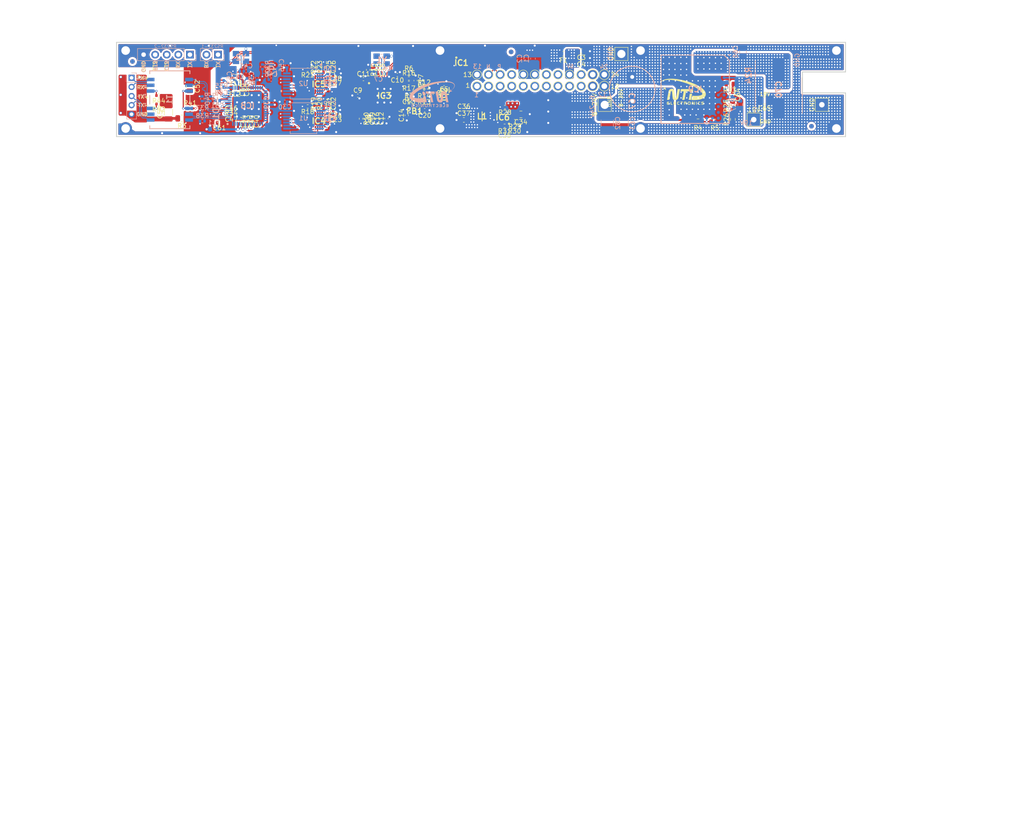
<source format=kicad_pcb>
(kicad_pcb (version 20211014) (generator pcbnew)
  (title_block (comment 4 "AISLER Project ID: TENDRZNR"))
  (layers (0 "F.Cu" signal) (1 "In1.Cu" power "GND1.Cu") (2 "In2.Cu" mixed "PWR.Cu") (3 "In3.Cu" signal "In4.Cu") (4 "In4.Cu" power "GND2.Cu") (31 "B.Cu" signal) (34 "B.Paste" user) (35 "F.Paste" user) (36 "B.SilkS" user "B.Silkscreen") (37 "F.SilkS" user "F.Silkscreen") (38 "B.Mask" user) (39 "F.Mask" user) (44 "Edge.Cuts" user))
  (net 0 "")
  (net 1 "GND")
  (net 2 "+3V3")
  (net 4 "/USB HUB/HUB_RST_N")
  (net 5 "/USB HUB/PLLFILT")
  (net 6 "/USB HUB/CRFILT")
  (net 7 "VBUS_UP")
  (net 8 "/USB HUB/USBUP_N")
  (net 9 "/USB HUB/USBUP_P")
  (net 10 "/USBDN1_N")
  (net 11 "/USBDN1_P")
  (net 12 "/USBDN2_N")
  (net 13 "/USBDN2_P")
  (net 14 "/USBDN3_N")
  (net 15 "/USBDN3_P")
  (net 16 "/USB HUB/BC_EN4")
  (net 17 "/USB HUB/NON_REM1")
  (net 18 "/USB HUB/CFG_SEL0")
  (net 19 "/USB HUB/CFG_SEL1")
  (net 20 "/USB HUB/NON_REM0")
  (net 21 "/USB2UP_N")
  (net 22 "/USB2UP_P")
  (net 23 "/USB HUB/VDDA33")
  (net 24 "/PWR_3V3/FB")
  (net 25 "/PWR_3V3/LX")
  (net 26 "/USB HUB/USBDN4_N")
  (net 27 "/USB HUB/USBDN4_P")
  (net 36 "/RS232_P1_TXD")
  (net 37 "/RS232_P1_RXD")
  (net 38 "/RS232_P2_TXD")
  (net 39 "/RS232_P2_RXD")
  (net 40 "/RS232_P2_CTS")
  (net 41 "/RS232_P2_RTS")
  (net 42 "/19V_CHARGE")
  (net 45 "/USB HUB/VBUS_DET")
  (net 66 "Net-(IC6-Pad2)")
  (net 68 "Net-(IC6-Pad7)")
  (net 74 "/5V_UP")
  (net 75 "Net-(C29-Pad1)")
  (net 76 "/USB SERIAL_2/VDD")
  (net 77 "/USB SERIAL_1/VDD")
  (net 78 "Net-(C29-Pad2)")
  (net 79 "Net-(C31-Pad2)")
  (net 80 "Net-(IC4-Pad8)")
  (net 81 "/USB SERIAL_2/CTS")
  (net 82 "/USB SERIAL_2/RTS")
  (net 83 "/USB SERIAL_2/RXD")
  (net 84 "/USB SERIAL_2/TXD")
  (net 85 "Net-(IC5-Pad8)")
  (net 86 "/USB SERIAL_1/CTS")
  (net 87 "/USB SERIAL_1/RTS")
  (net 88 "/USB SERIAL_1/RXD")
  (net 89 "/USB SERIAL_1/TXD")
  (net 90 "Net-(C32-Pad2)")
  (net 91 "Net-(C33-Pad1)")
  (net 92 "Net-(C33-Pad2)")
  (net 93 "/USB LAN/LAN_RST_N")
  (net 94 "+3.3VA")
  (net 95 "/USB LAN/VDDCORE")
  (net 96 "/USB LAN/VDDPLL")
  (net 97 "Net-(C52-Pad2)")
  (net 98 "/USB LAN/VDDUSBPLL")
  (net 99 "GNDPWR")
  (net 100 "Net-(C54-Pad2)")
  (net 101 "Net-(C55-Pad1)")
  (net 102 "Net-(C55-Pad2)")
  (net 103 "Net-(C57-Pad2)")
  (net 104 "Net-(C58-Pad2)")
  (net 105 "Net-(C59-Pad1)")
  (net 106 "Net-(C59-Pad2)")
  (net 109 "Net-(IC8-Pad8)")
  (net 111 "Net-(IC8-Pad16)")
  (net 112 "Net-(IC8-Pad20)")
  (net 134 "/USB LAN/RD_P")
  (net 135 "/USB LAN/RD_N")
  (net 136 "/USB LAN/TD_P")
  (net 137 "/USB LAN/TD_N")
  (net 138 "Net-(R42-Pad2)")
  (net 139 "Net-(R44-Pad2)")
  (net 140 "/USB HUB/RBIAS")
  (net 141 "/DOCK_IN")
  (net 142 "/USB LAN/TX_N")
  (net 143 "/USB LAN/TX_P")
  (net 144 "/USB LAN/RX_N")
  (net 145 "/USB LAN/RX_P")
  (net 149 "/USB SERIAL_2/RSTB")
  (net 150 "/USB SERIAL_1/RSTB")
  (net 151 "Net-(C6-Pad2)")
  (net 152 "Net-(C7-Pad2)")
  (net 153 "Net-(C41-Pad2)")
  (net 154 "Net-(C42-Pad2)")
  (net 161 "/pwr_19V/19V")
  (net 162 "/pwr_19V/MODE")
  (net 163 "/pwr_19V/VOUT")
  (net 164 "/pwr_19V/LL")
  (net 165 "/pwr_19V/RT")
  (net 166 "/pwr_19V/FB")
  (net 167 "/pwr_19V/RUN")
  (net 168 "/driver 232_1/RS232_RTS")
  (net 169 "/driver 232_1/RS232_CTS")
  (net 170 "/pwr_19V/8-24V")
  (footprint "MountingHole:MountingHole_2.2mm_M2_DIN965_Pad" (layer "F.Cu") (at 216.105919 113.833157)
    (fp_text reference "REF**" hide)
    (fp_text value "MountingHole_2.2mm_M2_DIN965_Pad" hide)
  )
  (footprint "global_foot:SOT65P210X100-3N" (layer "F.Cu") (at 285.947072 106.346201 -90)
    (fp_text reference "IC2")
    (fp_text value "MIC803-29D4VC3-TR" hide)
  )
  (footprint "TestPoint:TestPoint_THTPad_2.5x2.5mm_Drill1.2mm" (layer "F.Cu") (at 321.255919 108.642354)
    (fp_text reference "TP1" hide)
    (fp_text value "8-24V" hide)
  )
  (footprint "global_foot:R_0402_1005Metric" (layer "F.Cu") (at 278.265919 108.787354)
    (fp_text reference "R2")
    (fp_text value "10K 0402 1%")
  )
  (footprint "global_foot:NFZ15SG152SN10B" (layer "F.Cu") (at 279.501722 110.035398)
    (fp_text reference "FB1")
    (fp_text value "BLM15PG100SZ1D" hide)
  )
  (footprint "Capacitor_SMD:C_0402_1005Metric" (layer "F.Cu") (at 239.300919 110.672354 180)
    (fp_text reference "C47")
    (fp_text value "0.1uF 16V 0402")
  )
  (footprint "global_foot:R_0402_1005Metric" (layer "F.Cu") (at 256.055919 100.927354 180)
    (fp_text reference "R21")
    (fp_text value "1K 0402")
  )
  (footprint "global_foot:R_0402_1005Metric" (layer "F.Cu") (at 278.266722 102.842354)
    (fp_text reference "R16")
    (fp_text value "100K 0402 1% 1/16W")
  )
  (footprint "Capacitor_SMD:C_0603_1608Metric" (layer "F.Cu") (at 316.105919 98.317354 180)
    (fp_text reference "C4")
    (fp_text value "0.1uF 50V 0603")
  )
  (footprint "Capacitor_SMD:C_0402_1005Metric" (layer "F.Cu") (at 241.720919 112.292354 -90)
    (fp_text reference "C43")
    (fp_text value "0.1uF 16V 0402")
  )
  (footprint "Capacitor_SMD:C_0402_1005Metric" (layer "F.Cu") (at 262.101722 101.727354 180)
    (fp_text reference "C28")
    (fp_text value "4.7uF 6.3V 0402")
  )
  (footprint "Capacitor_SMD:C_0402_1005Metric" (layer "F.Cu") (at 259.535919 100.307354 -90)
    (fp_text reference "C25")
    (fp_text value "0.1uF 16V 0402")
  )
  (footprint "global_foot:R_0402_1005Metric" (layer "F.Cu") (at 256.055919 108.992354 180)
    (fp_text reference "R18")
    (fp_text value "1K 0402")
  )
  (footprint "MountingHole:MountingHole_2.2mm_M2_DIN965_Pad" (layer "F.Cu") (at 329.105919 113.833157)
    (fp_text reference "REF**" hide)
    (fp_text value "MountingHole_2.2mm_M2_DIN965_Pad" hide)
  )
  (footprint "cf33pwr_foot:R_0603_1608Metric" (layer "F.Cu") (at 341.725919 112.257354 180)
    (fp_text reference "R4")
    (fp_text value "0R 0603")
  )
  (footprint "FabDrawing:FabDrawing-6Layer-Metric" (layer "F.Cu") (at 214.795919 167.619854)
    (fp_text reference "REF**" hide)
    (fp_text value "FabDrawing-6Layer" hide)
  )
  (footprint "Capacitor_SMD:C_0603_1608Metric" (layer "F.Cu") (at 290.335919 111.947354)
    (fp_text reference "C37")
    (fp_text value "22uF 6.3V 0603 20%")
  )
  (footprint "Capacitor_SMD:C_0402_1005Metric" (layer "F.Cu") (at 271.325919 100.952004 -90)
    (fp_text reference "C15")
    (fp_text value "0.01uF 10V 0402")
  )
  (footprint "Capacitor_SMD:C_0402_1005Metric" (layer "F.Cu") (at 242.890919 105.362354 90)
    (fp_text reference "C60")
    (fp_text value "0.1uF 16V 0402")
  )
  (footprint "TestPoint:TestPoint_THTPad_D1.0mm_Drill0.5mm" (layer "F.Cu") (at 295.755031 104.537243 180)
    (fp_text reference "P22" hide)
    (fp_text value "P2_USB3_TX_P" hide)
  )
  (footprint "TestPoint:TestPoint_THTPad_D1.0mm_Drill0.5mm" (layer "F.Cu") (at 293.215031 104.537243 180)
    (fp_text reference "P21" hide)
    (fp_text value "P1_USB3_TX_N" hide)
  )
  (footprint "TestPoint:TestPoint_THTPad_D1.0mm_Drill0.5mm" (layer "F.Cu") (at 303.375031 101.997243 180)
    (fp_text reference "P19" hide)
    (fp_text value "P17_19V_IN" hide)
  )
  (footprint "TestPoint:TestPoint_THTPad_D1.0mm_Drill0.5mm" (layer "F.Cu") (at 305.915031 101.997243 180)
    (fp_text reference "P20" hide)
    (fp_text value "P18_19V_IN" hide)
  )
  (footprint "TestPoint:TestPoint_THTPad_D1.0mm_Drill0.5mm" (layer "F.Cu") (at 316.075031 101.997243 180)
    (fp_text reference "P18" hide)
    (fp_text value "P22_DOCK_IN_DET" hide)
  )
  (footprint "Capacitor_SMD:C_0603_1608Metric" (layer "F.Cu") (at 316.105919 96.817354 180)
    (fp_text reference "C3")
    (fp_text value "10nF 50V 0603")
  )
  (footprint "TestPoint:TestPoint_THTPad_D1.0mm_Drill0.5mm" (layer "F.Cu") (at 303.375031 104.537243 180)
    (fp_text reference "P5" hide)
    (fp_text value "NC" hide)
  )
  (footprint "cf33pwr_foot:R_0603_1608Metric" (layer "F.Cu") (at 348.680919 104.042354 180)
    (fp_text reference "R33")
    (fp_text value "0R 0603")
  )
  (footprint "TestPoint:TestPoint_THTPad_D1.0mm_Drill0.5mm" (layer "F.Cu") (at 308.455031 104.537243 180)
    (fp_text reference "P7" hide)
    (fp_text value "NC'" hide)
  )
  (footprint "MountingHole:MountingHole_2.2mm_M2_DIN965_Pad" (layer "F.Cu") (at 372.105919 113.833157)
    (fp_text reference "REF**" hide)
    (fp_text value "MountingHole_2.2mm_M2_DIN965_Pad" hide)
  )
  (footprint "TestPoint:TestPoint_THTPad_D1.0mm_Drill0.5mm" (layer "F.Cu") (at 310.995031 104.537243 180)
    (fp_text reference "P8" hide)
    (fp_text value "NC" hide)
  )
  (footprint "global_foot:R_0402_1005Metric" (layer "F.Cu") (at 281.616722 106.867354 180)
    (fp_text reference "R13")
    (fp_text value "100K 0402 1% 1/16W")
  )
  (footprint "TestPoint:TestPoint_THTPad_D1.0mm_Drill0.5mm" (layer "F.Cu") (at 298.295031 104.537243 180)
    (fp_text reference "P23" hide)
    (fp_text value "P3_USB3_RX_P" hide)
  )
  (footprint "global_foot:SON50P201X201X60-9N-D" (layer "F.Cu") (at 298.845919 111.398854 180)
    (fp_text reference "IC6")
    (fp_text value "AP3441SHE-7B" hide)
  )
  (footprint "global_foot:QFN50P600X600X100-37N-D" (layer "F.Cu") (at 272.871722 106.637354)
    (fp_text reference "IC3")
    (fp_text value "USB2514B_M2" hide)
  )
  (footprint "Capacitor_SMD:C_0805_2012Metric" (layer "F.Cu") (at 356.305919 107.717354 180)
    (fp_text reference "C65")
    (fp_text value "22uF 25V 0805")
  )
  (footprint "TestPoint:TestPoint_THTPad_2.5x2.5mm_Drill1.2mm" (layer "F.Cu") (at 368.905919 108.617354 90)
    (fp_text reference "*" hide)
    (fp_text value "19V" hide)
  )
  (footprint "Capacitor_SMD:C_0402_1005Metric" (layer "F.Cu") (at 278.261722 106.797354 180)
    (fp_text reference "C13")
    (fp_text value "0.1uF 16V 0402")
  )
  (footprint "TestPoint:TestPoint_THTPad_D1.0mm_Drill0.5mm" (layer "F.Cu") (at 310.995031 101.997243 180)
    (fp_text reference "P12" hide)
    (fp_text value "NC" hide)
  )
  (footprint "Capacitor_SMD:C_0402_1005Metric" (layer "F.Cu") (at 242.700919 112.302354 -90)
    (fp_text reference "C49")
    (fp_text value "0.1uF 16V 0402")
  )
  (footprint "Capacitor_SMD:C_0402_1005Metric" (layer "F.Cu") (at 349.305919 106.442354 -90)
    (fp_text reference "C64")
    (fp_text value "0.1uF 16V 0402")
  )
  (footprint "global_foot:R_0402_1005Metric" (layer "F.Cu") (at 223.375919 108.457354 180)
    (fp_text reference "R42")
    (fp_text value "75R 1% 0402")
  )
  (footprint "Fiducial:Fiducial_1mm_Mask2mm" (layer "F.Cu") (at 300.705919 97.017354)
    (fp_text reference "REF**" hide)
    (fp_text value "Fiducial_1mm_Mask2mm" hide)
  )
  (footprint "Capacitor_SMD:C_0402_1005Metric" (layer "F.Cu") (at 279.741722 103.317354 -90)
    (fp_text reference "C17")
    (fp_text value "1uF 0402 25V X5R")
  )
  (footprint "Capacitor_SMD:C_0402_1005Metric" (layer "F.Cu") (at 281.735919 109.817354 180)
    (fp_text reference "C20")
    (fp_text value "4.7uF 6.3V 0402")
  )
  (footprint "TestPoint:TestPoint_THTPad_D1.0mm_Drill0.5mm" (layer "F.Cu") (at 295.755031 101.997243 180)
    (fp_text reference "P16" hide)
    (fp_text value "P14_USB2_N" hide)
  )
  (footprint "global_foot:R_0402_1005Metric" (layer "F.Cu") (at 267.755919 111.687354 -90)
    (fp_text reference "R10")
    (fp_text value "10K 0402 1%")
  )
  (footprint "TestPoint:TestPoint_THTPad_D1.0mm_Drill0.5mm" (layer "F.Cu") (at 300.835031 104.537243 180)
    (fp_text reference "P24" hide)
    (fp_text value "P4_USB3_RX_N" hide)
  )
  (footprint "Capacitor_SMD:C_0402_1005Metric" (layer "F.Cu") (at 271.415919 111.657354 90)
    (fp_text reference "C19")
    (fp_text value "0.1uF 16V 0402")
  )
  (footprint "cf33pwr_foot:R_0603_1608Metric" (layer "F.Cu") (at 345.405919 112.327354 180)
    (fp_text reference "R5")
    (fp_text value "0R 0603")
  )
  (footprint "global_foot:R_0402_1005Metric" (layer "F.Cu") (at 301.455919 113.242354 180)
    (fp_text reference "R30")
    (fp_text value "95.3K 0402 1% 1/10W")
  )
  (footprint "TestPoint:TestPoint_THTPad_D1.0mm_Drill0.5mm" (layer "F.Cu") (at 298.295031 101.997243 180)
    (fp_text reference "P17" hide)
    (fp_text value "P15_USB2_P" hide)
  )
  (footprint "MountingHole:MountingHole_2.2mm_M2_DIN965_Pad" (layer "F.Cu") (at 285.105919 96.717354)
    (fp_text reference "REF**" hide)
    (fp_text value "MountingHole_2.2mm_M2_DIN965_Pad" hide)
  )
  (footprint "Capacitor_SMD:C_0402_1005Metric" (layer "F.Cu") (at 260.515919 100.307354 -90)
    (fp_text reference "C26")
    (fp_text value "4.7uF 6.3V 0402")
  )
  (footprint "global_foot:R_0402_1005Metric" (layer "F.Cu") (at 299.355919 109.137354 180)
    (fp_text reference "R28")
    (fp_text value "10K 0402 1%")
  )
  (footprint "TestPoint:TestPoint_THTPad_D1.0mm_Drill0.5mm" (layer "F.Cu") (at 318.615031 101.997243 180)
    (fp_text reference "P3" hide)
    (fp_text value "NC" hide)
  )
  (footprint "TestPoint:TestPoint_THTPad_D1.0mm_Drill0.5mm" (layer "F.Cu") (at 321.154998 101.997354 180)
    (fp_text reference "P4" hide)
    (fp_text value "P24_GND" hide)
  )
  (footprint "TestPoint:TestPoint_THTPad_D1.0mm_Drill0.5mm" (layer "F.Cu") (at 308.455031 101.997243 180)
    (fp_text reference "P2" hide)
    (fp_text value "NC" hide)
  )
  (footprint "TestPoint:TestPoint_THTPad_D1.0mm_Drill0.5mm" (layer "F.Cu") (at 300.835031 101.997243 180)
    (fp_text reference "P1" hide)
    (fp_text value "P16_GPIO" hide)
  )
  (footprint "Capacitor_SMD:C_0402_1005Metric" (layer "F.Cu") (at 299.280919 114.212354 180)
    (fp_text reference "C35")
    (fp_text value "22pF 50V 0402 10%")
  )
  (footprint "Capacitor_SMD:C_0402_1005Metric" (layer "F.Cu") (at 260.555919 108.367354 -90)
    (fp_text reference "C22")
    (fp_text value "4.7uF 6.3V 0402")
  )
  (footprint "global_foot:CP2102NA02GQFN20" (layer "F.Cu") (at 258.486372 104.112004 180)
    (fp_text reference "IC5")
    (fp_text value "CP2102N-A02-GQFN20" hide)
  )
  (footprint "global_foot:R_0402_1005Metric" (layer "F.Cu") (at 257.525919 100.327354 -90)
    (fp_text reference "R23")
    (fp_text value "47K 0402 1%")
  )
  (footprint "Capacitor_SMD:C_0402_1005Metric" (layer "F.Cu") (at 267.051722 106.617354)
    (fp_text reference "C9")
    (fp_text value "0.1uF 16V 0402")
  )
  (footprint "Capacitor_SMD:C_0402_1005Metric" (layer "F.Cu") (at 243.670919 112.292354 -90)
    (fp_text reference "C40")
    (fp_text value "0.1uF 16V 0402")
  )
  (footprint "Inductor_SMD:L_0603_1608Metric" (layer "F.Cu") (at 240.285919 102.497354 180)
    (fp_text reference "FL3")
    (fp_text value "120R")
  )
  (footprint "global_foot:R_0402_1005Metric" (layer "F.Cu") (at 258.551722 108.367354 90)
    (fp_text reference "R19")
    (fp_text value "22K6 0402")
  )
  (footprint "global_foot:R_0402_1005Metric" (layer "F.Cu") (at 223.375919 106.597354 180)
    (fp_text reference "R44")
    (fp_text value "75R 1% 0402")
  )
  (footprint "Capacitor_SMD:C_0402_1005Metric" (layer "F.Cu") (at 243.860919 105.362354 90)
    (fp_text reference "C50")
    (fp_text value "1uF 0402 25V X5R")
  )
  (footprint "TestPoint:TestPoint_THTPad_D1.0mm_Drill0.5mm" (layer "F.Cu") (at 316.075031 104.537243 180)
    (fp_text reference "P10" hide)
    (fp_text value "NC" hide)
  )
  (footprint "global_foot:SON50P150X170X55-6N-D" (layer "F.Cu") (at 289.805919 99.417354)
    (fp_text reference "IC1")
    (fp_text value "ECMF02-2AMX6" hide)
  )
  (footprint "TestPoint:TestPoint_THTPad_D1.0mm_Drill0.5mm" (layer "F.Cu") (at 318.615031 104.537243 180)
    (fp_text reference "P11" hide)
    (fp_text value "NC" hide)
  )
  (footprint "Fiducial:Fiducial_1mm_Mask2mm" (layer "F.Cu") (at 217.605919 99.117354)
    (fp_text reference "REF**" hide)
    (fp_text value "Fiducial_1mm_Mask2mm" hide)
  )
  (footprint "global_foot:R_0402_1005Metric" (layer "F.Cu") (at 299.280919 113.237354 180)
    (fp_text reference "R31")
    (fp_text value "430K 0402 1% 1/10W")
  )
  (footprint "Capacitor_SMD:C_0603_1608Metric" (layer "F.Cu") (at 290.345919 110.437354)
    (fp_text reference "C36")
    (fp_text value "22uF 6.3V 0603 20%")
  )
  (footprint "Capacitor_SMD:C_0402_1005Metric" (layer "F.Cu") (at 236.670919 112.532354 180)
    (fp_text reference "C61")
    (fp_text value "0.1uF 16V 0402")
  )
  (footprint "Capacitor_SMD:C_0402_1005Metric" (layer "F.Cu") (at 268.295919 102.992004)
    (fp_text reference "C11")
    (fp_text value "0.1uF 16V 0402")
  )
  (footprint "global_foot:R_0402_1005Metric" (layer "F.Cu") (at 239.305919 109.267354 180)
    (fp_text reference "R34")
    (fp_text value "12K 1% 0402")
  )
  (footprint "TestPoint:TestPoint_THTPad_D1.0mm_Drill0.5mm" (layer "F.Cu") (at 313.535031 104.537243 180)
    (fp_text reference "P9" hide)
    (fp_text value "NC" hide)
  )
  (footprint "Fiducial:Fiducial_1mm_Mask2mm" (layer "F.Cu") (at 366.630919 113.342354)
    (fp_text reference "REF**" hide)
    (fp_text value "Fiducial_1mm_Mask2mm" hide)
  )
  (footprint "cf33pwr_foot:R_0805_2012Metric" (layer "F.Cu") (at 228.455919 111.617354 180)
    (fp_text reference "R3")
    (fp_text value "0R 0805")
  )
  (footprint "Capacitor_SMD:C_0402_1005Metric" (layer "F.Cu") (at 272.385919 111.647354 90)
    (fp_text reference "C16")
    (fp_text value "0.01uF 10V 0402")
  )
  (footprint "Inductor_SMD:L_0603_1608Metric" (layer "F.Cu") (at 240.080919 104.892354 180)
    (fp_text reference "FL2")
    (fp_text value "120R")
  )
  (footprint "global_foot:DFE2HCAH1R0MJ0L" (layer "F.Cu") (at 294.345919 111.167354 180)
    (fp_text reference "L1")
    (fp_text value "2.2uH 2.2A" hide)
  )
  (footprint "cf33pwr_foot:R_0603_1608Metric" (layer "F.Cu") (at 349.380919 111.842354 90)
    (fp_text reference "R26")
    (fp_text value "6.65K 1% 0603")
  )
  (footprint "Capacitor_SMD:C_1206_3216Metric" (layer "F.Cu") (at 225.505919 110.267354 90)
    (fp_text reference "C54")
    (fp_text value "1000pF 2kV 1206")
  )
  (footprint "global_foot:CP2102NA02GQFN20" (layer "F.Cu") (at 258.506372 112.183157 180)
    (fp_text reference "IC4")
    (fp_text value "CP2102N-A02-GQFN20" hide)
  )
  (footprint "TestPoint:TestPoint_THTPad_D1.0mm_Drill0.5mm" (layer "F.Cu") (at 313.535031 101.997243 180)
    (fp_text reference "P15" hide)
    (fp_text value "P21_5V_DOCK" hide)
  )
  (footprint "Capacitor_SMD:C_0402_1005Metric" (layer "F.Cu") (at 277.795919 110.947704 90)
    (fp_text reference "C14")
    (fp_text value "4.7uF 6.3V 0402")
  )
  (footprint "global_foot:R_0402_1005Metric" (layer "F.Cu") (at 278.266722 103.842354 180)
    (fp_text reference "R17")
    (fp_text value "100K 0402 1% 1/16W")
  )
  (footprint "TestPoint:TestPoint_THTPad_D1.0mm_Drill0.5mm" (layer "F.Cu") (at 293.215031 101.997243 180)
    (fp_text reference "P13" hide)
    (fp_text value "P13_GND" hide)
  )
  (footprint "global_foot:R_0402_1005Metric" (layer "F.Cu") (at 281.616722 104.867354)
    (fp_text reference "R12")
    (fp_text value "100K 0402 1% 1/16W")
  )
  (footprint "Capacitor_SMD:C_0402_1005Metric" (layer "F.Cu") (at 270.335919 100.952004 -90)
    (fp_text reference "C18")
    (fp_text value "0.1uF 16V 0402")
  )
  (footprint "global_foot:R_0402_1005Metric" (layer "F.Cu") (at 278.266722 107.777354)
    (fp_text reference "R7")
    (fp_text value "10K 0402 1%")
  )
  (footprint "MountingHole:MountingHole_2.2mm_M2_DIN965_Pad" (layer "F.Cu") (at 372.105919 96.717354)
    (fp_text reference "REF**" hide)
    (fp_text value "MountingHole_2.2mm_M2_DIN965_Pad" hide)
  )
  (footprint "TestPoint:TestPoint_THTPad_D1.0mm_Drill0.5mm" (layer "F.Cu") (at 321.155031 104.537243 180)
    (fp_text reference "P14" hide)
    (fp_text value "P12_GND" hide)
  )
  (footprint "Capacitor_SMD:C_0402_1005Metric" (layer "F.Cu") (at 259.555919 108.367354 -90)
    (fp_text reference "C21")
    (fp_text value "0.1uF 16V 0402")
  )
  (footprint "Capacitor_SMD:C_0402_1005Metric" (layer "F.Cu") (at 275.741722 102.067354 180)
    (fp_text reference "C10")
    (fp_text value "0.1uF 16V 0402")
  )
  (footprint "TestPoint:TestPoint_THTPad_2.5x2.5mm_Drill1.2mm" (layer "F.Cu") (at 324.905919 97.467354 90)
    (fp_text reference "TP5" hide)
    (fp_text value "GND" hide)
  )
  (footprint "Capacitor_SMD:C_0805_2012Metric" (layer "F.Cu") (at 302.855919 110.737354 180)
    (fp_text reference "C34")
    (fp_text value "10uF 10V 0805")
  )
  (footprint "MountingHole:MountingHole_2.2mm_M2_DIN965_Pad" (layer "F.Cu") (at 285.105919 113.833157)
    (fp_text reference "REF**" hide)
    (fp_text value "MountingHole_2.2mm_M2_DIN965_Pad" hide)
  )
  (footprint "global_foot:R_0402_1005Metric" (layer "F.Cu") (at 230.255919 109.417354)
    (fp_text reference "R41")
    (fp_text value "0R 0402")
  )
  (footprint "global_foot:R_0402_1005Metric" (layer "F.Cu") (at 257.555919 108.367354 -90)
    (fp_text reference "R20")
    (fp_text value "47K 0402 1%")
  )
  (footprint "global_foot:R_0402_1005Metric" (layer "F.Cu") (at 278.266722 101.817354)
    (fp_text reference "R6")
    (fp_text value "10K 0402 1%")
  )
  (footprint "Capacitor_SMD:C_0402_1005Metric" (layer "F.Cu") (at 240.750919 112.292354 -90)
    (fp_text reference "C44")
    (fp_text value "0.1uF 16V 0402")
  )
  (footprint "TestPoint:TestPoint_THTPad_2.5x2.5mm_Drill1.2mm" (layer "F.Cu") (at 353.955919 111.892354)
    (fp_text reference "TP6" hide)
    (fp_text value "19V" hide)
  )
  (footprint "Capacitor_SMD:C_0402_1005Metric" (layer "F.Cu") (at 239.300919 108.242354 180)
    (fp_text reference "C46")
    (fp_text value "0.1uF 16V 0402")
  )
  (footprint "TestPoint:TestPoint_THTPad_D1.0mm_Drill0.5mm" (layer "F.Cu") (at 305.915031 104.537243 180)
    (fp_text reference "P6" hide)
    (fp_text value "NC" hide)
  )
  (footprint "global_foot:R_0402_1005Metric" (layer "F.Cu") (at 301.555919 112.237354 180)
    (fp_text reference "R29")
    (fp_text value "100K 0402 1% 1/16W")
  )
  (footprint "cf33pwr_foot:R_0603_1608Metric" (layer "F.Cu") (at 349.355919 108.867354 90)
    (fp_text reference "R25")
    (fp_text value "100K 1% 0603")
  )
  (footprint "Capacitor_SMD:C_0402_1005Metric" (layer "F.Cu") (at 262.131722 110.737354 180)
    (fp_text reference "C23")
    (fp_text value "0.1uF 16V 0402")
  )
  (footprint "global_foot:R_0402_1005Metric" (layer "F.Cu") (at 258.536372 100.327354 90)
    (fp_text reference "R22")
    (fp_text value "22K6 0402")
  )
  (footprint "Capacitor_SMD:C_0402_1005Metric" (layer "F.Cu") (at 273.345919 111.647354 90)
    (fp_text reference "C12")
    (fp_text value "0.1uF 16V 0402")
  )
  (footprint "MountingHole:MountingHole_2.2mm_M2_DIN965_Pad" (layer "F.Cu") (at 329.105919 96.717354)
    (fp_text reference "REF**" hide)
    (fp_text value "MountingHole_2.2mm_M2_DIN965_Pad" hide)
  )
  (footprint "Capacitor_SMD:C_0402_1005Metric" (layer "F.Cu") (at 262.101722 102.707354 180)
    (fp_text reference "C27")
    (fp_text value "0.1uF 16V 0402")
  )
  (footprint "MountingHole:MountingHole_2.2mm_M2_DIN965_Pad" (layer "F.Cu") (at 216.105919 96.717354)
    (fp_text reference "REF**" hide)
    (fp_text value "MountingHole_2.2mm_M2_DIN965_Pad" hide)
  )
  (footprint "Capacitor_SMD:C_0402_1005Metric" (layer "F.Cu") (at 285.975919 104.046201 180)
    (fp_text reference "C5")
    (fp_text value "0.1uF 16V 0402")
  )
  (footprint "global_foot:R_0402_1005Metric" (layer "F.Cu") (at 283.960919 106.281201 -90)
    (fp_text reference "R8")
    (fp_text value "100K 0402 1% 1/16W")
  )
  (footprint "Capacitor_SMD:C_0402_1005Metric" (layer "F.Cu") (at 270.455919 111.667354 90)
    (fp_text reference "C8")
    (fp_text value "0.1uF 16V 0402")
  )
  (footprint "Capacitor_SMD:C_0402_1005Metric" (layer "F.Cu") (at 262.121722 109.767354 180)
    (fp_text reference "C24")
    (fp_text value "4.7uF 6.3V 0402")
  )
  (footprint "global_foot:R_0402_1005Metric" (layer "F.Cu") (at 268.755919 111.687354 -90)
    (fp_text reference "R9")
    (fp_text value "10K 0402 1%")
  )
  (footprint "Capacitor_SMD:C_0805_2012Metric" (layer "F.Cu") (at 230.155919 104.617354 -90)
    (fp_text reference "C52")
    (fp_text value "0.022uF 50V 0805")
  )
  (footprint "Fuse:Fuse_0603_1608Metric" (layer "F.Cu") (at 312.205919 97.417354 180)
    (fp_text reference "F1")
    (fp_text value "5A 0603")
  )
  (footprint "global_foot:R_0402_1005Metric" (layer "F.Cu") (at 281.621722 105.867354)
    (fp_text reference "R11")
    (fp_text value "10K 0402 1%")
  )
  (footprint "global_foot:R_0402_1005Metric" (layer "F.Cu") (at 281.616722 107.867354)
    (fp_text reference "R14")
    (fp_text value "100K 0402 1% 1/16W")
  )
  (footprint "global_foot:R_0402_1005Metric" (layer "F.Cu") (at 269.331722 100.967354 -90)
    (fp_text reference "R15")
    (fp_text value "12K 1% 0402")
  )
  (footprint "Capacitor_SMD:C_0402_1005Metric" (layer "B.Cu") (at 260.925919 105.207354 180)
    (fp_text reference "C57")
    (fp_text value "0.1uF 50V 0402 X7R")
  )
  (footprint "my_step_up_down:BGA121C127P11X11_1500X1500X512" (layer "B.Cu") (at 341.105919 105.217354 180)
    (fp_text reference "IC9")
    (fp_text value "LTM8055IY-1#PBF" hide)
  )
  (footprint "my_esd:CDDFN103324P" (layer "B.Cu") (at 236.088419 110.592354 -90)
    (fp_text reference "D1")
    (fp_text value "CDDFN10-3324P" hide)
  )
  (footprint "Fiducial:Fiducial_1mm_Mask2mm" (layer "B.Cu") (at 217.605919 99.117354 180)
    (fp_text reference "REF**" hide)
    (fp_text value "Fiducial_1mm_Mask2mm" hide)
  )
  (footprint "Capacitor_SMD:C_1210_3225Metric" (layer "B.Cu") (at 321.805919 112.667354 90)
    (fp_text reference "C62")
    (fp_text value "4.7uF 50V 1210")
  )
  (footprint "cf33pwr_foot:R_0603_1608Metric" (layer "B.Cu") (at 350.980919 108.592354 -90)
    (fp_text reference "R27")
    (fp_text value "24.9K 1% 0603")
  )
  (footprint "Connector_PinHeader_2.54mm:PinHeader_1x02_P2.54mm_Vertical" (layer "B.Cu") (at 236.380919 97.617354 90)
    (fp_text reference "TP2" hide)
    (fp_text value "RS-232-1")
  )
  (footprint "Capacitor_SMD:C_0402_1005Metric" (layer "B.Cu") (at 248.155919 108.137354 -90)
    (fp_text reference "C39")
    (fp_text value "0.1uF 16V 0402")
  )
  (footprint "Capacitor_SMD:C_0402_1005Metric" (layer "B.Cu") (at 271.585919 101.857354)
    (fp_text reference "C7")
    (fp_text value "10pF 50V 2% 0402")
  )
  (footprint "Capacitor_SMD:C_0402_1005Metric" (layer "B.Cu") (at 244.915919 102.702354 -90)
    (fp_text reference "C38")
    (fp_text value "0.1uF 16V 0402")
  )
  (footprint "Capacitor_SMD:C_0402_1005Metric" (layer "B.Cu") (at 260.915919 104.247354 180)
    (fp_text reference "C59")
    (fp_text value "0.1uF 50V 0402 X7R")
  )
  (footprint "Capacitor_SMD:C_0402_1005Metric" (layer "B.Cu") (at 236.250919 107.662354)
    (fp_text reference "C51")
    (fp_text value "0.1uF 16V 0402")
  )
  (footprint "Capacitor_SMD:C_0805_2012Metric" (layer "B.Cu") (at 351.605919 97.017354 -90)
    (fp_text reference "C66")
    (fp_text value "22uF 25V 0805")
  )
  (footprint "Fiducial:Fiducial_1mm_Mask2mm" (layer "B.Cu") (at 366.630919 113.342354 180)
    (fp_text reference "REF**" hide)
    (fp_text value "Fiducial_1mm_Mask2mm" hide)
  )
  (footprint "global_foot:HX0068ANL" (layer "B.Cu") (at 225.800919 107.522354 -90)
    (fp_text reference "T1")
    (fp_text value "HX0068ANL" hide)
  )
  (footprint "global_foot:R_0402_1005Metric" (layer "B.Cu") (at 246.130919 100.292354 90)
    (fp_text reference "R32")
    (fp_text value "100K 0402 1% 1/16W")
  )
  (footprint "global_foot:ABM8G48000MHZ18D2YT" (layer "B.Cu") (at 241.415919 98.247354 180)
    (fp_text reference "Y2")
    (fp_text value "ABM8G-25.000MHZ-4Y-T3" hide)
  )
  (footprint "Capacitor_SMD:C_0402_1005Metric" (layer "B.Cu") (at 260.945919 110.537354)
    (fp_text reference "C29")
    (fp_text value "0.1uF 50V 0402 X7R")
  )
  (footprint "Inductor_SMD:L_0603_1608Metric" (layer "B.Cu") (at 235.430919 114.002354 180)
    (fp_text reference "FL1")
    (fp_text value "120R")
  )
  (footprint "Capacitor_SMD:C_0402_1005Metric" (layer "B.Cu") (at 251.055919 107.967354)
    (fp_text reference "C30")
    (fp_text value "0.1uF 50V 0402 X7R")
  )
  (footprint "Capacitor_SMD:C_0402_1005Metric" (layer "B.Cu") (at 251.505919 99.967354 -90)
    (fp_text reference "C56")
    (fp_text value "0.1uF 50V 0402 X7R")
  )
  (footprint "Capacitor_SMD:C_0402_1005Metric" (layer "B.Cu") (at 240.070919 102.692354 -90)
    (fp_text reference "C53")
    (fp_text value "0.1uF 16V 0402")
  )
  (footprint "Capacitor_SMD:C_0402_1005Metric" (layer "B.Cu") (at 273.455919 101.847354 180)
    (fp_text reference "C6")
    (fp_text value "10pF 50V 2% 0402")
  )
  (footprint "Capacitor_SMD:C_0402_1005Metric" (layer "B.Cu") (at 260.930919 101.867354 180)
    (fp_text reference "C58")
    (fp_text value "0.1uF 50V 0402 X7R")
  )
  (footprint "Fiducial:Fiducial_1mm_Mask2mm" (layer "B.Cu") (at 300.705919 97.017354 180)
    (fp_text reference "REF**" hide)
    (fp_text value "Fiducial_1mm_Mask2mm" hide)
  )
  (footprint "my_cap:CAPPRD530W65D1000H1050" (layer "B.Cu") (at 327.280919 107.817354 90)
    (fp_text reference "C67")
    (fp_text value "330uF 35V 20mOm" hide)
  )
  (footprint "Connector_PinHeader_2.54mm:PinHeader_1x05_P2.54mm_Vertical" (layer "B.Cu") (at 230.205919 97.617354 90)
    (fp_text reference "TP3" hide)
    (fp_text value "RS-232-2")
  )
  (footprint "global_foot:R_0402_1005Metric" (layer "B.Cu") (at 232.905919 107.297354 90)
    (fp_text reference "R40")
    (fp_text value "49.9R 1% 0402")
  )
  (footprint "Capacitor_SMD:C_0402_1005Metric" (layer "B.Cu") (at 248.030919 103.102354 180)
    (fp_text reference "C45")
    (fp_text value "0.1uF 16V 0402")
  )
  (footprint "Capacitor_SMD:C_0402_1005Metric" (layer "B.Cu") (at 260.935919 109.567354 180)
    (fp_text reference "C32")
    (fp_text value "0.1uF 50V 0402 X7R")
  )
  (footprint "Capacitor_SMD:C_0402_1005Metric" (layer "B.Cu") (at 237.110919 104.802354)
    (fp_text reference "C48")
    (fp_text value "0.1uF 16V 0402")
  )
  (footprint "Capacitor_SMD:C_0402_1005Metric" (layer "B.Cu") (at 260.925919 111.887354 180)
    (fp_text reference "C33")
    (fp_text value "0.1uF 50V 0402 X7R")
  )
  (footprint "my_cap:CAPAE1030X800N" (layer "B.Cu") (at 359.455919 105.267354 -90)
    (fp_text reference "C70")
    (fp_text value "150uF 25V 25mOm" hide)
  )
  (footprint "Capacitor_SMD:C_0402_1005Metric" (layer "B.Cu") (at 260.925919 112.837354 180)
    (fp_text reference "C31")
    (fp_text value "0.1uF 50V 0402 X7R")
  )
  (footprint "global_foot:R_0402_1005Metric" (layer "B.Cu") (at 232.945919 112.207354 180)
    (fp_text reference "R38")
    (fp_text value "49.9R 1% 0402")
  )
  (footprint "Capacitor_SMD:C_0603_1608Metric" (layer "B.Cu") (at 304.005919 98.492354 -90)
    (fp_text reference "C2")
    (fp_text value "0.1uF 50V 0603")
  )
  (footprint "global_foot:ABM8G48000MHZ18D2YT" (layer "B.Cu") (at 272.285919 98.807354 180)
    (fp_text reference "Y1")
    (fp_text value "ABM8G-24.000MHZ-4Y-T3" hide)
  )
  (footprint "Capacitor_SMD:C_0402_1005Metric" (layer "B.Cu") (at 242.545919 101.257354 180)
    (fp_text reference "C41")
    (fp_text value "10pF 50V 2% 0402")
  )
  (footprint "Capacitor_SMD:C_0402_1005Metric" (layer "B.Cu") (at 240.660919 101.257354)
    (fp_text reference "C42")
    (fp_text value "10pF 50V 2% 0402")
  )
  (footprint "Capacitor_SMD:C_0402_1005Metric" (layer "B.Cu") (at 260.925919 102.842354)
    (fp_text reference "C55")
    (fp_text value "0.1uF 50V 0402 X7R")
  )
  (footprint "global_foot:QFN50P800X800X100-57N-D" (layer "B.Cu") (at 242.875919 108.847354)
    (fp_text reference "IC8")
    (fp_text value "LAN9500AI-ABZJ" hide)
  )
  (footprint "Capacitor_SMD:C_1210_3225Metric" (layer "B.Cu") (at 325.055919 112.667354 90)
    (fp_text reference "C63")
    (fp_text value "4.7uF 50V 1210")
  )
  (footprint "Connector_PinHeader_2.00mm:PinHeader_1x05_P2.00mm_Vertical" (layer "B.Cu") (at 217.405919 102.707354 180)
    (fp_text reference "TP4" hide)
    (fp_text value "LAN")
  )
  (footprint "global_foot:SOT65P210X100-3N" (layer "B.Cu") (at 248.040919 100.812354 90)
    (fp_text reference "IC7")
    (fp_text value "MIC803-29D4VC3-TR" hide)
  )
  (footprint "global_foot:R_0402_1005Metric" (layer "B.Cu") (at 237.120919 103.302354)
    (fp_text reference "R35")
    (fp_text value "12K 1% 0402")
  )
  (footprint "global_foot:MAX3232MDBREP" (layer "B.Cu") (at 255.115919 103.987354 180)
    (fp_text reference "U2")
    (fp_text value "MAX3232MDBREP" hide)
  )
  (footprint "Capacitor_SMD:C_0603_1608Metric" (layer "B.Cu") (at 305.505919 98.492354 -90)
    (fp_text reference "C1")
    (fp_text value "10nF 50V 0603")
  )
  (footprint "global_foot:R_0402_1005Metric" (layer "B.Cu") (at 243.235919 102.827354)
    (fp_text reference "R36")
    (fp_text value "0R 0402")
  )
  (footprint "global_foot:R_0402_1005Metric" (layer "B.Cu") (at 232.945919 110.477354 180)
    (fp_text reference "R37")
    (fp_text value "49.9R 1% 0402")
  )
  (footprint "my_cur_sens:RESC2012X47N" (layer "B.Cu") (at 352.805919 102.167354 -90)
    (fp_text reference "R24")
    (fp_text value "0.008R 1% 0805" hide)
  )
  (footprint "global_foot:MAX3232MDBREP" (layer "B.Cu") (at 255.136819 111.569854 180)
    (fp_text reference "U1")
    (fp_text value "MAX3232MDBREP" hide)
  )
  (footprint "global_foot:R_0402_1005Metric" (layer "B.Cu") (at 234.665919 107.302354 90)
    (fp_text reference "R39")
    (fp_text value "49.9R 1% 0402")
  )
  (gr_poly (pts (xy 283.462359 108.613792) (xy 283.659606 108.613792) (xy 283.659606 109.129597) (xy 283.798644 109.129597) (xy 283.798644 108.613792) (xy 283.996949 108.613792) (xy 283.996949 108.477532) (xy 283.462359 108.477532)) (layer "B.SilkS") (width 0.005) (fill solid))
  (gr_poly (pts (xy 285.844944 105.659406) (xy 285.813382 105.660853) (xy 285.78292 105.663264) (xy 285.753559 105.66664) (xy 285.725299 105.670982) (xy 285.69814 105.676288) (xy 285.672081 105.68256) (xy 285.647123 105.689798) (xy 285.623265 105.698001) (xy 285.600508 105.707171) (xy 285.578852 105.717307) (xy 285.558297 105.728409) (xy 285.538842 105.740477) (xy 285.520489 105.753513) (xy 285.503235 105.767515) (xy 285.487083 105.782485) (xy 285.471853 105.798631) (xy 285.457367 105.816163) (xy 285.443626 105.83508) (xy 285.430629 105.855382) (xy 285.418378 105.877068) (xy 285.406871 105.900139) (xy 285.39611 105.924592) (xy 285.386095 105.95043) (xy 285.376825 105.97765) (xy 285.368301 106.006252) (xy 285.360523 106.036237) (xy 285.353491 106.067603) (xy 285.347206 106.10035) (xy 285.341667 106.134479) (xy 285.336875 106.169988) (xy 285.332831 106.206877) (xy 285.210593 107.464839) (xy 285.209317 107.477102) (xy 285.207921 107.488837) (xy 285.206405 107.500045) (xy 285.204768 107.510725) (xy 285.203013 107.520878) (xy 285.201138 107.530502) (xy 285.199145 107.539598) (xy 285.197034 107.548166) (xy 285.194804 107.556205) (xy 285.192458 107.563715) (xy 285.189994 107.570696) (xy 285.187413 107.577148) (xy 285.184717 107.58307) (xy 285.181904 107.588463) (xy 285.178976 107.593326) (xy 285.175933 107.597659) (xy 285.172707 107.6016) (xy 285.16923 107.605287) (xy 285.165502 107.608719) (xy 285.161523 107.611897) (xy 285.157295 107.614821) (xy 285.152816 107.61749) (xy 285.148087 107.619906) (xy 285.143108 107.622067) (xy 285.13788 107.623974) (xy 285.132402 107.625626) (xy 285.126675 107.627025) (xy 285.120699 107.628169) (xy 285.114474 107.629059) (xy 285.108001 107.629695) (xy 285.101279 107.630076) (xy 285.094309 107.630203) (xy 285.086657 107.630053) (xy 285.079178 107.629602) (xy 285.071873 107.62885) (xy 285.064742 107.627797) (xy 285.057784 107.626444) (xy 285.051 107.62479) (xy 285.044389 107.622835) (xy 285.037953 107.620579) (xy 285.031689 107.618023) (xy 285.0256 107.615165) (xy 285.019684 107.612008) (xy 285.013942 107.608549) (xy 285.008373 107.604789) (xy 285.002978 107.600729) (xy 284.997757 107.596368) (xy 284.992709 107.591707) (xy 284.98785 107.586781) (xy 284.983196 107.58158) (xy 284.978746 107.576103) (xy 284.9745 107.57035) (xy 284.970458 107.564321) (xy 284.96662 107.558015) (xy 284.962985 107.551434) (xy 284.959553 107.544577) (xy 284.956325 107.537445) (xy 284.953299 107.530036) (xy 284.950476 107.522351) (xy 284.947856 107.51439) (xy 284.945438 107.506153) (xy 284.943222 107.497641) (xy 284.941208 107.488852) (xy 284.939395 107.479787) (xy 284.610252 105.707343) (xy 284.103973 105.707343) (xy 284.443698 107.536672) (xy 284.450724 107.571071) (xy 284.458854 107.604519) (xy 284.468086 107.637014) (xy 284.478423 107.668557) (xy 284.489862 107.699147) (xy 284.502404 107.728784) (xy 284.516048 107.757468) (xy 284.530796 107.785199) (xy 284.546645 107.811976) (xy 284.563597 107.8378) (xy 284.58165 107.86267) (xy 284.600805 107.886586) (xy 284.621061 107.909548) (xy 284.642419 107.931555) (xy 284.664878 107.952608) (xy 284.688438 107.972706) (xy 284.712937 107.991714) (xy 284.738214 108.009497) (xy 284.764269 108.026055) (xy 284.791102 108.041388) (xy 284.818712 108.055495) (xy 284.8471 108.068377) (xy 284.876265 108.080032) (xy 284.906206 108.090462) (xy 284.936924 108.099665) (xy 284.968419 108.107642) (xy 285.00069 108.114392) (xy 285.033737 108.119915) (xy 285.06756 108.124212) (xy 285.102159 108.127281) (xy 285.137534 108.129122) (xy 285.173683 108.129736) (xy 285.206346 108.129254) (xy 285.237909 108.127807) (xy 285.268371 108.125396) (xy 285.297732 108.12202) (xy 285.325992 108.117678) (xy 285.353151 108.112372) (xy 285.37921 108.1061) (xy 285.404168 108.098862) (xy 285.428026 108.090659) (xy 285.450783 108.081489) (xy 285.472439 108.071353) (xy 285.492994 108.060251) (xy 285.512449 108.048183) (xy 285.530803 108.035147) (xy 285.548056 108.021145) (xy 285.564208 108.006175) (xy 285.579438 107.990029) (xy 285.593924 107.972497) (xy 285.607665 107.95358) (xy 285.620662 107.933278) (xy 285.632913 107.911592) (xy 285.64442 107.888522) (xy 285.655181 107.864068) (xy 285.665196 107.838231) (xy 285.674466 107.811011) (xy 285.68299 107.782408) (xy 285.690768 107.752424) (xy 285.6978 107.721057) (xy 285.704085 107.68831) (xy 285.709624 107.654181) (xy 285.714416 107.618672) (xy 285.71846 107.581783) (xy 285.840433 106.322101) (xy 285.841756 106.310054) (xy 285.843193 106.298519) (xy 285.844745 106.287496) (xy 285.846411 106.276986) (xy 285.848193 106.266989) (xy 285.850089 106.257506) (xy 285.852099 106.248536) (xy 285.854225 106.240081) (xy 285.856465 106.232141) (xy 285.85882 106.224715) (xy 285.861289 106.217805) (xy 285.863874 106.211411) (xy 285.866573 106.205533) (xy 285.869387 106.200172) (xy 285.872315 106.195328) (xy 285.875358 106.191001) (xy 285.878585 106.18706) (xy 285.882062 106.183374) (xy 285.885789 106.179941) (xy 285.889768 106.176763) (xy 285.893997 106.173839) (xy 285.898476 106.17117) (xy 285.903205 106.168754) (xy 285.908183 106.166593) (xy 285.913412 106.164686) (xy 285.91889 106.163034) (xy 285.924616 106.161635) (xy 285.930592 106.160491) (xy 285.936817 106.159601) (xy 285.943291 106.158965) (xy 285.950012 106.158584) (xy 285.956983 106.158457) (xy 285.964846 106.158601) (xy 285.972511 106.159033) (xy 285.979977 106.159754) (xy 285.987246 106.160762) (xy 285.994318 106.162058) (xy 286.001191 106.163641) (xy 286.007868 106.165511) (xy 286.014347 106.167668) (xy 286.02063 106.170112) (xy 286.026716 106.172843) (xy 286.032605 106.17586) (xy 286.038299 106.179163) (xy 286.043796 106.182752) (xy 286.049097 106.186628) (xy 286.054202 106.190788) (xy 286.059112 106.195234) (xy 286.063826 106.199968) (xy 286.068346 106.204989) (xy 286.07267 106.210298) (xy 286.0768 106.215895) (xy 286.080735 106.221779) (xy 286.084475 106.227951) (xy 286.088022 106.23441) (xy 286.091374 106.241156) (xy 286.094533 106.248189) (xy 286.097498 106.255509) (xy 286.10027 106.263115) (xy 286.102849 106.271007) (xy 286.105234 106.279185) (xy 286.107427 106.287649) (xy 286.109427 106.296398) (xy 286.111235 106.305433) (xy 286.440906 108.081317) (xy 286.947186 108.081317) (xy 286.606667 106.246961) (xy 286.599667 106.212761) (xy 286.591567 106.179517) (xy 286.582366 106.147227) (xy 286.572064 106.115891) (xy 286.560662 106.085509) (xy 286.548159 106.056082) (xy 286.534555 106.027608) (xy 286.519851 106.000088) (xy 286.504045 105.973521) (xy 286.48714 105.947908) (xy 286.469133 105.923248) (xy 286.450026 105.89954) (xy 286.429817 105.876785) (xy 286.408509 105.854983) (xy 286.386099 105.834133) (xy 286.362589 105.814235) (xy 286.338115 105.79542) (xy 286.312862 105.777821) (xy 286.286831 105.761437) (xy 286.260022 105.746267) (xy 286.232434 105.732313) (xy 286.204068 105.719573) (xy 286.174924 105.708047) (xy 286.145002 105.697735) (xy 286.114302 105.688637) (xy 286.082823 105.680753) (xy 286.050566 105.674082) (xy 286.017531 105.668625) (xy 285.983717 105.66438) (xy 285.949126 105.661349) (xy 285.913756 105.65953) (xy 285.877607 105.658924)) (layer "B.SilkS") (width 0.005) (fill solid))
  (gr_poly (pts (xy 281.442661 105.736055) (xy 281.440677 105.736067) (xy 281.438695 105.736102) (xy 281.434741 105.736236) (xy 281.430811 105.736445) (xy 281.426919 105.736715) (xy 281.424935 105.736848) (xy 281.422801 105.737059) (xy 281.42067 105.737292) (xy 281.416418 105.737824) (xy 281.41219 105.738429) (xy 281.408 105.739097) (xy 281.403768 105.739891) (xy 281.400197 105.74061) (xy 281.39664 105.741379) (xy 281.393107 105.742197) (xy 281.389612 105.743065) (xy 281.389265 105.743121) (xy 281.388917 105.743188) (xy 281.38857 105.743263) (xy 281.388223 105.743347) (xy 281.387875 105.743436) (xy 281.387528 105.743531) (xy 281.386833 105.743727) (xy 281.384849 105.74429) (xy 281.382867 105.744886) (xy 281.380887 105.74551) (xy 281.378913 105.746158) (xy 281.374983 105.747504) (xy 281.371091 105.748887) (xy 281.367122 105.750474) (xy 281.363873 105.751788) (xy 281.360673 105.753153) (xy 281.357523 105.754566) (xy 281.354422 105.75603) (xy 281.351247 105.757485) (xy 281.347598 105.759395) (xy 281.343987 105.761354) (xy 281.3404 105.763363) (xy 281.336826 105.765422) (xy 281.333387 105.767538) (xy 281.331949 105.768443) (xy 281.330512 105.76937) (xy 281.329078 105.770315) (xy 281.327649 105.771276) (xy 281.324811 105.773231) (xy 281.32201 105.775212) (xy 281.321613 105.775466) (xy 281.321217 105.77573) (xy 281.32082 105.776004) (xy 281.320423 105.776286) (xy 281.319629 105.776867) (xy 281.318836 105.77746) (xy 281.317161 105.778713) (xy 281.315508 105.779988) (xy 281.313873 105.781286) (xy 281.312254 105.782603) (xy 281.310648 105.783939) (xy 281.30905 105.785292) (xy 281.305871 105.788044) (xy 281.303092 105.790557) (xy 281.301808 105.791754) (xy 281.300536 105.792963) (xy 281.299272 105.794184) (xy 281.298016 105.795418) (xy 281.295521 105.797924) (xy 281.293038 105.800479) (xy 281.290128 105.803654) (xy 281.288696 105.805248) (xy 281.287276 105.806856) (xy 281.285868 105.808479) (xy 281.284473 105.81012) (xy 281.28309 105.811779) (xy 281.281719 105.813458) (xy 281.280361 105.815159) (xy 281.279015 105.816883) (xy 281.277031 105.819662) (xy 281.27485 105.822663) (xy 281.272681 105.825714) (xy 281.270538 105.828814) (xy 281.268431 105.831965) (xy 281.267175 105.833833) (xy 281.266534 105.834811) (xy 281.266221 105.835305) (xy 281.265918 105.835801) (xy 281.263561 105.839674) (xy 281.261254 105.843573) (xy 281.258997 105.847521) (xy 281.257887 105.849521) (xy 281.25679 105.851543) (xy 281.255599 105.854057) (xy 281.254668 105.855855) (xy 281.253759 105.857674) (xy 281.252869 105.859512) (xy 281.251994 105.861366) (xy 281.250278 105.865107) (xy 281.248587 105.868873) (xy 281.246602 105.873504) (xy 281.244841 105.877917) (xy 281.243129 105.882417) (xy 281.241467 105.886991) (xy 281.239855 105.891627) (xy 281.239754 105.892047) (xy 281.2397 105.892272) (xy 281.239641 105.892504) (xy 281.239575 105.892743) (xy 281.239502 105.892986) (xy 281.23942 105.893232) (xy 281.239375 105.893356) (xy 281.239327 105.89348) (xy 281.237964 105.897792) (xy 281.236664 105.902178) (xy 281.235438 105.906614) (xy 281.234299 105.911075) (xy 281.233981 105.912387) (xy 281.233638 105.913736) (xy 281.233295 105.915111) (xy 281.233131 105.915804) (xy 281.232977 105.916498) (xy 281.231834 105.921387) (xy 281.230777 105.926337) (xy 281.229796 105.931362) (xy 281.228876 105.936474) (xy 281.228743 105.937003) (xy 281.225139 105.963638) (xy 281.223112 105.989829) (xy 281.22259 106.015593) (xy 281.223503 106.040947) (xy 281.225782 106.065909) (xy 281.229355 106.090496) (xy 281.234153 106.114726) (xy 281.240104 106.138615) (xy 281.247139 106.162183) (xy 281.255188 106.185445) (xy 281.264179 106.20842) (xy 281.274043 106.231125) (xy 281.284709 106.253576) (xy 281.296108 106.275793) (xy 281.308167 106.297792) (xy 281.320818 106.319591) (xy 281.331766 106.337267) (xy 281.343277 106.354514) (xy 281.35535 106.371313) (xy 281.367983 106.387644) (xy 281.381174 106.403487) (xy 281.394923 106.418824) (xy 281.409229 106.433633) (xy 281.424089 106.447897) (xy 281.439502 106.461594) (xy 281.455468 106.474706) (xy 281.471984 106.487213) (xy 281.48905 106.499095) (xy 281.506664 106.510334) (xy 281.524824 106.520908) (xy 281.54353 106.530799) (xy 281.562779 106.539988) (xy 281.562912 106.539988) (xy 281.566209 106.541474) (xy 281.569543 106.542948) (xy 281.572902 106.544397) (xy 281.576273 106.545809) (xy 281.579978 106.547396) (xy 281.582932 106.548643) (xy 281.585849 106.549827) (xy 281.588741 106.550987) (xy 281.59162 106.552159) (xy 281.591923 106.552307) (xy 281.592236 106.552454) (xy 281.592555 106.552598) (xy 281.592877 106.552738) (xy 281.593198 106.552871) (xy 281.593517 106.552996) (xy 281.59383 106.553112) (xy 281.594133 106.553217) (xy 281.600897 106.55578) (xy 281.60431 106.557031) (xy 281.60776 106.558244) (xy 281.608576 106.558542) (xy 281.60943 106.55884) (xy 281.611199 106.559435) (xy 281.613978 106.560403) (xy 281.616756 106.561321) (xy 281.619534 106.562189) (xy 281.622312 106.563007) (xy 281.625884 106.564066) (xy 281.629378 106.565033) (xy 281.632896 106.565951) (xy 281.636414 106.566819) (xy 281.639907 106.567638) (xy 281.642553 106.568167) (xy 281.648507 106.569341) (xy 281.651484 106.569897) (xy 281.65446 106.570416) (xy 281.658428 106.571077) (xy 281.662003 106.571569) (xy 281.665589 106.572036) (xy 281.6692 106.572454) (xy 281.671019 106.572636) (xy 281.672849 106.572797) (xy 281.673113 106.572797) (xy 281.676706 106.573067) (xy 281.680324 106.573276) (xy 281.682134 106.573353) (xy 281.683941 106.57341) (xy 281.685742 106.573446) (xy 281.687534 106.573458) (xy 281.689386 106.573591) (xy 281.692165 106.573458) (xy 281.693151 106.573452) (xy 281.694126 106.573435) (xy 281.696051 106.573375) (xy 281.69795 106.573291) (xy 281.699838 106.573193) (xy 281.700477 106.573187) (xy 281.701107 106.57317) (xy 281.70173 106.573144) (xy 281.702351 106.573111) (xy 281.703595 106.573026) (xy 281.704865 106.572928) (xy 281.705857 106.572872) (xy 281.706849 106.572804) (xy 281.707841 106.572724) (xy 281.708833 106.572631) (xy 281.709825 106.572525) (xy 281.710817 106.572408) (xy 281.71181 106.572278) (xy 281.712802 106.572135) (xy 281.717565 106.571473) (xy 281.718699 106.571313) (xy 281.719823 106.571132) (xy 281.720938 106.570936) (xy 281.722046 106.570729) (xy 281.726428 106.569886) (xy 281.727496 106.569687) (xy 281.728528 106.569489) (xy 281.730528 106.569092) (xy 281.736928 106.567505) (xy 281.74323 106.565922) (xy 281.76511 106.558648) (xy 281.785284 106.550436) (xy 281.803795 106.54116) (xy 281.820682 106.530693) (xy 281.835986 106.518908) (xy 281.843058 106.512483) (xy 281.849749 106.505681) (xy 281.856064 106.498486) (xy 281.862009 106.490884) (xy 281.867589 106.482858) (xy 281.872809 106.474392) (xy 281.882189 106.456078) (xy 281.890189 106.435817) (xy 281.896851 106.413481) (xy 281.902215 106.388946) (xy 281.906321 106.362084) (xy 281.909211 106.33277) (xy 281.910926 106.300877) (xy 281.911504 106.26628) (xy 281.907171 106.228377) (xy 281.900651 106.190972) (xy 281.891914 106.154147) (xy 281.880931 106.117986) (xy 281.867673 106.08257) (xy 281.85211 106.047982) (xy 281.834215 106.014305) (xy 281.813956 105.981622) (xy 281.791305 105.950014) (xy 281.766233 105.919565) (xy 281.75278 105.904801) (xy 281.73871 105.890357) (xy 281.724021 105.876244) (xy 281.708707 105.862472) (xy 281.692767 105.849052) (xy 281.676196 105.835994) (xy 281.65899 105.823308) (xy 281.641145 105.811004) (xy 281.622659 105.799093) (xy 281.603527 105.787586) (xy 281.583747 105.776491) (xy 281.563313 105.765821) (xy 281.561477 105.76489) (xy 281.559642 105.763983) (xy 281.555971 105.762232) (xy 281.5523 105.760556) (xy 281.548628 105.758941) (xy 281.54413 105.757089) (xy 281.542884 105.756549) (xy 281.541629 105.756021) (xy 281.539103 105.754989) (xy 281.534076 105.752988) (xy 281.52852 105.751004) (xy 281.524022 105.749433) (xy 281.521785 105.748679) (xy 281.520659 105.748314) (xy 281.519524 105.747961) (xy 281.51878 105.747719) (xy 281.518036 105.747488) (xy 281.516547 105.747052) (xy 281.515059 105.74664) (xy 281.513571 105.746242) (xy 281.504971 105.74386) (xy 281.503462 105.743465) (xy 281.501929 105.743083) (xy 281.500395 105.742725) (xy 281.499636 105.74256) (xy 281.498885 105.742405) (xy 281.494603 105.741429) (xy 281.492505 105.740973) (xy 281.490419 105.740553) (xy 281.484333 105.739494) (xy 281.48227 105.73912) (xy 281.480232 105.738784) (xy 281.478194 105.738472) (xy 281.476131 105.738172) (xy 281.469914 105.73751) (xy 281.468878 105.737368) (xy 281.467853 105.737238) (xy 281.466838 105.73712) (xy 281.46583 105.737014) (xy 281.464828 105.736921) (xy 281.463831 105.736841) (xy 281.462836 105.736772) (xy 281.461844 105.736716) (xy 281.461056 105.736629) (xy 281.460277 105.736561) (xy 281.459505 105.736509) (xy 281.458735 105.736468) (xy 281.457193 105.7364) (xy 281.455627 105.73632) (xy 281.453663 105.736222) (xy 281.451724 105.736137) (xy 281.449785 105.736077) (xy 281.448808 105.736061) (xy 281.447821 105.736055) (xy 281.445043 105.735922)) (layer "B.SilkS") (width 0.005) (fill solid))
  (gr_poly (pts (xy 284.984374 108.613924) (xy 285.296318 108.613924) (xy 285.306602 108.614149) (xy 285.315993 108.614843) (xy 285.320364 108.615375) (xy 285.324524 108.616035) (xy 285.328476 108.616827) (xy 285.332225 108.617755) (xy 285.335774 108.618821) (xy 285.339128 108.620029) (xy 285.342291 108.621384) (xy 285.345266 108.622889) (xy 285.348058 108.624547) (xy 285.350669 108.626362) (xy 285.353105 108.628338) (xy 285.35537 108.630477) (xy 285.357466 108.632785) (xy 285.359399 108.635264) (xy 285.361171 108.637918) (xy 285.362788 108.640751) (xy 285.364253 108.643766) (xy 285.365569 108.646967) (xy 285.366742 108.650357) (xy 285.367774 108.653941) (xy 285.36867 108.657721) (xy 285.369434 108.661701) (xy 285.37058 108.670277) (xy 285.371245 108.679698) (xy 285.37146 108.689992) (xy 285.37146 108.731267) (xy 284.984374 108.731267) (xy 284.984374 108.868321) (xy 285.37146 108.868321) (xy 285.37146 108.917137) (xy 285.371245 108.927421) (xy 285.37058 108.936812) (xy 285.370069 108.941183) (xy 285.369434 108.945342) (xy 285.36867 108.949295) (xy 285.367774 108.953044) (xy 285.366742 108.956593) (xy 285.365569 108.959947) (xy 285.364253 108.96311) (xy 285.362788 108.966085) (xy 285.361171 108.968876) (xy 285.359399 108.971488) (xy 285.357466 108.973924) (xy 285.35537 108.976188) (xy 285.353105 108.978285) (xy 285.350669 108.980217) (xy 285.348058 108.98199) (xy 285.345266 108.983607) (xy 285.342291 108.985071) (xy 285.339128 108.986388) (xy 285.335774 108.98756) (xy 285.332225 108.988593) (xy 285.328476 108.989489) (xy 285.324524 108.990252) (xy 285.320364 108.990888) (xy 285.315993 108.991399) (xy 285.306602 108.992064) (xy 285.296318 108.992278) (xy 284.984374 108.992278) (xy 284.984374 109.129465) (xy 285.306637 109.129465) (xy 285.333234 109.128785) (xy 285.357747 109.126715) (xy 285.369237 109.125143) (xy 285.380224 109.123206) (xy 285.390716 109.120897) (xy 285.400719 109.11821) (xy 285.410238 109.115138) (xy 285.419281 109.111678) (xy 285.427853 109.107821) (xy 285.435961 109.103562) (xy 285.443612 109.098895) (xy 285.450811 109.093814) (xy 285.457566 109.088313) (xy 285.463882 109.082386) (xy 285.469766 109.076026) (xy 285.475224 109.069229) (xy 285.480262 109.061987) (xy 285.484888 109.054295) (xy 285.489107 109.046147) (xy 285.492926 109.037537) (xy 285.496351 109.028458) (xy 285.499388 109.018905) (xy 285.502044 109.008871) (xy 285.504325 108.998351) (xy 285.506238 108.987338) (xy 285.507789 108.975827) (xy 285.509829 108.951286) (xy 285.510498 108.924678) (xy 285.510498 108.681393) (xy 285.509829 108.654796) (xy 285.507789 108.630283) (xy 285.506238 108.618794) (xy 285.504325 108.607806) (xy 285.502044 108.597315) (xy 285.499388 108.587313) (xy 285.496351 108.577794) (xy 285.492926 108.568753) (xy 285.489107 108.560182) (xy 285.484888 108.552075) (xy 285.480262 108.544426) (xy 285.475224 108.537229) (xy 285.469766 108.530477) (xy 285.463882 108.524164) (xy 285.457566 108.518284) (xy 285.450811 108.512829) (xy 285.443612 108.507795) (xy 285.435961 108.503174) (xy 285.427853 108.49896) (xy 285.419281 108.495147) (xy 285.410238 108.491728) (xy 285.400719 108.488698) (xy 285.390716 108.486049) (xy 285.380224 108.483776) (xy 285.369237 108.481871) (xy 285.357747 108.48033) (xy 285.333234 108.47831) (xy 285.306637 108.477664) (xy 284.984374 108.477664)) (layer "B.SilkS") (width 0.005) (fill solid))
  (gr_poly (pts (xy 284.226211 108.613659) (xy 284.500584 108.613659) (xy 284.505347 108.613739) (xy 284.509961 108.613978) (xy 284.514427 108.614376) (xy 284.518745 108.614931) (xy 284.522914 108.615645) (xy 284.526933 108.616515) (xy 284.530804 108.617543) (xy 284.534525 108.618726) (xy 284.538096 108.620065) (xy 284.541518 108.621559) (xy 284.54479 108.623207) (xy 284.547911 108.62501) (xy 284.550882 108.626966) (xy 284.553703 108.629076) (xy 284.556373 108.631337) (xy 284.558891 108.633751) (xy 284.561259 108.636317) (xy 284.563475 108.639033) (xy 284.56554 108.6419) (xy 284.567453 108.644917) (xy 284.569214 108.648084) (xy 284.570823 108.651399) (xy 284.57228 108.654863) (xy 284.573584 108.658475) (xy 284.574735 108.662235) (xy 284.575734 108.666141) (xy 284.576579 108.670194) (xy 284.577272 108.674393) (xy 284.57781 108.678737) (xy 284.578195 108.683226) (xy 284.578426 108.68786) (xy 284.578504 108.692637) (xy 284.578504 108.914358) (xy 284.578427 108.919121) (xy 284.578197 108.923736) (xy 284.577813 108.928202) (xy 284.577277 108.932519) (xy 284.576588 108.936688) (xy 284.575745 108.940708) (xy 284.57475 108.944578) (xy 284.573603 108.948299) (xy 284.572302 108.951871) (xy 284.57085 108.955293) (xy 284.569245 108.958564) (xy 284.567488 108.961686) (xy 284.565579 108.964657) (xy 284.563518 108.967477) (xy 284.561305 108.970147) (xy 284.558941 108.972666) (xy 284.556425 108.975034) (xy 284.553758 108.97725) (xy 284.550939 108.979315) (xy 284.547969 108.981228) (xy 284.544848 108.982989) (xy 284.541576 108.984598) (xy 284.538154 108.986054) (xy 284.534581 108.987358) (xy 284.530857 108.98851) (xy 284.526982 108.989508) (xy 284.522958 108.990354) (xy 284.518783 108.991046) (xy 284.514458 108.991585) (xy 284.509983 108.99197) (xy 284.505358 108.992201) (xy 284.500584 108.992278) (xy 284.226211 108.992278) (xy 284.226211 109.129465) (xy 284.51368 109.129465) (xy 284.525509 109.12924) (xy 284.53703 109.128569) (xy 284.548238 109.127456) (xy 284.559131 109.125907) (xy 284.569702 109.123925) (xy 284.579948 109.121517) (xy 284.589865 109.118686) (xy 284.599447 109.115438) (xy 284.60869 109.111776) (xy 284.61759 109.107707) (xy 284.626142 109.103235) (xy 284.634343 109.098364) (xy 284.642187 109.0931) (xy 284.649669 109.087447) (xy 284.656786 109.08141) (xy 284.663534 109.074994) (xy 284.669907 109.068203) (xy 284.675901 109.061043) (xy 284.681511 109.053518) (xy 284.686734 109.045633) (xy 284.691565 109.037392) (xy 284.695999 109.028802) (xy 284.700032 109.019866) (xy 284.703659 109.010588) (xy 284.706877 109.000975) (xy 284.709679 108.991031) (xy 284.712063 108.98076) (xy 284.714024 108.970168) (xy 284.715556 108.959259) (xy 284.716656 108.948037) (xy 284.71732 108.936509) (xy 284.717542 108.924678) (xy 284.717542 108.681393) (xy 284.717319 108.669565) (xy 284.716655 108.658044) (xy 284.715553 108.646835) (xy 284.714018 108.635942) (xy 284.712055 108.62537) (xy 284.709668 108.615124) (xy 284.706862 108.605207) (xy 284.703641 108.595624) (xy 284.70001 108.58638) (xy 284.695973 108.577479) (xy 284.691534 108.568925) (xy 284.6867 108.560723) (xy 284.681473 108.552878) (xy 284.675858 108.545393) (xy 284.66986 108.538273) (xy 284.663484 108.531523) (xy 284.656734 108.525147) (xy 284.649615 108.519149) (xy 284.64213 108.513534) (xy 284.634285 108.508306) (xy 284.626084 108.503471) (xy 284.617532 108.499031) (xy 284.608633 108.494992) (xy 284.599391 108.491358) (xy 284.589812 108.488133) (xy 284.5799 108.485323) (xy 284.569659 108.48293) (xy 284.559093 108.480961) (xy 284.548209 108.479419) (xy 284.537009 108.478308) (xy 284.525498 108.477633) (xy 284.513681 108.477399) (xy 284.226211 108.477399)) (layer "B.SilkS") (width 0.005) (fill solid))
  (gr_poly (pts (xy 278.867869 108.613924) (xy 279.208917 108.613924) (xy 279.213167 108.613985) (xy 279.217284 108.614165) (xy 279.221268 108.614466) (xy 279.225119 108.614886) (xy 279.228837 108.615425) (xy 279.232422 108.616083) (xy 279.235874 108.616858) (xy 279.239191 108.61775) (xy 279.242376 108.61876) (xy 279.245426 108.619886) (xy 279.248342 108.621127) (xy 279.251124 108.622484) (xy 279.253772 108.623956) (xy 279.256285 108.625542) (xy 279.258664 108.627242) (xy 279.260908 108.629055) (xy 279.263017 108.630981) (xy 279.264991 108.633019) (xy 279.26683 108.635169) (xy 279.268534 108.637431) (xy 279.270102 108.639803) (xy 279.271535 108.642285) (xy 279.272832 108.644877) (xy 279.273993 108.647578) (xy 279.275018 108.650388) (xy 279.275906 108.653306) (xy 279.276659 108.656332) (xy 279.277275 108.659465) (xy 279.277754 108.662705) (xy 279.278097 108.666051) (xy 279.278302 108.669502) (xy 279.278371 108.673059) (xy 279.278302 108.676613) (xy 279.278097 108.680057) (xy 279.277754 108.68339) (xy 279.277275 108.686613) (xy 279.276659 108.689725) (xy 279.275906 108.692726) (xy 279.275018 108.695616) (xy 279.273993 108.698395) (xy 279.272832 108.701062) (xy 279.271535 108.703618) (xy 279.270102 108.706062) (xy 279.268534 108.708394) (xy 279.26683 108.710614) (xy 279.264991 108.712722) (xy 279.263017 108.714717) (xy 279.260908 108.7166) (xy 279.258664 108.718369) (xy 279.256285 108.720026) (xy 279.253772 108.72157) (xy 279.251124 108.723) (xy 279.248342 108.724317) (xy 279.245426 108.725521) (xy 279.242376 108.72661) (xy 279.239191 108.727586) (xy 279.235874 108.728447) (xy 279.232422 108.729195) (xy 279.225119 108.730345) (xy 279.217284 108.731037) (xy 279.208917 108.731267) (xy 279.062338 108.731267) (xy 279.049219 108.731489) (xy 279.036456 108.732152) (xy 279.024053 108.733249) (xy 279.012014 108.734777) (xy 279.000343 108.736729) (xy 278.989044 108.7391) (xy 278.97812 108.741885) (xy 278.967576 108.745079) (xy 278.957416 108.748677) (xy 278.947643 108.752673) (xy 278.938262 108.757061) (xy 278.929277 108.761838) (xy 278.920691 108.766996) (xy 278.912509 108.772532) (xy 278.904734 108.778439) (xy 278.897371 108.784713) (xy 278.890423 108.791348) (xy 278.883895 108.798339) (xy 278.87779 108.805681) (xy 278.872112 108.813368) (xy 278.866866 108.821396) (xy 278.862055 108.829758) (xy 278.857684 108.838449) (xy 278.853756 108.847465) (xy 278.850275 108.8568) (xy 278.847245 108.866449) (xy 278.844671 108.876406) (xy 278.842555 108.886666) (xy 278.840903 108.897224) (xy 278.839718 108.908074) (xy 278.839004 108.919212) (xy 278.838765 108.930632) (xy 278.839004 108.942027) (xy 278.839718 108.953143) (xy 278.840903 108.963972) (xy 278.842555 108.97451) (xy 278.84467 108.984752) (xy 278.847245 108.994692) (xy 278.850275 109.004324) (xy 278.853755 109.013645) (xy 278.857684 109.022647) (xy 278.862055 109.031326) (xy 278.866866 109.039677) (xy 278.872112 109.047694) (xy 278.877789 109.055372) (xy 278.883894 109.062706) (xy 278.890423 109.069689) (xy 278.89737 109.076318) (xy 278.904734 109.082586) (xy 278.912508 109.088488) (xy 278.920691 109.09402) (xy 278.929276 109.099174) (xy 278.938262 109.103947) (xy 278.947643 109.108333) (xy 278.957415 109.112327) (xy 278.967576 109.115923) (xy 278.97812 109.119116) (xy 278.989044 109.1219) (xy 279.000343 109.12427) (xy 279.012014 109.126222) (xy 279.024053 109.127749) (xy 279.036456 109.128846) (xy 279.049219 109.129509) (xy 279.062338 109.129731) (xy 279.404311 109.129731) (xy 279.404311 108.992544) (xy 279.05956 108.992544) (xy 279.054614 108.992484) (xy 279.049823 108.992301) (xy 279.045186 108.991997) (xy 279.040704 108.991571) (xy 279.036377 108.991024) (xy 279.032205 108.990355) (xy 279.028188 108.989565) (xy 279.024327 108.988654) (xy 279.020621 108.987621) (xy 279.017071 108.986467) (xy 279.013677 108.985192) (xy 279.010439 108.983796) (xy 279.007358 108.982278) (xy 279.004433 108.98064) (xy 279.001664 108.97888) (xy 278.999053 108.977) (xy 278.996598 108.974998) (xy 278.994301 108.972876) (xy 278.99216 108.970633) (xy 278.990178 108.968269) (xy 278.988352 108.965784) (xy 278.986685 108.963179) (xy 278.985176 108.960453) (xy 278.983825 108.957607) (xy 278.982632 108.954639) (xy 278.981598 108.951552) (xy 278.980722 108.948344) (xy 278.980005 108.945016) (xy 278.979447 108.941567) (xy 278.979049 108.937998) (xy 278.978809 108.934309) (xy 278.978729 108.930499) (xy 278.978809 108.926678) (xy 278.979049 108.922979) (xy 278.979447 108.919401) (xy 278.980005 108.915945) (xy 278.980722 108.91261) (xy 278.981598 108.909397) (xy 278.982632 108.906306) (xy 278.983825 108.903336) (xy 278.985176 108.900488) (xy 278.986685 108.897761) (xy 278.988352 108.895155) (xy 278.990178 108.892671) (xy 278.99216 108.890309) (xy 278.994301 108.888068) (xy 278.996598 108.885948) (xy 278.999053 108.883949) (xy 279.001664 108.882072) (xy 279.004433 108.880316) (xy 279.007358 108.878681) (xy 279.010439 108.877168) (xy 279.013677 108.875776) (xy 279.017071 108.874505) (xy 279.024327 108.872326) (xy 279.032205 108.870632) (xy 279.040704 108.869422) (xy 279.049823 108.868696) (xy 279.05956 108.868455) (xy 279.206139 108.868455) (xy 279.218396 108.868233) (xy 279.230336 108.867571) (xy 279.241953 108.866476) (xy 279.253243 108.864953) (xy 279.264201 108.863008) (xy 279.274822 108.860648) (xy 279.285102 108.857878) (xy 279.295037 108.854704) (xy 279.304621 108.851133) (xy 279.313849 108.84717) (xy 279.322718 108.842822) (xy 279.331222 108.838093) (xy 279.339357 108.832992) (xy 279.347118 108.827522) (xy 279.3545 108.821691) (xy 279.361499 108.815505) (xy 279.36811 108.808968) (xy 279.374328 108.802089) (xy 279.380149 108.794871) (xy 279.385568 108.787322) (xy 279.390581 108.779448) (xy 279.395182 108.771254) (xy 279.399367 108.762746) (xy 279.403131 108.753931) (xy 279.40647 108.744814) (xy 279.409379 108.735402) (xy 279.411854 108.725701) (xy 279.413889 108.715715) (xy 279.415479 108.705453) (xy 279.416622 108.694918) (xy 279.41731 108.684119) (xy 279.417541 108.67306) (xy 279.41731 108.662) (xy 279.416622 108.651201) (xy 279.415479 108.640666) (xy 279.413889 108.630404) (xy 279.411854 108.620418) (xy 279.409379 108.610717) (xy 279.40647 108.601304) (xy 279.403131 108.592188) (xy 279.399367 108.583373) (xy 279.395182 108.574865) (xy 279.390581 108.566671) (xy 279.385568 108.558796) (xy 279.380149 108.551247) (xy 279.374328 108.54403) (xy 279.36811 108.53715) (xy 279.361499 108.530614) (xy 279.3545 108.524427) (xy 279.347118 108.518596) (xy 279.339357 108.513127) (xy 279.331222 108.508025) (xy 279.322718 108.503297) (xy 279.313849 108.498948) (xy 279.304621 108.494985) (xy 279.295037 108.491414) (xy 279.285102 108.48824) (xy 279.274822 108.485471) (xy 279.264201 108.48311) (xy 279.253243 108.481166) (xy 279.241953 108.479643) (xy 279.230336 108.478547) (xy 279.218396 108.477886) (xy 279.206139 108.477664) (xy 278.867869 108.477664)) (layer "B.SilkS") (width 0.005) (fill solid))
  (gr_poly (pts (xy 280.422826 109.129597) (xy 280.561865 109.129597) (xy 280.561865 108.477663) (xy 280.422826 108.477663)) (layer "B.SilkS") (width 0.005) (fill solid))
  (gr_poly (pts (xy 286.443419 108.613924) (xy 286.755362 108.613924) (xy 286.765646 108.614149) (xy 286.775037 108.614843) (xy 286.779408 108.615375) (xy 286.783568 108.616035) (xy 286.78752 108.616827) (xy 286.791269 108.617755) (xy 286.794819 108.618821) (xy 286.798173 108.620029) (xy 286.801336 108.621384) (xy 286.804311 108.622889) (xy 286.807102 108.624547) (xy 286.809714 108.626362) (xy 286.81215 108.628338) (xy 286.814414 108.630477) (xy 286.816511 108.632785) (xy 286.818443 108.635264) (xy 286.820216 108.637918) (xy 286.821832 108.640751) (xy 286.823297 108.643766) (xy 286.824614 108.646967) (xy 286.825786 108.650357) (xy 286.826818 108.653941) (xy 286.827714 108.657721) (xy 286.828478 108.661701) (xy 286.829625 108.670277) (xy 286.830289 108.679698) (xy 286.830504 108.689992) (xy 286.830504 108.731267) (xy 286.443419 108.731267) (xy 286.443419 108.868321) (xy 286.830504 108.868321) (xy 286.830504 108.917137) (xy 286.830289 108.927421) (xy 286.829625 108.936812) (xy 286.829114 108.941183) (xy 286.828478 108.945342) (xy 286.827714 108.949295) (xy 286.826818 108.953044) (xy 286.825786 108.956593) (xy 286.824614 108.959947) (xy 286.823297 108.96311) (xy 286.821832 108.966085) (xy 286.820216 108.968876) (xy 286.818443 108.971488) (xy 286.816511 108.973924) (xy 286.814414 108.976188) (xy 286.81215 108.978285) (xy 286.809714 108.980217) (xy 286.807102 108.98199) (xy 286.804311 108.983607) (xy 286.801336 108.985071) (xy 286.798173 108.986388) (xy 286.794819 108.98756) (xy 286.791269 108.988593) (xy 286.78752 108.989489) (xy 286.783568 108.990252) (xy 286.779408 108.990888) (xy 286.775037 108.991399) (xy 286.765646 108.992064) (xy 286.755362 108.992278) (xy 286.443419 108.992278) (xy 286.443419 109.129465) (xy 286.765682 109.129465) (xy 286.792279 109.128785) (xy 286.816791 109.126715) (xy 286.828281 109.125143) (xy 286.839269 109.123206) (xy 286.849761 109.120897) (xy 286.859764 109.11821) (xy 286.869283 109.115138) (xy 286.878326 109.111678) (xy 286.886898 109.107821) (xy 286.895006 109.103562) (xy 286.902657 109.098895) (xy 286.909856 109.093814) (xy 286.916611 109.088313) (xy 286.922927 109.082386) (xy 286.928811 109.076026) (xy 286.934269 109.069229) (xy 286.939307 109.061987) (xy 286.943933 109.054295) (xy 286.948152 109.046147) (xy 286.951971 109.037537) (xy 286.955396 109.028458) (xy 286.958433 109.018905) (xy 286.961089 109.008871) (xy 286.96337 108.998351) (xy 286.965283 108.987338) (xy 286.966834 108.975827) (xy 286.968874 108.951286) (xy 286.969543 108.924678) (xy 286.969543 108.681393) (xy 286.968874 108.654796) (xy 286.966834 108.630283) (xy 286.965283 108.618794) (xy 286.96337 108.607806) (xy 286.961089 108.597315) (xy 286.958433 108.587313) (xy 286.955396 108.577794) (xy 286.951971 108.568753) (xy 286.948152 108.560182) (xy 286.943933 108.552075) (xy 286.939307 108.544426) (xy 286.934269 108.537229) (xy 286.928811 108.530477) (xy 286.922927 108.524164) (xy 286.916611 108.518284) (xy 286.909856 108.512829) (xy 286.902657 108.507795) (xy 286.895006 108.503174) (xy 286.886898 108.49896) (xy 286.878326 108.495147) (xy 286.869283 108.491728) (xy 286.859764 108.488698) (xy 286.849761 108.486049) (xy 286.839269 108.483776) (xy 286.828281 108.481871) (xy 286.816791 108.48033) (xy 286.792279 108.47831) (xy 286.765681 108.477664) (xy 286.443419 108.477664)) (layer "B.SilkS") (width 0.005) (fill solid))
  (gr_poly (pts (xy 282.044325 106.203438) (xy 282.762668 106.203438) (xy 283.111389 108.081318) (xy 283.617669 108.081318) (xy 283.268948 106.203438) (xy 283.9906 106.203438) (xy 283.898525 105.707212) (xy 281.952249 105.707212)) (layer "B.SilkS") (width 0.005) (fill solid))
  (gr_poly (pts (xy 286.017002 103.438154) (xy 285.789766 103.440527) (xy 285.742147 103.441667) (xy 285.694539 103.443845) (xy 285.64694 103.446831) (xy 285.599349 103.450399) (xy 285.409031 103.465927) (xy 285.18979 103.481058) (xy 285.080232 103.488977) (xy 284.970748 103.497677) (xy 284.906248 103.503564) (xy 284.841797 103.510443) (xy 284.777495 103.518513) (xy 284.745431 103.523056) (xy 284.713441 103.527972) (xy 284.354269 103.58656) (xy 283.995494 103.647431) (xy 283.883828 103.667196) (xy 283.772285 103.68778) (xy 283.660891 103.709158) (xy 283.549671 103.731304) (xy 283.514534 103.73865) (xy 283.479464 103.746363) (xy 283.409492 103.762674) (xy 283.339693 103.779803) (xy 283.270007 103.797318) (xy 282.948406 103.877635) (xy 282.787878 103.918929) (xy 282.627995 103.962418) (xy 282.477297 104.006179) (xy 282.327181 104.052062) (xy 282.177586 104.099656) (xy 282.028449 104.148552) (xy 281.872594 104.20015) (xy 281.717035 104.252765) (xy 281.639585 104.279926) (xy 281.562469 104.30791) (xy 281.485775 104.336904) (xy 281.40959 104.367098) (xy 281.184776 104.460115) (xy 280.961054 104.555812) (xy 280.738523 104.654187) (xy 280.517282 104.755242) (xy 280.443168 104.790234) (xy 280.369465 104.826224) (xy 280.296186 104.86317) (xy 280.223346 104.901027) (xy 280.150959 104.939752) (xy 280.079039 104.979302) (xy 280.007599 105.019634) (xy 279.936654 105.060703) (xy 279.862424 105.104765) (xy 279.788702 105.149694) (xy 279.715551 105.195579) (xy 279.643033 105.242505) (xy 279.571209 105.29056) (xy 279.500141 105.33983) (xy 279.429892 105.390403) (xy 279.360524 105.442364) (xy 279.298406 105.490664) (xy 279.237263 105.539934) (xy 279.177091 105.590202) (xy 279.117884 105.641496) (xy 279.059639 105.693845) (xy 279.00235 105.747276) (xy 278.946013 105.801817) (xy 278.890624 105.857496) (xy 278.861005 105.888377) (xy 278.832048 105.919715) (xy 278.80378 105.951524) (xy 278.77623 105.983822) (xy 278.749427 106.016623) (xy 278.723399 106.049944) (xy 278.698174 106.083801) (xy 278.673781 106.118209) (xy 278.650248 106.153185) (xy 278.627605 106.188744) (xy 278.605878 106.224902) (xy 278.585098 106.261675) (xy 278.565292 106.29908) (xy 278.546489 106.337131) (xy 278.528717 106.375845) (xy 278.512005 106.415237) (xy 278.486028 106.485368) (xy 278.465063 106.555847) (xy 278.449127 106.626507) (xy 278.43824 106.697179) (xy 278.432422 106.767695) (xy 278.431689 106.837886) (xy 278.436063 106.907582) (xy 278.445562 106.976617) (xy 278.460205 107.04482) (xy 278.48001 107.112024) (xy 278.504998 107.17806) (xy 278.535186 107.242759) (xy 278.570594 107.305953) (xy 278.611241 107.367473) (xy 278.657145 107.427151) (xy 278.708327 107.484817) (xy 278.741738 107.518658) (xy 278.776112 107.550874) (xy 278.811407 107.581538) (xy 278.847581 107.610719) (xy 278.884591 107.638491) (xy 278.922398 107.664925) (xy 278.960957 107.690091) (xy 279.000229 107.714062) (xy 279.040169 107.736909) (xy 279.080738 107.758703) (xy 279.121893 107.779517) (xy 279.163592 107.799421) (xy 279.248455 107.836787) (xy 279.334992 107.871373) (xy 279.418946 107.901963) (xy 279.503685 107.929809) (xy 279.589149 107.955019) (xy 279.675279 107.977703) (xy 279.762018 107.997968) (xy 279.849305 108.015923) (xy 279.937082 108.031676) (xy 280.02529 108.045337) (xy 280.084099 108.053431) (xy 280.143036 108.060858) (xy 280.202082 108.06763) (xy 280.261216 108.073763) (xy 280.379669 108.084162) (xy 280.498233 108.092167) (xy 280.676397 108.101612) (xy 280.85466 108.109283) (xy 281.032973 108.115143) (xy 281.211286 108.119155) (xy 281.25695 108.11929) (xy 281.302734 108.118273) (xy 281.348745 108.116353) (xy 281.395089 108.113781) (xy 281.489204 108.107677) (xy 281.585935 108.101958) (xy 281.567101 107.996273) (xy 281.557751 107.944999) (xy 281.547968 107.894259) (xy 281.417264 107.243649) (xy 281.414586 107.231158) (xy 281.411757 107.220036) (xy 281.408698 107.210217) (xy 281.407058 107.205777) (xy 281.40533 107.201638) (xy 281.403506 107.197793) (xy 281.401574 107.194234) (xy 281.399526 107.190953) (xy 281.397351 107.187941) (xy 281.395039 107.185191) (xy 281.39258 107.182694) (xy 281.389965 107.180443) (xy 281.387184 107.178429) (xy 281.384226 107.176645) (xy 281.381082 107.175082) (xy 281.377741 107.173733) (xy 281.374195 107.172589) (xy 281.370433 107.171642) (xy 281.366444 107.170884) (xy 281.36222 107.170308) (xy 281.357751 107.169905) (xy 281.348035 107.169586) (xy 281.337217 107.169863) (xy 281.325218 107.170671) (xy 281.311959 107.171947) (xy 281.23678 107.179672) (xy 281.161477 107.186516) (xy 281.086075 107.192095) (xy 281.048344 107.19429) (xy 281.010598 107.196024) (xy 280.743716 107.206177) (xy 280.610269 107.208898) (xy 280.543582 107.209061) (xy 280.476933 107.208195) (xy 280.3951 107.20605) (xy 280.313328 107.202897) (xy 280.231639 107.198444) (xy 280.150057 107.192403) (xy 280.068605 107.184482) (xy 279.987307 107.174393) (xy 279.906186 107.161844) (xy 279.825265 107.146547) (xy 279.722813 107.124581) (xy 279.672 107.112575) (xy 279.621602 107.099402) (xy 279.571725 107.084697) (xy 279.547015 107.076657) (xy 279.522474 107.068097) (xy 279.498117 107.058971) (xy 279.473955 107.049235) (xy 279.450003 107.038843) (xy 279.426273 107.027749) (xy 279.415124 107.022206) (xy 279.404051 107.016445) (xy 279.382143 107.004309) (xy 279.360568 106.991417) (xy 279.339341 106.977842) (xy 279.31848 106.96366) (xy 279.298002 106.948945) (xy 279.277924 106.93377) (xy 279.258263 106.918212) (xy 279.251618 106.912619) (xy 279.24537 106.906904) (xy 279.239513 106.90107) (xy 279.23404 106.895121) (xy 279.228942 106.889061) (xy 279.224214 106.882891) (xy 279.219848 106.876615) (xy 279.215836 106.870237) (xy 279.212173 106.86376) (xy 279.20885 106.857186) (xy 279.205861 106.850519) (xy 279.203198 106.843763) (xy 279.198825 106.829992) (xy 279.195672 106.8159) (xy 279.193684 106.801512) (xy 279.192803 106.786854) (xy 279.192972 106.77195) (xy 279.194136 106.756826) (xy 279.196237 106.741508) (xy 279.199218 106.72602) (xy 279.203023 106.710388) (xy 279.207594 106.694639) (xy 279.219402 106.659689) (xy 279.232599 106.62565) (xy 279.247113 106.592475) (xy 279.26287 106.560116) (xy 279.279797 106.528528) (xy 279.29782 106.497662) (xy 279.316866 106.467472) (xy 279.336861 106.43791) (xy 279.357732 106.40893) (xy 279.379405 106.380483) (xy 279.401808 106.352524) (xy 279.424866 106.325005) (xy 279.448506 106.29788) (xy 279.472655 106.2711) (xy 279.522185 106.218389) (xy 279.58482 106.154542) (xy 279.64872 106.092116) (xy 279.713905 106.031153) (xy 279.780401 105.971698) (xy 279.848231 105.913792) (xy 279.917416 105.857481) (xy 279.987982 105.802806) (xy 280.05995 105.749812) (xy 280.105517 105.717574) (xy 280.151482 105.685882) (xy 280.244316 105.623738) (xy 280.431558 105.501632) (xy 280.558735 105.420928) (xy 280.687718 105.343486) (xy 280.818305 105.268958) (xy 280.950291 105.196998) (xy 281.083473 105.127257) (xy 281.21765 105.05939) (xy 281.488172 104.927883) (xy 281.56644 104.891143) (xy 281.645136 104.855274) (xy 281.803588 104.785752) (xy 281.963082 104.718538) (xy 282.123171 104.652849) (xy 282.278742 104.590585) (xy 282.435082 104.530082) (xy 282.592166 104.471465) (xy 282.74997 104.414856) (xy 282.913598 104.358692) (xy 283.077921 104.304574) (xy 283.242739 104.252019) (xy 283.407856 104.200543) (xy 283.531987 104.162805) (xy 283.656564 104.126443) (xy 283.781637 104.091843) (xy 283.907256 104.059388) (xy 284.080664 104.017512) (xy 284.254506 103.977384) (xy 284.602846 103.899845) (xy 284.694251 103.88004) (xy 284.785905 103.861165) (xy 284.877806 103.843606) (xy 284.969956 103.827745) (xy 285.115788 103.804642) (xy 285.261807 103.782518) (xy 285.40805 103.761907) (xy 285.554553 103.743343) (xy 285.702947 103.726304) (xy 285.851613 103.711014) (xy 286.000479 103.69823) (xy 286.074963 103.693013) (xy 286.149468 103.688707) (xy 286.217964 103.685867) (xy 286.28652 103.684221) (xy 286.423758 103.683481) (xy 286.698346 103.685002) (xy 286.796911 103.686344) (xy 286.895153 103.690722) (xy 286.993056 103.698074) (xy 287.090607 103.708335) (xy 287.187793 103.721443) (xy 287.284598 103.737334) (xy 287.38101 103.755944) (xy 287.477015 103.77721) (xy 287.537346 103.792231) (xy 287.597197 103.808978) (xy 287.656422 103.827688) (xy 287.685754 103.837853) (xy 287.714875 103.848598) (xy 287.743766 103.859951) (xy 287.77241 103.871944) (xy 287.800788 103.884606) (xy 287.828881 103.897965) (xy 287.856673 103.912053) (xy 287.884144 103.926897) (xy 287.911276 103.94253) (xy 287.938051 103.958978) (xy 287.967721 103.978487) (xy 287.996306 103.998753) (xy 288.023727 104.01983) (xy 288.049906 104.041776) (xy 288.074764 104.064646) (xy 288.098225 104.088496) (xy 288.120209 104.113381) (xy 288.140639 104.139358) (xy 288.159436 104.166482) (xy 288.176523 104.194809) (xy 288.191822 104.224395) (xy 288.205253 104.255295) (xy 288.21674 104.287566) (xy 288.226203 104.321263) (xy 288.233566 104.356443) (xy 288.23875 104.39316) (xy 288.240226 104.409292) (xy 288.241145 104.425344) (xy 288.241528 104.441317) (xy 288.241393 104.45721) (xy 288.240762 104.473023) (xy 288.239654 104.488759) (xy 288.238089 104.504415) (xy 288.236087 104.519994) (xy 288.233668 104.535496) (xy 288.230852 104.55092) (xy 288.227659 104.566268) (xy 288.224109 104.581539) (xy 288.220221 104.596734) (xy 288.216016 104.611854) (xy 288.206735 104.641868) (xy 288.197952 104.667508) (xy 288.188575 104.692839) (xy 288.178616 104.717869) (xy 288.168087 104.742606) (xy 288.157 104.767056) (xy 288.145364 104.791228) (xy 288.133193 104.81513) (xy 288.120497 104.838767) (xy 288.107288 104.862149) (xy 288.093578 104.885283) (xy 288.079377 104.908176) (xy 288.064697 104.930836) (xy 288.04955 104.953271) (xy 288.033947 104.975487) (xy 288.001418 105.019296) (xy 287.9599 105.071821) (xy 287.917143 105.123089) (xy 287.87321 105.173182) (xy 287.828166 105.222182) (xy 287.782074 105.270171) (xy 287.734998 105.317231) (xy 287.687 105.363445) (xy 287.638146 105.408895) (xy 287.635692 105.411209) (xy 287.633298 105.413592) (xy 287.630967 105.416051) (xy 287.628705 105.418593) (xy 287.626519 105.421225) (xy 287.624414 105.423954) (xy 287.622395 105.426787) (xy 287.620468 105.429731) (xy 287.618639 105.432792) (xy 287.616913 105.435978) (xy 287.615296 105.439296) (xy 287.613793 105.442753) (xy 287.612411 105.446356) (xy 287.611155 105.450111) (xy 287.610029 105.454026) (xy 287.609041 105.458108) (xy 287.617037 105.453006) (xy 287.625185 105.448055) (xy 287.641552 105.438214) (xy 287.649579 105.433128) (xy 287.653511 105.430502) (xy 287.657373 105.427802) (xy 287.661153 105.425019) (xy 287.664839 105.422138) (xy 287.668418 105.419149) (xy 287.67188 105.416038) (xy 287.83235 105.265871) (xy 287.911902 105.190062) (xy 287.951324 105.151797) (xy 287.990438 105.113223) (xy 288.014692 105.088475) (xy 288.038236 105.063199) (xy 288.061059 105.037402) (xy 288.083152 105.011087) (xy 288.104504 104.984262) (xy 288.125107 104.956932) (xy 288.144949 104.929102) (xy 288.164021 104.900779) (xy 288.182314 104.871967) (xy 288.199817 104.842672) (xy 288.21652 104.8129) (xy 288.232414 104.782657) (xy 288.247489 104.751947) (xy 288.261734 104.720778) (xy 288.27514 104.689154) (xy 288.287698 104.657081) (xy 288.297108 104.630704) (xy 288.305496 104.60439) (xy 288.312864 104.578152) (xy 288.319211 104.552001) (xy 288.324539 104.525949) (xy 288.328849 104.500009) (xy 288.332142 104.474192) (xy 288.334419 104.448511) (xy 288.335682 104.422977) (xy 288.33593 104.397604) (xy 288.335166 104.372402) (xy 288.33339 104.347384) (xy 288.330604 104.322561) (xy 288.326807 104.297947) (xy 288.322002 104.273553) (xy 288.31619 104.249391) (xy 288.309371 104.225473) (xy 288.301546 104.201812) (xy 288.292718 104.178418) (xy 288.282885 104.155305) (xy 288.272051 104.132485) (xy 288.260215 104.109969) (xy 288.247378 104.087769) (xy 288.233543 104.065898) (xy 288.218709 104.044368) (xy 288.202878 104.023191) (xy 288.186051 104.002378) (xy 288.168229 103.981942) (xy 288.149413 103.961895) (xy 288.129604 103.942249) (xy 288.108803 103.923017) (xy 288.087011 103.904209) (xy 288.048281 103.873176) (xy 288.008712 103.843926) (xy 287.968339 103.816388) (xy 287.927197 103.790492) (xy 287.88532 103.766166) (xy 287.842745 103.74334) (xy 287.799505 103.721942) (xy 287.755637 103.701902) (xy 287.711175 103.683149) (xy 287.666154 103.665611) (xy 287.62061 103.649219) (xy 287.574577 103.6339) (xy 287.528091 103.619585) (xy 287.481186 103.606201) (xy 287.386262 103.581947) (xy 287.228389 103.544293) (xy 287.1888 103.535457) (xy 287.149123 103.527122) (xy 287.109338 103.519423) (xy 287.069423 103.512494) (xy 287.023217 103.505384) (xy 286.976888 103.499024) (xy 286.883967 103.487887) (xy 286.697816 103.46725) (xy 286.584549 103.455553) (xy 286.471176 103.447299) (xy 286.357716 103.441958) (xy 286.244188 103.439005) (xy 286.13061 103.437913)) (layer "B.SilkS") (width 0.005) (fill solid))
  (gr_poly (pts (xy 287.145755 105.850615) (xy 287.156074 105.863712) (xy 287.806155 105.625852) (xy 287.79925 105.622133) (xy 287.793135 105.618721) (xy 287.782756 105.612855) (xy 287.778236 105.610419) (xy 287.776086 105.60933) (xy 287.77399 105.608328) (xy 287.771929 105.607414) (xy 287.769889 105.60659) (xy 287.767854 105.605856) (xy 287.765806 105.605214) (xy 287.665248 105.576342) (xy 287.614802 105.562427) (xy 287.564194 105.549255) (xy 287.557258 105.547308) (xy 287.550783 105.545082) (xy 287.544759 105.542567) (xy 287.539181 105.539753) (xy 287.536555 105.538232) (xy 287.534038 105.536632) (xy 287.531628 105.534953) (xy 287.529324 105.533194) (xy 287.527125 105.531353) (xy 287.525031 105.529429) (xy 287.523039 105.527421) (xy 287.52115 105.525328) (xy 287.519361 105.523148) (xy 287.517673 105.520881) (xy 287.516084 105.518525) (xy 287.514594 105.516079) (xy 287.5132 105.513541) (xy 287.511903 105.510912) (xy 287.510701 105.508188) (xy 287.509593 105.50537) (xy 287.507655 105.499446) (xy 287.506083 105.493128) (xy 287.504868 105.486407) (xy 287.504001 105.479274) (xy 287.497589 105.416514) (xy 287.490607 105.353828) (xy 287.475823 105.228581) (xy 287.475466 105.225731) (xy 287.475044 105.222887) (xy 287.474033 105.217214) (xy 287.472842 105.211556) (xy 287.471524 105.205909) (xy 287.468717 105.194629) (xy 287.467333 105.188987) (xy 287.466034 105.183336) (xy 287.462181 105.182568) (xy 287.458328 105.181849) (xy 287.454425 105.181179) (xy 287.450423 105.180559)) (layer "B.SilkS") (width 0.005) (fill solid))
  (gr_poly (pts (xy 281.958413 108.464657) (xy 281.946892 108.46532) (xy 281.935683 108.46642) (xy 281.924791 108.467953) (xy 281.914219 108.469913) (xy 281.903973 108.472297) (xy 281.894057 108.4751) (xy 281.884475 108.478317) (xy 281.875232 108.481944) (xy 281.866332 108.485977) (xy 281.857779 108.490411) (xy 281.849579 108.495242) (xy 281.841735 108.500465) (xy 281.834252 108.506076) (xy 281.827135 108.51207) (xy 281.820388 108.518442) (xy 281.814015 108.52519) (xy 281.808021 108.532307) (xy 281.80241 108.53979) (xy 281.797187 108.547633) (xy 281.792356 108.555834) (xy 281.787922 108.564386) (xy 281.783889 108.573286) (xy 281.780262 108.582529) (xy 281.777045 108.592111) (xy 281.774242 108.602027) (xy 281.771858 108.612273) (xy 281.769898 108.622845) (xy 281.768365 108.633737) (xy 281.767265 108.644946) (xy 281.766602 108.656467) (xy 281.76638 108.668295) (xy 281.76638 108.937906) (xy 281.766602 108.949737) (xy 281.767265 108.961265) (xy 281.768365 108.972487) (xy 281.769898 108.983396) (xy 281.771858 108.993988) (xy 281.774242 109.004259) (xy 281.777045 109.014204) (xy 281.780262 109.023817) (xy 281.783889 109.033094) (xy 281.787922 109.04203) (xy 281.792356 109.050621) (xy 281.797187 109.058861) (xy 281.80241 109.066746) (xy 281.808021 109.074271) (xy 281.814015 109.081431) (xy 281.820388 109.088222) (xy 281.827135 109.094638) (xy 281.834252 109.100675) (xy 281.841735 109.106328) (xy 281.849579 109.111593) (xy 281.857779 109.116463) (xy 281.866332 109.120936) (xy 281.875232 109.125005) (xy 281.884475 109.128666) (xy 281.894057 109.131915) (xy 281.903973 109.134745) (xy 281.914219 109.137154) (xy 281.924791 109.139135) (xy 281.935683 109.140685) (xy 281.946892 109.141797) (xy 281.958413 109.142468) (xy 281.970241 109.142693) (xy 282.181643 109.142693) (xy 282.193471 109.142468) (xy 282.204992 109.141797) (xy 282.216201 109.140685) (xy 282.227093 109.139135) (xy 282.237665 109.137154) (xy 282.247911 109.134745) (xy 282.257827 109.131915) (xy 282.267409 109.128666) (xy 282.276652 109.125005) (xy 282.285552 109.120936) (xy 282.294105 109.116463) (xy 282.302305 109.111593) (xy 282.310149 109.106328) (xy 282.317631 109.100675) (xy 282.324748 109.094638) (xy 282.331496 109.088222) (xy 282.337869 109.081431) (xy 282.343863 109.074271) (xy 282.349473 109.066746) (xy 282.354696 109.058861) (xy 282.359527 109.050621) (xy 282.363961 109.04203) (xy 282.367994 109.033094) (xy 282.371621 109.023817) (xy 282.374838 109.014204) (xy 282.377641 109.004259) (xy 282.380025 108.993988) (xy 282.381985 108.983396) (xy 282.383518 108.972487) (xy 282.384618 108.961265) (xy 282.385281 108.949737) (xy 282.385504 108.937906) (xy 282.385504 108.927588) (xy 282.246334 108.927588) (xy 282.246257 108.932351) (xy 282.246027 108.936965) (xy 282.245644 108.941431) (xy 282.245108 108.945749) (xy 282.244418 108.949918) (xy 282.243576 108.953937) (xy 282.242581 108.957808) (xy 282.241433 108.961529) (xy 282.240133 108.9651) (xy 282.23868 108.968522) (xy 282.237076 108.971794) (xy 282.235319 108.974915) (xy 282.233409 108.977886) (xy 282.231349 108.980707) (xy 282.229136 108.983376) (xy 282.226771 108.985895) (xy 282.224256 108.988263) (xy 282.221588 108.990479) (xy 282.21877 108.992544) (xy 282.2158 108.994457) (xy 282.212679 108.996218) (xy 282.209407 108.997827) (xy 282.205985 108.999284) (xy 282.202411 109.000588) (xy 282.198687 109.001739) (xy 282.194813 109.002738) (xy 282.190788 109.003583) (xy 282.186613 109.004275) (xy 282.182289 109.004814) (xy 282.177814 109.005199) (xy 282.173189 109.00543) (xy 282.168414 109.005507) (xy 281.983338 109.005507) (xy 281.978575 109.005431) (xy 281.973961 109.005201) (xy 281.969495 109.004817) (xy 281.965177 109.004281) (xy 281.961008 109.003591) (xy 281.956989 109.002749) (xy 281.953118 109.001754) (xy 281.949397 109.000606) (xy 281.945826 108.999306) (xy 281.942404 108.997854) (xy 281.939132 108.996249) (xy 281.936011 108.994492) (xy 281.93304 108.992583) (xy 281.930219 108.990522) (xy 281.92755 108.988309) (xy 281.925031 108.985945) (xy 281.922663 108.983429) (xy 281.920447 108.980761) (xy 281.918382 108.977943) (xy 281.916469 108.974973) (xy 281.914708 108.971852) (xy 281.913099 108.96858) (xy 281.911642 108.965158) (xy 281.910338 108.961584) (xy 281.909187 108.957861) (xy 281.908188 108.953986) (xy 281.907343 108.949962) (xy 281.90665 108.945787) (xy 281.906112 108.941462) (xy 281.905727 108.936987) (xy 281.905496 108.932362) (xy 281.905419 108.927588) (xy 281.905419 108.679541) (xy 281.905495 108.674778) (xy 281.905725 108.670163) (xy 281.906109 108.665697) (xy 281.906645 108.661379) (xy 281.907334 108.657211) (xy 281.908177 108.653191) (xy 281.909172 108.64932) (xy 281.91032 108.645599) (xy 281.91162 108.642028) (xy 281.913072 108.638606) (xy 281.914677 108.635335) (xy 281.916434 108.632213) (xy 281.918343 108.629242) (xy 281.920404 108.626422) (xy 281.922617 108.623752) (xy 281.924981 108.621233) (xy 281.927497 108.618865) (xy 281.930164 108.616649) (xy 281.932983 108.614584) (xy 281.935953 108.612671) (xy 281.939074 108.61091) (xy 281.942346 108.609301) (xy 281.945768 108.607845) (xy 281.949342 108.606541) (xy 281.953065 108.605389) (xy 281.95694 108.604391) (xy 281.960964 108.603545) (xy 281.965139 108.602853) (xy 281.969464 108.602314) (xy 281.973939 108.601929) (xy 281.978564 108.601698) (xy 281.983338 108.601621) (xy 282.168414 108.601621) (xy 282.173177 108.601698) (xy 282.177792 108.601928) (xy 282.182258 108.602311) (xy 282.186576 108.602848) (xy 282.190744 108.603537) (xy 282.194764 108.604379) (xy 282.198634 108.605374) (xy 282.202356 108.606522) (xy 282.205927 108.607822) (xy 282.209349 108.609275) (xy 282.21262 108.61088) (xy 282.215742 108.612637) (xy 282.218713 108.614546) (xy 282.221533 108.616607) (xy 282.224203 108.618819) (xy 282.226722 108.621184) (xy 282.22909 108.6237) (xy 282.231306 108.626367) (xy 282.233371 108.629186) (xy 282.235284 108.632155) (xy 282.237045 108.635276) (xy 282.238654 108.638548) (xy 282.24011 108.641971) (xy 282.241415 108.645544) (xy 282.242566 108.649268) (xy 282.243565 108.653142) (xy 282.24441 108.657167) (xy 282.245102 108.661342) (xy 282.245641 108.665667) (xy 282.246026 108.670142) (xy 282.246257 108.674766) (xy 282.246334 108.679541) (xy 282.246334 108.927588) (xy 282.385504 108.927588) (xy 282.385504 108.668295) (xy 282.385281 108.656467) (xy 282.384618 108.644946) (xy 282.383518 108.633737) (xy 282.381985 108.622845) (xy 282.380025 108.612273) (xy 282.377641 108.602027) (xy 282.374838 108.592111) (xy 282.371621 108.582529) (xy 282.367994 108.573286) (xy 282.363961 108.564386) (xy 282.359527 108.555834) (xy 282.354696 108.547633) (xy 282.349473 108.53979) (xy 282.343863 108.532307) (xy 282.337869 108.52519) (xy 282.331496 108.518442) (xy 282.324748 108.51207) (xy 282.317631 108.506076) (xy 282.310149 108.500465) (xy 282.302305 108.495242) (xy 282.294105 108.490411) (xy 282.285552 108.485977) (xy 282.276652 108.481944) (xy 282.267409 108.478317) (xy 282.257827 108.4751) (xy 282.247911 108.472297) (xy 282.237665 108.469913) (xy 282.227093 108.467953) (xy 282.216201 108.46642) (xy 282.204992 108.46532) (xy 282.193471 108.464657) (xy 282.181643 108.464435) (xy 281.970241 108.464435)) (layer "B.SilkS") (width 0.005) (fill solid))
  (gr_poly (pts (xy 281.681184 108.081318) (xy 282.187464 108.081318) (xy 281.928304 106.685244) (xy 281.914566 106.694289) (xy 281.900128 106.702958) (xy 281.884975 106.711238) (xy 281.869088 106.71911) (xy 281.85245 106.726562) (xy 281.835045 106.733576) (xy 281.816856 106.740137) (xy 281.797865 106.74623) (xy 281.784615 106.749957) (xy 281.771263 106.753197) (xy 281.757817 106.755946) (xy 281.744287 106.758203) (xy 281.730683 106.759964) (xy 281.717014 106.761225) (xy 281.70329 106.761984) (xy 281.689518 106.762238) (xy 281.674234 106.761931) (xy 281.659244 106.761038) (xy 281.644557 106.759605) (xy 281.630184 106.757676) (xy 281.616131 106.755295) (xy 281.60241 106.752506) (xy 281.589028 106.749354) (xy 281.575996 106.745883) (xy 281.563321 106.742138) (xy 281.551014 106.738163) (xy 281.539083 106.734002) (xy 281.527537 106.7297) (xy 281.505639 106.72085) (xy 281.485392 106.711967) (xy 281.477095 106.70813) (xy 281.468868 106.704164) (xy 281.46071 106.700077) (xy 281.452617 106.695877) (xy 281.444586 106.691572) (xy 281.436614 106.687169) (xy 281.428698 106.682676) (xy 281.420834 106.6781)) (layer "B.SilkS") (width 0.005) (fill solid))
  (gr_poly (pts (xy 282.833795 108.47792) (xy 282.822211 108.478574) (xy 282.811032 108.479492) (xy 282.800257 108.480678) (xy 282.789886 108.482134) (xy 282.779917 108.48386) (xy 282.770349 108.48586) (xy 282.761183 108.488135) (xy 282.752416 108.490687) (xy 282.744048 108.493519) (xy 282.736079 108.496633) (xy 282.728506 108.50003) (xy 282.72133 108.503713) (xy 282.71455 108.507683) (xy 282.708164 108.511944) (xy 282.702172 108.516496) (xy 282.696573 108.521342) (xy 282.691366 108.526484) (xy 282.68655 108.531924) (xy 282.682124 108.537664) (xy 282.678088 108.543707) (xy 282.67444 108.550053) (xy 282.67118 108.556706) (xy 282.668307 108.563667) (xy 282.665819 108.570938) (xy 282.663717 108.578522) (xy 282.661999 108.586421) (xy 282.660664 108.594636) (xy 282.659712 108.603169) (xy 282.659141 108.612023) (xy 282.658951 108.6212) (xy 282.658951 108.672926) (xy 282.659271 108.686654) (xy 282.659673 108.693247) (xy 282.660236 108.699662) (xy 282.660961 108.705899) (xy 282.66185 108.711959) (xy 282.662902 108.717843) (xy 282.664119 108.723551) (xy 282.6655 108.729084) (xy 282.667048 108.734444) (xy 282.668762 108.739631) (xy 282.670643 108.744645) (xy 282.672692 108.749489) (xy 282.67491 108.754162) (xy 282.677297 108.758666) (xy 282.679853 108.763) (xy 282.68258 108.767168) (xy 282.685479 108.771168) (xy 282.688549 108.775002) (xy 282.691792 108.778671) (xy 282.695208 108.782175) (xy 282.698798 108.785516) (xy 282.702562 108.788694) (xy 282.706502 108.79171) (xy 282.710618 108.794565) (xy 282.71491 108.79726) (xy 282.71938 108.799795) (xy 282.724028 108.802172) (xy 282.728854 108.804392) (xy 282.73386 108.806454) (xy 282.739046 108.808361) (xy 282.744412 108.810113) (xy 282.737849 108.813006) (xy 282.731556 108.816373) (xy 282.725539 108.820207) (xy 282.7198 108.824502) (xy 282.714344 108.829249) (xy 282.709175 108.834444) (xy 282.704297 108.840078) (xy 282.699714 108.846146) (xy 282.695431 108.852639) (xy 282.69145 108.859553) (xy 282.687777 108.866879) (xy 282.684416 108.874611) (xy 282.68137 108.882742) (xy 282.678643 108.891265) (xy 282.67624 108.900175) (xy 282.674165 108.909463) (xy 282.627201 109.129332) (xy 282.77378 109.129332) (xy 282.805663 108.952723) (xy 282.806511 108.948187) (xy 282.807467 108.943759) (xy 282.808527 108.939441) (xy 282.80969 108.935236) (xy 282.810953 108.931146) (xy 282.812313 108.927173) (xy 282.813767 108.923319) (xy 282.815314 108.919588) (xy 282.816949 108.915981) (xy 282.818672 108.912501) (xy 282.820478 108.90915) (xy 282.822366 108.905931) (xy 282.824333 108.902845) (xy 282.826376 108.899896) (xy 282.828494 108.897085) (xy 282.830682 108.894415) (xy 282.832939 108.891889) (xy 282.835262 108.889509) (xy 282.837648 108.887277) (xy 282.840096 108.885195) (xy 282.842601 108.883266) (xy 282.845162 108.881492) (xy 282.847776 108.879876) (xy 282.850441 108.87842) (xy 282.853153 108.877127) (xy 282.855911 108.875998) (xy 282.858711 108.875036) (xy 282.861552 108.874244) (xy 282.86443 108.873624) (xy 282.867343 108.873178) (xy 282.870288 108.872909) (xy 282.873263 108.872819) (xy 283.013228 108.872819) (xy 283.013228 108.742247) (xy 282.863871 108.742247) (xy 282.859877 108.742195) (xy 282.856004 108.742039) (xy 282.852254 108.741781) (xy 282.848626 108.741423) (xy 282.845121 108.740964) (xy 282.84174 108.740407) (xy 282.838482 108.739752) (xy 282.835348 108.739002) (xy 282.832338 108.738156) (xy 282.829453 108.737217) (xy 282.826693 108.736185) (xy 282.824058 108.735061) (xy 282.821548 108.733848) (xy 282.819164 108.732546) (xy 282.816906 108.731156) (xy 282.814775 108.729679) (xy 282.81277 108.728118) (xy 282.810893 108.726472) (xy 282.809142 108.724743) (xy 282.80752 108.722933) (xy 282.806025 108.721042) (xy 282.804659 108.719072) (xy 282.803421 108.717025) (xy 282.802312 108.7149) (xy 282.801333 108.7127) (xy 282.800483 108.710425) (xy 282.799763 108.708077) (xy 282.799173 108.705657) (xy 282.798714 108.703167) (xy 282.798386 108.700607) (xy 282.798188 108.697979) (xy 282.798123 108.695283) (xy 282.798123 108.660491) (xy 282.798188 108.657796) (xy 282.798386 108.655167) (xy 282.798714 108.652607) (xy 282.799173 108.650117) (xy 282.799763 108.647697) (xy 282.800483 108.645349) (xy 282.801333 108.643075) (xy 282.802312 108.640874) (xy 282.803421 108.63875) (xy 282.804659 108.636702) (xy 282.806025 108.634732) (xy 282.807519 108.632841) (xy 282.809142 108.631031) (xy 282.810892 108.629302) (xy 282.81277 108.627657) (xy 282.814774 108.626095) (xy 282.816906 108.624619) (xy 282.819163 108.623229) (xy 282.821547 108.621926) (xy 282.824057 108.620713) (xy 282.829453 108.618558) (xy 282.835348 108.616773) (xy 282.841739 108.615367) (xy 282.848626 108.614352) (xy 282.856004 108.613735) (xy 282.863871 108.613527) (xy 283.078977 108.613527) (xy 283.078977 109.129333) (xy 283.218016 109.129333) (xy 283.218016 108.477399) (xy 282.858183 108.477399)) (layer "B.SilkS") (width 0.005) (fill solid))
  (gr_poly (pts (xy 279.6599 108.613659) (xy 279.934273 108.613659) (xy 279.939036 108.613739) (xy 279.94365 108.613978) (xy 279.948117 108.614376) (xy 279.952434 108.614931) (xy 279.956603 108.615645) (xy 279.960622 108.616515) (xy 279.964493 108.617543) (xy 279.968214 108.618726) (xy 279.971785 108.620065) (xy 279.975207 108.621559) (xy 279.978479 108.623207) (xy 279.9816 108.62501) (xy 279.984571 108.626966) (xy 279.987392 108.629076) (xy 279.990062 108.631337) (xy 279.99258 108.633751) (xy 279.994948 108.636317) (xy 279.997164 108.639033) (xy 279.999229 108.6419) (xy 280.001142 108.644917) (xy 280.002903 108.648084) (xy 280.004512 108.651399) (xy 280.005969 108.654863) (xy 280.007273 108.658475) (xy 280.008425 108.662235) (xy 280.009423 108.666141) (xy 280.010269 108.670194) (xy 280.010961 108.674393) (xy 280.011499 108.678737) (xy 280.011884 108.683226) (xy 280.012116 108.68786) (xy 280.012193 108.692637) (xy 280.012193 108.914358) (xy 280.012116 108.919121) (xy 280.011886 108.923736) (xy 280.011503 108.928202) (xy 280.010966 108.932519) (xy 280.010277 108.936688) (xy 280.009434 108.940708) (xy 280.008439 108.944578) (xy 280.007292 108.948299) (xy 280.005991 108.951871) (xy 280.004539 108.955293) (xy 280.002934 108.958564) (xy 280.001177 108.961686) (xy 279.999268 108.964657) (xy 279.997207 108.967477) (xy 279.994994 108.970147) (xy 279.99263 108.972666) (xy 279.990114 108.975034) (xy 279.987447 108.97725) (xy 279.984628 108.979315) (xy 279.981658 108.981228) (xy 279.978537 108.982989) (xy 279.975266 108.984598) (xy 279.971843 108.986054) (xy 279.96827 108.987358) (xy 279.964546 108.98851) (xy 279.960671 108.989508) (xy 279.956647 108.990354) (xy 279.952472 108.991046) (xy 279.948147 108.991585) (xy 279.943672 108.99197) (xy 279.939047 108.992201) (xy 279.934273 108.992278) (xy 279.6599 108.992278) (xy 279.6599 109.129465) (xy 279.94737 109.129465) (xy 279.959198 109.12924) (xy 279.970719 109.128569) (xy 279.981927 109.127456) (xy 279.99282 109.125907) (xy 280.003391 109.123925) (xy 280.013637 109.121517) (xy 280.023554 109.118686) (xy 280.033136 109.115438) (xy 280.042379 109.111776) (xy 280.051279 109.107707) (xy 280.059831 109.103235) (xy 280.068032 109.098364) (xy 280.075875 109.0931) (xy 280.083358 109.087447) (xy 280.090475 109.08141) (xy 280.097223 109.074994) (xy 280.103595 109.068203) (xy 280.10959 109.061043) (xy 280.1152 109.053518) (xy 280.120423 109.045633) (xy 280.125254 109.037392) (xy 280.129688 109.028802) (xy 280.133721 109.019866) (xy 280.137348 109.010588) (xy 280.140566 109.000975) (xy 280.143368 108.991031) (xy 280.145752 108.98076) (xy 280.147713 108.970168) (xy 280.149245 108.959259) (xy 280.150345 108.948037) (xy 280.151009 108.936509) (xy 280.151231 108.924678) (xy 280.151231 108.681393) (xy 280.151009 108.669565) (xy 280.150345 108.658044) (xy 280.149245 108.646835) (xy 280.147713 108.635942) (xy 280.145752 108.62537) (xy 280.143368 108.615124) (xy 280.140566 108.605207) (xy 280.137348 108.595624) (xy 280.133721 108.58638) (xy 280.129688 108.577479) (xy 280.125254 108.568925) (xy 280.120423 108.560723) (xy 280.1152 108.552878) (xy 280.10959 108.545393) (xy 280.103595 108.538273) (xy 280.097223 108.531523) (xy 280.090475 108.525147) (xy 280.083358 108.519149) (xy 280.075875 108.513534) (xy 280.068032 108.508306) (xy 280.059831 108.503471) (xy 280.051279 108.499031) (xy 280.042379 108.494992) (xy 280.033136 108.491358) (xy 280.023554 108.488133) (xy 280.013637 108.485323) (xy 280.003391 108.48293) (xy 279.99282 108.480961) (xy 279.981927 108.479419) (xy 279.970719 108.478308) (xy 279.959198 108.477633) (xy 279.94737 108.477399) (xy 279.6599 108.477399)) (layer "B.SilkS") (width 0.005) (fill solid))
  (gr_poly (pts (xy 286.033844 108.917269) (xy 286.033619 108.927553) (xy 286.032925 108.936944) (xy 286.032393 108.941314) (xy 286.031733 108.945474) (xy 286.030941 108.949425) (xy 286.030014 108.953174) (xy 286.028948 108.956722) (xy 286.027739 108.960075) (xy 286.026384 108.963237) (xy 286.02488 108.96621) (xy 286.023222 108.969) (xy 286.021407 108.971609) (xy 286.019431 108.974043) (xy 286.017291 108.976304) (xy 286.014984 108.978397) (xy 286.012505 108.980326) (xy 286.00985 108.982095) (xy 286.007018 108.983707) (xy 286.004003 108.985166) (xy 286.000802 108.986477) (xy 285.997412 108.987644) (xy 285.993828 108.988669) (xy 285.990048 108.989558) (xy 285.986068 108.990314) (xy 285.977491 108.991443) (xy 285.968071 108.992087) (xy 285.957776 108.992278) (xy 285.746374 108.992278) (xy 285.746374 109.129465) (xy 285.968095 109.129465) (xy 285.994703 109.128785) (xy 286.019245 109.126715) (xy 286.030756 109.125143) (xy 286.041768 109.123206) (xy 286.052288 109.120897) (xy 286.062322 109.11821) (xy 286.071875 109.115138) (xy 286.080954 109.111678) (xy 286.089565 109.107821) (xy 286.097713 109.103562) (xy 286.105405 109.098895) (xy 286.112647 109.093814) (xy 286.119444 109.088313) (xy 286.125803 109.082386) (xy 286.131731 109.076026) (xy 286.137232 109.069229) (xy 286.142313 109.061987) (xy 286.14698 109.054295) (xy 286.151239 109.046147) (xy 286.155095 109.037537) (xy 286.158556 109.028458) (xy 286.161628 109.018905) (xy 286.164315 109.008871) (xy 286.166624 108.998351) (xy 286.168561 108.987338) (xy 286.170133 108.975827) (xy 286.172203 108.951286) (xy 286.172883 108.924678) (xy 286.172883 108.477532) (xy 286.033844 108.477532)) (layer "B.SilkS") (width 0.005) (fill solid))
  (gr_poly (pts (xy 281.307016 108.464988) (xy 281.298158 108.465681) (xy 281.289618 108.466655) (xy 281.281388 108.467911) (xy 281.27346 108.46945) (xy 281.265827 108.471276) (xy 281.258481 108.473388) (xy 281.251415 108.475789) (xy 281.24462 108.478481) (xy 281.238088 108.481465) (xy 281.231813 108.484743) (xy 281.225786 108.488318) (xy 281.22 108.492189) (xy 281.214446 108.49636) (xy 281.209118 108.500832) (xy 281.204007 108.505607) (xy 281.199106 108.510686) (xy 281.194407 108.516071) (xy 281.189902 108.521764) (xy 281.185583 108.527766) (xy 281.181444 108.53408) (xy 281.17367 108.547649) (xy 281.166519 108.562483) (xy 281.159928 108.578597) (xy 281.153836 108.596004) (xy 281.148181 108.614718) (xy 281.050417 108.960396) (xy 281.04886 108.965852) (xy 281.047295 108.970957) (xy 281.045696 108.975711) (xy 281.044038 108.980114) (xy 281.042295 108.984166) (xy 281.041384 108.98606) (xy 281.040441 108.987867) (xy 281.039464 108.989585) (xy 281.03845 108.991216) (xy 281.037395 108.992758) (xy 281.036295 108.994213) (xy 281.035149 108.99558) (xy 281.033952 108.996859) (xy 281.032701 108.998049) (xy 281.031393 108.999152) (xy 281.030025 109.000167) (xy 281.028593 109.001093) (xy 281.027094 109.001932) (xy 281.025526 109.002682) (xy 281.023884 109.003344) (xy 281.022166 109.003918) (xy 281.020368 109.004403) (xy 281.018487 109.004801) (xy 281.01652 109.00511) (xy 281.014463 109.005331) (xy 281.012314 109.005463) (xy 281.010069 109.005507) (xy 281.007978 109.005466) (xy 281.00595 109.005343) (xy 281.003983 109.005138) (xy 281.002079 109.004852) (xy 281.000237 109.004483) (xy 280.998457 109.004034) (xy 280.996741 109.003503) (xy 280.995089 109.002891) (xy 280.9935 109.002197) (xy 280.991975 109.001423) (xy 280.990514 109.000569) (xy 280.989119 108.999633) (xy 280.987788 108.998618) (xy 280.986522 108.997522) (xy 280.985323 108.996346) (xy 280.984189 108.99509) (xy 280.983121 108.993754) (xy 280.98212 108.992338) (xy 280.981186 108.990843) (xy 280.98032 108.989268) (xy 280.97952 108.987614) (xy 280.978789 108.985881) (xy 280.978126 108.984069) (xy 280.977531 108.982179) (xy 280.977005 108.980209) (xy 280.976548 108.978161) (xy 280.975843 108.97383) (xy 280.975418 108.969187) (xy 280.975276 108.964232) (xy 280.975276 108.4774) (xy 280.836237 108.4774) (xy 280.836237 108.979976) (xy 280.836424 108.989463) (xy 280.836981 108.998698) (xy 280.837904 109.007678) (xy 280.83919 109.016399) (xy 280.840835 109.024858) (xy 280.842834 109.033053) (xy 280.845183 109.040979) (xy 280.847879 109.048634) (xy 280.850918 109.056014) (xy 280.854295 109.063117) (xy 280.858007 109.069938) (xy 280.86205 109.076475) (xy 280.866419 109.082725) (xy 280.871111 109.088684) (xy 280.876122 109.094349) (xy 280.881448 109.099717) (xy 280.887084 109.104784) (xy 280.893028 109.109548) (xy 280.899274 109.114006) (xy 280.905819 109.118153) (xy 280.91266 109.121986) (xy 280.919791 109.125504) (xy 280.927209 109.128702) (xy 280.93491 109.131576) (xy 280.94289 109.134125) (xy 280.951146 109.136344) (xy 280.959672 109.138231) (xy 280.968466 109.139782) (xy 280.977522 109.140994) (xy 280.986838 109.141863) (xy 280.996409 109.142387) (xy 281.006232 109.142563) (xy 281.024932 109.14201) (xy 281.03379 109.141317) (xy 281.042331 109.140343) (xy 281.050561 109.139087) (xy 281.058488 109.137548) (xy 281.066121 109.135723) (xy 281.073467 109.13361) (xy 281.080533 109.131209) (xy 281.087329 109.128517) (xy 281.09386 109.125533) (xy 281.100135 109.122255) (xy 281.106162 109.11868) (xy 281.111948 109.114809) (xy 281.117502 109.110638) (xy 281.12283 109.106166) (xy 281.127941 109.101391) (xy 281.132842 109.096312) (xy 281.137541 109.090927) (xy 281.142046 109.085234) (xy 281.146365 109.079231) (xy 281.150504 109.072918) (xy 281.158278 109.059349) (xy 281.165429 109.044515) (xy 281.17202 109.028401) (xy 281.178112 109.010993) (xy 281.183767 108.992279) (xy 281.281531 108.646601) (xy 281.28311 108.641146) (xy 281.284692 108.636041) (xy 281.286301 108.631287) (xy 281.287965 108.626884) (xy 281.289711 108.622832) (xy 281.290623 108.620937) (xy 281.291565 108.619131) (xy 281.29254 108.617412) (xy 281.293553 108.615782) (xy 281.294606 108.614239) (xy 281.295702 108.612784) (xy 281.296846 108.611418) (xy 281.298039 108.610139) (xy 281.299286 108.608948) (xy 281.30059 108.607845) (xy 281.301954 108.606831) (xy 281.303382 108.605904) (xy 281.304876 108.605066) (xy 281.306441 108.604316) (xy 281.308079 108.603653) (xy 281.309793 108.60308) (xy 281.311588 108.602594) (xy 281.313466 108.602197) (xy 281.315431 108.601887) (xy 281.317486 108.601667) (xy 281.319635 108.601534) (xy 281.32188 108.60149) (xy 281.325998 108.601644) (xy 281.327965 108.601836) (xy 281.32987 108.602106) (xy 281.331712 108.602453) (xy 281.333491 108.602878) (xy 281.335207 108.603381) (xy 281.33686 108.603962) (xy 281.338449 108.604621) (xy 281.339973 108.605359) (xy 281.341434 108.606175) (xy 281.342829 108.607071) (xy 281.34416 108.608045) (xy 281.345426 108.609099) (xy 281.346625 108.610232) (xy 281.347759 108.611445) (xy 281.348827 108.612737) (xy 281.349827 108.61411) (xy 281.350761 108.615563) (xy 281.351628 108.617096) (xy 281.352428 108.61871) (xy 281.353159 108.620405) (xy 281.353822 108.62218) (xy 281.354417 108.624037) (xy 281.354943 108.625975) (xy 281.3554 108.627995) (xy 281.355787 108.630097) (xy 281.356105 108.632281) (xy 281.35653 108.636894) (xy 281.356672 108.641839) (xy 281.356672 109.129465) (xy 281.495711 109.129465) (xy 281.495711 108.625963) (xy 281.495524 108.616491) (xy 281.494967 108.607275) (xy 281.494044 108.598319) (xy 281.492758 108.589624) (xy 281.491114 108.581195) (xy 281.489115 108.573034) (xy 281.486765 108.565144) (xy 281.484069 108.557527) (xy 281.481031 108.550187) (xy 281.477653 108.543127) (xy 281.473941 108.53635) (xy 281.469899 108.529858) (xy 281.465529 108.523654) (xy 281.460837 108.517741) (xy 281.455826 108.512123) (xy 281.450501 108.506802) (xy 281.444864 108.50178) (xy 281.438921 108.497062) (xy 281.432674 108.492649) (xy 281.426129 108.488545) (xy 281.419289 108.484753) (xy 281.412158 108.481275) (xy 281.404739 108.478115) (xy 281.397038 108.475275) (xy 281.389058 108.472758) (xy 281.380803 108.470568) (xy 281.372276 108.468706) (xy 281.363483 108.467176) (xy 281.354426 108.465981) (xy 281.34511 108.465124) (xy 281.335539 108.464608) (xy 281.325717 108.464435)) (layer "B.SilkS") (width 0.005) (fill solid))
  (gr_poly (pts (xy 339.821233 105.676947) (xy 339.10289 105.676947) (xy 338.754169 107.554827) (xy 338.247889 107.554827) (xy 338.59661 105.676947) (xy 337.874958 105.676947) (xy 337.967033 105.180721) (xy 339.913309 105.180721)) (layer "F.SilkS") (width 0.01) (fill solid))
  (gr_poly (pts (xy 334.719803 105.324124) (xy 334.709484 105.337221) (xy 334.059403 105.099361) (xy 334.066308 105.095642) (xy 334.072423 105.09223) (xy 334.082802 105.086364) (xy 334.087322 105.083928) (xy 334.089472 105.082839) (xy 334.091568 105.081837) (xy 334.093629 105.080923) (xy 334.095669 105.080099) (xy 334.097704 105.079365) (xy 334.099752 105.078723) (xy 334.20031 105.049851) (xy 334.250756 105.035936) (xy 334.301364 105.022764) (xy 334.3083 105.020817) (xy 334.314775 105.018591) (xy 334.320799 105.016076) (xy 334.326377 105.013262) (xy 334.329003 105.011741) (xy 334.33152 105.010141) (xy 334.33393 105.008462) (xy 334.336234 105.006703) (xy 334.338433 105.004862) (xy 334.340527 105.002938) (xy 334.342519 105.00093) (xy 334.344408 104.998837) (xy 334.346197 104.996657) (xy 334.347885 104.99439) (xy 334.349474 104.992034) (xy 334.350964 104.989588) (xy 334.352358 104.98705) (xy 334.353655 104.984421) (xy 334.354857 104.981697) (xy 334.355965 104.978879) (xy 334.357903 104.972955) (xy 334.359475 104.966637) (xy 334.36069 104.959916) (xy 334.361557 104.952783) (xy 334.367969 104.890023) (xy 334.374951 104.827337) (xy 334.389735 104.70209) (xy 334.390092 104.69924) (xy 334.390514 104.696396) (xy 334.391525 104.690723) (xy 334.392716 104.685065) (xy 334.394034 104.679418) (xy 334.396841 104.668138) (xy 334.398225 104.662496) (xy 334.399524 104.656845) (xy 334.403377 104.656077) (xy 334.40723 104.655358) (xy 334.411133 104.654688) (xy 334.415135 104.654068)) (layer "F.SilkS") (width 0.01) (fill solid))
  (gr_poly (pts (xy 339.031763 107.951429) (xy 339.043347 107.952083) (xy 339.054526 107.953001) (xy 339.065301 107.954187) (xy 339.075672 107.955643) (xy 339.085641 107.957369) (xy 339.095209 107.959369) (xy 339.104375 107.961644) (xy 339.113142 107.964196) (xy 339.12151 107.967028) (xy 339.129479 107.970142) (xy 339.137052 107.973539) (xy 339.144228 107.977222) (xy 339.151008 107.981192) (xy 339.157394 107.985453) (xy 339.163386 107.990005) (xy 339.168985 107.994851) (xy 339.174192 107.999993) (xy 339.179008 108.005433) (xy 339.183434 108.011173) (xy 339.18747 108.017216) (xy 339.191118 108.023562) (xy 339.194378 108.030215) (xy 339.197251 108.037176) (xy 339.199739 108.044447) (xy 339.201841 108.052031) (xy 339.203559 108.05993) (xy 339.204894 108.068145) (xy 339.205846 108.076678) (xy 339.206417 108.085532) (xy 339.206607 108.094709) (xy 339.206607 108.146435) (xy 339.206287 108.160163) (xy 339.205885 108.166756) (xy 339.205322 108.173171) (xy 339.204597 108.179408) (xy 339.203708 108.185468) (xy 339.202656 108.191352) (xy 339.201439 108.19706) (xy 339.200058 108.202593) (xy 339.19851 108.207953) (xy 339.196796 108.21314) (xy 339.194915 108.218154) (xy 339.192866 108.222998) (xy 339.190648 108.227671) (xy 339.188261 108.232175) (xy 339.185705 108.236509) (xy 339.182978 108.240677) (xy 339.180079 108.244677) (xy 339.177009 108.248511) (xy 339.173766 108.25218) (xy 339.17035 108.255684) (xy 339.16676 108.259025) (xy 339.162996 108.262203) (xy 339.159056 108.265219) (xy 339.15494 108.268074) (xy 339.150648 108.270769) (xy 339.146178 108.273304) (xy 339.14153 108.275681) (xy 339.136704 108.277901) (xy 339.131698 108.279963) (xy 339.126512 108.28187) (xy 339.121146 108.283622) (xy 339.127709 108.286515) (xy 339.134002 108.289882) (xy 339.140019 108.293716) (xy 339.145758 108.298011) (xy 339.151214 108.302758) (xy 339.156383 108.307953) (xy 339.161261 108.313587) (xy 339.165844 108.319655) (xy 339.170127 108.326148) (xy 339.174108 108.333062) (xy 339.177781 108.340388) (xy 339.181142 108.34812) (xy 339.184188 108.356251) (xy 339.186915 108.364774) (xy 339.189318 108.373684) (xy 339.191393 108.382972) (xy 339.238357 108.602841) (xy 339.091778 108.602841) (xy 339.059895 108.426232) (xy 339.059047 108.421696) (xy 339.058091 108.417268) (xy 339.057031 108.41295) (xy 339.055868 108.408745) (xy 339.054605 108.404655) (xy 339.053245 108.400682) (xy 339.051791 108.396828) (xy 339.050244 108.393097) (xy 339.048609 108.38949) (xy 339.046886 108.38601) (xy 339.04508 108.382659) (xy 339.043192 108.37944) (xy 339.041225 108.376354) (xy 339.039182 108.373405) (xy 339.037064 108.370594) (xy 339.034876 108.367924) (xy 339.032619 108.365398) (xy 339.030296 108.363018) (xy 339.02791 108.360786) (xy 339.025462 108.358704) (xy 339.022957 108.356775) (xy 339.020396 108.355001) (xy 339.017782 108.353385) (xy 339.015117 108.351929) (xy 339.012405 108.350636) (xy 339.009647 108.349507) (xy 339.006847 108.348545) (xy 339.004006 108.347753) (xy 339.001128 108.347133) (xy 338.998215 108.346687) (xy 338.99527 108.346418) (xy 338.992295 108.346328) (xy 338.85233 108.346328) (xy 338.85233 108.215756) (xy 339.001687 108.215756) (xy 339.005681 108.215704) (xy 339.009554 108.215548) (xy 339.013304 108.21529) (xy 339.016932 108.214932) (xy 339.020437 108.214473) (xy 339.023818 108.213916) (xy 339.027076 108.213261) (xy 339.03021 108.212511) (xy 339.03322 108.211665) (xy 339.036105 108.210726) (xy 339.038865 108.209694) (xy 339.0415 108.20857) (xy 339.04401 108.207357) (xy 339.046394 108.206055) (xy 339.048652 108.204665) (xy 339.050783 108.203188) (xy 339.052788 108.201627) (xy 339.054665 108.199981) (xy 339.056416 108.198252) (xy 339.058038 108.196442) (xy 339.059533 108.194551) (xy 339.060899 108.192581) (xy 339.062137 108.190534) (xy 339.063246 108.188409) (xy 339.064225 108.186209) (xy 339.065075 108.183934) (xy 339.065795 108.181586) (xy 339.066385 108.179166) (xy 339.066844 108.176676) (xy 339.067172 108.174116) (xy 339.06737 108.171488) (xy 339.067435 108.168792) (xy 339.067435 108.134) (xy 339.06737 108.131305) (xy 339.067172 108.128676) (xy 339.066844 108.126116) (xy 339.066385 108.123626) (xy 339.065795 108.121206) (xy 339.065075 108.118858) (xy 339.064225 108.116584) (xy 339.063246 108.114383) (xy 339.062137 108.112259) (xy 339.060899 108.110211) (xy 339.059533 108.108241) (xy 339.058039 108.10635) (xy 339.056416 108.10454) (xy 339.054666 108.102811) (xy 339.052788 108.101166) (xy 339.050784 108.099604) (xy 339.048652 108.098128) (xy 339.046395 108.096738) (xy 339.044011 108.095435) (xy 339.041501 108.094222) (xy 339.036105 108.092067) (xy 339.03021 108.090282) (xy 339.023819 108.088876) (xy 339.016932 108.087861) (xy 339.009554 108.087244) (xy 339.001687 108.087036) (xy 338.786581 108.087036) (xy 338.786581 108.602842) (xy 338.647542 108.602842) (xy 338.647542 107.950908) (xy 339.007375 107.950908)) (layer "F.SilkS") (width 0.01) (fill solid))
  (gr_poly (pts (xy 342.997689 108.087433) (xy 342.656641 108.087433) (xy 342.652391 108.087494) (xy 342.648274 108.087674) (xy 342.64429 108.087975) (xy 342.640439 108.088395) (xy 342.636721 108.088934) (xy 342.633136 108.089592) (xy 342.629684 108.090367) (xy 342.626367 108.091259) (xy 342.623182 108.092269) (xy 342.620132 108.093395) (xy 342.617216 108.094636) (xy 342.614434 108.095993) (xy 342.611786 108.097465) (xy 342.609273 108.099051) (xy 342.606894 108.100751) (xy 342.60465 108.102564) (xy 342.602541 108.10449) (xy 342.600567 108.106528) (xy 342.598728 108.108678) (xy 342.597024 108.11094) (xy 342.595456 108.113312) (xy 342.594023 108.115794) (xy 342.592726 108.118386) (xy 342.591565 108.121087) (xy 342.59054 108.123897) (xy 342.589652 108.126815) (xy 342.588899 108.129841) (xy 342.588283 108.132974) (xy 342.587804 108.136214) (xy 342.587461 108.13956) (xy 342.587256 108.143011) (xy 342.587187 108.146568) (xy 342.587256 108.150122) (xy 342.587461 108.153566) (xy 342.587804 108.156899) (xy 342.588283 108.160122) (xy 342.588899 108.163234) (xy 342.589652 108.166235) (xy 342.59054 108.169125) (xy 342.591565 108.171904) (xy 342.592726 108.174571) (xy 342.594023 108.177127) (xy 342.595456 108.179571) (xy 342.597024 108.181903) (xy 342.598728 108.184123) (xy 342.600567 108.186231) (xy 342.602541 108.188226) (xy 342.60465 108.190109) (xy 342.606894 108.191878) (xy 342.609273 108.193535) (xy 342.611786 108.195079) (xy 342.614434 108.196509) (xy 342.617216 108.197826) (xy 342.620132 108.19903) (xy 342.623182 108.200119) (xy 342.626367 108.201095) (xy 342.629684 108.201956) (xy 342.633136 108.202704) (xy 342.640439 108.203854) (xy 342.648274 108.204546) (xy 342.656641 108.204776) (xy 342.80322 108.204776) (xy 342.816339 108.204998) (xy 342.829102 108.205661) (xy 342.841505 108.206758) (xy 342.853544 108.208286) (xy 342.865215 108.210238) (xy 342.876514 108.212609) (xy 342.887438 108.215394) (xy 342.897982 108.218588) (xy 342.908142 108.222186) (xy 342.917915 108.226182) (xy 342.927296 108.23057) (xy 342.936281 108.235347) (xy 342.944867 108.240505) (xy 342.953049 108.246041) (xy 342.960824 108.251948) (xy 342.968187 108.258222) (xy 342.975135 108.264857) (xy 342.981663 108.271848) (xy 342.987768 108.27919) (xy 342.993446 108.286877) (xy 342.998692 108.294905) (xy 343.003503 108.303267) (xy 343.007874 108.311958) (xy 343.011802 108.320974) (xy 343.015283 108.330309) (xy 343.018313 108.339958) (xy 343.020887 108.349915) (xy 343.023003 108.360175) (xy 343.024655 108.370733) (xy 343.02584 108.381583) (xy 343.026554 108.392721) (xy 343.026793 108.404141) (xy 343.026554 108.415536) (xy 343.02584 108.426652) (xy 343.024655 108.437481) (xy 343.023003 108.448019) (xy 343.020888 108.458261) (xy 343.018313 108.468201) (xy 343.015283 108.477833) (xy 343.011803 108.487154) (xy 343.007874 108.496156) (xy 343.003503 108.504835) (xy 342.998692 108.513186) (xy 342.993446 108.521203) (xy 342.987769 108.528881) (xy 342.981664 108.536215) (xy 342.975135 108.543198) (xy 342.968188 108.549827) (xy 342.960824 108.556095) (xy 342.95305 108.561997) (xy 342.944867 108.567529) (xy 342.936282 108.572683) (xy 342.927296 108.577456) (xy 342.917915 108.581842) (xy 342.908143 108.585836) (xy 342.897982 108.589432) (xy 342.887438 108.592625) (xy 342.876514 108.595409) (xy 342.865215 108.597779) (xy 342.853544 108.599731) (xy 342.841505 108.601258) (xy 342.829102 108.602355) (xy 342.816339 108.603018) (xy 342.80322 108.60324) (xy 342.461247 108.60324) (xy 342.461247 108.466053) (xy 342.805998 108.466053) (xy 342.810944 108.465993) (xy 342.815735 108.46581) (xy 342.820372 108.465506) (xy 342.824854 108.46508) (xy 342.829181 108.464533) (xy 342.833353 108.463864) (xy 342.83737 108.463074) (xy 342.841231 108.462163) (xy 342.844937 108.46113) (xy 342.848487 108.459976) (xy 342.851881 108.458701) (xy 342.855119 108.457305) (xy 342.8582 108.455787) (xy 342.861125 108.454149) (xy 342.863894 108.452389) (xy 342.866505 108.450509) (xy 342.86896 108.448507) (xy 342.871257 108.446385) (xy 342.873398 108.444142) (xy 342.87538 108.441778) (xy 342.877206 108.439293) (xy 342.878873 108.436688) (xy 342.880382 108.433962) (xy 342.881733 108.431116) (xy 342.882926 108.428148) (xy 342.88396 108.425061) (xy 342.884836 108.421853) (xy 342.885553 108.418525) (xy 342.886111 108.415076) (xy 342.886509 108.411507) (xy 342.886749 108.407818) (xy 342.886829 108.404008) (xy 342.886749 108.400187) (xy 342.886509 108.396488) (xy 342.886111 108.39291) (xy 342.885553 108.389454) (xy 342.884836 108.386119) (xy 342.88396 108.382906) (xy 342.882926 108.379815) (xy 342.881733 108.376845) (xy 342.880382 108.373997) (xy 342.878873 108.37127) (xy 342.877206 108.368664) (xy 342.87538 108.36618) (xy 342.873398 108.363818) (xy 342.871257 108.361577) (xy 342.86896 108.359457) (xy 342.866505 108.357458) (xy 342.863894 108.355581) (xy 342.861125 108.353825) (xy 342.8582 108.35219) (xy 342.855119 108.350677) (xy 342.851881 108.349285) (xy 342.848487 108.348014) (xy 342.841231 108.345835) (xy 342.833353 108.344141) (xy 342.824854 108.342931) (xy 342.815735 108.342205) (xy 342.805998 108.341964) (xy 342.659419 108.341964) (xy 342.647162 108.341742) (xy 342.635222 108.34108) (xy 342.623605 108.339985) (xy 342.612315 108.338462) (xy 342.601357 108.336517) (xy 342.590736 108.334157) (xy 342.580456 108.331387) (xy 342.570521 108.328213) (xy 342.560937 108.324642) (xy 342.551709 108.320679) (xy 342.54284 108.316331) (xy 342.534336 108.311602) (xy 342.526201 108.306501) (xy 342.51844 108.301031) (xy 342.511058 108.2952) (xy 342.504059 108.289014) (xy 342.497448 108.282477) (xy 342.49123 108.275598) (xy 342.485409 108.26838) (xy 342.47999 108.260831) (xy 342.474977 108.252957) (xy 342.470376 108.244763) (xy 342.466191 108.236255) (xy 342.462427 108.22744) (xy 342.459088 108.218323) (xy 342.456179 108.208911) (xy 342.453704 108.19921) (xy 342.451669 108.189224) (xy 342.450079 108.178962) (xy 342.448936 108.168427) (xy 342.448248 108.157628) (xy 342.448017 108.146569) (xy 342.448248 108.135509) (xy 342.448936 108.12471) (xy 342.450079 108.114175) (xy 342.451669 108.103913) (xy 342.453704 108.093927) (xy 342.456179 108.084226) (xy 342.459088 108.074813) (xy 342.462427 108.065697) (xy 342.466191 108.056882) (xy 342.470376 108.048374) (xy 342.474977 108.04018) (xy 342.47999 108.032305) (xy 342.485409 108.024756) (xy 342.49123 108.017539) (xy 342.497448 108.010659) (xy 342.504059 108.004123) (xy 342.511058 107.997936) (xy 342.51844 107.992105) (xy 342.526201 107.986636) (xy 342.534336 107.981534) (xy 342.54284 107.976806) (xy 342.551709 107.972457) (xy 342.560937 107.968494) (xy 342.570521 107.964923) (xy 342.580456 107.961749) (xy 342.590736 107.95898) (xy 342.601357 107.956619) (xy 342.612315 107.954675) (xy 342.623605 107.953152) (xy 342.635222 107.952056) (xy 342.647162 107.951395) (xy 342.659419 107.951173) (xy 342.997689 107.951173)) (layer "F.SilkS") (width 0.01) (fill solid))
  (gr_poly (pts (xy 335.422139 108.087433) (xy 335.110196 108.087433) (xy 335.099912 108.087658) (xy 335.090521 108.088352) (xy 335.08615 108.088884) (xy 335.08199 108.089544) (xy 335.078038 108.090336) (xy 335.074289 108.091264) (xy 335.070739 108.09233) (xy 335.067385 108.093538) (xy 335.064222 108.094893) (xy 335.061247 108.096398) (xy 335.058456 108.098056) (xy 335.055844 108.099871) (xy 335.053408 108.101847) (xy 335.051144 108.103986) (xy 335.049047 108.106294) (xy 335.047115 108.108773) (xy 335.045342 108.111427) (xy 335.043726 108.11426) (xy 335.042261 108.117275) (xy 335.040944 108.120476) (xy 335.039772 108.123866) (xy 335.03874 108.12745) (xy 335.037844 108.13123) (xy 335.03708 108.13521) (xy 335.035933 108.143786) (xy 335.035269 108.153207) (xy 335.035054 108.163501) (xy 335.035054 108.204776) (xy 335.422139 108.204776) (xy 335.422139 108.34183) (xy 335.035054 108.34183) (xy 335.035054 108.390646) (xy 335.035269 108.40093) (xy 335.035933 108.410321) (xy 335.036444 108.414692) (xy 335.03708 108.418851) (xy 335.037844 108.422804) (xy 335.03874 108.426553) (xy 335.039772 108.430102) (xy 335.040944 108.433456) (xy 335.042261 108.436619) (xy 335.043726 108.439594) (xy 335.045342 108.442385) (xy 335.047115 108.444997) (xy 335.049047 108.447433) (xy 335.051144 108.449697) (xy 335.053408 108.451794) (xy 335.055844 108.453726) (xy 335.058456 108.455499) (xy 335.061247 108.457116) (xy 335.064222 108.45858) (xy 335.067385 108.459897) (xy 335.070739 108.461069) (xy 335.074289 108.462102) (xy 335.078038 108.462998) (xy 335.08199 108.463761) (xy 335.08615 108.464397) (xy 335.090521 108.464908) (xy 335.099912 108.465573) (xy 335.110196 108.465787) (xy 335.422139 108.465787) (xy 335.422139 108.602974) (xy 335.099876 108.602974) (xy 335.073279 108.602294) (xy 335.048767 108.600224) (xy 335.037277 108.598652) (xy 335.026289 108.596715) (xy 335.015797 108.594406) (xy 335.005794 108.591719) (xy 334.996275 108.588647) (xy 334.987232 108.585187) (xy 334.97866 108.58133) (xy 334.970552 108.577071) (xy 334.962901 108.572404) (xy 334.955702 108.567323) (xy 334.948947 108.561822) (xy 334.942631 108.555895) (xy 334.936747 108.549535) (xy 334.931289 108.542738) (xy 334.926251 108.535496) (xy 334.921625 108.527804) (xy 334.917406 108.519656) (xy 334.913587 108.511046) (xy 334.910162 108.501967) (xy 334.907125 108.492414) (xy 334.904469 108.48238) (xy 334.902188 108.47186) (xy 334.900275 108.460847) (xy 334.898724 108.449336) (xy 334.896684 108.424795) (xy 334.896015 108.398187) (xy 334.896015 108.154902) (xy 334.896684 108.128305) (xy 334.898724 108.103792) (xy 334.900275 108.092303) (xy 334.902188 108.081315) (xy 334.904469 108.070824) (xy 334.907125 108.060822) (xy 334.910162 108.051303) (xy 334.913587 108.042262) (xy 334.917406 108.033691) (xy 334.921625 108.025584) (xy 334.926251 108.017935) (xy 334.931289 108.010738) (xy 334.936747 108.003986) (xy 334.942631 107.997673) (xy 334.948947 107.991793) (xy 334.955702 107.986338) (xy 334.962901 107.981304) (xy 334.970552 107.976683) (xy 334.97866 107.972469) (xy 334.987232 107.968656) (xy 334.996275 107.965237) (xy 335.005794 107.962207) (xy 335.015797 107.959558) (xy 335.026289 107.957285) (xy 335.037277 107.95538) (xy 335.048767 107.953839) (xy 335.073279 107.951819) (xy 335.099877 107.951173) (xy 335.422139 107.951173)) (layer "F.SilkS") (width 0.01) (fill solid))
  (gr_poly (pts (xy 335.831714 108.390778) (xy 335.831939 108.401062) (xy 335.832633 108.410453) (xy 335.833165 108.414823) (xy 335.833825 108.418983) (xy 335.834617 108.422934) (xy 335.835544 108.426683) (xy 335.83661 108.430231) (xy 335.837819 108.433584) (xy 335.839174 108.436746) (xy 335.840678 108.439719) (xy 335.842336 108.442509) (xy 335.844151 108.445118) (xy 335.846127 108.447552) (xy 335.848267 108.449813) (xy 335.850574 108.451906) (xy 335.853053 108.453835) (xy 335.855708 108.455604) (xy 335.85854 108.457216) (xy 335.861555 108.458675) (xy 335.864756 108.459986) (xy 335.868146 108.461153) (xy 335.87173 108.462178) (xy 335.87551 108.463067) (xy 335.87949 108.463823) (xy 335.888067 108.464952) (xy 335.897487 108.465596) (xy 335.907782 108.465787) (xy 336.119184 108.465787) (xy 336.119184 108.602974) (xy 335.897463 108.602974) (xy 335.870855 108.602294) (xy 335.846313 108.600224) (xy 335.834802 108.598652) (xy 335.82379 108.596715) (xy 335.81327 108.594406) (xy 335.803236 108.591719) (xy 335.793683 108.588647) (xy 335.784604 108.585187) (xy 335.775993 108.58133) (xy 335.767845 108.577071) (xy 335.760153 108.572404) (xy 335.752911 108.567323) (xy 335.746114 108.561822) (xy 335.739755 108.555895) (xy 335.733827 108.549535) (xy 335.728326 108.542738) (xy 335.723245 108.535496) (xy 335.718578 108.527804) (xy 335.714319 108.519656) (xy 335.710463 108.511046) (xy 335.707002 108.501967) (xy 335.70393 108.492414) (xy 335.701243 108.48238) (xy 335.698934 108.47186) (xy 335.696997 108.460847) (xy 335.695425 108.449336) (xy 335.693355 108.424795) (xy 335.692675 108.398187) (xy 335.692675 107.951041) (xy 335.831714 107.951041)) (layer "F.SilkS") (width 0.01) (fill solid))
  (gr_poly (pts (xy 342.205658 108.087168) (xy 341.931285 108.087168) (xy 341.926522 108.087248) (xy 341.921908 108.087487) (xy 341.917441 108.087885) (xy 341.913124 108.08844) (xy 341.908955 108.089154) (xy 341.904936 108.090024) (xy 341.901065 108.091052) (xy 341.897344 108.092235) (xy 341.893773 108.093574) (xy 341.890351 108.095068) (xy 341.887079 108.096716) (xy 341.883958 108.098519) (xy 341.880987 108.100475) (xy 341.878166 108.102585) (xy 341.875496 108.104846) (xy 341.872978 108.10726) (xy 341.87061 108.109826) (xy 341.868394 108.112542) (xy 341.866329 108.115409) (xy 341.864416 108.118426) (xy 341.862655 108.121593) (xy 341.861046 108.124908) (xy 341.859589 108.128372) (xy 341.858285 108.131984) (xy 341.857133 108.135744) (xy 341.856135 108.13965) (xy 341.855289 108.143703) (xy 341.854597 108.147902) (xy 341.854059 108.152246) (xy 341.853674 108.156735) (xy 341.853442 108.161369) (xy 341.853365 108.166146) (xy 341.853365 108.387867) (xy 341.853442 108.39263) (xy 341.853672 108.397245) (xy 341.854055 108.401711) (xy 341.854592 108.406028) (xy 341.855281 108.410197) (xy 341.856124 108.414217) (xy 341.857119 108.418087) (xy 341.858266 108.421808) (xy 341.859567 108.42538) (xy 341.861019 108.428802) (xy 341.862624 108.432073) (xy 341.864381 108.435195) (xy 341.86629 108.438166) (xy 341.868351 108.440986) (xy 341.870564 108.443656) (xy 341.872928 108.446175) (xy 341.875444 108.448543) (xy 341.878111 108.450759) (xy 341.88093 108.452824) (xy 341.8839 108.454737) (xy 341.887021 108.456498) (xy 341.890292 108.458107) (xy 341.893715 108.459563) (xy 341.897288 108.460867) (xy 341.901012 108.462019) (xy 341.904887 108.463017) (xy 341.908911 108.463863) (xy 341.913086 108.464555) (xy 341.917411 108.465094) (xy 341.921886 108.465479) (xy 341.926511 108.46571) (xy 341.931285 108.465787) (xy 342.205658 108.465787) (xy 342.205658 108.602974) (xy 341.918188 108.602974) (xy 341.90636 108.602749) (xy 341.894839 108.602078) (xy 341.883631 108.600965) (xy 341.872738 108.599416) (xy 341.862167 108.597434) (xy 341.851921 108.595026) (xy 341.842004 108.592195) (xy 341.832422 108.588947) (xy 341.823179 108.585285) (xy 341.814279 108.581216) (xy 341.805727 108.576744) (xy 341.797526 108.571873) (xy 341.789683 108.566609) (xy 341.7822 108.560956) (xy 341.775083 108.554919) (xy 341.768335 108.548503) (xy 341.761963 108.541712) (xy 341.755968 108.534552) (xy 341.750358 108.527027) (xy 341.745135 108.519142) (xy 341.740304 108.510901) (xy 341.73587 108.502311) (xy 341.731837 108.493375) (xy 341.72821 108.484097) (xy 341.724992 108.474484) (xy 341.72219 108.46454) (xy 341.719806 108.454269) (xy 341.717845 108.443677) (xy 341.716313 108.432768) (xy 341.715213 108.421546) (xy 341.714549 108.410018) (xy 341.714327 108.398187) (xy 341.714327 108.154902) (xy 341.714549 108.143074) (xy 341.715213 108.131553) (xy 341.716313 108.120344) (xy 341.717845 108.109451) (xy 341.719806 108.098879) (xy 341.72219 108.088633) (xy 341.724992 108.078716) (xy 341.72821 108.069133) (xy 341.731837 108.059889) (xy 341.73587 108.050988) (xy 341.740304 108.042434) (xy 341.745135 108.034232) (xy 341.750358 108.026387) (xy 341.755968 108.018902) (xy 341.761963 108.011782) (xy 341.768335 108.005032) (xy 341.775083 107.998656) (xy 341.7822 107.992658) (xy 341.789683 107.987043) (xy 341.797526 107.981815) (xy 341.805727 107.97698) (xy 341.814279 107.97254) (xy 341.823179 107.968501) (xy 341.832422 107.964867) (xy 341.842004 107.961642) (xy 341.851921 107.958832) (xy 341.862167 107.956439) (xy 341.872738 107.95447) (xy 341.883631 107.952928) (xy 341.894839 107.951817) (xy 341.90636 107.951142) (xy 341.918188 107.950908) (xy 342.205658 107.950908)) (layer "F.SilkS") (width 0.01) (fill solid))
  (gr_poly (pts (xy 336.881184 108.087433) (xy 336.56924 108.087433) (xy 336.558956 108.087658) (xy 336.549565 108.088352) (xy 336.545194 108.088884) (xy 336.541034 108.089544) (xy 336.537082 108.090336) (xy 336.533333 108.091264) (xy 336.529784 108.09233) (xy 336.52643 108.093538) (xy 336.523267 108.094893) (xy 336.520292 108.096398) (xy 336.5175 108.098056) (xy 336.514889 108.099871) (xy 336.512453 108.101847) (xy 336.510188 108.103986) (xy 336.508092 108.106294) (xy 336.506159 108.108773) (xy 336.504387 108.111427) (xy 336.50277 108.11426) (xy 336.501305 108.117275) (xy 336.499989 108.120476) (xy 336.498816 108.123866) (xy 336.497784 108.12745) (xy 336.496888 108.13123) (xy 336.496124 108.13521) (xy 336.494978 108.143786) (xy 336.494313 108.153207) (xy 336.494098 108.163501) (xy 336.494098 108.204776) (xy 336.881184 108.204776) (xy 336.881184 108.34183) (xy 336.494098 108.34183) (xy 336.494098 108.390646) (xy 336.494313 108.40093) (xy 336.494978 108.410321) (xy 336.495489 108.414692) (xy 336.496124 108.418851) (xy 336.496888 108.422804) (xy 336.497784 108.426553) (xy 336.498816 108.430102) (xy 336.499989 108.433456) (xy 336.501305 108.436619) (xy 336.50277 108.439594) (xy 336.504387 108.442385) (xy 336.506159 108.444997) (xy 336.508092 108.447433) (xy 336.510188 108.449697) (xy 336.512453 108.451794) (xy 336.514889 108.453726) (xy 336.5175 108.455499) (xy 336.520292 108.457116) (xy 336.523267 108.45858) (xy 336.52643 108.459897) (xy 336.529784 108.461069) (xy 336.533333 108.462102) (xy 336.537082 108.462998) (xy 336.541034 108.463761) (xy 336.545194 108.464397) (xy 336.549565 108.464908) (xy 336.558956 108.465573) (xy 336.56924 108.465787) (xy 336.881184 108.465787) (xy 336.881184 108.602974) (xy 336.558921 108.602974) (xy 336.532324 108.602294) (xy 336.507811 108.600224) (xy 336.496321 108.598652) (xy 336.485334 108.596715) (xy 336.474842 108.594406) (xy 336.464839 108.591719) (xy 336.45532 108.588647) (xy 336.446277 108.585187) (xy 336.437705 108.58133) (xy 336.429597 108.577071) (xy 336.421946 108.572404) (xy 336.414747 108.567323) (xy 336.407992 108.561822) (xy 336.401676 108.555895) (xy 336.395792 108.549535) (xy 336.390334 108.542738) (xy 336.385296 108.535496) (xy 336.38067 108.527804) (xy 336.376451 108.519656) (xy 336.372632 108.511046) (xy 336.369207 108.501967) (xy 336.36617 108.492414) (xy 336.363514 108.48238) (xy 336.361233 108.47186) (xy 336.35932 108.460847) (xy 336.357769 108.449336) (xy 336.355729 108.424795) (xy 336.35506 108.398187) (xy 336.35506 108.154902) (xy 336.355729 108.128305) (xy 336.357769 108.103792) (xy 336.35932 108.092303) (xy 336.361233 108.081315) (xy 336.363514 108.070824) (xy 336.36617 108.060822) (xy 336.369207 108.051303) (xy 336.372632 108.042262) (xy 336.376451 108.033691) (xy 336.38067 108.025584) (xy 336.385296 108.017935) (xy 336.390334 108.010738) (xy 336.395792 108.003986) (xy 336.401676 107.997673) (xy 336.407992 107.991793) (xy 336.414747 107.986338) (xy 336.421946 107.981304) (xy 336.429597 107.976683) (xy 336.437705 107.972469) (xy 336.446277 107.968656) (xy 336.45532 107.965237) (xy 336.464839 107.962207) (xy 336.474842 107.959558) (xy 336.485334 107.957285) (xy 336.496321 107.95538) (xy 336.507811 107.953839) (xy 336.532324 107.951819) (xy 336.558921 107.951173) (xy 336.881184 107.951173)) (layer "F.SilkS") (width 0.01) (fill solid))
  (gr_poly (pts (xy 340.558542 107.938497) (xy 340.5674 107.93919) (xy 340.57594 107.940164) (xy 340.58417 107.94142) (xy 340.592098 107.942959) (xy 340.599731 107.944785) (xy 340.607077 107.946897) (xy 340.614143 107.949298) (xy 340.620938 107.95199) (xy 340.62747 107.954974) (xy 340.633745 107.958252) (xy 340.639772 107.961827) (xy 340.645558 107.965698) (xy 340.651112 107.969869) (xy 340.65644 107.974341) (xy 340.661551 107.979116) (xy 340.666452 107.984195) (xy 340.671151 107.98958) (xy 340.675656 107.995273) (xy 340.679975 108.001275) (xy 340.684114 108.007589) (xy 340.691888 108.021158) (xy 340.699039 108.035992) (xy 340.70563 108.052106) (xy 340.711722 108.069513) (xy 340.717377 108.088227) (xy 340.815141 108.433905) (xy 340.816698 108.439361) (xy 340.818263 108.444466) (xy 340.819862 108.44922) (xy 340.82152 108.453623) (xy 340.823263 108.457675) (xy 340.824174 108.459569) (xy 340.825117 108.461376) (xy 340.826094 108.463094) (xy 340.827108 108.464725) (xy 340.828163 108.466267) (xy 340.829263 108.467722) (xy 340.830409 108.469089) (xy 340.831606 108.470368) (xy 340.832857 108.471558) (xy 340.834165 108.472661) (xy 340.835533 108.473676) (xy 340.836965 108.474602) (xy 340.838464 108.475441) (xy 340.840032 108.476191) (xy 340.841674 108.476853) (xy 340.843392 108.477427) (xy 340.84519 108.477912) (xy 340.847071 108.47831) (xy 340.849038 108.478619) (xy 340.851095 108.47884) (xy 340.853244 108.478972) (xy 340.855489 108.479016) (xy 340.85758 108.478975) (xy 340.859608 108.478852) (xy 340.861575 108.478647) (xy 340.863479 108.478361) (xy 340.865321 108.477992) (xy 340.867101 108.477543) (xy 340.868817 108.477012) (xy 340.870469 108.4764) (xy 340.872058 108.475706) (xy 340.873583 108.474932) (xy 340.875044 108.474078) (xy 340.876439 108.473142) (xy 340.87777 108.472127) (xy 340.879036 108.471031) (xy 340.880235 108.469855) (xy 340.881369 108.468599) (xy 340.882437 108.467263) (xy 340.883438 108.465847) (xy 340.884372 108.464352) (xy 340.885238 108.462777) (xy 340.886038 108.461123) (xy 340.886769 108.45939) (xy 340.887432 108.457578) (xy 340.888027 108.455688) (xy 340.888553 108.453718) (xy 340.88901 108.45167) (xy 340.889715 108.447339) (xy 340.89014 108.442696) (xy 340.890282 108.437741) (xy 340.890282 107.950909) (xy 341.029321 107.950909) (xy 341.029321 108.453485) (xy 341.029134 108.462972) (xy 341.028577 108.472207) (xy 341.027654 108.481187) (xy 341.026368 108.489908) (xy 341.024723 108.498367) (xy 341.022724 108.506562) (xy 341.020375 108.514488) (xy 341.017679 108.522143) (xy 341.01464 108.529523) (xy 341.011263 108.536626) (xy 341.007551 108.543447) (xy 341.003508 108.549984) (xy 340.999139 108.556234) (xy 340.994447 108.562193) (xy 340.989436 108.567858) (xy 340.98411 108.573226) (xy 340.978474 108.578293) (xy 340.97253 108.583057) (xy 340.966284 108.587515) (xy 340.959739 108.591662) (xy 340.952898 108.595495) (xy 340.945767 108.599013) (xy 340.938349 108.602211) (xy 340.930648 108.605085) (xy 340.922668 108.607634) (xy 340.914412 108.609853) (xy 340.905886 108.61174) (xy 340.897092 108.613291) (xy 340.888036 108.614503) (xy 340.87872 108.615372) (xy 340.869149 108.615896) (xy 340.859326 108.616072) (xy 340.840626 108.615519) (xy 340.831768 108.614826) (xy 340.823227 108.613852) (xy 340.814997 108.612596) (xy 340.80707 108.611057) (xy 340.799437 108.609232) (xy 340.792091 108.607119) (xy 340.785025 108.604718) (xy 340.778229 108.602026) (xy 340.771698 108.599042) (xy 340.765423 108.595764) (xy 340.759396 108.592189) (xy 340.75361 108.588318) (xy 340.748056 108.584147) (xy 340.742728 108.579675) (xy 340.737617 108.5749) (xy 340.732716 108.569821) (xy 340.728017 108.564436) (xy 340.723512 108.558743) (xy 340.719193 108.55274) (xy 340.715054 108.546427) (xy 340.70728 108.532858) (xy 340.700129 108.518024) (xy 340.693538 108.50191) (xy 340.687446 108.484502) (xy 340.681791 108.465788) (xy 340.584027 108.12011) (xy 340.582448 108.114655) (xy 340.580866 108.10955) (xy 340.579257 108.104796) (xy 340.577593 108.100393) (xy 340.575847 108.096341) (xy 340.574935 108.094446) (xy 340.573993 108.09264) (xy 340.573018 108.090921) (xy 340.572005 108.089291) (xy 340.570952 108.087748) (xy 340.569856 108.086293) (xy 340.568712 108.084927) (xy 340.567519 108.083648) (xy 340.566272 108.082457) (xy 340.564968 108.081354) (xy 340.563604 108.08034) (xy 340.562176 108.079413) (xy 340.560682 108.078575) (xy 340.559117 108.077825) (xy 340.557479 108.077162) (xy 340.555765 108.076589) (xy 340.55397 108.076103) (xy 340.552092 108.075706) (xy 340.550127 108.075396) (xy 340.548072 108.075176) (xy 340.545923 108.075043) (xy 340.543678 108.074999) (xy 340.53956 108.075153) (xy 340.537593 108.075345) (xy 340.535688 108.075615) (xy 340.533846 108.075962) (xy 340.532067 108.076387) (xy 340.530351 108.07689) (xy 340.528698 108.077471) (xy 340.527109 108.07813) (xy 340.525585 108.078868) (xy 340.524124 108.079684) (xy 340.522729 108.08058) (xy 340.521398 108.081554) (xy 340.520132 108.082608) (xy 340.518933 108.083741) (xy 340.517799 108.084954) (xy 340.516731 108.086246) (xy 340.515731 108.087619) (xy 340.514797 108.089072) (xy 340.51393 108.090605) (xy 340.51313 108.092219) (xy 340.512399 108.093914) (xy 340.511736 108.095689) (xy 340.511141 108.097546) (xy 340.510615 108.099484) (xy 340.510158 108.101504) (xy 340.509771 108.103606) (xy 340.509453 108.10579) (xy 340.509028 108.110403) (xy 340.508886 108.115348) (xy 340.508886 108.602974) (xy 340.369847 108.602974) (xy 340.369847 108.099472) (xy 340.370034 108.09) (xy 340.370591 108.080784) (xy 340.371514 108.071828) (xy 340.3728 108.063133) (xy 340.374444 108.054704) (xy 340.376443 108.046543) (xy 340.378793 108.038653) (xy 340.381489 108.031036) (xy 340.384527 108.023696) (xy 340.387905 108.016636) (xy 340.391617 108.009859) (xy 340.395659 108.003367) (xy 340.400029 107.997163) (xy 340.404721 107.99125) (xy 340.409732 107.985632) (xy 340.415057 107.980311) (xy 340.420694 107.975289) (xy 340.426637 107.970571) (xy 340.432884 107.966158) (xy 340.439429 107.962054) (xy 340.446269 107.958262) (xy 340.4534 107.954784) (xy 340.460819 107.951624) (xy 340.46852 107.948784) (xy 340.4765 107.946267) (xy 340.484755 107.944077) (xy 340.493282 107.942215) (xy 340.502075 107.940685) (xy 340.511132 107.93949) (xy 340.520448 107.938633) (xy 340.530019 107.938117) (xy 340.539841 107.937944)) (layer "F.SilkS") (width 0.01) (fill solid))
  (gr_poly (pts (xy 340.422897 105.209564) (xy 340.424881 105.209576) (xy 340.426863 105.209611) (xy 340.430817 105.209745) (xy 340.434747 105.209954) (xy 340.438639 105.210224) (xy 340.440623 105.210357) (xy 340.442757 105.210568) (xy 340.444888 105.210801) (xy 340.44914 105.211333) (xy 340.453368 105.211938) (xy 340.457558 105.212606) (xy 340.46179 105.2134) (xy 340.465361 105.214119) (xy 340.468918 105.214888) (xy 340.472451 105.215706) (xy 340.475946 105.216574) (xy 340.476293 105.21663) (xy 340.476641 105.216697) (xy 340.476988 105.216772) (xy 340.477335 105.216856) (xy 340.477683 105.216945) (xy 340.47803 105.21704) (xy 340.478725 105.217236) (xy 340.480709 105.217799) (xy 340.482691 105.218395) (xy 340.484671 105.219019) (xy 340.486645 105.219667) (xy 340.490575 105.221013) (xy 340.494467 105.222396) (xy 340.498436 105.223983) (xy 340.501685 105.225297) (xy 340.504885 105.226662) (xy 340.508035 105.228075) (xy 340.511136 105.229539) (xy 340.514311 105.230994) (xy 340.51796 105.232904) (xy 340.521571 105.234863) (xy 340.525158 105.236872) (xy 340.528732 105.238931) (xy 340.532171 105.241047) (xy 340.533609 105.241952) (xy 340.535046 105.242879) (xy 340.53648 105.243824) (xy 340.537909 105.244785) (xy 340.540747 105.24674) (xy 340.543548 105.248721) (xy 340.543945 105.248975) (xy 340.544341 105.249239) (xy 340.544738 105.249513) (xy 340.545135 105.249795) (xy 340.545929 105.250376) (xy 340.546722 105.250969) (xy 340.548397 105.252222) (xy 340.55005 105.253497) (xy 340.551685 105.254795) (xy 340.553304 105.256112) (xy 340.55491 105.257448) (xy 340.556508 105.258801) (xy 340.559687 105.261553) (xy 340.562466 105.264066) (xy 340.56375 105.265263) (xy 340.565022 105.266472) (xy 340.566286 105.267693) (xy 340.567542 105.268927) (xy 340.570037 105.271433) (xy 340.57252 105.273988) (xy 340.57543 105.277163) (xy 340.576862 105.278757) (xy 340.578282 105.280365) (xy 340.57969 105.281988) (xy 340.581085 105.283629) (xy 340.582468 105.285288) (xy 340.583839 105.286967) (xy 340.585197 105.288668) (xy 340.586543 105.290392) (xy 340.588527 105.293171) (xy 340.590708 105.296172) (xy 340.592877 105.299223) (xy 340.59502 105.302323) (xy 340.597127 105.305474) (xy 340.598383 105.307342) (xy 340.599024 105.30832) (xy 340.599337 105.308814) (xy 340.59964 105.30931) (xy 340.601997 105.313183) (xy 340.604304 105.317082) (xy 340.606561 105.32103) (xy 340.607671 105.32303) (xy 340.608768 105.325052) (xy 340.609959 105.327566) (xy 340.61089 105.329364) (xy 340.611799 105.331183) (xy 340.612689 105.333021) (xy 340.613564 105.334875) (xy 340.61528 105.338616) (xy 340.616971 105.342382) (xy 340.618956 105.347013) (xy 340.620717 105.351426) (xy 340.622429 105.355926) (xy 340.624091 105.3605) (xy 340.625703 105.365136) (xy 340.625804 105.365556) (xy 340.625858 105.365781) (xy 340.625917 105.366013) (xy 340.625983 105.366252) (xy 340.626056 105.366495) (xy 340.626138 105.366741) (xy 340.626183 105.366865) (xy 340.626231 105.366989) (xy 340.627594 105.371301) (xy 340.628894 105.375687) (xy 340.63012 105.380123) (xy 340.631259 105.384584) (xy 340.631577 105.385896) (xy 340.63192 105.387245) (xy 340.632263 105.38862) (xy 340.632427 105.389313) (xy 340.632581 105.390007) (xy 340.633724 105.394896) (xy 340.634781 105.399846) (xy 340.635762 105.404871) (xy 340.636682 105.409983) (xy 340.636815 105.410512) (xy 340.640419 105.437147) (xy 340.642446 105.463338) (xy 340.642968 105.489102) (xy 340.642055 105.514456) (xy 340.639776 105.539418) (xy 340.636203 105.564005) (xy 340.631405 105.588235) (xy 340.625454 105.612124) (xy 340.618419 105.635692) (xy 340.61037 105.658954) (xy 340.601379 105.681929) (xy 340.591515 105.704634) (xy 340.580849 105.727085) (xy 340.56945 105.749302) (xy 340.557391 105.771301) (xy 340.54474 105.7931) (xy 340.533792 105.810776) (xy 340.522281 105.828023) (xy 340.510208 105.844822) (xy 340.497575 105.861153) (xy 340.484384 105.876996) (xy 340.470635 105.892333) (xy 340.456329 105.907142) (xy 340.441469 105.921406) (xy 340.426056 105.935103) (xy 340.41009 105.948215) (xy 340.393574 105.960722) (xy 340.376508 105.972604) (xy 340.358894 105.983843) (xy 340.340734 105.994417) (xy 340.322028 106.004308) (xy 340.302779 106.013497) (xy 340.302646 106.013497) (xy 340.299349 106.014983) (xy 340.296015 106.016457) (xy 340.292656 106.017906) (xy 340.289285 106.019318) (xy 340.28558 106.020905) (xy 340.282626 106.022152) (xy 340.279709 106.023336) (xy 340.276817 106.024496) (xy 340.273938 106.025668) (xy 340.273635 106.025816) (xy 340.273322 106.025963) (xy 340.273003 106.026107) (xy 340.272681 106.026247) (xy 340.27236 106.02638) (xy 340.272041 106.026505) (xy 340.271728 106.026621) (xy 340.271425 106.026726) (xy 340.264661 106.029289) (xy 340.261248 106.03054) (xy 340.257798 106.031753) (xy 340.256982 106.032051) (xy 340.256128 106.032349) (xy 340.254359 106.032944) (xy 340.25158 106.033912) (xy 340.248802 106.03483) (xy 340.246024 106.035698) (xy 340.243246 106.036516) (xy 340.239674 106.037575) (xy 340.23618 106.038542) (xy 340.232662 106.03946) (xy 340.229144 106.040328) (xy 340.225651 106.041147) (xy 340.223005 106.041676) (xy 340.217051 106.04285) (xy 340.214074 106.043406) (xy 340.211098 106.043925) (xy 340.20713 106.044586) (xy 340.203555 106.045078) (xy 340.199969 106.045545) (xy 340.196358 106.045963) (xy 340.194539 106.046145) (xy 340.192709 106.046306) (xy 340.192445 106.046306) (xy 340.188852 106.046576) (xy 340.185234 106.046785) (xy 340.183424 106.046862) (xy 340.181617 106.046919) (xy 340.179816 106.046955) (xy 340.178024 106.046967) (xy 340.176172 106.0471) (xy 340.173393 106.046967) (xy 340.172407 106.046961) (xy 340.171432 106.046944) (xy 340.169507 106.046884) (xy 340.167608 106.0468) (xy 340.16572 106.046702) (xy 340.165081 106.046696) (xy 340.164451 106.046679) (xy 340.163828 106.046653) (xy 340.163207 106.04662) (xy 340.161963 106.046535) (xy 340.160693 106.046437) (xy 340.159701 106.046381) (xy 340.158709 106.046313) (xy 340.157717 106.046233) (xy 340.156725 106.04614) (xy 340.155733 106.046034) (xy 340.154741 106.045917) (xy 340.153748 106.045787) (xy 340.152756 106.045644) (xy 340.147993 106.044982) (xy 340.146859 106.044822) (xy 340.145735 106.044641) (xy 340.14462 106.044445) (xy 340.143512 106.044238) (xy 340.13913 106.043395) (xy 340.138062 106.043196) (xy 340.13703 106.042998) (xy 340.13503 106.042601) (xy 340.12863 106.041014) (xy 340.122328 106.039431) (xy 340.100448 106.032157) (xy 340.080274 106.023945) (xy 340.061763 106.014669) (xy 340.044876 106.004202) (xy 340.029572 105.992417) (xy 340.0225 105.985992) (xy 340.015809 105.97919) (xy 340.009494 105.971995) (xy 340.003549 105.964393) (xy 339.997969 105.956367) (xy 339.992749 105.947901) (xy 339.983369 105.929587) (xy 339.975369 105.909326) (xy 339.968707 105.88699) (xy 339.963343 105.862455) (xy 339.959237 105.835593) (xy 339.956347 105.806279) (xy 339.954632 105.774386) (xy 339.954054 105.739789) (xy 339.958387 105.701886) (xy 339.964907 105.664481) (xy 339.973644 105.627656) (xy 339.984627 105.591495) (xy 339.997885 105.556079) (xy 340.013448 105.521491) (xy 340.031343 105.487814) (xy 340.051602 105.455131) (xy 340.074253 105.423523) (xy 340.099325 105.393074) (xy 340.112778 105.37831) (xy 340.126848 105.363866) (xy 340.141537 105.349753) (xy 340.156851 105.335981) (xy 340.172791 105.322561) (xy 340.189362 105.309503) (xy 340.206568 105.296817) (xy 340.224413 105.284513) (xy 340.242899 105.272602) (xy 340.262031 105.261095) (xy 340.281811 105.25) (xy 340.302245 105.23933) (xy 340.304081 105.238399) (xy 340.305916 105.237492) (xy 340.309587 105.235741) (xy 340.313258 105.234065) (xy 340.31693 105.23245) (xy 340.321428 105.230598) (xy 340.322674 105.230058) (xy 340.323929 105.22953) (xy 340.326455 105.228498) (xy 340.331482 105.226497) (xy 340.337038 105.224513) (xy 340.341536 105.222942) (xy 340.343773 105.222188) (xy 340.344899 105.221823) (xy 340.346034 105.22147) (xy 340.346778 105.221228) (xy 340.347522 105.220997) (xy 340.349011 105.220561) (xy 340.350499 105.220149) (xy 340.351987 105.219751) (xy 340.360587 105.217369) (xy 340.362096 105.216974) (xy 340.363629 105.216592) (xy 340.365163 105.216234) (xy 340.365922 105.216069) (xy 340.366673 105.215914) (xy 340.370955 105.214938) (xy 340.373053 105.214482) (xy 340.375139 105.214062) (xy 340.381225 105.213003) (xy 340.383288 105.212629) (xy 340.385326 105.212293) (xy 340.387364 105.211981) (xy 340.389427 105.211681) (xy 340.395644 105.211019) (xy 340.39668 105.210877) (xy 340.397705 105.210747) (xy 340.39872 105.210629) (xy 340.399728 105.210523) (xy 340.40073 105.21043) (xy 340.401727 105.21035) (xy 340.402722 105.210281) (xy 340.403714 105.210225) (xy 340.404502 105.210138) (xy 340.405281 105.21007) (xy 340.406053 105.210018) (xy 340.406823 105.209977) (xy 340.408365 105.209909) (xy 340.409931 105.209829) (xy 340.411895 105.209731) (xy 340.413834 105.209646) (xy 340.415773 105.209586) (xy 340.41675 105.20957) (xy 340.417737 105.209564) (xy 340.420515 105.209431)) (layer "F.SilkS") (width 0.01) (fill solid))
  (gr_poly (pts (xy 336.020614 105.132915) (xy 336.052176 105.134362) (xy 336.082638 105.136773) (xy 336.111999 105.140149) (xy 336.140259 105.144491) (xy 336.167418 105.149797) (xy 336.193477 105.156069) (xy 336.218435 105.163307) (xy 336.242293 105.17151) (xy 336.26505 105.18068) (xy 336.286706 105.190816) (xy 336.307261 105.201918) (xy 336.326716 105.213986) (xy 336.345069 105.227022) (xy 336.362323 105.241024) (xy 336.378475 105.255994) (xy 336.393705 105.27214) (xy 336.408191 105.289672) (xy 336.421932 105.308589) (xy 336.434929 105.328891) (xy 336.44718 105.350577) (xy 336.458687 105.373648) (xy 336.469448 105.398101) (xy 336.479463 105.423939) (xy 336.488733 105.451159) (xy 336.497257 105.479761) (xy 336.505035 105.509746) (xy 336.512067 105.541112) (xy 336.518352 105.573859) (xy 336.523891 105.607988) (xy 336.528683 105.643497) (xy 336.532727 105.680386) (xy 336.654965 106.938348) (xy 336.656241 106.950611) (xy 336.657637 106.962346) (xy 336.659153 106.973554) (xy 336.66079 106.984234) (xy 336.662545 106.994387) (xy 336.66442 107.004011) (xy 336.666413 107.013107) (xy 336.668524 107.021675) (xy 336.670754 107.029714) (xy 336.6731 107.037224) (xy 336.675564 107.044205) (xy 336.678145 107.050657) (xy 336.680841 107.056579) (xy 336.683654 107.061972) (xy 336.686582 107.066835) (xy 336.689625 107.071168) (xy 336.692851 107.075109) (xy 336.696328 107.078796) (xy 336.700056 107.082228) (xy 336.704035 107.085406) (xy 336.708263 107.08833) (xy 336.712742 107.090999) (xy 336.717471 107.093415) (xy 336.72245 107.095576) (xy 336.727678 107.097483) (xy 336.733156 107.099135) (xy 336.738883 107.100534) (xy 336.744859 107.101678) (xy 336.751084 107.102568) (xy 336.757557 107.103204) (xy 336.764279 107.103585) (xy 336.771249 107.103712) (xy 336.778901 107.103562) (xy 336.78638 107.103111) (xy 336.793685 107.102359) (xy 336.800816 107.101306) (xy 336.807774 107.099953) (xy 336.814558 107.098299) (xy 336.821169 107.096344) (xy 336.827605 107.094088) (xy 336.833869 107.091532) (xy 336.839958 107.088674) (xy 336.845874 107.085517) (xy 336.851616 107.082058) (xy 336.857185 107.078298) (xy 336.86258 107.074238) (xy 336.867801 107.069877) (xy 336.872849 107.065216) (xy 336.877708 107.06029) (xy 336.882362 107.055089) (xy 336.886812 107.049612) (xy 336.891058 107.043859) (xy 336.8951 107.03783) (xy 336.898938 107.031524) (xy 336.902573 107.024943) (xy 336.906005 107.018086) (xy 336.909233 107.010954) (xy 336.912259 107.003545) (xy 336.915082 106.99586) (xy 336.917702 106.987899) (xy 336.92012 106.979662) (xy 336.922336 106.97115) (xy 336.92435 106.962361) (xy 336.926163 106.953296) (xy 337.255306 105.180852) (xy 337.761585 105.180852) (xy 337.42186 107.010181) (xy 337.414834 107.04458) (xy 337.406704 107.078028) (xy 337.397472 107.110523) (xy 337.387135 107.142066) (xy 337.375696 107.172656) (xy 337.363154 107.202293) (xy 337.34951 107.230977) (xy 337.334762 107.258708) (xy 337.318913 107.285485) (xy 337.301961 107.311309) (xy 337.283908 107.336179) (xy 337.264753 107.360095) (xy 337.244497 107.383057) (xy 337.223139 107.405064) (xy 337.20068 107.426117) (xy 337.17712 107.446215) (xy 337.152621 107.465223) (xy 337.127344 107.483006) (xy 337.101289 107.499564) (xy 337.074456 107.514897) (xy 337.046846 107.529004) (xy 337.018458 107.541886) (xy 336.989293 107.553541) (xy 336.959352 107.563971) (xy 336.928634 107.573174) (xy 336.897139 107.581151) (xy 336.864868 107.587901) (xy 336.831821 107.593424) (xy 336.797998 107.597721) (xy 336.763399 107.60079) (xy 336.728024 107.602631) (xy 336.691875 107.603245) (xy 336.659212 107.602763) (xy 336.627649 107.601316) (xy 336.597187 107.598905) (xy 336.567826 107.595529) (xy 336.539566 107.591187) (xy 336.512407 107.585881) (xy 336.486348 107.579609) (xy 336.46139 107.572371) (xy 336.437532 107.564168) (xy 336.414775 107.554998) (xy 336.393119 107.544862) (xy 336.372564 107.53376) (xy 336.353109 107.521692) (xy 336.334755 107.508656) (xy 336.317502 107.494654) (xy 336.30135 107.479684) (xy 336.28612 107.463538) (xy 336.271634 107.446006) (xy 336.257893 107.427089) (xy 336.244896 107.406787) (xy 336.232645 107.385101) (xy 336.221138 107.362031) (xy 336.210377 107.337577) (xy 336.200362 107.31174) (xy 336.191092 107.28452) (xy 336.182568 107.255917) (xy 336.17479 107.225933) (xy 336.167758 107.194566) (xy 336.161473 107.161819) (xy 336.155934 107.12769) (xy 336.151142 107.092181) (xy 336.147098 107.055292) (xy 336.025125 105.79561) (xy 336.023802 105.783563) (xy 336.022365 105.772028) (xy 336.020813 105.761005) (xy 336.019147 105.750495) (xy 336.017365 105.740498) (xy 336.015469 105.731015) (xy 336.013459 105.722045) (xy 336.011333 105.71359) (xy 336.009093 105.70565) (xy 336.006738 105.698224) (xy 336.004269 105.691314) (xy 336.001684 105.68492) (xy 335.998985 105.679042) (xy 335.996171 105.673681) (xy 335.993243 105.668837) (xy 335.9902 105.66451) (xy 335.986973 105.660569) (xy 335.983496 105.656883) (xy 335.979769 105.65345) (xy 335.97579 105.650272) (xy 335.971561 105.647348) (xy 335.967082 105.644679) (xy 335.962353 105.642263) (xy 335.957375 105.640102) (xy 335.952146 105.638195) (xy 335.946668 105.636543) (xy 335.940942 105.635144) (xy 335.934966 105.634) (xy 335.928741 105.63311) (xy 335.922267 105.632474) (xy 335.915546 105.632093) (xy 335.908575 105.631966) (xy 335.900712 105.63211) (xy 335.893047 105.632542) (xy 335.885581 105.633263) (xy 335.878312 105.634271) (xy 335.87124 105.635567) (xy 335.864367 105.63715) (xy 335.85769 105.63902) (xy 335.851211 105.641177) (xy 335.844928 105.643621) (xy 335.838842 105.646352) (xy 335.832953 105.649369) (xy 335.827259 105.652672) (xy 335.821762 105.656261) (xy 335.816461 105.660137) (xy 335.811356 105.664297) (xy 335.806446 105.668743) (xy 335.801732 105.673477) (xy 335.797212 105.678498) (xy 335.792888 105.683807) (xy 335.788758 105.689404) (xy 335.784823 105.695288) (xy 335.781083 105.70146) (xy 335.777536 105.707919) (xy 335.774184 105.714665) (xy 335.771025 105.721698) (xy 335.76806 105.729018) (xy 335.765288 105.736624) (xy 335.762709 105.744516) (xy 335.760324 105.752694) (xy 335.758131 105.761158) (xy 335.756131 105.769907) (xy 335.754323 105.778942) (xy 335.424652 107.554826) (xy 334.918372 107.554826) (xy 335.258891 105.72047) (xy 335.265891 105.68627) (xy 335.273991 105.653026) (xy 335.283192 105.620736) (xy 335.293494 105.5894) (xy 335.304896 105.559018) (xy 335.317399 105.529591) (xy 335.331003 105.501117) (xy 335.345707 105.473597) (xy 335.361513 105.44703) (xy 335.378418 105.421417) (xy 335.396425 105.396757) (xy 335.415532 105.373049) (xy 335.435741 105.350294) (xy 335.457049 105.328492) (xy 335.479459 105.307642) (xy 335.502969 105.287744) (xy 335.527443 105.268929) (xy 335.552696 105.25133) (xy 335.578727 105.234946) (xy 335.605536 105.219776) (xy 335.633124 105.205822) (xy 335.66149 105.193082) (xy 335.690634 105.181556) (xy 335.720556 105.171244) (xy 335.751256 105.162146) (xy 335.782735 105.154262) (xy 335.814992 105.147591) (xy 335.848027 105.142134) (xy 335.881841 105.137889) (xy 335.916432 105.134858) (xy 335.951802 105.133039) (xy 335.987951 105.132433)) (layer "F.SilkS") (width 0.01) (fill solid))
  (gr_poly (pts (xy 338.403199 108.087301) (xy 338.205952 108.087301) (xy 338.205952 108.603106) (xy 338.066914 108.603106) (xy 338.066914 108.087301) (xy 337.868609 108.087301) (xy 337.868609 107.951041) (xy 338.403199 107.951041)) (layer "F.SilkS") (width 0.01) (fill solid))
  (gr_poly (pts (xy 337.639347 108.087168) (xy 337.364974 108.087168) (xy 337.360211 108.087248) (xy 337.355597 108.087487) (xy 337.351131 108.087885) (xy 337.346813 108.08844) (xy 337.342644 108.089154) (xy 337.338625 108.090024) (xy 337.334754 108.091052) (xy 337.331033 108.092235) (xy 337.327462 108.093574) (xy 337.32404 108.095068) (xy 337.320768 108.096716) (xy 337.317647 108.098519) (xy 337.314676 108.100475) (xy 337.311855 108.102585) (xy 337.309185 108.104846) (xy 337.306667 108.10726) (xy 337.304299 108.109826) (xy 337.302083 108.112542) (xy 337.300018 108.115409) (xy 337.298105 108.118426) (xy 337.296344 108.121593) (xy 337.294735 108.124908) (xy 337.293278 108.128372) (xy 337.291974 108.131984) (xy 337.290823 108.135744) (xy 337.289824 108.13965) (xy 337.288979 108.143703) (xy 337.288286 108.147902) (xy 337.287748 108.152246) (xy 337.287363 108.156735) (xy 337.287132 108.161369) (xy 337.287054 108.166146) (xy 337.287054 108.387867) (xy 337.287131 108.39263) (xy 337.287361 108.397245) (xy 337.287745 108.401711) (xy 337.288281 108.406028) (xy 337.28897 108.410197) (xy 337.289813 108.414217) (xy 337.290808 108.418087) (xy 337.291955 108.421808) (xy 337.293256 108.42538) (xy 337.294708 108.428802) (xy 337.296313 108.432073) (xy 337.29807 108.435195) (xy 337.299979 108.438166) (xy 337.30204 108.440986) (xy 337.304253 108.443656) (xy 337.306617 108.446175) (xy 337.309133 108.448543) (xy 337.3118 108.450759) (xy 337.314619 108.452824) (xy 337.317589 108.454737) (xy 337.32071 108.456498) (xy 337.323982 108.458107) (xy 337.327404 108.459563) (xy 337.330977 108.460867) (xy 337.334701 108.462019) (xy 337.338576 108.463017) (xy 337.3426 108.463863) (xy 337.346775 108.464555) (xy 337.3511 108.465094) (xy 337.355575 108.465479) (xy 337.3602 108.46571) (xy 337.364974 108.465787) (xy 337.639347 108.465787) (xy 337.639347 108.602974) (xy 337.351878 108.602974) (xy 337.340049 108.602749) (xy 337.328528 108.602078) (xy 337.31732 108.600965) (xy 337.306427 108.599416) (xy 337.295856 108.597434) (xy 337.28561 108.595026) (xy 337.275693 108.592195) (xy 337.266111 108.588947) (xy 337.256868 108.585285) (xy 337.247968 108.581216) (xy 337.239416 108.576744) (xy 337.231215 108.571873) (xy 337.223371 108.566609) (xy 337.215889 108.560956) (xy 337.208772 108.554919) (xy 337.202024 108.548503) (xy 337.195651 108.541712) (xy 337.189657 108.534552) (xy 337.184047 108.527027) (xy 337.178824 108.519142) (xy 337.173993 108.510901) (xy 337.169559 108.502311) (xy 337.165526 108.493375) (xy 337.161899 108.484097) (xy 337.158681 108.474484) (xy 337.155879 108.46454) (xy 337.153495 108.454269) (xy 337.151534 108.443677) (xy 337.150002 108.432768) (xy 337.148902 108.421546) (xy 337.148238 108.410018) (xy 337.148016 108.398187) (xy 337.148016 108.154902) (xy 337.148239 108.143074) (xy 337.148903 108.131553) (xy 337.150005 108.120344) (xy 337.15154 108.109451) (xy 337.153503 108.098879) (xy 337.15589 108.088633) (xy 337.158696 108.078716) (xy 337.161917 108.069133) (xy 337.165548 108.059889) (xy 337.169585 108.050988) (xy 337.174024 108.042434) (xy 337.178858 108.034232) (xy 337.184085 108.026387) (xy 337.1897 108.018902) (xy 337.195698 108.011782) (xy 337.202074 108.005032) (xy 337.208824 107.998656) (xy 337.215943 107.992658) (xy 337.223428 107.987043) (xy 337.231273 107.981815) (xy 337.239474 107.97698) (xy 337.248026 107.97254) (xy 337.256925 107.968501) (xy 337.266167 107.964867) (xy 337.275746 107.961642) (xy 337.285658 107.958832) (xy 337.295899 107.956439) (xy 337.306465 107.95447) (xy 337.317349 107.952928) (xy 337.328549 107.951817) (xy 337.34006 107.951142) (xy 337.351877 107.950908) (xy 337.639347 107.950908)) (layer "F.SilkS") (width 0.01) (fill solid))
  (gr_poly (pts (xy 339.907145 107.938166) (xy 339.918666 107.938829) (xy 339.929875 107.939929) (xy 339.940767 107.941462) (xy 339.951339 107.943422) (xy 339.961585 107.945806) (xy 339.971501 107.948609) (xy 339.981083 107.951826) (xy 339.990326 107.955453) (xy 339.999226 107.959486) (xy 340.007779 107.96392) (xy 340.015979 107.968751) (xy 340.023823 107.973974) (xy 340.031306 107.979585) (xy 340.038423 107.985579) (xy 340.04517 107.991951) (xy 340.051543 107.998699) (xy 340.057537 108.005816) (xy 340.063148 108.013299) (xy 340.068371 108.021142) (xy 340.073202 108.029343) (xy 340.077636 108.037895) (xy 340.081669 108.046795) (xy 340.085296 108.056038) (xy 340.088513 108.06562) (xy 340.091316 108.075536) (xy 340.0937 108.085782) (xy 340.09566 108.096354) (xy 340.097193 108.107246) (xy 340.098293 108.118455) (xy 340.098956 108.129976) (xy 340.099178 108.141804) (xy 340.099178 108.411415) (xy 340.098956 108.423246) (xy 340.098293 108.434774) (xy 340.097193 108.445996) (xy 340.09566 108.456905) (xy 340.0937 108.467497) (xy 340.091316 108.477768) (xy 340.088513 108.487713) (xy 340.085296 108.497326) (xy 340.081669 108.506603) (xy 340.077636 108.515539) (xy 340.073202 108.52413) (xy 340.068371 108.53237) (xy 340.063148 108.540255) (xy 340.057537 108.54778) (xy 340.051543 108.55494) (xy 340.04517 108.561731) (xy 340.038423 108.568147) (xy 340.031306 108.574184) (xy 340.023823 108.579837) (xy 340.015979 108.585102) (xy 340.007779 108.589972) (xy 339.999226 108.594445) (xy 339.990326 108.598514) (xy 339.981083 108.602175) (xy 339.971501 108.605424) (xy 339.961585 108.608254) (xy 339.951339 108.610663) (xy 339.940767 108.612644) (xy 339.929875 108.614194) (xy 339.918666 108.615306) (xy 339.907145 108.615977) (xy 339.895317 108.616202) (xy 339.683915 108.616202) (xy 339.672087 108.615977) (xy 339.660566 108.615306) (xy 339.649357 108.614194) (xy 339.638465 108.612644) (xy 339.627893 108.610663) (xy 339.617647 108.608254) (xy 339.607731 108.605424) (xy 339.598149 108.602175) (xy 339.588906 108.598514) (xy 339.580006 108.594445) (xy 339.571453 108.589972) (xy 339.563253 108.585102) (xy 339.555409 108.579837) (xy 339.547927 108.574184) (xy 339.54081 108.568147) (xy 339.534062 108.561731) (xy 339.527689 108.55494) (xy 339.521695 108.54778) (xy 339.516085 108.540255) (xy 339.510862 108.53237) (xy 339.506031 108.52413) (xy 339.501597 108.515539) (xy 339.497564 108.506603) (xy 339.493937 108.497326) (xy 339.49072 108.487713) (xy 339.487917 108.477768) (xy 339.485533 108.467497) (xy 339.483573 108.456905) (xy 339.48204 108.445996) (xy 339.48094 108.434774) (xy 339.480277 108.423246) (xy 339.480054 108.411415) (xy 339.480054 108.401097) (xy 339.619224 108.401097) (xy 339.619301 108.40586) (xy 339.619531 108.410474) (xy 339.619914 108.41494) (xy 339.62045 108.419258) (xy 339.62114 108.423427) (xy 339.621982 108.427446) (xy 339.622977 108.431317) (xy 339.624125 108.435038) (xy 339.625425 108.438609) (xy 339.626878 108.442031) (xy 339.628482 108.445303) (xy 339.630239 108.448424) (xy 339.632149 108.451395) (xy 339.634209 108.454216) (xy 339.636422 108.456885) (xy 339.638787 108.459404) (xy 339.641302 108.461772) (xy 339.64397 108.463988) (xy 339.646788 108.466053) (xy 339.649758 108.467966) (xy 339.652879 108.469727) (xy 339.656151 108.471336) (xy 339.659573 108.472793) (xy 339.663147 108.474097) (xy 339.666871 108.475248) (xy 339.670745 108.476247) (xy 339.67477 108.477092) (xy 339.678945 108.477784) (xy 339.683269 108.478323) (xy 339.687744 108.478708) (xy 339.692369 108.478939) (xy 339.697144 108.479016) (xy 339.88222 108.479016) (xy 339.886983 108.47894) (xy 339.891597 108.47871) (xy 339.896063 108.478326) (xy 339.900381 108.47779) (xy 339.90455 108.4771) (xy 339.908569 108.476258) (xy 339.91244 108.475263) (xy 339.916161 108.474115) (xy 339.919732 108.472815) (xy 339.923154 108.471363) (xy 339.926426 108.469758) (xy 339.929547 108.468001) (xy 339.932518 108.466092) (xy 339.935339 108.464031) (xy 339.938008 108.461818) (xy 339.940527 108.459454) (xy 339.942895 108.456938) (xy 339.945111 108.45427) (xy 339.947176 108.451452) (xy 339.949089 108.448482) (xy 339.95085 108.445361) (xy 339.952459 108.442089) (xy 339.953916 108.438667) (xy 339.95522 108.435093) (xy 339.956371 108.43137) (xy 339.95737 108.427495) (xy 339.958215 108.423471) (xy 339.958908 108.419296) (xy 339.959446 108.414971) (xy 339.959831 108.410496) (xy 339.960062 108.405871) (xy 339.960139 108.401097) (xy 339.960139 108.15305) (xy 339.960063 108.148287) (xy 339.959833 108.143672) (xy 339.959449 108.139206) (xy 339.958913 108.134888) (xy 339.958224 108.13072) (xy 339.957381 108.1267) (xy 339.956386 108.122829) (xy 339.955238 108.119108) (xy 339.953938 108.115537) (xy 339.952486 108.112115) (xy 339.950881 108.108844) (xy 339.949124 108.105722) (xy 339.947215 108.102751) (xy 339.945154 108.099931) (xy 339.942941 108.097261) (xy 339.940577 108.094742) (xy 339.938061 108.092374) (xy 339.935394 108.090158) (xy 339.932575 108.088093) (xy 339.929605 108.08618) (xy 339.926484 108.084419) (xy 339.923212 108.08281) (xy 339.91979 108.081354) (xy 339.916216 108.08005) (xy 339.912493 108.078898) (xy 339.908618 108.0779) (xy 339.904594 108.077054) (xy 339.900419 108.076362) (xy 339.896094 108.075823) (xy 339.891619 108.075438) (xy 339.886994 108.075207) (xy 339.88222 108.07513) (xy 339.697144 108.07513) (xy 339.692381 108.075207) (xy 339.687766 108.075437) (xy 339.6833 108.07582) (xy 339.678982 108.076357) (xy 339.674814 108.077046) (xy 339.670794 108.077888) (xy 339.666924 108.078883) (xy 339.663202 108.080031) (xy 339.659631 108.081331) (xy 339.656209 108.082784) (xy 339.652938 108.084389) (xy 339.649816 108.086146) (xy 339.646845 108.088055) (xy 339.644025 108.090116) (xy 339.641355 108.092328) (xy 339.638836 108.094693) (xy 339.636468 108.097209) (xy 339.634252 108.099876) (xy 339.632187 108.102695) (xy 339.630274 108.105664) (xy 339.628513 108.108785) (xy 339.626904 108.112057) (xy 339.625448 108.11548) (xy 339.624143 108.119053) (xy 339.622992 108.122777) (xy 339.621993 108.126651) (xy 339.621148 108.130676) (xy 339.620456 108.134851) (xy 339.619917 108.139176) (xy 339.619532 108.143651) (xy 339.619301 108.148275) (xy 339.619224 108.15305) (xy 339.619224 108.401097) (xy 339.480054 108.401097) (xy 339.480054 108.141804) (xy 339.480277 108.129976) (xy 339.48094 108.118455) (xy 339.48204 108.107246) (xy 339.483573 108.096354) (xy 339.485533 108.085782) (xy 339.487917 108.075536) (xy 339.49072 108.06562) (xy 339.493937 108.056038) (xy 339.497564 108.046795) (xy 339.501597 108.037895) (xy 339.506031 108.029343) (xy 339.510862 108.021142) (xy 339.516085 108.013299) (xy 339.521695 108.005816) (xy 339.527689 107.998699) (xy 339.534062 107.991951) (xy 339.54081 107.985579) (xy 339.547927 107.979585) (xy 339.555409 107.973974) (xy 339.563253 107.968751) (xy 339.571453 107.96392) (xy 339.580006 107.959486) (xy 339.588906 107.955453) (xy 339.598149 107.951826) (xy 339.607731 107.948609) (xy 339.617647 107.945806) (xy 339.627893 107.943422) (xy 339.638465 107.941462) (xy 339.649357 107.939929) (xy 339.660566 107.938829) (xy 339.672087 107.938166) (xy 339.683915 107.937944) (xy 339.895317 107.937944)) (layer "F.SilkS") (width 0.01) (fill solid))
  (gr_poly (pts (xy 335.848556 102.911663) (xy 336.075792 102.914036) (xy 336.123411 102.915176) (xy 336.171019 102.917354) (xy 336.218618 102.92034) (xy 336.266209 102.923908) (xy 336.456527 102.939436) (xy 336.675768 102.954567) (xy 336.785326 102.962486) (xy 336.89481 102.971186) (xy 336.95931 102.977073) (xy 337.023761 102.983952) (xy 337.088063 102.992022) (xy 337.120127 102.996565) (xy 337.152117 103.001481) (xy 337.511289 103.060069) (xy 337.870064 103.12094) (xy 337.98173 103.140705) (xy 338.093273 103.161289) (xy 338.204667 103.182667) (xy 338.315887 103.204813) (xy 338.351024 103.212159) (xy 338.386094 103.219872) (xy 338.456066 103.236183) (xy 338.525865 103.253312) (xy 338.595551 103.270827) (xy 338.917152 103.351144) (xy 339.07768 103.392438) (xy 339.237563 103.435927) (xy 339.388261 103.479688) (xy 339.538377 103.525571) (xy 339.687972 103.573165) (xy 339.837109 103.622061) (xy 339.992964 103.673659) (xy 340.148523 103.726274) (xy 340.225973 103.753435) (xy 340.303089 103.781419) (xy 340.379783 103.810413) (xy 340.455968 103.840607) (xy 340.680782 103.933624) (xy 340.904504 104.029321) (xy 341.127035 104.127696) (xy 341.348276 104.228751) (xy 341.42239 104.263743) (xy 341.496093 104.299733) (xy 341.569372 104.336679) (xy 341.642212 104.374536) (xy 341.714599 104.413261) (xy 341.786519 104.452811) (xy 341.857959 104.493143) (xy 341.928904 104.534212) (xy 342.003134 104.578274) (xy 342.076856 104.623203) (xy 342.150007 104.669088) (xy 342.222525 104.716014) (xy 342.294349 104.764069) (xy 342.365417 104.813339) (xy 342.435666 104.863912) (xy 342.505034 104.915873) (xy 342.567152 104.964173) (xy 342.628295 105.013443) (xy 342.688467 105.063711) (xy 342.747674 105.115005) (xy 342.805919 105.167354) (xy 342.863208 105.220785) (xy 342.919545 105.275326) (xy 342.974934 105.331005) (xy 343.004553 105.361886) (xy 343.03351 105.393224) (xy 343.061778 105.425033) (xy 343.089328 105.457331) (xy 343.116131 105.490132) (xy 343.142159 105.523453) (xy 343.167384 105.55731) (xy 343.191777 105.591718) (xy 343.21531 105.626694) (xy 343.237953 105.662253) (xy 343.25968 105.698411) (xy 343.28046 105.735184) (xy 343.300266 105.772589) (xy 343.319069 105.81064) (xy 343.336841 105.849354) (xy 343.353553 105.888746) (xy 343.37953 105.958877) (xy 343.400495 106.029356) (xy 343.416431 106.100016) (xy 343.427318 106.170688) (xy 343.433136 106.241204) (xy 343.433869 106.311395) (xy 343.429495 106.381091) (xy 343.419996 106.450126) (xy 343.405353 106.518329) (xy 343.385548 106.585533) (xy 343.36056 106.651569) (xy 343.330372 106.716268) (xy 343.294964 106.779462) (xy 343.254317 106.840982) (xy 343.208413 106.90066) (xy 343.157231 106.958326) (xy 343.12382 106.992167) (xy 343.089446 107.024383) (xy 343.054151 107.055047) (xy 343.017977 107.084228) (xy 342.980967 107.112) (xy 342.94316 107.138434) (xy 342.904601 107.1636) (xy 342.865329 107.187571) (xy 342.825389 107.210418) (xy 342.78482 107.232212) (xy 342.743665 107.253026) (xy 342.701966 107.27293) (xy 342.617103 107.310296) (xy 342.530566 107.344882) (xy 342.446612 107.375472) (xy 342.361873 107.403318) (xy 342.276409 107.428528) (xy 342.190279 107.451212) (xy 342.10354 107.471477) (xy 342.016253 107.489432) (xy 341.928476 107.505185) (xy 341.840268 107.518846) (xy 341.781459 107.52694) (xy 341.722522 107.534367) (xy 341.663476 107.541139) (xy 341.604342 107.547272) (xy 341.485889 107.557671) (xy 341.367325 107.565676) (xy 341.189161 107.575121) (xy 341.010898 107.582792) (xy 340.832585 107.588652) (xy 340.654272 107.592664) (xy 340.608608 107.592799) (xy 340.562824 107.591782) (xy 340.516813 107.589862) (xy 340.470469 107.58729) (xy 340.376354 107.581186) (xy 340.279623 107.575467) (xy 340.298457 107.469782) (xy 340.307807 107.418508) (xy 340.31759 107.367768) (xy 340.448294 106.717158) (xy 340.450972 106.704667) (xy 340.453801 106.693545) (xy 340.45686 106.683726) (xy 340.4585 106.679286) (xy 340.460228 106.675147) (xy 340.462052 106.671302) (xy 340.463984 106.667743) (xy 340.466032 106.664462) (xy 340.468207 106.66145) (xy 340.470519 106.6587) (xy 340.472978 106.656203) (xy 340.475593 106.653952) (xy 340.478374 106.651938) (xy 340.481332 106.650154) (xy 340.484476 106.648591) (xy 340.487817 106.647242) (xy 340.491363 106.646098) (xy 340.495125 106.645151) (xy 340.499114 106.644393) (xy 340.503338 106.643817) (xy 340.507807 106.643414) (xy 340.517523 106.643095) (xy 340.528341 106.643372) (xy 340.54034 106.64418) (xy 340.553599 106.645456) (xy 340.628778 106.653181) (xy 340.704081 106.660025) (xy 340.779483 106.665604) (xy 340.817214 106.667799) (xy 340.85496 106.669533) (xy 341.121842 106.679686) (xy 341.255289 106.682407) (xy 341.321976 106.68257) (xy 341.388625 106.681704) (xy 341.470458 106.679559) (xy 341.55223 106.676406) (xy 341.633919 106.671953) (xy 341.715501 106.665912) (xy 341.796953 106.657991) (xy 341.878251 106.647902) (xy 341.959372 106.635353) (xy 342.040293 106.620056) (xy 342.142745 106.59809) (xy 342.193558 106.586084) (xy 342.243956 106.572911) (xy 342.293833 106.558206) (xy 342.318543 106.550166) (xy 342.343084 106.541606) (xy 342.367441 106.53248) (xy 342.391603 106.522744) (xy 342.415555 106.512352) (xy 342.439285 106.501258) (xy 342.450434 106.495715) (xy 342.461507 106.489954) (xy 342.483415 106.477818) (xy 342.50499 106.464926) (xy 342.526217 106.451351) (xy 342.547078 106.437169) (xy 342.567556 106.422454) (xy 342.587634 106.407279) (xy 342.607295 106.391721) (xy 342.61394 106.386128) (xy 342.620188 106.380413) (xy 342.626045 106.374579) (xy 342.631518 106.36863) (xy 342.636616 106.36257) (xy 342.641344 106.3564) (xy 342.64571 106.350124) (xy 342.649722 106.343746) (xy 342.653385 106.337269) (xy 342.656708 106.330695) (xy 342.659697 106.324028) (xy 342.66236 106.317272) (xy 342.666733 106.303501) (xy 342.669886 106.289409) (xy 342.671874 106.275021) (xy 342.672755 106.260363) (xy 342.672586 106.245459) (xy 342.671422 106.230335) (xy 342.669321 106.215017) (xy 342.66634 106.199529) (xy 342.662535 106.183897) (xy 342.657964 106.168148) (xy 342.646156 106.133198) (xy 342.632959 106.099159) (xy 342.618445 106.065984) (xy 342.602688 106.033625) (xy 342.585761 106.002037) (xy 342.567738 105.971171) (xy 342.548692 105.940981) (xy 342.528697 105.911419) (xy 342.507826 105.882439) (xy 342.486153 105.853992) (xy 342.46375 105.826033) (xy 342.440692 105.798514) (xy 342.417052 105.771389) (xy 342.392903 105.744609) (xy 342.343373 105.691898) (xy 342.280738 105.628051) (xy 342.216838 105.565625) (xy 342.151653 105.504662) (xy 342.085157 105.445207) (xy 342.017327 105.387301) (xy 341.948142 105.33099) (xy 341.877576 105.276315) (xy 341.805608 105.223321) (xy 341.760041 105.191083) (xy 341.714076 105.159391) (xy 341.621242 105.097247) (xy 341.434 104.975141) (xy 341.306823 104.894437) (xy 341.17784 104.816995) (xy 341.047253 104.742467) (xy 340.915267 104.670507) (xy 340.782085 104.600766) (xy 340.647908 104.532899) (xy 340.377386 104.401392) (xy 340.299118 104.364652) (xy 340.220422 104.328783) (xy 340.06197 104.259261) (xy 339.902476 104.192047) (xy 339.742387 104.126358) (xy 339.586816 104.064094) (xy 339.430476 104.003591) (xy 339.273392 103.944974) (xy 339.115588 103.888365) (xy 338.95196 103.832201) (xy 338.787637 103.778083) (xy 338.622819 103.725528) (xy 338.457702 103.674052) (xy 338.333571 103.636314) (xy 338.208994 103.599952) (xy 338.083921 103.565352) (xy 337.958302 103.532897) (xy 337.784894 103.491021) (xy 337.611052 103.450893) (xy 337.262712 103.373354) (xy 337.171307 103.353549) (xy 337.079653 103.334674) (xy 336.987752 103.317115) (xy 336.895602 103.301254) (xy 336.74977 103.278151) (xy 336.603751 103.256027) (xy 336.457508 103.235416) (xy 336.311005 103.216852) (xy 336.162611 103.199813) (xy 336.013945 103.184523) (xy 335.865079 103.171739) (xy 335.790595 103.166522) (xy 335.71609 103.162216) (xy 335.647594 103.159376) (xy 335.579038 103.15773) (xy 335.4418 103.15699) (xy 335.167212 103.158511) (xy 335.068647 103.159853) (xy 334.970405 103.164231) (xy 334.872502 103.171583) (xy 334.774951 103.181844) (xy 334.677765 103.194952) (xy 334.58096 103.210843) (xy 334.484548 103.229453) (xy 334.388543 103.250719) (xy 334.328212 103.26574) (xy 334.268361 103.282487) (xy 334.209136 103.301197) (xy 334.179804 103.311362) (xy 334.150683 103.322107) (xy 334.121792 103.33346) (xy 334.093148 103.345453) (xy 334.06477 103.358115) (xy 334.036677 103.371474) (xy 334.008885 103.385562) (xy 333.981414 103.400406) (xy 333.954282 103.416039) (xy 333.927507 103.432487) (xy 333.897837 103.451996) (xy 333.869252 103.472262) (xy 333.841831 103.493339) (xy 333.815652 103.515285) (xy 333.790794 103.538155) (xy 333.767333 103.562005) (xy 333.745349 103.58689) (xy 333.724919 103.612867) (xy 333.706122 103.639991) (xy 333.689035 103.668318) (xy 333.673736 103.697904) (xy 333.660305 103.728804) (xy 333.648818 103.761075) (xy 333.639355 103.794772) (xy 333.631992 103.829952) (xy 333.626808 103.866669) (xy 333.625332 103.882801) (xy 333.624413 103.898853) (xy 333.62403 103.914826) (xy 333.624165 103.930719) (xy 333.624796 103.946532) (xy 333.625904 103.962268) (xy 333.627469 103.977924) (xy 333.629471 103.993503) (xy 333.63189 104.009005) (xy 333.634706 104.024429) (xy 333.637899 104.039777) (xy 333.641449 104.055048) (xy 333.645337 104.070243) (xy 333.649542 104.085363) (xy 333.658823 104.115377) (xy 333.667606 104.141017) (xy 333.676983 104.166348) (xy 333.686942 104.191378) (xy 333.697471 104.216115) (xy 333.708558 104.240565) (xy 333.720194 104.264737) (xy 333.732365 104.288639) (xy 333.745061 104.312276) (xy 333.75827 104.335658) (xy 333.77198 104.358792) (xy 333.786181 104.381685) (xy 333.800861 104.404345) (xy 333.816008 104.42678) (xy 333.831611 104.448996) (xy 333.86414 104.492805) (xy 333.905658 104.54533) (xy 333.948415 104.596598) (xy 333.992348 104.646691) (xy 334.037392 104.695691) (xy 334.083484 104.74368) (xy 334.13056 104.79074) (xy 334.178558 104.836954) (xy 334.227412 104.882404) (xy 334.229866 104.884718) (xy 334.23226 104.887101) (xy 334.234591 104.88956) (xy 334.236853 104.892102) (xy 334.239039 104.894734) (xy 334.241144 104.897463) (xy 334.243163 104.900296) (xy 334.24509 104.90324) (xy 334.246919 104.906301) (xy 334.248645 104.909487) (xy 334.250262 104.912805) (xy 334.251765 104.916262) (xy 334.253147 104.919865) (xy 334.254403 104.92362) (xy 334.255529 104.927535) (xy 334.256517 104.931617) (xy 334.248521 104.926515) (xy 334.240373 104.921564) (xy 334.224006 104.911723) (xy 334.215979 104.906637) (xy 334.212047 104.904011) (xy 334.208185 104.901311) (xy 334.204405 104.898528) (xy 334.200719 104.895647) (xy 334.19714 104.892658) (xy 334.193678 104.889547) (xy 334.033208 104.73938) (xy 333.953656 104.663571) (xy 333.914234 104.625306) (xy 333.87512 104.586732) (xy 333.850866 104.561984) (xy 333.827322 104.536708) (xy 333.804499 104.510911) (xy 333.782406 104.484596) (xy 333.761054 104.457771) (xy 333.740451 104.430441) (xy 333.720609 104.402611) (xy 333.701537 104.374288) (xy 333.683244 104.345476) (xy 333.665741 104.316181) (xy 333.649038 104.286409) (xy 333.633144 104.256166) (xy 333.618069 104.225456) (xy 333.603824 104.194287) (xy 333.590418 104.162663) (xy 333.57786 104.13059) (xy 333.56845 104.104213) (xy 333.560062 104.077899) (xy 333.552694 104.051661) (xy 333.546347 104.02551) (xy 333.541019 103.999458) (xy 333.536709 103.973518) (xy 333.533416 103.947701) (xy 333.531139 103.92202) (xy 333.529876 103.896486) (xy 333.529628 103.871113) (xy 333.530392 103.845911) (xy 333.532168 103.820893) (xy 333.534954 103.79607) (xy 333.538751 103.771456) (xy 333.543556 103.747062) (xy 333.549368 103.7229) (xy 333.556187 103.698982) (xy 333.564012 103.675321) (xy 333.57284 103.651927) (xy 333.582673 103.628814) (xy 333.593507 103.605994) (xy 333.605343 103.583478) (xy 333.61818 103.561278) (xy 333.632015 103.539407) (xy 333.646849 103.517877) (xy 333.66268 103.4967) (xy 333.679507 103.475887) (xy 333.697329 103.455451) (xy 333.716145 103.435404) (xy 333.735954 103.415758) (xy 333.756755 103.396526) (xy 333.778547 103.377718) (xy 333.817277 103.346685) (xy 333.856846 103.317435) (xy 333.897219 103.289897) (xy 333.938361 103.264001) (xy 333.980238 103.239675) (xy 334.022813 103.216849) (xy 334.066053 103.195451) (xy 334.109921 103.175411) (xy 334.154383 103.156658) (xy 334.199404 103.13912) (xy 334.244948 103.122728) (xy 334.290981 103.107409) (xy 334.337467 103.093094) (xy 334.384372 103.07971) (xy 334.479296 103.055456) (xy 334.637169 103.017802) (xy 334.676758 103.008966) (xy 334.716435 103.000631) (xy 334.75622 102.992932) (xy 334.796135 102.986003) (xy 334.842341 102.978893) (xy 334.88867 102.972533) (xy 334.981591 102.961396) (xy 335.167742 102.940759) (xy 335.281009 102.929062) (xy 335.394382 102.920808) (xy 335.507842 102.915467) (xy 335.62137 102.912514) (xy 335.734948 102.911422)) (layer "F.SilkS") (width 0.01) (fill solid))
  (gr_poly (pts (xy 340.184374 107.554827) (xy 339.678094 107.554827) (xy 339.937254 106.158753) (xy 339.950992 106.167798) (xy 339.96543 106.176467) (xy 339.980583 106.184747) (xy 339.99647 106.192619) (xy 340.013108 106.200071) (xy 340.030513 106.207085) (xy 340.048702 106.213646) (xy 340.067693 106.219739) (xy 340.080943 106.223466) (xy 340.094295 106.226706) (xy 340.107741 106.229455) (xy 340.121271 106.231712) (xy 340.134875 106.233473) (xy 340.148544 106.234734) (xy 340.162268 106.235493) (xy 340.17604 106.235747) (xy 340.191324 106.23544) (xy 340.206314 106.234547) (xy 340.221001 106.233114) (xy 340.235374 106.231185) (xy 340.249427 106.228804) (xy 340.263148 106.226015) (xy 340.27653 106.222863) (xy 340.289562 106.219392) (xy 340.302237 106.215647) (xy 340.314544 106.211672) (xy 340.326475 106.207511) (xy 340.338021 106.203209) (xy 340.359919 106.194359) (xy 340.380166 106.185476) (xy 340.388463 106.181639) (xy 340.39669 106.177673) (xy 340.404848 106.173586) (xy 340.412941 106.169386) (xy 340.420972 106.165081) (xy 340.428944 106.160678) (xy 340.43686 106.156185) (xy 340.444724 106.151609)) (layer "F.SilkS") (width 0.01) (fill solid))
  (gr_poly (pts (xy 341.442732 108.603106) (xy 341.303693 108.603106) (xy 341.303693 107.951172) (xy 341.442732 107.951172)) (layer "F.SilkS") (width 0.01) (fill solid))
  (gr_line (start 364.655919 103.667354) (end 364.655919 106.017354) (layer "Edge.Cuts") (width 0.2))
  (gr_line (start 374.105919 94.917354) (end 374.105919 96.117354) (layer "Edge.Cuts") (width 0.2))
  (gr_line (start 374.105919 115.617354) (end 374.105919 106.017354) (layer "Edge.Cuts") (width 0.2))
  (gr_line (start 364.655919 101.417354) (end 374.105919 101.417354) (layer "Edge.Cuts") (width 0.2))
  (gr_line (start 364.655919 103.667354) (end 364.655919 101.417354) (layer "Edge.Cuts") (width 0.2))
  (gr_line (start 364.655919 106.017354) (end 374.105919 106.017354) (layer "Edge.Cuts") (width 0.2))
  (gr_line (start 374.105919 96.117354) (end 374.105919 101.417354) (layer "Edge.Cuts") (width 0.2))
  (gr_line (start 214.105919 94.917354) (end 374.105919 94.917354) (layer "Edge.Cuts") (width 0.2))
  (gr_line (start 374.105919 115.617354) (end 214.105919 115.617354) (layer "Edge.Cuts") (width 0.2))
  (gr_line (start 214.105919 115.617354) (end 214.105919 94.917354) (layer "Edge.Cuts") (width 0.2))
  (gr_text "P" (at 298.105919 100.217354) (layer "B.SilkS") (effects (font (size 0.8 0.8)) (justify mirror)))
  (gr_text "RX" (at 227.505919 99.917354 -90) (layer "B.SilkS") (effects (font (size 0.8 0.8)) (justify mirror)))
  (gr_text "13" (at 293.305919 100.217354) (layer "B.SilkS") (effects (font (size 1 1)) (justify mirror)))
  (gr_text "GND" (at 220.005919 100.317354 -90) (layer "B.SilkS") (effects (font (size 0.8 0.8)) (justify mirror)))
  (gr_text "1" (at 293.105919 106.467354) (layer "B.SilkS") (effects (font (size 1 1)) (justify mirror)))
  (gr_text "RX-" (at 219.605919 104.717354) (layer "B.SilkS") (effects (font (size 0.7 0.7)) (justify mirror)))
  (gr_text "19V\n" (at 352.305919 112.617354) (layer "B.SilkS") (effects (font (size 1 1)) (justify mirror)))
  (gr_text "RTS" (at 222.605919 100.017354 -90) (layer "B.SilkS") (effects (font (size 0.8 0.8)) (justify mirror)))
  (gr_text "TX-" (at 219.605919 108.717354) (layer "B.SilkS") (effects (font (size 0.7 0.7)) (justify mirror)))
  (gr_text "GND" (at 363.505919 98.817354 90) (layer "B.SilkS") (effects (font (size 1 1)) (justify mirror)))
  (gr_text "N" (at 295.705919 100.217354) (layer "B.SilkS") (effects (font (size 0.8 0.8)) (justify mirror)))
  (gr_text "TX" (at 230.205919 99.817354 -90) (layer "B.SilkS") (effects (font (size 0.8 0.8)) (justify mirror)))
  (gr_text "GND" (at 219.605919 110.717354) (layer "B.SilkS") (effects (font (size 0.7 0.7)) (justify mirror)))
  (gr_text "5V" (at 313.705919 100.217354) (layer "B.SilkS") (effects (font (size 0.8 0.8)) (justify mirror)))
  (gr_text "12" (at 320.705919 106.417354) (layer "B.SilkS") (effects (font (size 1 1)) (justify mirror)))
  (gr_text "8-24V" (at 318.505919 109.017354 90) (layer "B.SilkS") (effects (font (size 1 1)) (justify mirror)))
  (gr_text "TX" (at 236.405919 99.817354 -90) (layer "B.SilkS") (effects (font (size 0.8 0.8)) (justify mirror)))
  (gr_text "RX" (at 233.805919 99.817354 -90) (layer "B.SilkS") (effects (font (size 0.8 0.8)) (justify mirror)))
  (gr_text "CTS" (at 225.105919 100.017354 -90) (layer "B.SilkS") (effects (font (size 0.8 0.8)) (justify mirror)))
  (gr_text "RX+" (at 219.505919 102.817354) (layer "B.SilkS") (effects (font (size 0.7 0.7)) (justify mirror)))
  (gr_text "GND\n" (at 322.505919 97.417354 90) (layer "B.SilkS") (effects (font (size 1 1)) (justify mirror)))
  (gr_text "24" (at 321.105919 100.317354) (layer "B.SilkS") (effects (font (size 1 1)) (justify mirror)))
  (gr_text "TX+" (at 219.605919 106.717354) (layer "B.SilkS") (effects (font (size 0.7 0.7)) (justify mirror)))
  (gr_text "RTS" (at 222.555919 100.117354 90) (layer "F.SilkS") (effects (font (size 0.8 0.8))))
  (gr_text "GND" (at 219.705919 110.717354) (layer "F.SilkS") (effects (font (size 0.8 0.8))))
  (gr_text "RX" (at 227.655919 99.867354 90) (layer "F.SilkS") (effects (font (size 0.8 0.8))))
  (gr_text "CTS" (at 225.105919 100.167354 90) (layer "F.SilkS") (effects (font (size 0.8 0.8))))
  (gr_text "TX" (at 236.405919 99.817354 90) (layer "F.SilkS") (effects (font (size 0.8 0.8))))
  (gr_text "GND" (at 220.055919 100.217354 90) (layer "F.SilkS") (effects (font (size 0.8 0.8))))
  (gr_text "RX-" (at 219.905919 104.817354) (layer "F.SilkS") (effects (font (size 0.8 0.8))))
  (gr_text "TX" (at 230.205919 99.817354 90) (layer "F.SilkS") (effects (font (size 0.8 0.8))))
  (gr_text "13" (at 291.13535 102.014197) (layer "F.SilkS") (effects (font (size 1 1))))
  (gr_text "GND\n" (at 356.505919 112.317354) (layer "F.SilkS") (effects (font (size 0.8 0.8))))
  (gr_text "RX+" (at 219.905919 102.717354) (layer "F.SilkS") (effects (font (size 0.8 0.8))))
  (gr_text "RX" (at 233.855919 99.867354 90) (layer "F.SilkS") (effects (font (size 0.8 0.8))))
  (gr_text "TX+" (at 220.005919 106.917354) (layer "F.SilkS") (effects (font (size 0.8 0.8))))
  (gr_text "8-36V\n" (at 324.805919 107.117354 90) (layer "F.SilkS") (effects (font (size 0.8 0.8))))
  (gr_text "19V\n" (at 356.405919 106.317354) (layer "F.SilkS") (effects (font (size 0.8 0.8))))
  (gr_text "12" (at 323.505919 104.617354) (layer "F.SilkS") (effects (font (size 1 1))))
  (gr_text "GND\n" (at 322.305919 107.917354 90) (layer "F.SilkS") (effects (font (size 0.8 0.8))))
  (gr_text "TX-" (at 220.005919 108.717354) (layer "F.SilkS") (effects (font (size 0.8 0.8))))
  (gr_text "1" (at 291.19535 104.394197) (layer "F.SilkS") (effects (font (size 1 1))))
  (gr_text "24" (at 323.505919 102.014197) (layer "F.SilkS") (effects (font (size 1 1))))
  (segment (start 260.916372 104.492004) (end 260.786372 104.362004) (width 0.25) (layer "F.Cu") (net 1))
  (segment (start 273.355919 112.137354) (end 273.345919 112.127354) (width 0.45) (layer "F.Cu") (net 1))
  (segment (start 229.368419 112.604854) (end 229.345919 112.627354) (width 0.3) (layer "F.Cu") (net 1))
  (segment (start 271.325919 100.472004) (end 270.335919 100.472004) (width 0.45) (layer "F.Cu") (net 1))
  (segment (start 260.951722 112.527354) (end 260.857525 112.433157) (width 0.25) (layer "F.Cu") (net 1))
  (segment (start 270.335919 99.832004) (end 270.335919 100.472004) (width 0.45) (layer "F.Cu") (net 1))
  (segment (start 263.151722 110.737354) (end 262.611722 110.737354) (width 0.45) (layer "F.Cu") (net 1))
  (segment (start 255.955919 103.317354) (end 256.000569 103.362004) (width 0.25) (layer "F.Cu") (net 1))
  (segment (start 258.756372 112.433157) (end 258.506372 112.183157) (width 0.2) (layer "F.Cu") (net 1))
  (segment (start 278.771722 102.817354) (end 279.721722 102.817354) (width 0.45) (layer "F.Cu") (net 1))
  (segment (start 271.411722 108.137354) (end 271.371722 108.177354) (width 0.25) (layer "F.Cu") (net 1))
  (segment (start 260.036372 104.362004) (end 258.736372 104.362004) (width 0.2) (layer "F.Cu") (net 1))
  (segment (start 271.325919 99.857354) (end 271.325919 100.472004) (width 0.45) (layer "F.Cu") (net 1))
  (segment (start 256.936372 103.362004) (end 257.736372 103.362004) (width 0.2) (layer "F.Cu") (net 1))
  (segment (start 263.191722 110.697354) (end 263.151722 110.737354) (width 0.45) (layer "F.Cu") (net 1))
  (segment (start 229.155919 103.667354) (end 229.145919 103.677354) (width 0.3) (layer "F.Cu") (net 1))
  (segment (start 299.445919 110.647354) (end 299.447419 110.648854) (width 0.25) (layer "F.Cu") (net 1))
  (segment (start 286.495919 104.006201) (end 286.455919 104.046201) (width 0.45) (layer "F.Cu") (net 1))
  (segment (start 255.961722 111.433157) (end 256.956372 111.433157) (width 0.25) (layer "F.Cu") (net 1))
  (segment (start 276.221722 101.527354) (end 276.221722 102.067354) (width 0.45) (layer "F.Cu") (net 1))
  (segment (start 298.614419 112.148854) (end 297.795919 112.148854) (width 0.25) (layer "F.Cu") (net 1))
  (segment (start 286.455919 104.046201) (end 286.455919 105.255048) (width 0.45) (layer "F.Cu") (net 1))
  (segment (start 263.181722 109.767354) (end 262.601722 109.767354) (width 0.45) (layer "F.Cu") (net 1))
  (segment (start 262.581722 102.707354) (end 263.251022 102.707354) (width 0.45) (layer "F.Cu") (net 1))
  (segment (start 265.966722 106.617354) (end 266.571722 106.617354) (width 0.45) (layer "F.Cu") (net 1))
  (segment (start 298.845919 111.917354) (end 298.614419 112.148854) (width 0.25) (layer "F.Cu") (net 1))
  (segment (start 257.756372 111.433157) (end 258.506372 112.183157) (width 0.2) (layer "F.Cu") (net 1))
  (segment (start 271.411722 108.137354) (end 271.411722 108.097354) (width 0.25) (layer "F.Cu") (net 1))
  (segment (start 288.315919 99.917354) (end 288.205919 100.027354) (width 0.2) (layer "F.Cu") (net 1))
  (segment (start 271.411722 108.097354) (end 272.871722 106.637354) (width 0.25) (layer "F.Cu") (net 1))
  (segment (start 259.545919 99.237354) (end 259.545919 99.817354) (width 0.45) (layer "F.Cu") (net 1))
  (segment (start 279.721722 102.817354) (end 279.741722 102.837354) (width 0.45) (layer "F.Cu") (net 1))
  (segment (start 269.341722 99.846201) (end 269.341722 100.472004) (width 0.45) (layer "F.Cu") (net 1))
  (segment (start 262.581722 101.727354) (end 262.586372 101.732004) (width 0.45) (layer "F.Cu") (net 1))
  (segment (start 269.345919 99.842004) (end 269.341722 99.846201) (width 0.45) (layer "F.Cu") (net 1))
  (segment (start 260.786372 104.362004) (end 260.036372 104.362004) (width 0.25) (layer "F.Cu") (net 1))
  (segment (start 277.795919 112.057354) (end 277.795919 111.427704) (width 0.45) (layer "F.Cu") (net 1))
  (segment (start 272.391722 112.717354) (end 272.391722 112.133157) (width 0.45) (layer "F.Cu") (net 1))
  (segment (start 262.586372 101.732004) (end 263.336372 101.732004) (width 0.45) (layer "F.Cu") (net 1))
  (segment (start 271.415919 112.707354) (end 271.415919 112.137354) (width 0.45) (layer "F.Cu") (net 1))
  (segment (start 256.905919 107.842354) (end 256.920919 107.857354) (width 0.45) (layer "F.Cu") (net 1))
  (segment (start 259.545919 99.817354) (end 259.535919 99.827354) (width 0.45) (layer "F.Cu") (net 1))
  (segment (start 260.857525 112.433157) (end 260.056372 112.433157) (width 0.25) (layer "F.Cu") (net 1))
  (segment (start 230.155919 103.667354) (end 229.155919 103.667354) (width 0.3) (layer "F.Cu") (net 1))
  (segment (start 267.815919 102.502354) (end 267.815919 102.992004) (width 0.45) (layer "F.Cu") (net 1))
  (segment (start 276.291722 101.457354) (end 276.221722 101.527354) (width 0.45) (layer "F.Cu") (net 1))
  (segment (start 259.555919 107.307354) (end 259.555919 107.887354) (width 0.45) (layer "F.Cu") (net 1))
  (segment (start 272.375919 112.137354) (end 272.385919 112.127354) (width 0.45) (layer "F.Cu") (net 1))
  (segment (start 298.845919 110.807354) (end 299.005919 110.647354) (width 0.25) (layer "F.Cu") (net 1))
  (segment (start 271.405919 112.717354) (end 271.415919 112.707354) (width 0.45) (layer "F.Cu") (net 1))
  (segment (start 282.151722 104.906201) (end 282.131722 104.886201) (width 0.45) (layer "F.Cu") (net 1))
  (segment (start 282.741722 107.842354) (end 282.716722 107.867354) (width 0.45) (layer "F.Cu") (net 1))
  (segment (start 271.415919 112.447004) (end 271.415919 112.137354) (width 0.45) (layer "F.Cu") (net 1))
  (segment (start 269.341722 100.472004) (end 270.335919 100.472004) (width 0.45) (layer "F.Cu") (net 1))
  (segment (start 271.410569 112.452354) (end 271.415919 112.447004) (width 0.45) (layer "F.Cu") (net 1))
  (segment (start 256.956372 111.433157) (end 257.756372 111.433157) (width 0.2) (layer "F.Cu") (net 1))
  (segment (start 282.716722 107.867354) (end 282.126722 107.867354) (width 0.45) (layer "F.Cu") (net 1))
  (segment (start 271.335919 99.847354) (end 271.325919 99.857354) (width 0.45) (layer "F.Cu") (net 1))
  (segment (start 277.805919 112.067354) (end 277.795919 112.057354) (width 0.45) (layer "F.Cu") (net 1))
  (segment (start 279.340569 106.797354) (end 278.741722 106.797354) (width 0.45) (layer "F.Cu") (net 1))
  (segment (start 282.805919 109.817354) (end 282.215919 109.817354) (width 0.45) (layer "F.Cu") (net 1))
  (segment (start 286.495919 103.446201) (end 286.495919 104.006201) (width 0.45) (layer "F.Cu") (net 1))
  (segment (start 298.845919 111.398854) (end 298.845919 111.917354) (width 0.25) (layer "F.Cu") (net 1))
  (segment (start 348.730919 106.942354) (end 348.750919 106.922354) (width 0.35) (layer "F.Cu") (net 1))
  (segment (start 272.391722 112.133157) (end 272.385919 112.127354) (width 0.45) (layer "F.Cu") (net 1))
  (segment (start 260.545919 107.297354) (end 260.545919 107.877354) (width 0.45) (layer "F.Cu") (net 1))
  (segment (start 260.545919 107.877354) (end 260.555919 107.887354) (width 0.45) (layer "F.Cu") (net 1))
  (segment (start 255.955919 111.427354) (end 255.961722 111.433157) (width 0.25) (layer "F.Cu") (net 1))
  (segment (start 279.741722 102.837354) (end 279.741722 102.207354) (width 0.45) (layer "F.Cu") (net 1))
  (segment (start 348.750919 106.922354) (end 349.305919 106.922354) (width 0.35) (layer "F.Cu") (net 1))
  (segment (start 256.920919 107.857354) (end 257.555919 107.857354) (width 0.45) (layer "F.Cu") (net 1))
  (segment (start 263.251022 102.707354) (end 263.336372 102.622004) (width 0.45) (layer "F.Cu") (net 1))
  (segment (start 256.000569 103.362004) (end 256.936372 103.362004) (width 0.25) (layer "F.Cu") (net 1))
  (segment (start 286.455919 105.255048) (end 286.597072 105.396201) (width 0.45) (layer "F.Cu") (net 1))
  (segment (start 270.455919 112.717354) (end 270.455919 112.147354) (width 0.45) (layer "F.Cu") (net 1))
  (segment (start 279.341722 106.796201) (end 279.340569 106.797354) (width 0.45) (layer "F.Cu") (net 1))
  (segment (start 260.056372 112.433157) (end 258.756372 112.433157) (width 0.2) (layer "F.Cu") (net 1))
  (segment (start 271.415919 112.137354) (end 272.375919 112.137354) (width 0.45) (layer "F.Cu") (net 1))
  (segment (start 298.224419 112.148854) (end 298.225919 112.147354) (width 0.2) (layer "F.Cu") (net 1))
  (segment (start 298.845919 111.398854) (end 298.845919 110.807354) (width 0.25) (layer "F.Cu") (net 1))
  (segment (start 273.355919 112.717354) (end 273.355919 112.137354) (width 0.45) (layer "F.Cu") (net 1))
  (segment (start 289.105919 99.917354) (end 288.315919 99.917354) (width 0.2) (layer "F.Cu") (net 1))
  (segment (start 267.705919 102.392354) (end 267.815919 102.502354) (width 0.45) (layer "F.Cu") (net 1))
  (segment (start 229.368419 111.617354) (end 229.368419 112.604854) (width 0.3) (layer "F.Cu") (net 1))
  (segment (start 299.005919 110.647354) (end 299.445919 110.647354) (width 0.25) (layer "F.Cu") (net 1))
  (segment (start 256.915919 99.817354) (end 257.525919 99.817354) (width 0.45) (layer "F.Cu") (net 1))
  (segment (start 271.371722 108.177354) (end 271.371722 109.437354) (width 0.25) (layer "F.Cu") (net 1))
  (segment (start 299.895919 110.648854) (end 299.447419 110.648854) (width 0.25) (layer "F.Cu") (net 1))
  (segment (start 282.801722 104.906201) (end 282.151722 104.906201) (width 0.45) (layer "F.Cu") (net 1))
  (segment (start 260.515919 99.227354) (end 260.515919 99.827354) (width 0.45) (layer "F.Cu") (net 1))
  (segment (start 256.905919 99.827354) (end 256.915919 99.817354) (width 0.45) (layer "F.Cu") (net 1))
  (segment (start 258.736372 104.362004) (end 258.486372 104.112004) (width 0.2) (layer "F.Cu") (net 1))
  (segment (start 257.736372 103.362004) (end 258.486372 104.112004) (width 0.2) (layer "F.Cu") (net 1))
  (via (at 367.905919 97.017354) (size 0.4) (drill 0.3) (layers "F.Cu" "B.Cu") (net 1))
  (via (at 324.705919 101.217354) (size 0.4) (drill 0.3) (layers "F.Cu" "B.Cu") (net 1))
  (via (at 318.905919 114.817354) (size 0.4) (drill 0.3) (layers "F.Cu" "B.Cu") (net 1))
  (via (at 318.105919 99.417354) (size 0.4) (drill 0.3) (layers "F.Cu" "B.Cu") (net 1))
  (via (at 370.505919 109.417354) (size 0.4) (drill 0.3) (layers "F.Cu" "B.Cu") (net 1))
  (via (at 353.305919 96.417354) (size 0.4) (drill 0.3) (layers "F.Cu" "B.Cu") (net 1))
  (via (at 350.705919 111.217354) (size 0.4) (drill 0.3) (layers "F.Cu" "B.Cu") (net 1))
  (via (at 363.905919 114.217354) (size 0.4) (drill 0.3) (layers "F.Cu" "B.Cu") (net 1))
  (via (at 365.105919 112.417354) (size 0.4) (drill 0.3) (layers "F.Cu" "B.Cu") (net 1))
  (via (at 363.905919 99.217354) (size 0.4) (drill 0.3) (layers "F.Cu" "B.Cu") (net 1))
  (via (at 351.305919 114.817354) (size 0.4) (drill 0.3) (layers "F.Cu" "B.Cu") (net 1))
  (via (at 361.505919 113.017354) (size 0.4) (drill 0.3) (layers "F.Cu" "B.Cu") (net 1))
  (via (at 350.105919 113.017354) (size 0.4) (drill 0.3) (layers "F.Cu" "B.Cu") (net 1))
  (via (at 365.105919 99.217354) (size 0.4) (drill 0.3) (layers "F.Cu" "B.Cu") (net 1))
  (via (at 262.305919 114.617354) (size 0.6) (drill 0.45) (layers "F.Cu" "B.Cu") (net 1))
  (via (at 362.705919 107.017354) (size 0.4) (drill 0.3) (layers "F.Cu" "B.Cu") (net 1))
  (via (at 322.905919 100.017354) (size 0.4) (drill 0.3) (layers "F.Cu" "B.Cu") (net 1))
  (via (at 336.655919 100.867354) (size 0.4) (drill 0.3) (layers "F.Cu" "B.Cu") (net 1))
  (via (at 339.205919 99.567354) (size 0.4) (drill 0.3) (layers "F.Cu" "B.Cu") (net 1))
  (via (at 316.505919 111.417354) (size 0.4) (drill 0.3) (layers "F.Cu" "B.Cu") (net 1))
  (via (at 321.105919 98.217354) (size 0.4) (drill 0.3) (layers "F.Cu" "B.Cu") (net 1))
  (via (at 344.105919 114.817354) (size 0.4) (drill 0.3) (layers "F.Cu" "B.Cu") (net 1))
  (via (at 363.905919 108.217354) (size 0.4) (drill 0.3) (layers "F.Cu" "B.Cu") (net 1))
  (via (at 318.905919 107.217354) (size 0.4) (drill 0.3) (layers "F.Cu" "B.Cu") (net 1))
  (via (at 334.105919 96.417354) (size 0.4) (drill 0.3) (layers "F.Cu" "B.Cu") (net 1))
  (via (at 321.105919 100.617354) (size 0.4) (drill 0.3) (layers "F.Cu" "B.Cu") (net 1))
  (via (at 325.305919 103.617354) (size 0.4) (drill 0.3) (layers "F.Cu" "B.Cu") (net 1))
  (via (at 318.305919 113.017354) (size 0.4) (drill 0.3) (layers "F.Cu" "B.Cu") (net 1))
  (via (at 368.105919 110.617354) (size 0.4) (drill 0.3) (layers "F.Cu" "B.Cu") (net 1))
  (via (at 359.105919 106.417354) (size 0.4) (drill 0.3) (layers "F.Cu" "B.Cu") (net 1))
  (via (at 328.305919 99.417354) (size 0.4) (drill 0.3) (layers "F.Cu" "B.Cu") (net 1))
  (via (at 321.105919 106.017354) (size 0.4) (drill 0.3) (layers "F.Cu" "B.Cu") (net 1))
  (via (at 271.411722 105.137354) (size 0.6) (drill 0.45) (layers "F.Cu" "B.Cu") (net 1))
  (via (at 325.305919 100.017354) (size 0.4) (drill 0.3) (layers "F.Cu" "B.Cu") (net 1))
  (via (at 341.755919 104.617354) (size 0.4) (drill 0.3) (layers "F.Cu" "B.Cu") (net 1))
  (via (at 335.105919 113.617354) (size 0.4) (drill 0.3) (layers "F.Cu" "B.Cu") (net 1))
  (via (at 318.305919 114.817354) (size 0.4) (drill 0.3) (layers "F.Cu" "B.Cu") (net 1))
  (via (at 367.305919 96.417354) (size 0.4) (drill 0.3) (layers "F.Cu" "B.Cu") (net 1))
  (via blind (at 304.805919 110.687354) (size 0.6) (drill 0.45) (layers "F.Cu" "In1.Cu") (net 1))
  (via (at 350.105919 112.417354) (size 0.4) (drill 0.3) (layers "F.Cu" "B.Cu") (net 1))
  (via (at 370.305919 97.617354) (size 0.4) (drill 0.3) (layers "F.Cu" "B.Cu") (net 1))
  (via (at 364.905919 97.017354) (size 0.4) (drill 0.3) (layers "F.Cu" "B.Cu") (net 1))
  (via (at 342.305919 113.617354) (size 0.4) (drill 0.3) (layers "F.Cu" "B.Cu") (net 1))
  (via (at 367.305919 97.017354) (size 0.4) (drill 0.3) (layers "F.Cu" "B.Cu") (net 1))
  (via (at 328.305919 100.017354) (size 0.4) (drill 0.3) (layers "F.Cu" "B.Cu") (net 1))
  (via (at 369.905919 113.617354) (size 0.4) (drill 0.3) (layers "F.Cu" "B.Cu") (net 1))
  (via (at 323.505919 103.617354) (size 0.4) (drill 0.3) (layers "F.Cu" "B.Cu") (net 1))
  (via (at 365.505919 95.817354) (size 0.4) (drill 0.3) (layers "F.Cu" "B.Cu") (net 1))
  (via (at 365.105919 110.617354) (size 0.4) (drill 0.3) (layers "F.Cu" "B.Cu") (net 1))
  (via (at 366.905919 99.217354) (size 0.4) (drill 0.3) (layers "F.Cu" "B.Cu") (net 1))
  (via (at 334.105919 95.817354) (size 0.4) (drill 0.3) (layers "F.Cu" "B.Cu") (net 1))
  (via (at 267.191722 95.717354) (size 0.6) (drill 0.45) (layers "F.Cu" "B.Cu") (net 1))
  (via (at 341.105919 114.817354) (size 0.4) (drill 0.3) (layers "F.Cu" "B.Cu") (net 1))
  (via (at 360.905919 112.417354) (size 0.4) (drill 0.3) (layers "F.Cu" "B.Cu") (net 1))
  (via (at 357.905919 109.417354) (size 0.4) (drill 0.3) (layers "F.Cu" "B.Cu") (net 1))
  (via (at 361.105919 95.817354) (size 0.4) (drill 0.3) (layers "F.Cu" "B.Cu") (net 1))
  (via (at 325.305919 100.617354) (size 0.4) (drill 0.3) (layers "F.Cu" "B.Cu") (net 1))
  (via (at 329.505919 101.217354) (size 0.4) (drill 0.3) (layers "F.Cu" "B.Cu") (net 1))
  (via (at 370.505919 100.417354) (size 0.4) (drill 0.3) (layers "F.Cu" "B.Cu") (net 1))
  (via (at 330.305919 100.017354) (size 0.4) (drill 0.3) (layers "F.Cu" "B.Cu") (net 1))
  (via (at 332.905919 103.017354) (size 0.4) (drill 0.3) (layers "F.Cu" "B.Cu") (net 1))
  (via (at 315.305919 113.617354) (size 0.4) (drill 0.3) (layers "F.Cu" "B.Cu") (net 1))
  (via (at 362.105919 108.817354) (size 0.4) (drill 0.3) (layers "F.Cu" "B.Cu") (net 1))
  (via (at 361.505919 110.017354) (size 0.4) (drill 0.3) (layers "F.Cu" "B.Cu") (net 1))
  (via (at 347.105919 114.217354) (size 0.4) (drill 0.3) (layers "F.Cu" "B.Cu") (net 1))
  (via (at 362.705919 103.417354) (size 0.4) (drill 0.3) (layers "F.Cu" "B.Cu") (net 1))
  (via (at 350.705919 111.817354) (size 0.4) (drill 0.3) (layers "F.Cu" "B.Cu") (net 1))
  (via (at 314.105919 114.217354) (size 0.4) (drill 0.3) (layers "F.Cu" "B.Cu") (net 1))
  (via (at 343.505919 114.817354) (size 0.4) (drill 0.3) (layers "F.Cu" "B.Cu") (net 1))
  (via (at 360.505919 95.817354) (size 0.4) (drill 0.3) (layers "F.Cu" "B.Cu") (net 1))
  (via (at 329.505919 100.017354) (size 0.4) (drill 0.3) (layers "F.Cu" "B.Cu") (net 1))
  (via (at 370.305919 95.817354) (size 0.4) (drill 0.3) (layers "F.Cu" "B.Cu") (net 1))
  (via (at 343.005919 104.617354) (size 0.4) (drill 0.3) (layers "F.Cu" "B.Cu") (net 1))
  (via (at 333.505919 97.017354) (size 0.4) (drill 0.3) (layers "F.Cu" "B.Cu") (net 1))
  (via (at 318.305919 113.617354) (size 0.4) (drill 0.3) (layers "F.Cu" "B.Cu") (net 1))
  (via (at 363.305919 107.017354) (size 0.4) (drill 0.3) (layers "F.Cu" "B.Cu") (net 1))
  (via (at 362.705919 106.417354) (size 0.4) (drill 0.3) (layers "F.Cu" "B.Cu") (net 1))
  (via (at 357.305919 106.417354) (size 0.4) (drill 0.3) (layers "F.Cu" "B.Cu") (net 1))
  (via (at 320.105919 114.217354) (size 0.4) (drill 0.3) (layers "F.Cu" "B.Cu") (net 1))
  (via (at 338.905919 97.017354) (size 0.4) (drill 0.3) (layers "F.Cu" "B.Cu") (net 1))
  (via (at 337.505919 114.217354) (size 0.4) (drill 0.3) (layers "F.Cu" "B.Cu") (net 1))
  (via (at 366.305919 99.217354) (size 0.4) (drill 0.3) (layers "F.Cu" "B.Cu") (net 1))
  (via (at 331.705919 102.417354) (size 0.4) (drill 0.3) (layers "F.Cu" "B.Cu") (net 1))
  (via (at 363.305919 101.617354) (size 0.4) (drill 0.3) (layers "F.Cu" "B.Cu") (net 1))
  (via (at 363.305919 114.217354) (size 0.4) (drill 0.3) (layers "F.Cu" "B.Cu") (net 1))
  (via (at 315.305919 114.217354) (size 0.4) (drill 0.3) (layers "F.Cu" "B.Cu") (net 1))
  (via (at 368.705919 100.417354) (size 0.4) (drill 0.3) (layers "F.Cu" "B.Cu") (net 1))
  (via (at 360.905919 111.817354) (size 0.4) (drill 0.3) (layers "F.Cu" "B.Cu") (net 1))
  (via (at 367.505919 112.417354) (size 0.4) (drill 0.3) (layers "F.Cu" "B.Cu") (net 1))
  (via (at 321.705919 106.017354) (size 0.4) (drill 0.3) (layers "F.Cu" "B.Cu") (net 1))
  (via (at 335.405919 100.867354) (size 0.4) (drill 0.3) (layers "F.Cu" "B.Cu") (net 1))
  (via (at 321.105919 98.817354) (size 0.4) (drill 0.3) (layers "F.Cu" "B.Cu") (net 1))
  (via (at 327.355919 114.217354) (size 0.4) (drill 0.3) (layers "F.Cu" "B.Cu") (net 1))
  (via (at 319.505919 114.217354) (size 0.4) (drill 0.3) (layers "F.Cu" "B.Cu") (net 1))
  (via (at 372.305919 108.817354) (size 0.4) (drill 0.3) (layers "F.Cu" "B.Cu") (net 1))
  (via (at 362.105919 106.417354) (size 0.4) (drill 0.3) (layers "F.Cu" "B.Cu") (net 1))
  (via (at 332.905919 99.417354) (size 0.4) (drill 0.3) (layers "F.Cu" "B.Cu") (net 1))
  (via (at 249.905919 107.967354) (size 0.6) (drill 0.45) (layers "F.Cu" "B.Cu") (net 1))
  (via (at 315.905919 114.817354) (size 0.4) (drill 0.3) (layers "F.Cu" "B.Cu") (net 1))
  (via (at 333.505919 101.217354) (size 0.4) (drill 0.3) (layers "F.Cu" "B.Cu") (net 1))
  (via (at 363.705919 96.417354) (size 0.4) (drill 0.3) (layers "F.Cu" "B.Cu") (net 1))
  (via (at 368.705919 99.817354) (size 0.4) (drill 0.3) (layers "F.Cu" "B.Cu") (net 1))
  (via (at 362.705919 107.617354) (size 0.4) (drill 0.3) (layers "F.Cu" "B.Cu") (net 1))
  (via (at 325.305919 102.417354) (size 0.4) (drill 0.3) (layers "F.Cu" "B.Cu") (net 1))
  (via (at 343.105919 95.817354) (size 0.4) (drill 0.3) (layers "F.Cu" "B.Cu") (net 1))
  (via (at 319.505919 97.017354) (size 0.4) (drill 0.3) (layers "F.Cu" "B.Cu") (net 1))
  (via (at 359.105919 112.417354) (size 0.4) (drill 0.3) (layers "F.Cu" "B.Cu") (net 1))
  (via (at 338.005919 107.117354) (size 0.4) (drill 0.3) (layers "F.Cu" "B.Cu") (net 1))
  (via (at 338.705919 114.217354) (size 0.4) (drill 0.3) (layers "F.Cu" "B.Cu") (net 1))
  (via (at 355.705919 95.817354) (size 0.4) (drill 0.3) (layers "F.Cu" "B.Cu") (net 1))
  (via (at 366.905919 111.817354) (size 0.4) (drill 0.3) (layers "F.Cu" "B.Cu") (net 1))
  (via (at 366.705919 96.417354) (size 0.4) (drill 0.3) (layers "F.Cu" "B.Cu") (net 1))
  (via (at 339.255919 105.867354) (size 0.4) (drill 0.3) (layers "F.Cu" "B.Cu") (net 1))
  (via (at 369.305919 110.617354) (size 0.4) (drill 0.3) (layers "F.Cu" "B.Cu") (net 1))
  (via (at 363.905919 111.217354) (size 0.4) (drill 0.3) (layers "F.Cu" "B.Cu") (net 1))
  (via (at 363.105919 96.417354) (size 0.4) (drill 0.3) (layers "F.Cu" "B.Cu") (net 1))
  (via (at 333.305919 114.817354) (size 0.4) (drill 0.3) (layers "F.Cu" "B.Cu") (net 1))
  (via (at 338.005919 105.867354) (size 0.4) (drill 0.3) (layers "F.Cu" "B.Cu") (net 1))
  (via (at 334.705919 96.417354) (size 0.4) (drill 0.3) (layers "F.Cu" "B.Cu") (net 1))
  (via (at 321.705919 96.417354) (size 0.4) (drill 0.3) (layers "F.Cu" "B.Cu") (net 1))
  (via (at 317.105919 111.417354) (size 0.4) (drill 0.3) (layers "F.Cu" "B.Cu") (net 1))
  (via (at 368.105919 112.417354) (size 0.4) (drill 0.3) (layers "F.Cu" "B.Cu") (net 1))
  (via (at 356.905919 96.417354) (size 0.4) (drill 0.3) (layers "F.Cu" "B.Cu") (net 1))
  (via (at 325.905919 99.417354) (size 0.4) (drill 0.3) (layers "F.Cu" "B.Cu") (net 1))
  (via (at 322.305919 97.017354) (size 0.4) (drill 0.3) (layers "F.Cu" "B.Cu") (net 1))
  (via (at 325.905919 103.617354) (size 0.4) (drill 0.3) (layers "F.Cu" "B.Cu") (net 1))
  (via (at 348.905919 114.817354) (size 0.4) (drill 0.3) (layers "F.Cu" "B.Cu") (net 1))
  (via (at 314.105919 114.817354) (size 0.4) (drill 0.3) (layers "F.Cu" "B.Cu") (net 1))
  (via (at 344.705919 114.817354) (size 0.4) (drill 0.3) (layers "F.Cu" "B.Cu") (net 1))
  (via (at 330.305919 103.617354) (size 0.4) (drill 0.3) (layers "F.Cu" "B.Cu") (net 1))
  (via (at 363.905919 101.617354) (size 0.4) (drill 0.3) (layers "F.Cu" "B.Cu") (net 1))
  (via (at 368.105919 100.417354) (size 0.4) (drill 0.3) (layers "F.Cu" "B.Cu") (net 1))
  (via (at 331.105919 103.617354) (size 0.4) (drill 0.3) (layers "F.Cu" "B.Cu") (net 1))
  (via (at 370.505919 107.017354) (size 0.4) (drill 0.3) (layers "F.Cu" "B.Cu") (net 1))
  (via (at 364.505919 99.817354) (size 0.4) (drill 0.3) (layers "F.Cu" "B.Cu") (net 1))
  (via (at 357.305919 108.817354) (size 0.4) (drill 0.3) (layers "F.Cu" "B.Cu") (net 1))
  (via blind (at 273.355919 112.717354) (size 0.6) (drill 0.45) (layers "F.Cu" "In1.Cu") (net 1))
  (via (at 333.505919 102.417354) (size 0.4) (drill 0.3) (layers "F.Cu" "B.Cu") (net 1))
  (via (at 332.905919 103.617354) (size 0.4) (drill 0.3) (layers "F.Cu" "B.Cu") (net 1))
  (via (at 321.705919 100.617354) (size 0.4) (drill 0.3) (layers "F.Cu" "B.Cu") (net 1))
  (via (at 318.905919 98.217354) (size 0.4) (drill 0.3) (layers "F.Cu" "B.Cu") (net 1))
  (via (at 323.505919 102.417354) (size 0.4) (drill 0.3) (layers "F.Cu" "B.Cu") (net 1))
  (via (at 340.505919 103.367354) (size 0.4) (drill 0.3) (layers "F.Cu" "B.Cu") (net 1))
  (via (at 360.305919 107.017354) (size 0.4) (drill 0.3) (layers "F.Cu" "B.Cu") (net 1))
  (via (at 372.305919 98.617354) (size 0.4) (drill 0.3) (layers "F.Cu" "B.Cu") (net 1))
  (via (at 362.105919 113.617354) (size 0.4) (drill 0.3) (layers "F.Cu" "B.Cu") (net 1))
  (via (at 337.955919 102.117354) (size 0.4) (drill 0.3) (layers "F.Cu" "B.Cu") (net 1))
  (via (at 338.305919 96.417354) (size 0.4) (drill 0.3) (layers "F.Cu" "B.Cu") (net 1))
  (via (at 357.905919 114.817354) (size 0.4) (drill 0.3) (layers "F.Cu" "B.Cu") (net 1))
  (via (at 308.855919 107.617354) (size 0.6) (drill 0.45) (layers "F.Cu" "B.Cu") (net 1))
  (via (at 364.305919 96.417354) (size 0.4) (drill 0.3) (layers "F.Cu" "B.Cu") (net 1))
  (via (at 314.705919 110.817354) (size 0.4) (drill 0.3) (layers "F.Cu" "B.Cu") (net 1))
  (via (at 371.705919 100.417354) (size 0.4) (drill 0.3) (layers "F.Cu" "B.Cu") (net 1))
  (via (at 322.305919 99.417354) (size 0.4) (drill 0.3) (layers "F.Cu" "B.Cu") (net 1))
  (via (at 329.505919 99.417354) (size 0.4) (drill 0.3) (layers "F.Cu" "B.Cu") (net 1))
  (via (at 328.305919 103.017354) (size 0.4) (drill 0.3) (layers "F.Cu" "B.Cu") (net 1))
  (via (at 344.105919 114.217354) (size 0.4) (drill 0.3) (layers "F.Cu" "B.Cu") (net 1))
  (via (at 317.705919 113.617354) (size 0.4) (drill 0.3) (layers "F.Cu" "B.Cu") (net 1))
  (via (at 322.305919 98.217354) (size 0.4) (drill 0.3) (layers "F.Cu" "B.Cu") (net 1))
  (via (at 332.305919 101.217354) (size 0.4) (drill 0.3) (layers "F.Cu" "B.Cu") (net 1))
  (via (at 330.305919 98.217354) (size 0.4) (drill 0.3) (layers "F.Cu" "B.Cu") (net 1))
  (via (at 322.305919 103.017354) (size 0.4) (drill 0.3) (layers "F.Cu" "B.Cu") (net 1))
  (via (at 322.305919 105.417354) (size 0.4) (drill 0.3) (layers "F.Cu" "B.Cu") (net 1))
  (via (at 327.355919 113.617354) (size 0.4) (drill 0.3) (layers "F.Cu" "B.Cu") (net 1))
  (via (at 357.905919 110.017354) (size 0.4) (drill 0.3) (layers "F.Cu" "B.Cu") (net 1))
  (via (at 326.755919 114.817354) (size 0.4) (drill 0.3) (layers "F.Cu" "B.Cu") (net 1))
  (via (at 338.105919 114.817354) (size 0.4) (drill 0.3) (layers "F.Cu" "B.Cu") (net 1))
  (via (at 350.705919 113.617354) (size 0.4) (drill 0.3) (layers "F.Cu" "B.Cu") (net 1))
  (via (at 335.705919 114.817354) (size 0.4) (drill 0.3) (layers "F.Cu" "B.Cu") (net 1))
  (via (at 363.905919 110.017354) (size 0.4) (drill 0.3) (layers "F.Cu" "B.Cu") (net 1))
  (via (at 321.105919 97.617354) (size 0.4) (drill 0.3) (layers "F.Cu" "B.Cu") (net 1))
  (via (at 316.505919 110.817354) (size 0.4) (drill 0.3) (layers "F.Cu" "B.Cu") (net 1))
  (via (at 368.705919 113.017354) (size 0.4) (drill 0.3) (layers "F.Cu" "B.Cu") (net 1))
  (via (at 319.505919 97.617354) (size 0.4) (drill 0.3) (layers "F.Cu" "B.Cu") (net 1))
  (via (at 318.905919 97.017354) (size 0.4) (drill 0.3) (layers "F.Cu" "B.Cu") (net 1))
  (via (at 317.705919 110.217354) (size 0.4) (drill 0.3) (layers "F.Cu" "B.Cu") (net 1))
  (via (at 369.905919 107.017354) (size 0.4) (drill 0.3) (layers "F.Cu" "B.Cu") (net 1))
  (via (at 371.705919 99.817354) (size 0.4) (drill 0.3) (layers "F.Cu" "B.Cu") (net 1))
  (via (at 316.505919 107.817354) (size 0.4) (drill 0.3) (layers "F.Cu" "B.Cu") (net 1))
  (via (at 363.905919 100.417354) (size 0.4) (drill 0.3) (layers "F.Cu" "B.Cu") (net 1))
  (via (at 372.305919 108.217354) (size 0.4) (drill 0.3) (layers "F.Cu" "B.Cu") (net 1))
  (via (at 357.305919 114.817354) (size 0.4) (drill 0.3) (layers "F.Cu" "B.Cu") (net 1))
  (via (at 356.305919 96.417354) (size 0.4) (drill 0.3) (layers "F.Cu" "B.Cu") (net 1))
  (via (at 332.305919 102.417354) (size 0.4) (drill 0.3) (layers "F.Cu" "B.Cu") (net 1))
  (via (at 225.855919 95.667354) (size 0.6) (drill 0.45) (layers "F.Cu" "B.Cu") (net 1))
  (via (at 341.705919 114.217354) (size 0.4) (drill 0.3) (layers "F.Cu" "B.Cu") (net 1))
  (via (at 321.705919 97.617354) (size 0.4) (drill 0.3) (layers "F.Cu" "B.Cu") (net 1))
  (via (at 315.905919 110.217354) (size 0.4) (drill 0.3) (layers "F.Cu" "B.Cu") (net 1))
  (via (at 362.705919 105.217354) (size 0.4) (drill 0.3) (layers "F.Cu" "B.Cu") (net 1))
  (via (at 338.705919 114.817354) (size 0.4) (drill 0.3) (layers "F.Cu" "B.Cu") (net 1))
  (via (at 370.505919 107.617354) (size 0.4) (drill 0.3) (layers "F.Cu" "B.Cu") (net 1))
  (via (at 318.905919 114.217354) (size 0.4) (drill 0.3) (layers "F.Cu" "B.Cu") (net 1))
  (via (at 343.005919 105.867354) (size 0.4) (drill 0.3) (layers "F.Cu" "B.Cu") (net 1))
  (via (at 363.305919 103.417354) (size 0.4) (drill 0.3) (layers "F.Cu" "B.Cu") (net 1))
  (via (at 362.705919 114.817354) (size 0.4) (drill 0.3) (layers "F.Cu" "B.Cu") (net 1))
  (via (at 347.705919 114.817354) (size 0.4) (drill 0.3) (layers "F.Cu" "B.Cu") (net 1))
  (via (at 353.105919 114.817354) (size 0.4) (drill 0.3) (layers "F.Cu" "B.Cu") (net 1))
  (via (at 367.505919 98.617354) (size 0.4) (drill 0.3) (layers "F.Cu" "B.Cu") (net 1))
  (via (at 317.705919 114.217354) (size 0.4) (drill 0.3) (layers "F.Cu" "B.Cu") (net 1))
  (via (at 339.905919 113.617354) (size 0.4) (drill 0.3) (layers "F.Cu" "B.Cu") (net 1))
  (via (at 371.105919 99.217354) (size 0.4) (drill 0.3) (layers "F.Cu" "B.Cu") (net 1))
  (via (at 325.305919 103.017354) (size 0.4) (drill 0.3) (layers "F.Cu" "B.Cu") (net 1))
  (via (at 317.105919 114.217354) (size 0.4) (drill 0.3) (layers "F.Cu" "B.Cu") (net 1))
  (via (at 362.705919 113.017354) (size 0.4) (drill 0.3) (layers "F.Cu" "B.Cu") (net 1))
  (via (at 340.505919 107.117354) (size 0.4) (drill 0.3) (layers "F.Cu" "B.Cu") (net 1))
  (via (at 363.705919 95.817354) (size 0.4) (drill 0.3) (layers "F.Cu" "B.Cu") (net 1))
  (via (at 336.305919 114.817354) (size 0.4) (drill 0.3) (layers "F.Cu" "B.Cu") (net 1))
  (via (at 364.505919 113.617354) (size 0.4) (drill 0.3) (layers "F.Cu" "B.Cu") (net 1))
  (via blind (at 267.705919 102.392354) (size 0.6) (drill 0.45) (layers "F.Cu" "In1.Cu") (net 1))
  (via (at 320.105919 114.817354) (size 0.4) (drill 0.3) (layers "F.Cu" "B.Cu") (net 1))
  (via (at 349.505919 113.617354) (size 0.4) (drill 0.3) (layers "F.Cu" "B.Cu") (net 1))
  (via (at 366.305919 109.417354) (size 0.4) (drill 0.3) (layers "F.Cu" "B.Cu") (net 1))
  (via (at 365.705919 114.217354) (size 0.4) (drill 0.3) (layers "F.Cu" "B.Cu") (net 1))
  (via (at 332.305919 96.417354) (size 0.4) (drill 0.3) (layers "F.Cu" "B.Cu") (net 1))
  (via (at 371.705919 111.217354) (size 0.4) (drill 0.3) (layers "F.Cu" "B.Cu") (net 1))
  (via (at 314.105919 113.017354) (size 0.4) (drill 0.3) (layers "F.Cu" "B.Cu") (net 1))
  (via (at 367.905919 96.417354) (size 0.4) (drill 0.3) (layers "F.Cu" "B.Cu") (net 1))
  (via (at 338.005919 103.367354) (size 0.4) (drill 0.3) (layers "F.Cu" "B.Cu") (net 1))
  (via (at 362.105919 108.217354) (size 0.4) (drill 0.3) (layers "F.Cu" "B.Cu") (net 1))
  (via (at 333.905919 114.217354) (size 0.4) (drill 0.3) (layers "F.Cu" "B.Cu") (net 1))
  (via (at 323.505919 100.017354) (size 0.4) (drill 0.3) (layers "F.Cu" "B.Cu") (net 1))
  (via (at 345.505919 104.617354) (size 0.4) (drill 0.3) (layers "F.Cu" "B.Cu") (net 1))
  (via (at 333.505919 98.817354) (size 0.4) (drill 0.3) (layers "F.Cu" "B.Cu") (net 1))
  (via (at 369.305919 114.817354) (size 0.4) (drill 0.3) (layers "F.Cu" "B.Cu") (net 1))
  (via blind (at 263.336372 101.732004) (size 0.6) (drill 0.45) (layers "F.Cu" "In1.Cu") (net 1))
  (via (at 366.905919 110.617354) (size 0.4) (drill 0.3) (layers "F.Cu" "B.Cu") (net 1))
  (via (at 368.505919 95.817354) (size 0.4) (drill 0.3) (layers "F.Cu" "B.Cu") (net 1))
  (via (at 348.305919 113.017354) (size 0.4) (drill 0.3) (layers "F.Cu" "B.Cu") (net 1))
  (via (at 335.305919 97.617354) (size 0.4) (drill 0.3) (layers "F.Cu" "B.Cu") (net 1))
  (via (at 337.955919 99.567354) (size 0.4) (drill 0.3) (layers "F.Cu" "B.Cu") (net 1))
  (via (at 327.705919 100.017354) (size 0.4) (drill 0.3) (layers "F.Cu" "B.Cu") (net 1))
  (via (at 344.255919 109.617354) (size 0.4) (drill 0.3) (layers "F.Cu" "B.Cu") (net 1))
  (via (at 366.105919 97.017354) (size 0.4) (drill 0.3) (layers "F.Cu" "B.Cu") (net 1))
  (via (at 363.905919 107.017354) (size 0.4) (drill 0.3) (layers "F.Cu" "B.Cu") (net 1))
  (via (at 242.180919 106.517354) (size 0.6) (drill 0.45) (layers "F.Cu" "B.Cu") (net 1))
  (via (at 317.705919 110.817354) (size 0.4) (drill 0.3) (layers "F.Cu" "B.Cu") (net 1))
  (via (at 317.705919 111.417354) (size 0.4) (drill 0.3) (layers "F.Cu" "B.Cu") (net 1))
  (via (at 320.105919 97.017354) (size 0.4) (drill 0.3) (layers "F.Cu" "B.Cu") (net 1))
  (via (at 350.105919 113.617354) (size 0.4) (drill 0.3) (layers "F.Cu" "B.Cu") (net 1))
  (via (at 367.505919 114.217354) (size 0.4) (drill 0.3) (layers "F.Cu" "B.Cu") (net 1))
  (via (at 362.705919 105.817354) (size 0.4) (drill 0.3) (layers "F.Cu" "B.Cu") (net 1))
  (via (at 365.505919 97.017354) (size 0.4) (drill 0.3) (layers "F.Cu" "B.Cu") (net 1))
  (via (at 274.271722 105.137354) (size 0.6) (drill 0.45) (layers "F.Cu" "B.Cu") (net 1))
  (via (at 314.705919 111.417354) (size 0.4) (drill 0.3) (layers "F.Cu" "B.Cu") (net 1))
  (via (at 304.255919 114.617354) (size 0.6) (drill 0.45) (layers "F.Cu" "B.Cu") (net 1))
  (via blind (at 279.741722 102.207354) (size 0.6) (drill 0.45) (layers "F.Cu" "In1.Cu") (net 1))
  (via (at 360.905919 107.017354) (size 0.4) (drill 0.3) (layers "F.Cu" "B.Cu") (net 1))
  (via (at 339.305919 113.617354) (size 0.4) (drill 0.3) (layers "F.Cu" "B.Cu") (net 1))
  (via (at 365.105919 114.817354) (size 0.4) (drill 0.3) (layers "F.Cu" "B.Cu") (net 1))
  (via (at 369.705919 97.617354) (size 0.4) (drill 0.3) (layers "F.Cu" "B.Cu") (net 1))
  (via (at 337.955919 100.867354) (size 0.4) (drill 0.3) (layers "F.Cu" "B.Cu") (net 1))
  (via (at 337.705919 97.017354) (size 0.4) (drill 0.3) (layers "F.Cu" "B.Cu") (net 1))
  (via (at 355.105919 95.817354) (size 0.4) (drill 0.3) (layers "F.Cu" "B.Cu") (net 1))
  (via (at 369.305919 111.217354) (size 0.4) (drill 0.3) (layers "F.Cu" "B.Cu") (net 1))
  (via (at 372.305919 110.617354) (size 0.4) (drill 0.3) (layers "F.Cu" "B.Cu") (net 1))
  (via (at 347.305919 95.817354) (size 0.4) (drill 0.3) (layers "F.Cu" "B.Cu") (net 1))
  (via (at 372.905919 110.617354) (size 0.4) (drill 0.3) (layers "F.Cu" "B.Cu") (net 1))
  (via (at 317.105919 113.617354) (size 0.4) (drill 0.3) (layers "F.Cu" "B.Cu") (net 1))
  (via (at 224.105919 114.867354) (size 0.6) (drill 0.45) (layers "F.Cu" "B.Cu") (net 1))
  (via (at 315.905919 106.617354) (size 0.4) (drill 0.3) (layers "F.Cu" "B.Cu") (net 1))
  (via (at 337.705919 95.817354) (size 0.4) (drill 0.3) (layers "F.Cu" "B.Cu") (net 1))
  (via blind (at 256.905919 99.827354) (size 0.6) (drill 0.45) (layers "F.Cu" "In1.Cu") (net 1))
  (via (at 332.305919 100.617354) (size 0.4) (drill 0.3) (layers "F.Cu" "B.Cu") (net 1))
  (via (at 253.055919 102.367354) (size 0.6) (drill 0.45) (layers "F.Cu" "B.Cu") (net 1))
  (via (at 360.905919 108.817354) (size 0.4) (drill 0.3) (layers "F.Cu" "B.Cu") (net 1))
  (via (at 366.305919 107.017354) (size 0.4) (drill 0.3) (layers "F.Cu" "B.Cu") (net 1))
  (via (at 322.905919 97.017354) (size 0.4) (drill 0.3) (layers "F.Cu" "B.Cu") (net 1))
  (via (at 367.905919 95.817354) (size 0.4) (drill 0.3) (layers "F.Cu" "B.Cu") (net 1))
  (via (at 345.505919 107.117354) (size 0.4) (drill 0.3) (layers "F.Cu" "B.Cu") (net 1))
  (via (at 366.905919 108.217354) (size 0.4) (drill 0.3) (layers "F.Cu" "B.Cu") (net 1))
  (via (at 333.505919 100.617354) (size 0.4) (drill 0.3) (layers "F.Cu" "B.Cu") (net 1))
  (via (at 315.305919 113.017354) (size 0.4) (drill 0.3) (layers "F.Cu" "B.Cu") (net 1))
  (via (at 327.705919 99.417354) (size 0.4) (drill 0.3) (layers "F.Cu" "B.Cu") (net 1))
  (via (at 368.705919 114.817354) (size 0.4) (drill 0.3) (layers "F.Cu" "B.Cu") (net 1))
  (via (at 328.905919 103.617354) (size 0.4) (drill 0.3) (layers "F.Cu" "B.Cu") (net 1))
  (via (at 372.905919 108.817354) (size 0.4) (drill 0.3) (layers "F.Cu" "B.Cu") (net 1))
  (via (at 363.905919 103.417354) (size 0.4) (drill 0.3) (layers "F.Cu" "B.Cu") (net 1))
  (via (at 347.105919 113.617354) (size 0.4) (drill 0.3) (layers "F.Cu" "B.Cu") (net 1))
  (via (at 372.305919 111.817354) (size 0.4) (drill 0.3) (layers "F.Cu" "B.Cu") (net 1))
  (via (at 371.105919 109.417354) (size 0.4) (drill 0.3) (layers "F.Cu" "B.Cu") (net 1))
  (via (at 336.905919 114.217354) (size 0.4) (drill 0.3) (layers "F.Cu" "B.Cu") (net 1))
  (via (at 336.905919 113.617354) (size 0.4) (drill 0.3) (layers "F.Cu" "B.Cu") (net 1))
  (via (at 339.305919 114.817354) (size 0.4) (drill 0.3) (layers "F.Cu" "B.Cu") (net 1))
  (via (at 357.905919 108.817354) (size 0.4) (drill 0.3) (layers "F.Cu" "B.Cu") (net 1))
  (via (at 322.305919 100.617354) (size 0.4) (drill 0.3) (layers "F.Cu" "B.Cu") (net 1))
  (via (at 342.505919 95.817354) (size 0.4) (drill 0.3) (layers "F.Cu" "B.Cu") (net 1))
  (via (at 334.155919 98.217354) (size 0.4) (drill 0.3) (layers "F.Cu" "B.Cu") (net 1))
  (via (at 359.105919 113.617354) (size 0.4) (drill 0.3) (layers "F.Cu" "B.Cu") (net 1))
  (via (at 337.505919 114.817354) (size 0.4) (drill 0.3) (layers "F.Cu" "B.Cu") (net 1))
  (via (at 362.705919 102.817354) (size 0.4) (drill 0.3) (layers "F.Cu" "B.Cu") (net 1))
  (via (at 372.305919 99.217354) (size 0.4) (drill 0.3) (layers "F.Cu" "B.Cu") (net 1))
  (via (at 327.105919 98.217354) (size 0.4) (drill 0.3) (layers "F.Cu" "B.Cu") (net 1))
  (via (at 332.905919 101.817354) (size 0.4) (drill 0.3) (layers "F.Cu" "B.Cu") (net 1))
  (via (at 314.705919 114.217354) (size 0.4) (drill 0.3) (layers "F.Cu" "B.Cu") (net 1))
  (via blind (at 276.291722 101.457354) (size 0.6) (drill 0.45) (layers "F.Cu" "In1.Cu") (net 1))
  (via (at 357.305919 113.617354) (size 0.4) (drill 0.3) (layers "F.Cu" "B.Cu") (net 1))
  (via (at 245.355919 108.092354) (size 0.6) (drill 0.45) (layers "F.Cu" "B.Cu") (net 1))
  (via (at 351.305919 111.217354) (size 0.4) (drill 0.3) (layers "F.Cu" "B.Cu") (net 1))
  (via (at 353.105919 114.217354) (size 0.4) (drill 0.3) (layers "F.Cu" "B.Cu") (net 1))
  (via (at 322.905919 101.817354) (size 0.4) (drill 0.3) (layers "F.Cu" "B.Cu") (net 1))
  (via (at 359.705919 113.017354) (size 0.4) (drill 0.3) (layers "F.Cu" "B.Cu") (net 1))
  (via (at 334.705919 97.017354) (size 0.4) (drill 0.3) (layers "F.Cu" "B.Cu") (net 1))
  (via (at 319.905919 106.017354) (size 0.4) (drill 0.3) (layers "F.Cu" "B.Cu") (net 1))
  (via (at 245.330919 109.567354) (size 0.6) (drill 0.45) (layers "F.Cu" "B.Cu") (net 1))
  (via (at 320.105919 96.417354) (size 0.4) (drill 0.3) (layers "F.Cu" "B.Cu") (net 1))
  (via (at 359.705919 107.017354) (size 0.4) (drill 0.3) (layers "F.Cu" "B.Cu") (net 1))
  (via (at 315.905919 107.817354) (size 0.4) (drill 0.3) (layers "F.Cu" "B.Cu") (net 1))
  (via (at 350.705919 114.817354) (size 0.4) (drill 0.3) (layers "F.Cu" "B.Cu") (net 1))
  (via (at 333.505919 100.017354) (size 0.4) (drill 0.3) (layers "F.Cu" "B.Cu") (net 1))
  (via (at 341.905919 95.817354) (size 0.4) (drill 0.3) (layers "F.Cu" "B.Cu") (net 1))
  (via (at 331.505919 114.217354) (size 0.4) (drill 0.3) (layers "F.Cu" "B.Cu") (net 1))
  (via (at 356.105919 114.217354) (size 0.4) (drill 0.3) (layers "F.Cu" "B.Cu") (net 1))
  (via (at 363.905919 106.417354) (size 0.4) (drill 0.3) (layers "F.Cu" "B.Cu") (net 1))
  (via (at 339.255919 109.617354) (size 0.4) (drill 0.3) (layers "F.Cu" "B.Cu") (net 1))
  (via (at 329.505919 102.417354) (size 0.4) (drill 0.3) (layers "F.Cu" "B.Cu") (net 1))
  (via (at 330.305919 103.017354) (size 0.4) (drill 0.3) (layers "F.Cu" "B.Cu") (net 1))
  (via (at 330.905919 114.217354) (size 0.4) (drill 0.3) (layers "F.Cu" "B.Cu") (net 1))
  (via (at 314.105919 107.817354) (size 0.4) (drill 0.3) (layers "F.Cu" "B.Cu") (net 1))
  (via (at 367.505919 107.017354) (size 0.4) (drill 0.3) (layers "F.Cu" "B.Cu") (net 1))
  (via (at 343.005919 109.617354) (size 0.4) (drill 0.3) (layers "F.Cu" "B.Cu") (net 1))
  (via (at 314.705919 106.017354) (size 0.4) (drill 0.3) (layers "F.Cu" "B.Cu") (net 1))
  (via (at 359.905919 95.817354) (size 0.4) (drill 0.3) (layers "F.Cu" "B.Cu") (net 1))
  (via (at 372.305919 100.417354) (size 0.4) (drill 0.3) (layers "F.Cu" "B.Cu") (net 1))
  (via (at 343.505919 113.617354) (size 0.4) (drill 0.3) (layers "F.Cu" "B.Cu") (net 1))
  (via (at 355.505919 114.217354) (size 0.4) (drill 0.3) (layers "F.Cu" "B.Cu") (net 1))
  (via (at 353.905919 95.817354) (size 0.4) (drill 0.3) (layers "F.Cu" "B.Cu") (net 1))
  (via (at 364.505919 111.817354) (size 0.4) (drill 0.3) (layers "F.Cu" "B.Cu") (net 1))
  (via (at 368.105919 99.817354) (size 0.4) (drill 0.3) (layers "F.Cu" "B.Cu") (net 1))
  (via (at 361.505919 107.617354) (size 0.4) (drill 0.3) (layers "F.Cu" "B.Cu") (net 1))
  (via (at 371.105919 108.817354) (size 0.4) (drill 0.3) (layers "F.Cu" "B.Cu") (net 1))
  (via (at 372.905919 111.817354) (size 0.4) (drill 0.3) (layers "F.Cu" "B.Cu") (net 1))
  (via blind (at 269.345919 99.842004) (size 0.6) (drill 0.45) (layers "F.Cu" "In1.Cu") (net 1))
  (via (at 355.705919 96.417354) (size 0.4) (drill 0.3) (layers "F.Cu" "B.Cu") (net 1))
  (via (at 366.305919 98.617354) (size 0.4) (drill 0.3) (layers "F.Cu" "B.Cu") (net 1))
  (via (at 324.105919 103.017354) (size 0.4) (drill 0.3) (layers "F.Cu" "B.Cu") (net 1))
  (via (at 332.105919 114.217354) (size 0.4) (drill 0.3) (layers "F.Cu" "B.Cu") (net 1))
  (via (at 365.705919 114.817354) (size 0.4) (drill 0.3) (layers "F.Cu" "B.Cu") (net 1))
  (via (at 322.905919 102.417354) (size 0.4) (drill 0.3) (layers "F.Cu" "B.Cu") (net 1))
  (via (at 324.705919 100.617354) (size 0.4) (drill 0.3) (layers "F.Cu" "B.Cu") (net 1))
  (via (at 317.105919 106.617354) (size 0.4) (drill 0.3) (layers "F.Cu" "B.Cu") (net 1))
  (via (at 365.705919 107.617354) (size 0.4) (drill 0.3) (layers "F.Cu" "B.Cu") (net 1))
  (via (at 322.905919 104.217354) (size 0.4) (drill 0.3) (layers "F.Cu" "B.Cu") (net 1))
  (via (at 363.305919 110.617354) (size 0.4) (drill 0.3) (layers "F.Cu" "B.Cu") (net 1))
  (via (at 369.905919 113.017354) (size 0.4) (drill 0.3) (layers "F.Cu" "B.Cu") (net 1))
  (via (at 339.255919 104.617354) (size 0.4) (drill 0.3) (layers "F.Cu" "B.Cu") (net 1))
  (via (at 343.005919 108.367354) (size 0.4) (drill 0.3) (layers "F.Cu" "B.Cu") (net 1))
  (via (at 342.905919 114.817354) (size 0.4) (drill 0.3) (layers "F.Cu" "B.Cu") (net 1))
  (via (at 359.305919 95.817354) (size 0.4) (drill 0.3) (layers "F.Cu" "B.Cu") (net 1))
  (via blind (at 282.805919 109.817354) (size 0.6) (drill 0.45) (layers "F.Cu" "In1.Cu") (net 1))
  (via blind (at 272.391722 112.717354) (size 0.6) (drill 0.45) (layers "F.Cu" "In1.Cu") (net 1))
  (via (at 370.305919 97.017354) (size 0.4) (drill 0.3) (layers "F.Cu" "B.Cu") (net 1))
  (via (at 346.505919 113.617354) (size 0.4) (drill 0.3) (layers "F.Cu" "B.Cu") (net 1))
  (via blind (at 288.720919 111.967354) (size 0.6) (drill 0.45) (layers "F.Cu" "In1.Cu") (net 1))
  (via (at 365.505919 97.617354) (size 0.4) (drill 0.3) (layers "F.Cu" "B.Cu") (net 1))
  (via (at 343.005919 110.867354) (size 0.4) (drill 0.3) (layers "F.Cu" "B.Cu") (net 1))
  (via (at 348.905919 113.617354) (size 0.4) (drill 0.3) (layers "F.Cu" "B.Cu") (net 1))
  (via (at 331.705919 101.817354) (size 0.4) (drill 0.3) (layers "F.Cu" "B.Cu") (net 1))
  (via (at 331.105919 102.417354) (size 0.4) (drill 0.3) (layers "F.Cu" "B.Cu") (net 1))
  (via (at 325.905919 101.817354) (size 0.4) (drill 0.3) (layers "F.Cu" "B.Cu") (net 1))
  (via (at 352.705919 95.817354) (size 0.4) (drill 0.3) (layers "F.Cu" "B.Cu") (net 1))
  (via (at 371.705919 109.417354) (size 0.4) (drill 0.3) (layers "F.Cu" "B.Cu") (net 1))
  (via (at 368.705919 99.217354) (size 0.4) (drill 0.3) (layers "F.Cu" "B.Cu") (net 1))
  (via (at 331.105919 97.617354) (size 0.4) (drill 0.3) (layers "F.Cu" "B.Cu") (net 1))
  (via (at 314.705919 107.817354) (size 0.4) (drill 0.3) (layers "F.Cu" "B.Cu") (net 1))
  (via blind (at 260.545919 107.297354) (size 0.5) (drill 0.3) (layers "F.Cu" "In1.Cu") (net 1))
  (via (at 322.305919 101.217354) (size 0.4) (drill 0.3) (layers "F.Cu" "B.Cu") (net 1))
  (via (at 359.705919 114.217354) (size 0.4) (drill 0.3) (layers "F.Cu" "B.Cu") (net 1))
  (via (at 242.185919 109.562354) (size 0.6) (drill 0.45) (layers "F.Cu" "B.Cu") (net 1))
  (via (at 363.905919 113.017354) (size 0.4) (drill 0.3) (layers "F.Cu" "B.Cu") (net 1))
  (via (at 243.780919 106.517354) (size 0.6) (drill 0.45) (layers "F.Cu" "B.Cu") (net 1))
  (via (at 328.905919 101.217354) (size 0.4) (drill 0.3) (layers "F.Cu" "B.Cu") (net 1))
  (via (at 358.105919 96.417354) (size 0.4) (drill 0.3) (layers "F.Cu" "B.Cu") (net 1))
  (via (at 364.505919 110.617354) (size 0.4) (drill 0.3) (layers "F.Cu" "B.Cu") (net 1))
  (via (at 329.505919 98.817354) (size 0.4) (drill 0.3) (layers "F.Cu" "B.Cu") (net 1))
  (via (at 370.505919 99.217354) (size 0.4) (drill 0.3) (layers "F.Cu" "B.Cu") (net 1))
  (via (at 365.705919 99.817354) (size 0.4) (drill 0.3) (layers "F.Cu" "B.Cu") (net 1))
  (via (at 367.505919 111.817354) (size 0.4) (drill 0.3) (layers "F.Cu" "B.Cu") (net 1))
  (via (at 372.905919 99.817354) (size 0.4) (drill 0.3) (layers "F.Cu" "B.Cu") (net 1))
  (via (at 365.705919 100.417354) (size 0.4) (drill 0.3) (layers "F.Cu" "B.Cu") (net 1))
  (via (at 362.705919 104.017354) (size 0.4) (drill 0.3) (layers "F.Cu" "B.Cu") (net 1))
  (via (at 368.705919 98.617354) (size 0.4) (drill 0.3) (layers "F.Cu" "B.Cu") (net 1))
  (via (at 323.505919 99.417354) (size 0.4) (drill 0.3) (layers "F.Cu" "B.Cu") (net 1))
  (via (at 325.905919 101.217354) (size 0.4) (drill 0.3) (layers "F.Cu" "B.Cu") (net 1))
  (via (at 324.105919 100.017354) (size 0.4) (drill 0.3) (layers "F.Cu" "B.Cu") (net 1))
  (via (at 369.905919 114.217354) (size 0.4) (drill 0.3) (layers "F.Cu" "B.Cu") (net 1))
  (via (at 331.105919 100.617354) (size 0.4) (drill 0.3) (layers "F.Cu" "B.Cu") (net 1))
  (via (at 362.705919 108.817354) (size 0.4) (drill 0.3) (layers "F.Cu" "B.Cu") (net 1))
  (via (at 341.105919 113.617354) (size 0.4) (drill 0.3) (layers "F.Cu" "B.Cu") (net 1))
  (via (at 366.705919 95.817354) (size 0.4) (drill 0.3) (layers "F.Cu" "B.Cu") (net 1))
  (via (at 360.905919 108.217354) (size 0.4) (drill 0.3) (layers "F.Cu" "B.Cu") (net 1))
  (via (at 315.305919 110.817354) (size 0.4) (drill 0.3) (layers "F.Cu" "B.Cu") (net 1))
  (via (at 347.705919 114.217354) (size 0.4) (drill 0.3) (layers "F.Cu" "B.Cu") (net 1))
  (via (at 316.505919 110.217354) (size 0.4) (drill 0.3) (layers "F.Cu" "B.Cu") (net 1))
  (via (at 330.905919 113.017354) (size 0.4) (drill 0.3) (layers "F.Cu" "B.Cu") (net 1))
  (via (at 368.105919 114.817354) (size 0.4) (drill 0.3) (layers "F.Cu" "B.Cu") (net 1))
  (via (at 360.305919 113.617354) (size 0.4) (drill 0.3) (layers "F.Cu" "B.Cu") (net 1))
  (via (at 361.705919 96.417354) (size 0.4) (drill 0.3) (layers "F.Cu" "B.Cu") (net 1))
  (via (at 320.105919 100.017354) (size 0.4) (drill 0.3) (layers "F.Cu" "B.Cu") (net 1))
  (via (at 344.255919 107.117354) (size 0.4) (drill 0.3) (layers "F.Cu" "B.Cu") (net 1))
  (via (at 315.305919 106.617354) (size 0.4) (drill 0.3) (layers "F.Cu" "B.Cu") (net 1))
  (via (at 321.105919 99.417354) (size 0.4) (drill 0.3) (layers "F.Cu" "B.Cu") (net 1))
  (via (at 331.105919 96.417354) (size 0.4) (drill 0.3) (layers "F.Cu" "B.Cu") (net 1))
  (via (at 363.305919 111.817354) (size 0.4) (drill 0.3) (layers "F.Cu" "B.Cu") (net 1))
  (via (at 317.705919 106.017354) (size 0.4) (drill 0.3) (layers "F.Cu" "B.Cu") (net 1))
  (via (at 362.105919 114.217354) (size 0.4) (drill 0.3) (layers "F.Cu" "B.Cu") (net 1))
  (via (at 322.905919 103.617354) (size 0.4) (drill 0.3) (layers "F.Cu" "B.Cu") (net 1))
  (via (at 335.905919 95.817354) (size 0.4) (drill 0.3) (layers "F.Cu" "B.Cu") (net 1))
  (via (at 360.905919 114.217354) (size 0.4) (drill 0.3) (layers "F.Cu" "B.Cu") (net 1))
  (via (at 336.905919 114.817354) (size 0.4) (drill 0.3) (layers "F.Cu" "B.Cu") (net 1))
  (via (at 366.305919 114.817354) (size 0.4) (drill 0.3) (layers "F.Cu" "B.Cu") (net 1))
  (via (at 316.505919 114.817354) (size 0.4) (drill 0.3) (layers "F.Cu" "B.Cu") (net 1))
  (via (at 324.705919 100.017354) (size 0.4) (drill 0.3) (layers "F.Cu" "B.Cu") (net 1))
  (via blind (at 232.455919 114.867354) (size 0.6) (drill 0.45) (layers "F.Cu" "B.Cu") (net 1))
  (via (at 368.505919 97.017354) (size 0.4) (drill 0.3) (layers "F.Cu" "B.Cu") (net 1))
  (via (at 359.105919 107.017354) (size 0.4) (drill 0.3) (layers "F.Cu" "B.Cu") (net 1))
  (via (at 328.305919 101.817354) (size 0.4) (drill 0.3) (layers "F.Cu" "B.Cu") (net 1))
  (via (at 341.705919 113.617354) (size 0.4) (drill 0.3) (layers "F.Cu" "B.Cu") (net 1))
  (via (at 335.305919 97.017354) (size 0.4) (drill 0.3) (layers "F.Cu" "B.Cu") (net 1))
  (via (at 342.905919 113.617354) (size 0.4) (drill 0.3) (layers "F.Cu" "B.Cu") (net 1))
  (via (at 319.505919 98.817354) (size 0.4) (drill 0.3) (layers "F.Cu" "B.Cu") (net 1))
  (via (at 369.705919 96.417354) (size 0.4) (drill 0.3) (layers "F.Cu" "B.Cu") (net 1))
  (via (at 366.905919 111.217354) (size 0.4) (drill 0.3) (layers "F.Cu" "B.Cu") (net 1))
  (via (at 322.305919 106.017354) (size 0.4) (drill 0.3) (layers "F.Cu" "B.Cu") (net 1))
  (via (at 335.105919 113.017354) (size 0.4) (drill 0.3) (layers "F.Cu" "B.Cu") (net 1))
  (via (at 317.105919 114.817354) (size 0.4) (drill 0.3) (layers "F.Cu" "B.Cu") (net 1))
  (via (at 320.105919 113.017354) (size 0.4) (drill 0.3) (layers "F.Cu" "B.Cu") (net 1))
  (via (at 332.705919 114.817354) (size 0.4) (drill 0.3) (layers "F.Cu" "B.Cu") (net 1))
  (via (at 359.705919 113.617354) (size 0.4) (drill 0.3) (layers "F.Cu" "B.Cu") (net 1))
  (via (at 369.705919 95.817354) (size 0.4) (drill 0.3) (layers "F.Cu" "B.Cu") (net 1))
  (via (at 359.705919 114.817354) (size 0.4) (drill 0.3) (layers "F.Cu" "B.Cu") (net 1))
  (via (at 314.705919 110.217354) (size 0.4) (drill 0.3) (layers "F.Cu" "B.Cu") (net 1))
  (via (at 314.105919 107.217354) (size 0.4) (drill 0.3) (layers "F.Cu" "B.Cu") (net 1))
  (via (at 319.505919 96.417354) (size 0.4) (drill 0.3) (layers "F.Cu" "B.Cu") (net 1))
  (via (at 332.105919 113.617354) (size 0.4) (drill 0.3) (layers "F.Cu" "B.Cu") (net 1))
  (via (at 317.705919 107.217354) (size 0.4) (drill 0.3) (layers "F.Cu" "B.Cu") (net 1))
  (via (at 363.305919 100.417354) (size 0.4) (drill 0.3) (layers "F.Cu" "B.Cu") (net 1))
  (via (at 325.305919 101.817354) (size 0.4) (drill 0.3) (layers "F.Cu" "B.Cu") (net 1))
  (via (at 338.905919 95.817354) (size 0.4) (drill 0.3) (layers "F.Cu" "B.Cu") (net 1))
  (via (at 364.505919 111.217354) (size 0.4) (drill 0.3) (layers "F.Cu" "B.Cu") (net 1))
  (via (at 326.505919 101.217354) (size 0.4) (drill 0.3) (layers "F.Cu" "B.Cu") (net 1))
  (via (at 369.905919 99.217354) (size 0.4) (drill 0.3) (layers "F.Cu" "B.Cu") (net 1))
  (via (at 363.305919 102.217354) (size 0.4) (drill 0.3) (layers "F.Cu" "B.Cu") (net 1))
  (via (at 367.505919 114.817354) (size 0.4) (drill 0.3) (layers "F.Cu" "B.Cu") (net 1))
  (via (at 368.705919 107.017354) (size 0.4) (drill 0.3) (layers "F.Cu" "B.Cu") (net 1))
  (via (at 339.255919 108.367354) (size 0.4) (drill 0.3) (layers "F.Cu" "B.Cu") (net 1))
  (via (at 261.415919 105.777354) (size 0.5) (drill 0.3) (layers "F.Cu" "B.Cu") (net 1))
  (via (at 372.305919 99.817354) (size 0.4) (drill 0.3) (layers "F.Cu" "B.Cu") (net 1))
  (via (at 316.505919 106.017354) (size 0.4) (drill 0.3) (layers "F.Cu" "B.Cu") (net 1))
  (via (at 364.505919 114.817354) (size 0.4) (drill 0.3) (layers "F.Cu" "B.Cu") (net 1))
  (via (at 318.905919 99.417354) (size 0.4) (drill 0.3) (layers "F.Cu" "B.Cu") (net 1))
  (via (at 365.705919 109.417354) (size 0.4) (drill 0.3) (layers "F.Cu" "B.Cu") (net 1))
  (via (at 363.905919 105.217354) (size 0.4) (drill 0.3) (layers "F.Cu" "B.Cu") (net 1))
  (via (at 318.105919 100.017354) (size 0.4) (drill 0.3) (layers "F.Cu" "B.Cu") (net 1))
  (via (at 370.505919 108.817354) (size 0.4) (drill 0.3) (layers "F.Cu" "B.Cu") (net 1))
  (via (at 361.505919 108.817354) (size 0.4) (drill 0.3) (layers "F.Cu" "B.Cu") (net 1))
  (via (at 340.505919 109.617354) (size 0.4) (drill 0.3) (layers "F.Cu" "B.Cu") (net 1))
  (via (at 361.505919 109.417354) (size 0.4) (drill 0.3) (layers "F.Cu" "B.Cu") (net 1))
  (via (at 371.105919 111.217354) (size 0.4) (drill 0.3) (layers "F.Cu" "B.Cu") (net 1))
  (via (at 362.705919 100.417354) (size 0.4) (drill 0.3) (layers "F.Cu" "B.Cu") (net 1))
  (via (at 242.210919 108.087354) (size 0.6) (drill 0.45) (layers "F.Cu" "B.Cu") (net 1))
  (via (at 363.305919 112.417354) (size 0.4) (drill 0.3) (layers "F.Cu" "B.Cu") (net 1))
  (via (at 326.755919 114.217354) (size 0.4) (drill 0.3) (layers "F.Cu" "B.Cu") (net 1))
  (via (at 367.505919 111.217354) (size 0.4) (drill 0.3) (layers "F.Cu" "B.Cu") (net 1))
  (via (at 364.905919 97.617354) (size 0.4) (drill 0.3) (layers "F.Cu" "B.Cu") (net 1))
  (via (at 349.705919 95.817354) (size 0.4) (drill 0.3) (layers "F.Cu" "B.Cu") (net 1))
  (via (at 344.105919 113.617354) (size 0.4) (drill 0.3) (layers "F.Cu" "B.Cu") (net 1))
  (via (at 357.905919 112.417354) (size 0.4) (drill 0.3) (layers "F.Cu" "B.Cu") (net 1))
  (via (at 315.305919 107.217354) (size 0.4) (drill 0.3) (layers "F.Cu" "B.Cu") (net 1))
  (via (at 320.105919 99.417354) (size 0.4) (drill 0.3) (layers "F.Cu" "B.Cu") (net 1))
  (via (at 345.505919 103.367354) (size 0.4) (drill 0.3) (layers "F.Cu" "B.Cu") (net 1))
  (via (at 338.705919 113.017354) (size 0.4) (drill 0.3) (layers "F.Cu" "B.Cu") (net 1))
  (via (at 332.305919 101.817354) (size 0.4) (drill 0.3) (layers "F.Cu" "B.Cu") (net 1))
  (via (at 315.905919 111.417354) (size 0.4) (drill 0.3) (layers "F.Cu" "B.Cu") (net 1))
  (via (at 317.105919 107.817354) (size 0.4) (drill 0.3) (layers "F.Cu" "B.Cu") (net 1))
  (via (at 322.905919 100.617354) (size 0.4) (drill 0.3) (layers "F.Cu" "B.Cu") (net 1))
  (via (at 240.530919 106.517354) (size 0.6) (drill 0.45) (layers "F.Cu" "B.Cu") (net 1))
  (via (at 315.905919 110.817354) (size 0.4) (drill 0.3) (layers "F.Cu" "B.Cu") (net 1))
  (via (at 360.505919 96.417354) (size 0.4) (drill 0.3) (layers "F.Cu" "B.Cu") (net 1))
  (via (at 354.505919 96.417354) (size 0.4) (drill 0.3) (layers "F.Cu" "B.Cu") (net 1))
  (via (at 352.505919 114.217354) (size 0.4) (drill 0.3) (layers "F.Cu" "B.Cu") (net 1))
  (via (at 365.705919 110.017354) (size 0.4) (drill 0.3) (layers "F.Cu" "B.Cu") (net 1))
  (via (at 353.705919 114.817354) (size 0.4) (drill 0.3) (layers "F.Cu" "B.Cu") (net 1))
  (via (at 371.705919 110.617354) (size 0.4) (drill 0.3) (layers "F.Cu" "B.Cu") (net 1))
  (via (at 372.305919 110.017354) (size 0.4) (drill 0.3) (layers "F.Cu" "B.Cu") (net 1))
  (via (at 371.105919 107.017354) (size 0.4) (drill 0.3) (layers "F.Cu" "B.Cu") (net 1))
  (via (at 327.105919 100.017354) (size 0.4) (drill 0.3) (layers "F.Cu" "B.Cu") (net 1))
  (via (at 366.305919 100.417354) (size 0.4) (drill 0.3) (layers "F.Cu" "B.Cu") (net 1))
  (via (at 320.105919 95.817354) (size 0.4) (drill 0.3) (layers "F.Cu" "B.Cu") (net 1))
  (via (at 331.505919 113.617354) (size 0.4) (drill 0.3) (layers "F.Cu" "B.Cu") (net 1))
  (via (at 344.705919 114.217354) (size 0.4) (drill 0.3) (layers "F.Cu" "B.Cu") (net 1))
  (via (at 372.905919 99.217354) (size 0.4) (drill 0.3) (layers "F.Cu" "B.Cu") (net 1))
  (via (at 314.705919 113.617354) (size 0.4) (drill 0.3) (layers "F.Cu" "B.Cu") (net 1))
  (via (at 338.305919 97.617354) (size 0.4) (drill 0.3) (layers "F.Cu" "B.Cu") (net 1))
  (via (at 279.185919 95.717354) (size 0.6) (drill 0.45) (layers "F.Cu" "B.Cu") (net 1))
  (via (at 362.705919 101.617354) (size 0.4) (drill 0.3) (layers "F.Cu" "B.Cu") (net 1))
  (via blind (at 256.905919 107.842354) (size 0.6) (drill 0.45) (layers "F.Cu" "In1.Cu") (net 1))
  (via (at 339.255919 103.367354) (size 0.4) (drill 0.3) (layers "F.Cu" "B.Cu") (net 1))
  (via (at 314.705919 106.617354) (size 0.4) (drill 0.3) (layers "F.Cu" "B.Cu") (net 1))
  (via (at 338.005919 108.367354) (size 0.4) (drill 0.3) (layers "F.Cu" "B.Cu") (net 1))
  (via blind (at 255.955919 103.317354) (size 0.5) (drill 0.3) (layers "F.Cu" "In1.Cu") (net 1))
  (via (at 337.105919 97.017354) (size 0.4) (drill 0.3) (layers "F.Cu" "B.Cu") (net 1))
  (via (at 362.105919 110.617354) (size 0.4) (drill 0.3) (layers "F.Cu" "B.Cu") (net 1))
  (via (at 371.705919 110.017354) (size 0.4) (drill 0.3) (layers "F.Cu" "B.Cu") (net 1))
  (via (at 366.305919 111.817354) (size 0.4) (drill 0.3) (layers "F.Cu" "B.Cu") (net 1))
  (via (at 331.105919 99.417354) (size 0.4) (drill 0.3) (layers "F.Cu" "B.Cu") (net 1))
  (via (at 322.305919 97.617354) (size 0.4) (drill 0.3) (layers "F.Cu" "B.Cu") (net 1))
  (via (at 331.705919 101.217354) (size 0.4) (drill 0.3) (layers "F.Cu" "B.Cu") (net 1))
  (via (at 329.505919 100.617354) (size 0.4) (drill 0.3) (layers "F.Cu" "B.Cu") (net 1))
  (via (at 364.505919 108.817354) (size 0.4) (drill 0.3) (layers "F.Cu" "B.Cu") (net 1))
  (via (at 365.705919 98.617354) (size 0.4) (drill 0.3) (layers "F.Cu" "B.Cu") (net 1))
  (via (at 347.105919 114.817354) (size 0.4) (drill 0.3) (layers "F.Cu" "B.Cu") (net 1))
  (via (at 334.155919 100.867354) (size 0.4) (drill 0.3) (layers "F.Cu" "B.Cu") (net 1))
  (via (at 364.505919 99.217354) (size 0.4) (drill 0.3) (layers "F.Cu" "B.Cu") (net 1))
  (via (at 317.705919 114.817354) (size 0.4) (drill 0.3) (layers "F.Cu" "B.Cu") (net 1))
  (via (at 361.505919 108.217354) (size 0.4) (drill 0.3) (layers "F.Cu" "B.Cu") (net 1))
  (via (at 321.705919 99.417354) (size 0.4) (drill 0.3) (layers "F.Cu" "B.Cu") (net 1))
  (via (at 348.905919 114.217354) (size 0.4) (drill 0.3) (layers "F.Cu" "B.Cu") (net 1))
  (via (at 337.105919 97.617354) (size 0.4) (drill 0.3) (layers "F.Cu" "B.Cu") (net 1))
  (via (at 321.105919 95.817354) (size 0.4) (drill 0.3) (layers "F.Cu" "B.Cu") (net 1))
  (via (at 336.655919 99.567354) (size 0.4) (drill 0.3) (layers "F.Cu" "B.Cu") (net 1))
  (via (at 353.705919 114.217354) (size 0.4) (drill 0.3) (layers "F.Cu" "B.Cu") (net 1))
  (via (at 339.205919 102.117354) (size 0.4) (drill 0.3) (layers "F.Cu" "B.Cu") (net 1))
  (via (at 362.705919 98.617354) (size 0.4) (drill 0.3) (layers "F.Cu" "B.Cu") (net 1))
  (via (at 364.505919 108.217354) (size 0.4) (drill 0.3) (layers "F.Cu" "B.Cu") (net 1))
  (via (at 340.105919 95.817354) (size 0.4) (drill 0.3) (layers "F.Cu" "B.Cu") (net 1))
  (via (at 345.505919 108.367354) (size 0.4) (drill 0.3) (layers "F.Cu" "B.Cu") (net 1))
  (via (at 234.345919 95.667354) (size 0.6) (drill 0.45) (layers "F.Cu" "B.Cu") (net 1))
  (via (at 327.105919 99.417354) (size 0.4) (drill 0.3) (layers "F.Cu" "B.Cu") (net 1))
  (via (at 314.705919 114.817354) (size 0.4) (drill 0.3) (layers "F.Cu" "B.Cu") (net 1))
  (via (at 364.505919 110.017354) (size 0.4) (drill 0.3) (layers "F.Cu" "B.Cu") (net 1))
  (via (at 341.305919 110.867354) (size 0.4) (drill 0.3) (layers "F.Cu" "B.Cu") (net 1))
  (via (at 357.905919 111.817354) (size 0.4) (drill 0.3) (layers "F.Cu" "B.Cu") (net 1))
  (via (at 354.905919 114.217354) (size 0.4) (drill 0.3) (layers "F.Cu" "B.Cu") (net 1))
  (via blind (at 229.145919 103.677354) (size 0.5) (drill 0.3) (layers "F.Cu" "In1.Cu") (net 1))
  (via (at 335.405919 99.567354) (size 0.4) (drill 0.3) (layers "F.Cu" "B.Cu") (net 1))
  (via (at 318.905919 113.617354) (size 0.4) (drill 0.3) (layers "F.Cu" "B.Cu") (net 1))
  (via (at 336.505919 97.017354) (size 0.4) (drill 0.3) (layers "F.Cu" "B.Cu") (net 1))
  (via (at 332.305919 98.217354) (size 0.4) (drill 0.3) (layers "F.Cu" "B.Cu") (net 1))
  (via (at 321.105919 100.017354) (size 0.4) (drill 0.3) (layers "F.Cu" "B.Cu") (net 1))
  (via (at 350.105919 114.817354) (size 0.4) (drill 0.3) (layers "F.Cu" "B.Cu") (net 1))
  (via (at 339.505919 95.817354) (size 0.4) (drill 0.3) (layers "F.Cu" "B.Cu") (net 1))
  (via (at 359.105919 111.817354) (size 0.4) (drill 0.3) (layers "F.Cu" "B.Cu") (net 1))
  (via (at 332.705919 113.617354) (size 0.4) (drill 0.3) (layers "F.Cu" "B.Cu") (net 1))
  (via (at 357.905919 110.617354) (size 0.4) (drill 0.3) (layers "F.Cu" "B.Cu") (net 1))
  (via (at 357.305919 111.217354) (size 0.4) (drill 0.3) (layers "F.Cu" "B.Cu") (net 1))
  (via (at 362.705919 109.417354) (size 0.4) (drill 0.3) (layers "F.Cu" "B.Cu") (net 1))
  (via (at 358.505919 114.217354) (size 0.4) (drill 0.3) (layers "F.Cu" "B.Cu") (net 1))
  (via (at 328.305919 100.617354) (size 0.4) (drill 0.3) (layers "F.Cu" "B.Cu") (net 1))
  (via (at 350.305919 96.417354) (size 0.4) (drill 0.3) (layers "F.Cu" "B.Cu") (net 1))
  (via (at 369.305919 98.617354) (size 0.4) (drill 0.3) (layers "F.Cu" "B.Cu") (net 1))
  (via (at 341.705919 114.817354) (size 0.4) (drill 0.3) (layers "F.Cu" "B.Cu") (net 1))
  (via (at 365.705919 99.217354) (size 0.4) (drill 0.3) (layers "F.Cu" "B.Cu") (net 1))
  (via (at 362.705919 108.217354) (size 0.4) (drill 0.3) (layers "F.Cu" "B.Cu") (net 1))
  (via (at 314.105919 106.617354) (size 0.4) (drill 0.3) (layers "F.Cu" "B.Cu") (net 1))
  (via (at 369.105919 97.017354) (size 0.4) (drill 0.3) (layers "F.Cu" "B.Cu") (net 1))
  (via (at 331.705919 97.017354) (size 0.4) (drill 0.3) (layers "F.Cu" "B.Cu") (net 1))
  (via (at 331.705919 100.017354) (size 0.4) (drill 0.3) (layers "F.Cu" "B.Cu") (net 1))
  (via (at 345.305919 114.817354) (size 0.4) (drill 0.3) (layers "F.Cu" "B.Cu") (net 1))
  (via (at 367.305919 95.817354) (size 0.4) (drill 0.3) (layers "F.Cu" "B.Cu") (net 1))
  (via (at 314.105919 110.817354) (size 0.4) (drill 0.3) (layers "F.Cu" "B.Cu") (net 1))
  (via (at 322.905919 103.017354) (size 0.4) (drill 0.3) (layers "F.Cu" "B.Cu") (net 1))
  (via (at 363.305919 107.617354) (size 0.4) (drill 0.3) (layers "F.Cu" "B.Cu") (net 1))
  (via (at 366.905919 108.817354) (size 0.4) (drill 0.3) (layers "F.Cu" "B.Cu") (net 1))
  (via (at 339.505919 97.017354) (size 0.4) (drill 0.3) (layers "F.Cu" "B.Cu") (net 1))
  (via (at 331.105919 100.017354) (size 0.4) (drill 0.3) (layers "F.Cu" "B.Cu") (net 1))
  (via (at 332.905919 96.417354) (size 0.4) (drill 0.3) (layers "F.Cu" "B.Cu") (net 1))
  (via (at 240.560919 108.087354) (size 0.6) (drill 0.45) (layers "F.Cu" "B.Cu") (net 1))
  (via (at 369.705919 97.017354) (size 0.4) (drill 0.3) (layers "F.Cu" "B.Cu") (net 1))
  (via (at 325.905919 100.617354) (size 0.4) (drill 0.3) (layers "F.Cu" "B.Cu") (net 1))
  (via (at 332.705919 113.017354) (size 0.4) (drill 0.3) (layers "F.Cu" "B.Cu") (net 1))
  (via (at 354.305919 114.817354) (size 0.4) (drill 0.3) (layers "F.Cu" "B.Cu") (net 1))
  (via blind (at 263.191722 110.697354) (size 0.6) (drill 0.45) (layers "F.Cu" "In1.Cu") (net 1))
  (via (at 341.105919 114.217354) (size 0.4) (drill 0.3) (layers "F.Cu" "B.Cu") (net 1))
  (via (at 338.805919 110.867354) (size 0.4) (drill 0.3) (layers "F.Cu" "B.Cu") (net 1))
  (via (at 371.105919 110.017354) (size 0.4) (drill 0.3) (layers "F.Cu" "B.Cu") (net 1))
  (via (at 348.305919 112.417354) (size 0.4) (drill 0.3) (layers "F.Cu" "B.Cu") (net 1))
  (via (at 366.905919 107.017354) (size 0.4) (drill 0.3) (layers "F.Cu" "B.Cu") (net 1))
  (via blind (at 255.955919 111.427354) (size 0.5) (drill 0.3) (layers "F.Cu" "In1.Cu") (net 1))
  (via (at 361.505919 112.417354) (size 0.4) (drill 0.3) (layers "F.Cu" "B.Cu") (net 1))
  (via (at 357.305919 111.817354) (size 0.4) (drill 0.3) (layers "F.Cu" "B.Cu") (net 1))
  (via (at 363.305919 108.817354) (size 0.4) (drill 0.3) (layers "F.Cu" "B.Cu") (net 1))
  (via (at 337.505919 113.617354) (size 0.4) (drill 0.3) (layers "F.Cu" "B.Cu") (net 1))
  (via (at 371.105919 108.217354) (size 0.4) (drill 0.3) (layers "F.Cu" "B.Cu") (net 1))
  (via (at 369.305919 114.217354) (size 0.4) (drill 0.3) (layers "F.Cu" "B.Cu") (net 1))
  (via (at 357.905919 113.617354) (size 0.4) (drill 0.3) (layers "F.Cu" "B.Cu") (net 1))
  (via (at 362.105919 107.017354) (size 0.4) (drill 0.3) (layers "F.Cu" "B.Cu") (net 1))
  (via (at 352.505919 114.817354) (size 0.4) (drill 0.3) (layers "F.Cu" "B.Cu") (net 1))
  (via (at 363.905919 102.217354) (size 0.4) (drill 0.3) (layers "F.Cu" "B.Cu") (net 1))
  (via (at 371.705919 108.817354) (size 0.4) (drill 0.3) (layers "F.Cu" "B.Cu") (net 1))
  (via (at 361.505919 111.817354) (size 0.4) (drill 0.3) (layers "F.Cu" "B.Cu") (net 1))
  (via (at 368.705919 112.417354) (size 0.4) (drill 0.3) (layers "F.Cu" "B.Cu") (net 1))
  (via (at 364.905919 96.417354) (size 0.4) (drill 0.3) (layers "F.Cu" "B.Cu") (net 1))
  (via (at 332.705919 114.217354) (size 0.4) (drill 0.3) (layers "F.Cu" "B.Cu") (net 1))
  (via (at 271.411722 108.137354) (size 0.6) (drill 0.45) (layers "F.Cu" "B.Cu") (net 1))
  (via (at 332.905919 102.417354) (size 0.4) (drill 0.3) (layers "F.Cu" "B.Cu") (net 1))
  (via (at 331.105919 101.217354) (size 0.4) (drill 0.3) (layers "F.Cu" "B.Cu") (net 1))
  (via (at 360.305919 114.817354) (size 0.4) (drill 0.3) (layers "F.Cu" "B.Cu") (net 1))
  (via (at 362.505919 96.417354) (size 0.4) (drill 0.3) (layers "F.Cu" "B.Cu") (net 1))
  (via (at 351.305919 113.617354) (size 0.4) (drill 0.3) (layers "F.Cu" "B.Cu") (net 1))
  (via (at 367.505919 110.617354) (size 0.4) (drill 0.3) (layers "F.Cu" "B.Cu") (net 1))
  (via (at 370.505919 98.617354) (size 0.4) (drill 0.3) (layers "F.Cu" "B.Cu") (net 1))
  (via (at 332.905919 101.217354) (size 0.4) (drill 0.3) (layers "F.Cu" "B.Cu") (net 1))
  (via (at 332.905919 98.217354) (size 0.4) (drill 0.3) (layers "F.Cu" "B.Cu") (net 1))
  (via (at 366.305919 99.817354) (size 0.4) (drill 0.3) (layers "F.Cu" "B.Cu") (net 1))
  (via (at 331.705919 96.417354) (size 0.4) (drill 0.3) (layers "F.Cu" "B.Cu") (net 1))
  (via (at 342.305919 114.817354) (size 0.4) (drill 0.3) (layers "F.Cu" "B.Cu") (net 1))
  (via (at 368.105919 114.217354) (size 0.4) (drill 0.3) (layers "F.Cu" "B.Cu") (net 1))
  (via (at 334.155919 99.567354) (size 0.4) (drill 0.3) (layers "F.Cu" "B.Cu") (net 1))
  (via (at 360.305919 114.217354) (size 0.4) (drill 0.3) (layers "F.Cu" "B.Cu") (net 1))
  (via (at 361.505919 111.217354) (size 0.4) (drill 0.3) (layers "F.Cu" "B.Cu") (net 1))
  (via (at 327.105919 98.817354) (size 0.4) (drill 0.3) (layers "F.Cu" "B.Cu") (net 1))
  (via (at 343.005919 107.117354) (size 0.4) (drill 0.3) (layers "F.Cu" "B.Cu") (net 1))
  (via (at 319.305919 106.617354) (size 0.4) (drill 0.3) (layers "F.Cu" "B.Cu") (net 1))
  (via (at 369.305919 112.417354) (size 0.4) (drill 0.3) (layers "F.Cu" "B.Cu") (net 1))
  (via (at 334.505919 114.217354) (size 0.4) (drill 0.3) (layers "F.Cu" "B.Cu") (net 1))
  (via (at 337.105919 95.817354) (size 0.4) (drill 0.3) (layers "F.Cu" "B.Cu") (net 1))
  (via (at 317.105919 106.017354) (size 0.4) (drill 0.3) (layers "F.Cu" "B.Cu") (net 1))
  (via (at 338.905919 96.417354) (size 0.4) (drill 0.3) (layers "F.Cu" "B.Cu") (net 1))
  (via (at 323.505919 103.017354) (size 0.4) (drill 0.3) (layers "F.Cu" "B.Cu") (net 1))
  (via (at 365.705919 112.417354) (size 0.4) (drill 0.3) (layers "F.Cu" "B.Cu") (net 1))
  (via (at 371.705919 108.217354) (size 0.4) (drill 0.3) (layers "F.Cu" "B.Cu") (net 1))
  (via (at 365.705919 111.817354) (size 0.4) (drill 0.3) (layers "F.Cu" "B.Cu") (net 1))
  (via (at 369.905919 112.417354) (size 0.4) (drill 0.3) (layers "F.Cu" "B.Cu") (net 1))
  (via (at 272.871722 105.137354) (size 0.6) (drill 0.45) (layers "F.Cu" "B.Cu") (net 1))
  (via blind (at 279.341722 106.796201) (size 0.6) (drill 0.45) (layers "F.Cu" "In1.Cu") (net 1))
  (via (at 322.905919 99.417354) (size 0.4) (drill 0.3) (layers "F.Cu" "B.Cu") (net 1))
  (via (at 320.105919 98.817354) (size 0.4) (drill 0.3) (layers "F.Cu" "B.Cu") (net 1))
  (via (at 359.705919 111.817354) (size 0.4) (drill 0.3) (layers "F.Cu" "B.Cu") (net 1))
  (via (at 363.305919 108.217354) (size 0.4) (drill 0.3) (layers "F.Cu" "B.Cu") (net 1))
  (via (at 339.305919 114.217354) (size 0.4) (drill 0.3) (layers "F.Cu" "B.Cu") (net 1))
  (via (at 349.505919 114.817354) (size 0.4) (drill 0.3) (layers "F.Cu" "B.Cu") (net 1))
  (via (at 341.755919 108.367354) (size 0.4) (drill 0.3) (layers "F.Cu" "B.Cu") (net 1))
  (via (at 369.305919 100.417354) (size 0.4) (drill 0.3) (layers "F.Cu" "B.Cu") (net 1))
  (via (at 336.755919 103.367354) (size 0.4) (drill 0.3) (layers "F.Cu" "B.Cu") (net 1))
  (via (at 344.255919 108.367354) (size 0.4) (drill 0.3) (layers "F.Cu" "B.Cu") (net 1))
  (via (at 314.105919 106.017354) (size 0.4) (drill 0.3) (layers "F.Cu" "B.Cu") (net 1))
  (via (at 332.305919 99.417354) (size 0.4) (drill 0.3) (layers "F.Cu" "B.Cu") (net 1))
  (via (at 366.705919 97.617354) (size 0.4) (drill 0.3) (layers "F.Cu" "B.Cu") (net 1))
  (via (at 322.905919 105.417354) (size 0.4) (drill 0.3) (layers "F.Cu" "B.Cu") (net 1))
  (via (at 322.905919 97.617354) (size 0.4) (drill 0.3) (layers "F.Cu" "B.Cu") (net 1))
  (via (at 358.705919 95.817354) (size 0.4) (drill 0.3) (layers "F.Cu" "B.Cu") (net 1))
  (via (at 345.505919 109.617354) (size 0.4) (drill 0.3) (layers "F.Cu" "B.Cu") (net 1))
  (via (at 363.305919 105.217354) (size 0.4) (drill 0.3) (layers "F.Cu" "B.Cu") (net 1))
  (via (at 322.905919 98.217354) (size 0.4) (drill 0.3) (layers "F.Cu" "B.Cu") (net 1))
  (via (at 350.705919 114.217354) (size 0.4) (drill 0.3) (layers "F.Cu" "B.Cu") (net 1))
  (via (at 331.105919 98.817354) (size 0.4) (drill 0.3) (layers "F.Cu" "B.Cu") (net 1))
  (via (at 340.505919 108.367354) (size 0.4) (drill 0.3) (layers "F.Cu" "B.Cu") (net 1))
  (via (at 331.705919 95.817354) (size 0.4) (drill 0.3) (layers "F.Cu" "B.Cu") (net 1))
  (via (at 335.305919 95.817354) (size 0.4) (drill 0.3) (layers "F.Cu" "B.Cu") (net 1))
  (via (at 326.505919 100.617354) (size 0.4) (drill 0.3) (layers "F.Cu" "B.Cu") (net 1))
  (via (at 332.305919 97.017354) (size 0.4) (drill 0.3) (layers "F.Cu" "B.Cu") (net 1))
  (via (at 363.305919 104.617354) (size 0.4) (drill 0.3) (layers "F.Cu" "B.Cu") (net 1))
  (via (at 338.005919 109.617354) (size 0.4) (drill 0.3) (layers "F.Cu" "B.Cu") (net 1))
  (via (at 369.305919 111.817354) (size 0.4) (drill 0.3) (layers "F.Cu" "B.Cu") (net 1))
  (via (at 357.905919 113.017354) (size 0.4) (drill 0.3) (layers "F.Cu" "B.Cu") (net 1))
  (via (at 364.505919 112.417354) (size 0.4) (drill 0.3) (layers "F.Cu" "B.Cu") (net 1))
  (via (at 350.705919 112.417354) (size 0.4) (drill 0.3) (layers "F.Cu" "B.Cu") (net 1))
  (via (at 328.905919 99.417354) (size 0.4) (drill 0.3) (layers "F.Cu" "B.Cu") (net 1))
  (via (at 368.505919 96.417354) (size 0.4) (drill 0.3) (layers "F.Cu" "B.Cu") (net 1))
  (via (at 336.655919 98.217354) (size 0.4) (drill 0.3) (layers "F.Cu" "B.Cu") (net 1))
  (via (at 243.785919 109.562354) (size 0.6) (drill 0.45) (layers "F.Cu" "B.Cu") (net 1))
  (via (at 366.305919 111.217354) (size 0.4) (drill 0.3) (layers "F.Cu" "B.Cu") (net 1))
  (via (at 327.705919 101.217354) (size 0.4) (drill 0.3) (layers "F.Cu" "B.Cu") (net 1))
  (via (at 335.905919 97.617354) (size 0.4) (drill 0.3) (layers "F.Cu" "B.Cu") (net 1))
  (via (at 360.905919 106.417354) (size 0.4) (drill 0.3) (layers "F.Cu" "B.Cu") (net 1))
  (via (at 314.105919 110.217354) (size 0.4) (drill 0.3) (layers "F.Cu" "B.Cu") (net 1))
  (via (at 343.505919 114.217354) (size 0.4) (drill 0.3) (layers "F.Cu" "B.Cu") (net 1))
  (via (at 345.305919 113.617354) (size 0.4) (drill 0.3) (layers "F.Cu" "B.Cu") (net 1))
  (via (at 371.105919 107.617354) (size 0.4) (drill 0.3) (layers "F.Cu" "B.Cu") (net 1))
  (via (at 363.905919 104.017354) (size 0.4) (drill 0.3) (layers "F.Cu" "B.Cu") (net 1))
  (via (at 329.505919 101.817354) (size 0.4) (drill 0.3) (layers "F.Cu" "B.Cu") (net 1))
  (via (at 363.905919 111.817354) (size 0.4) (drill 0.3) (layers "F.Cu" "B.Cu") (net 1))
  (via (at 334.105919 97.017354) (size 0.4) (drill 0.3) (layers "F.Cu" "B.Cu") (net 1))
  (via (at 341.755919 105.867354) (size 0.4) (drill 0.3) (layers "F.Cu" "B.Cu") (net 1))
  (via (at 362.705919 99.217354) (size 0.4) (drill 0.3) (layers "F.Cu" "B.Cu") (net 1))
  (via (at 368.705919 111.217354) (size 0.4) (drill 0.3) (layers "F.Cu" "B.Cu") (net 1))
  (via (at 362.105919 107.617354) (size 0.4) (drill 0.3) (layers "F.Cu" "B.Cu") (net 1))
  (via (at 324.105919 101.817354) (size 0.4) (drill 0.3) (layers "F.Cu" "B.Cu") (net 1))
  (via (at 358.505919 111.817354) (size 0.4) (drill 0.3) (layers "F.Cu" "B.Cu") (net 1))
  (via (at 363.305919 98.617354) (size 0.4) (drill 0.3) (layers "F.Cu" "B.Cu") (net 1))
  (via (at 362.105919 112.417354) (size 0.4) (drill 0.3) (layers "F.Cu" "B.Cu") (net 1))
  (via (at 365.105919 109.417354) (size 0.4) (drill 0.3) (layers "F.Cu" "B.Cu") (net 1))
  (via (at 356.705919 114.817354) (size 0.4) (drill 0.3) (layers "F.Cu" "B.Cu") (net 1))
  (via (at 363.305919 99.817354) (size 0.4) (drill 0.3) (layers "F.Cu" "B.Cu") (net 1))
  (via (at 333.305919 113.617354) (size 0.4) (drill 0.3) (layers "F.Cu" "B.Cu") (net 1))
  (via (at 331.105919 103.017354) (size 0.4) (drill 0.3) (layers "F.Cu" "B.Cu") (net 1))
  (via (at 243.810919 108.087354) (size 0.6) (drill 0.45) (layers "F.Cu" "B.Cu") (net 1))
  (via (at 371.105919 99.817354) (size 0.4) (drill 0.3) (layers "F.Cu" "B.Cu") (net 1))
  (via blind (at 265.851722 106.587354) (size 0.6) (drill 0.45) (layers "F.Cu" "In1.Cu") (net 1))
  (via (at 333.505919 98.217354) (size 0.4) (drill 0.3) (layers "F.Cu" "B.Cu") (net 1))
  (via (at 328.905919 100.617354) (size 0.4) (drill 0.3) (layers "F.Cu" "B.Cu") (net 1))
  (via (at 363.305919 113.017354) (size 0.4) (drill 0.3) (layers "F.Cu" "B.Cu") (net 1))
  (via (at 362.705919 111.817354) (size 0.4) (drill 0.3) (layers "F.Cu" "B.Cu") (net 1))
  (via (at 315.305919 106.017354) (size 0.4) (drill 0.3) (layers "F.Cu" "B.Cu") (net 1))
  (via (at 368.105919 107.017354) (size 0.4) (drill 0.3) (layers "F.Cu" "B.Cu") (net 1))
  (via (at 341.755919 109.617354) (size 0.4) (drill 0.3) (layers "F.Cu" "B.Cu") (net 1))
  (via (at 361.705919 95.817354) (size 0.4) (drill 0.3) (layers "F.Cu" "B.Cu") (net 1))
  (via (at 332.305919 98.817354) (size 0.4) (drill 0.3) (layers "F.Cu" "B.Cu") (net 1))
  (via (at 308.855919 112.617354) (size 0.6) (drill 0.45) (layers "F.Cu" "B.Cu") (net 1))
  (via (at 372.305919 111.217354) (size 0.4) (drill 0.3) (layers "F.Cu" "B.Cu") (net 1))
  (via (at 357.305919 112.417354) (size 0.4) (drill 0.3) (layers "F.Cu" "B.Cu") (net 1))
  (via (at 363.905919 114.817354) (size 0.4) (drill 0.3) (layers "F.Cu" "B.Cu") (net 1))
  (via (at 350.980919 110.067354) (size 0.5) (drill 0.3) (layers "F.Cu" "B.Cu") (net 1))
  (via (at 338.105919 113.617354) (size 0.4) (drill 0.3) (layers "F.Cu" "B.Cu") (net 1))
  (via (at 332.905919 95.817354) (size 0.4) (drill 0.3) (layers "F.Cu" "B.Cu") (net 1))
  (via (at 322.305919 100.017354) (size 0.4) (drill 0.3) (layers "F.Cu" "B.Cu") (net 1))
  (via (at 356.305919 95.817354) (size 0.4) (drill 0.3) (layers "F.Cu" "B.Cu") (net 1))
  (via (at 326.505919 99.417354) (size 0.4) (drill 0.3) (layers "F.Cu" "B.Cu") (net 1))
  (via (at 324.705919 102.417354) (size 0.4) (drill 0.3) (layers "F.Cu" "B.Cu") (net 1))
  (via (at 319.305919 106.017354) (size 0.4) (drill 0.3) (layers "F.Cu" "B.Cu") (net 1))
  (via blind (at 260.916372 104.492004) (size 0.5) (drill 0.3) (layers "F.Cu" "In1.Cu") (net 1))
  (via (at 315.905919 107.217354) (size 0.4) (drill 0.3) (layers "F.Cu" "B.Cu") (net 1))
  (via (at 353.305919 95.817354) (size 0.4) (drill 0.3) (layers "F.Cu" "B.Cu") (net 1))
  (via (at 327.105919 97.617354) (size 0.4) (drill 0.3) (layers "F.Cu" "B.Cu") (net 1))
  (via (at 366.905919 98.617354) (size 0.4) (drill 0.3) (layers "F.Cu" "B.Cu") (net 1))
  (via (at 351.305919 112.417354) (size 0.4) (drill 0.3) (layers "F.Cu" "B.Cu") (net 1))
  (via (at 335.105919 114.817354) (size 0.4) (drill 0.3) (layers "F.Cu" "B.Cu") (net 1))
  (via (at 364.305919 97.617354) (size 0.4) (drill 0.3) (layers "F.Cu" "B.Cu") (net 1))
  (via (at 329.505919 103.017354) (size 0.4) (drill 0.3) (layers "F.Cu" "B.Cu") (net 1))
  (via (at 367.505919 99.217354) (size 0.4) (drill 0.3) (layers "F.Cu" "B.Cu") (net 1))
  (via (at 330.305919 100.617354) (size 0.4) (drill 0.3) (layers "F.Cu" "B.Cu") (net 1))
  (via (at 327.705919 100.617354) (size 0.4) (drill 0.3) (layers "F.Cu" "B.Cu") (net 1))
  (via (at 338.905919 97.617354) (size 0.4) (drill 0.3) (layers "F.Cu" "B.Cu") (net 1))
  (via (at 366.105919 97.617354) (size 0.4) (drill 0.3) (layers "F.Cu" "B.Cu") (net 1))
  (via (at 359.105919 113.017354) (size 0.4) (drill 0.3) (layers "F.Cu" "B.Cu") (net 1))
  (via (at 331.705919 103.617354) (size 0.4) (drill 0.3) (layers "F.Cu" "B.Cu") (net 1))
  (via blind (at 286.495919 103.446201) (size 0.6) (drill 0.45) (layers "F.Cu" "In1.Cu") (net 1))
  (via (at 344.255919 105.867354) (size 0.4) (drill 0.3) (layers "F.Cu" "B.Cu") (net 1))
  (via (at 362.705919 104.617354) (size 0.4) (drill 0.3) (layers "F.Cu" "B.Cu") (net 1))
  (via (at 327.705919 98.817354) (size 0.4) (drill 0.3) (layers "F.Cu" "B.Cu") (net 1))
  (via (at 362.705919 101.017354) (size 0.4) (drill 0.3) (layers "F.Cu" "B.Cu") (net 1))
  (via (at 327.105919 100.617354) (size 0.4) (drill 0.3) (layers "F.Cu" "B.Cu") (net 1))
  (via (at 319.505919 114.817354) (size 0.4) (drill 0.3) (layers "F.Cu" "B.Cu") (net 1))
  (via (at 366.905919 110.017354) (size 0.4) (drill 0.3) (layers "F.Cu" "B.Cu") (net 1))
  (via (at 336.305919 114.217354) (size 0.4) (drill 0.3) (layers "F.Cu" "B.Cu") (net 1))
  (via (at 372.905919 109.417354) (size 0.4) (drill 0.3) (layers "F.Cu" "B.Cu") (net 1))
  (via (at 346.105919 95.817354) (size 0.4) (drill 0.3) (layers "F.Cu" "B.Cu") (net 1))
  (via (at 325.905919 103.017354) (size 0.4) (drill 0.3) (layers "F.Cu" "B.Cu") (net 1))
  (via (at 333.305919 114.217354) (size 0.4) (drill 0.3) (layers "F.Cu" "B.Cu") (net 1))
  (via (at 372.905919 111.217354) (size 0.4) (drill 0.3) (layers "F.Cu" "B.Cu") (net 1))
  (via (at 333.505919 103.617354) (size 0.4) (drill 0.3) (layers "F.Cu" "B.Cu") (net 1))
  (via (at 372.905919 98.617354) (size 0.4) (drill 0.3) (layers "F.Cu" "B.Cu") (net 1))
  (via (at 322.905919 104.817354) (size 0.4) (drill 0.3) (layers "F.Cu" "B.Cu") (net 1))
  (via (at 330.305919 101.217354) (size 0.4) (drill 0.3) (layers "F.Cu" "B.Cu") (net 1))
  (via (at 369.105919 96.417354) (size 0.4) (drill 0.3) (layers "F.Cu" "B.Cu") (net 1))
  (via (at 321.705919 98.217354) (size 0.4) (drill 0.3) (layers "F.Cu" "B.Cu") (net 1))
  (via (at 315.305919 107.817354) (size 0.4) (drill 0.3) (layers "F.Cu" "B.Cu") (net 1))
  (via (at 336.305919 113.017354) (size 0.4) (drill 0.3) (layers "F.Cu" "B.Cu") (net 1))
  (via (at 345.905919 114.817354) (size 0.4) (drill 0.3) (layers "F.Cu" "B.Cu") (net 1))
  (via (at 327.705919 98.217354) (size 0.4) (drill 0.3) (layers "F.Cu" "B.Cu") (net 1))
  (via (at 336.505919 97.617354) (size 0.4) (drill 0.3) (layers "F.Cu" "B.Cu") (net 1))
  (via (at 371.105919 98.617354) (size 0.4) (drill 0.3) (layers "F.Cu" "B.Cu") (net 1))
  (via (at 333.505919 99.417354) (size 0.4) (drill 0.3) (layers "F.Cu" "B.Cu") (net 1))
  (via (at 365.105919 108.817354) (size 0.4) (drill 0.3) (layers "F.Cu" "B.Cu") (net 1))
  (via (at 348.730919 106.942354) (size 0.5) (drill 0.35) (layers "F.Cu" "B.Cu") (net 1))
  (via (at 317.705919 107.817354) (size 0.4) (drill 0.3) (layers "F.Cu" "B.Cu") (net 1))
  (via (at 326.505919 100.017354) (size 0.4) (drill 0.3) (layers "F.Cu" "B.Cu") (net 1))
  (via (at 362.105919 113.017354) (size 0.4) (drill 0.3) (layers "F.Cu" "B.Cu") (net 1))
  (via (at 369.305919 113.617354) (size 0.4) (drill 0.3) (layers "F.Cu" "B.Cu") (net 1))
  (via (at 358.505919 113.017354) (size 0.4) (drill 0.3) (layers "F.Cu" "B.Cu") (net 1))
  (via (at 331.105919 97.017354) (size 0.4) (drill 0.3) (layers "F.Cu" "B.Cu") (net 1))
  (via (at 317.105919 110.817354) (size 0.4) (drill 0.3) (layers "F.Cu" "B.Cu") (net 1))
  (via (at 350.305919 95.817354) (size 0.4) (drill 0.3) (layers "F.Cu" "B.Cu") (net 1))
  (via (at 348.505919 95.817354) (size 0.4) (drill 0.3) (layers "F.Cu" "B.Cu") (net 1))
  (via (at 330.905919 114.817354) (size 0.4) (drill 0.3) (layers "F.Cu" "B.Cu") (net 1))
  (via (at 334.155919 102.067354) (size 0.4) (drill 0.3) (layers "F.Cu" "B.Cu") (net 1))
  (via (at 333.505919 96.417354) (size 0.4) (drill 0.3) (layers "F.Cu" "B.Cu") (net 1))
  (via (at 322.905919 101.217354) (size 0.4) (drill 0.3) (layers "F.Cu" "B.Cu") (net 1))
  (via (at 339.205919 98.217354) (size 0.4) (drill 0.3) (layers "F.Cu" "B.Cu") (net 1))
  (via (at 328.905919 100.017354) (size 0.4) (drill 0.3) (layers "F.Cu" "B.Cu") (net 1))
  (via (at 272.871722 106.637354) (size 0.6) (drill 0.45) (layers "F.Cu" "B.Cu") (net 1))
  (via (at 358.505919 106.417354) (size 0.4) (drill 0.3) (layers "F.Cu" "B.Cu") (net 1))
  (via (at 336.505919 96.417354) (size 0.4) (drill 0.3) (layers "F.Cu" "B.Cu") (net 1))
  (via (at 372.305919 107.017354) (size 0.4) (drill 0.3) (layers "F.Cu" "B.Cu") (net 1))
  (via (at 366.905919 109.417354) (size 0.4) (drill 0.3) (layers "F.Cu" "B.Cu") (net 1))
  (via (at 337.705919 97.617354) (size 0.4) (drill 0.3) (layers "F.Cu" "B.Cu") (net 1))
  (via (at 369.305919 113.017354) (size 0.4) (drill 0.3) (layers "F.Cu" "B.Cu") (net 1))
  (via (at 331.705919 98.817354) (size 0.4) (drill 0.3) (layers "F.Cu" "B.Cu") (net 1))
  (via (at 334.505919 114.817354) (size 0.4) (drill 0.3) (layers "F.Cu" "B.Cu") (net 1))
  (via (at 369.905919 98.617354) (size 0.4) (drill 0.3) (layers "F.Cu" "B.Cu") (net 1))
  (via (at 340.105919 96.417354) (size 0.4) (drill 0.3) (layers "F.Cu" "B.Cu") (net 1))
  (via (at 344.905919 95.817354) (size 0.4) (drill 0.3) (layers "F.Cu" "B.Cu") (net 1))
  (via (at 331.105919 95.817354) (size 0.4) (drill 0.3) (layers "F.Cu" "B.Cu") (net 1))
  (via (at 328.905919 102.417354) (size 0.4) (drill 0.3) (layers "F.Cu" "B.Cu") (net 1))
  (via (at 366.105919 96.417354) (size 0.4) (drill 0.3) (layers "F.Cu" "B.Cu") (net 1))
  (via blind (at 271.335919 99.847354) (size 0.6) (drill 0.45) (layers "F.Cu" "In1.Cu") (net 1))
  (via (at 325.905919 102.417354) (size 0.4) (drill 0.3) (layers "F.Cu" "B.Cu") (net 1))
  (via (at 328.305919 98.817354) (size 0.4) (drill 0.3) (layers "F.Cu" "B.Cu") (net 1))
  (via (at 308.855919 110.117354) (size 0.6) (drill 0.45) (layers "F.Cu" "B.Cu") (net 1))
  (via (at 334.705919 97.617354) (size 0.4) (drill 0.3) (layers "F.Cu" "B.Cu") (net 1))
  (via (at 367.505919 99.817354) (size 0.4) (drill 0.3) (layers "F.Cu" "B.Cu") (net 1))
  (via (at 363.905919 108.817354) (size 0.4) (drill 0.3) (layers "F.Cu" "B.Cu") (net 1))
  (via (at 344.305919 95.817354) (size 0.4) (drill 0.3) (layers "F.Cu" "B.Cu") (net 1))
  (via (at 316.905919 100.017354) (size 0.4) (drill 0.3) (layers "F.Cu" "B.Cu") (net 1))
  (via (at 320.505919 106.017354) (size 0.4) (drill 0.3) (layers "F.Cu" "B.Cu") (net 1))
  (via (at 365.105919 99.817354) (size 0.4) (drill 0.3) (layers "F.Cu" "B.Cu") (net 1))
  (via (at 330.305919 101.817354) (size 0.4) (drill 0.3) (layers "F.Cu" "B.Cu") (net 1))
  (via (at 360.905919 110.617354) (size 0.4) (drill 0.3) (layers "F.Cu" "B.Cu") (net 1))
  (via (at 340.505919 104.617354) (size 0.4) (drill 0.3) (layers "F.Cu" "B.Cu") (net 1))
  (via (at 362.105919 110.017354) (size 0.4) (drill 0.3) (layers "F.Cu" "B.Cu") (net 1))
  (via (at 328.305919 102.417354) (size 0.4) (drill 0.3) (layers "F.Cu" "B.Cu") (net 1))
  (via (at 324.705919 103.617354) (size 0.4) (drill 0.3) (layers "F.Cu" "B.Cu") (net 1))
  (via (at 329.505919 103.617354) (size 0.4) (drill 0.3) (layers "F.Cu" "B.Cu") (net 1))
  (via (at 333.505919 103.017354) (size 0.4) (drill 0.3) (layers "F.Cu" "B.Cu") (net 1))
  (via (at 315.305919 110.217354) (size 0.4) (drill 0.3) (layers "F.Cu" "B.Cu") (net 1))
  (via (at 362.505919 95.817354) (size 0.4) (drill 0.3) (layers "F.Cu" "B.Cu") (net 1))
  (via (at 337.705919 96.417354) (size 0.4) (drill 0.3) (layers "F.Cu" "B.Cu") (net 1))
  (via (at 361.505919 107.017354) (size 0.4) (drill 0.3) (layers "F.Cu" "B.Cu") (net 1))
  (via (at 324.705919 103.017354) (size 0.4) (drill 0.3) (layers "F.Cu" "B.Cu") (net 1))
  (via (at 332.305919 103.017354) (size 0.4) (drill 0.3) (layers "F.Cu" "B.Cu") (net 1))
  (via (at 341.755919 107.117354) (size 0.4) (drill 0.3) (layers "F.Cu" "B.Cu") (net 1))
  (via (at 335.405919 102.067354) (size 0.4) (drill 0.3) (layers "F.Cu" "B.Cu") (net 1))
  (via blind (at 229.345919 112.627354) (size 0.5) (drill 0.3) (layers "F.Cu" "In1.Cu") (net 1))
  (via (at 368.105919 113.617354) (size 0.4) (drill 0.3) (layers "F.Cu" "B.Cu") (net 1))
  (via (at 338.305919 97.017354) (size 0.4) (drill 0.3) (layers "F.Cu" "B.Cu") (net 1))
  (via (at 344.255919 104.617354) (size 0.4) (drill 0.3) (layers "F.Cu" "B.Cu") (net 1))
  (via (at 325.305919 101.217354) (size 0.4) (drill 0.3) (layers "F.Cu" "B.Cu") (net 1))
  (via (at 340.055919 110.867354) (size 0.4) (drill 0.3) (layers "F.Cu" "B.Cu") (net 1))
  (via (at 335.405919 103.367354) (size 0.4) (drill 0.3) (layers "F.Cu" "B.Cu") (net 1))
  (via (at 366.305919 108.817354) (size 0.4) (drill 0.3) (layers "F.Cu" "B.Cu") (net 1))
  (via (at 314.105919 111.417354) (size 0.4) (drill 0.3) (layers "F.Cu" "B.Cu") (net 1))
  (via blind (at 271.405919 112.717354) (size 0.6) (drill 0.45) (layers "F.Cu" "In1.Cu") (net 1))
  (via (at 357.905919 106.417354) (size 0.4) (drill 0.3) (layers "F.Cu" "B.Cu") (net 1))
  (via (at 328.905919 98.817354) (size 0.4) (drill 0.3) (layers "F.Cu" "B.Cu") (net 1))
  (via (at 368.705919 114.217354) (size 0.4) (drill 0.3) (layers "F.Cu" "B.Cu") (net 1))
  (via (at 339.255919 107.117354) (size 0.4) (drill 0.3) (layers "F.Cu" "B.Cu") (net 1))
  (via (at 338.305919 95.817354) (size 0.4) (drill 0.3) (layers "F.Cu" "B.Cu") (net 1))
  (via (at 324.705919 99.417354) (size 0.4) (drill 0.3) (layers "F.Cu" "B.Cu") (net 1))
  (via (at 371.705919 107.017354) (size 0.4) (drill 0.3) (layers "F.Cu" "B.Cu") (net 1))
  (via (at 357.305919 114.217354) (size 0.4) (drill 0.3) (layers "F.Cu" "B.Cu") (net 1))
  (via (at 362.105919 111.817354) (size 0.4) (drill 0.3) (layers "F.Cu" "B.Cu") (net 1))
  (via (at 366.905919 100.417354) (size 0.4) (drill 0.3) (layers "F.Cu" "B.Cu") (net 1))
  (via (at 240.535919 109.562354) (size 0.6) (drill 0.45) (layers "F.Cu" "B.Cu") (net 1))
  (via (at 342.305919 114.217354) (size 0.4) (drill 0.3) (layers "F.Cu" "B.Cu") (net 1))
  (via (at 334.705919 95.817354) (size 0.4) (drill 0.3) (layers "F.Cu" "B.Cu") (net 1))
  (via (at 334.505919 113.017354) (size 0.4) (drill 0.3) (layers "F.Cu" "B.Cu") (net 1))
  (via (at 322.905919 106.017354) (size 0.4) (drill 0.3) (layers "F.Cu" "B.Cu") (net 1))
  (via (at 332.905919 100.617354) (size 0.4) (drill 0.3) (layers "F.Cu" "B.Cu") (net 1))
  (via (at 322.905919 96.417354) (size 0.4) (drill 0.3) (layers "F.Cu" "B.Cu") (net 1))
  (via (at 336.705919 102.117354) (size 0.4) (drill 0.3) (layers "F.Cu" "B.Cu") (net 1))
  (via (at 331.505919 114.817354) (size 0.4) (drill 0.3) (layers "F.Cu" "B.Cu") (net 1))
  (via (at 370.505919 111.817354) (size 0.4) (drill 0.3) (layers "F.Cu" "B.Cu") (net 1))
  (via (at 318.305919 107.217354) (size 0.4) (drill 0.3) (layers "F.Cu" "B.Cu") (net 1))
  (via (at 347.705919 113.617354) (size 0.4) (drill 0.3) (layers "F.Cu" "B.Cu") (net 1))
  (via (at 364.505919 107.617354) (size 0.4) (drill 0.3) (layers "F.Cu" "B.Cu") (net 1))
  (via (at 334.505919 113.617354) (size 0.4) (drill 0.3) (layers "F.Cu" "B.Cu") (net 1))
  (via (at 368.105919 111.817354) (size 0.4) (drill 0.3) (layers "F.Cu" "B.Cu") (net 1))
  (via (at 348.305919 114.217354) (size 0.4) (drill 0.3) (layers "F.Cu" "B.Cu") (net 1))
  (via (at 357.905919 111.217354) (size 0.4) (drill 0.3) (layers "F.Cu" "B.Cu") (net 1))
  (via (at 350.105919 114.217354) (size 0.4) (drill 0.3) (layers "F.Cu" "B.Cu") (net 1))
  (via (at 362.705919 111.217354) (size 0.4) (drill 0.3) (layers "F.Cu" "B.Cu") (net 1))
  (via (at 336.905919 113.017354) (size 0.4) (drill 0.3) (layers "F.Cu" "B.Cu") (net 1))
  (via (at 317.505919 100.017354) (size 0.4) (drill 0.3) (layers "F.Cu" "B.Cu") (net 1))
  (via (at 316.505919 113.017354) (size 0.4) (drill 0.3) (layers "F.Cu" "B.Cu") (net 1))
  (via (at 331.705919 98.217354) (size 0.4) (drill 0.3) (layers "F.Cu" "B.Cu") (net 1))
  (via (at 369.105919 97.617354) (size 0.4) (drill 0.3) (layers "F.Cu" "B.Cu") (net 1))
  (via (at 318.905919 98.817354) (size 0.4) (drill 0.3) (layers "F.Cu" "B.Cu") (net 1))
  (via (at 325.305919 99.417354) (size 0.4) (drill 0.3) (layers "F.Cu" "B.Cu") (net 1))
  (via (at 326.755919 113.617354) (size 0.4) (drill 0.3) (layers "F.Cu" "B.Cu") (net 1))
  (via (at 346.505919 114.817354) (size 0.4) (drill 0.3) (layers "F.Cu" "B.Cu") (net 1))
  (via (at 357.905919 114.217354) (size 0.4) (drill 0.3) (layers "F.Cu" "B.Cu") (net 1))
  (via (at 357.505919 95.817354) (size 0.4) (drill 0.3) (layers "F.Cu" "B.Cu") (net 1))
  (via (at 364.305919 97.017354) (size 0.4) (drill 0.3) (layers "F.Cu" "B.Cu") (net 1))
  (via (at 367.905919 97.617354) (size 0.4) (drill 0.3) (layers "F.Cu" "B.Cu") (net 1))
  (via (at 359.105919 114.817354) (size 0.4) (drill 0.3) (layers "F.Cu" "B.Cu") (net 1))
  (via (at 321.105919 96.417354) (size 0.4) (drill 0.3) (layers "F.Cu" "B.Cu") (net 1))
  (via (at 305.885919 95.637354) (size 0.6) (drill 0.45) (layers "F.Cu" "B.Cu") (net 1))
  (via blind (at 282.801722 104.906201) (size 0.6) (drill 0.45) (layers "F.Cu" "In1.Cu") (net 1))
  (via (at 348.305919 114.817354) (size 0.4) (drill 0.3) (layers "F.Cu" "B.Cu") (net 1))
  (via (at 294.965919 95.637354) (size 0.6) (drill 0.45) (layers "F.Cu" "B.Cu") (net 1))
  (via (at 365.705919 108.217354) (size 0.4) (drill 0.3) (layers "F.Cu" "B.Cu") (net 1))
  (via (at 368.505919 97.617354) (size 0.4) (drill 0.3) (layers "F.Cu" "B.Cu") (net 1))
  (via (at 355.105919 96.417354) (size 0.4) (drill 0.3) (layers "F.Cu" "B.Cu") (net 1))
  (via (at 323.505919 101.217354) (size 0.4) (drill 0.3) (layers "F.Cu" "B.Cu") (net 1))
  (via (at 363.905919 101.017354) (size 0.4) (drill 0.3) (layers "F.Cu" "B.Cu") (net 1))
  (via (at 332.305919 100.017354) (size 0.4) (drill 0.3) (layers "F.Cu" "B.Cu") (net 1))
  (via (at 362.705919 102.217354) (size 0.4) (drill 0.3) (layers "F.Cu" "B.Cu") (net 1))
  (via (at 332.905919 97.617354) (size 0.4) (drill 0.3) (layers "F.Cu" "B.Cu") (net 1))
  (via (at 314.105919 113.617354) (size 0.4) (drill 0.3) (layers "F.Cu" "B.Cu") (net 1))
  (via blind (at 302.655919 113.262354) (size 0.6) (drill 0.45) (layers "F.Cu" "In1.Cu") (net 1))
  (via (at 367.305919 97.617354) (size 0.4) (drill 0.3) (layers "F.Cu" "B.Cu") (net 1))
  (via (at 371.705919 111.817354) (size 0.4) (drill 0.3) (layers "F.Cu" "B.Cu") (net 1))
  (via (at 350.705919 110.617354) (size 0.4) (drill 0.3) (layers "F.Cu" "B.Cu") (net 1))
  (via (at 339.905919 114.817354) (size 0.4) (drill 0.3) (layers "F.Cu" "B.Cu") (net 1))
  (via (at 324.105919 103.617354) (size 0.4) (drill 0.3) (layers "F.Cu" "B.Cu") (net 1))
  (via (at 331.505919 113.017354) (size 0.4) (drill 0.3) (layers "F.Cu" "B.Cu") (net 1))
  (via (at 363.905919 104.617354) (size 0.4) (drill 0.3) (layers "F.Cu" "B.Cu") (net 1))
  (via (at 327.105919 97.017354) (size 0.4) (drill 0.3) (layers "F.Cu" "B.Cu") (net 1))
  (via (at 371.705919 98.617354) (size 0.4) (drill 0.3) (layers "F.Cu" "B.Cu") (net 1))
  (via (at 365.105919 108.217354) (size 0.4) (drill 0.3) (layers "F.Cu" "B.Cu") (net 1))
  (via (at 369.905919 111.217354) (size 0.4) (drill 0.3) (layers "F.Cu" "B.Cu") (net 1))
  (via (at 360.905919 113.017354) (size 0.4) (drill 0.3) (layers "F.Cu" "B.Cu") (net 1))
  (via (at 363.305919 106.417354) (size 0.4) (drill 0.3) (layers "F.Cu" "B.Cu") (net 1))
  (via (at 357.505919 96.417354) (size 0.4) (drill 0.3) (layers "F.Cu" "B.Cu") (net 1))
  (via (at 324.105919 99.417354) (size 0.4) (drill 0.3) (layers "F.Cu" "B.Cu") (net 1))
  (via blind (at 259.555919 107.307354) (size 0.5) (drill 0.3) (layers "F.Cu" "In1.Cu") (net 1))
  (via (at 372.905919 108.217354) (size 0.4) (drill 0.3) (layers "F.Cu" "B.Cu") (net 1))
  (via (at 358.505919 114.817354) (size 0.4) (drill 0.3) (layers "F.Cu" "B.Cu") (net 1))
  (via (at 321.705919 95.817354) (size 0.4) (drill 0.3) (layers "F.Cu" "B.Cu") (net 1))
  (via (at 332.905919 100.017354) (size 0.4) (drill 0.3) (layers "F.Cu" "B.Cu") (net 1))
  (via (at 363.905919 113.617354) (size 0.4) (drill 0.3) (layers "F.Cu" "B.Cu") (net 1))
  (via (at 365.105919 100.417354) (size 0.4) (drill 0.3) (layers "F.Cu" "B.Cu") (net 1))
  (via (at 363.305919 99.217354) (size 0.4) (drill 0.3) (layers "F.Cu" "B.Cu") (net 1))
  (via blind (at 299.835919 110.287354) (size 0.4) (drill 0.3) (layers "F.Cu" "In1.Cu") (net 1))
  (via (at 324.105919 101.217354) (size 0.4) (drill 0.3) (layers "F.Cu" "B.Cu") (net 1))
  (via blind (at 270.335919 99.832004) (size 0.6) (drill 0.45) (layers "F.Cu" "In1.Cu") (net 1))
  (via (at 314.705919 113.017354) (size 0.4) (drill 0.3) (layers "F.Cu" "B.Cu") (net 1))
  (via (at 333.905919 114.817354) (size 0.4) (drill 0.3) (layers "F.Cu" "B.Cu") (net 1))
  (via (at 347.105919 113.017354) (size 0.4) (drill 0.3) (layers "F.Cu" "B.Cu") (net 1))
  (via (at 339.505919 96.417354) (size 0.4) (drill 0.3) (layers "F.Cu" "B.Cu") (net 1))
  (via (at 318.005919 96.867354) (size 0.6) (drill 0.45) (layers "F.Cu" "B.Cu") (net 1))
  (via (at 362.705919 114.217354) (size 0.4) (drill 0.3) (layers "F.Cu" "B.Cu") (net 1))
  (via (at 355.505919 114.817354) (size 0.4) (drill 0.3) (layers "F.Cu" "B.Cu") (net 1))
  (via (at 368.705919 110.617354) (size 0.4) (drill 0.3) (layers "F.Cu" "B.Cu") (net 1))
  (via (at 364.505919 109.417354) (size 0.4) (drill 0.3) (layers "F.Cu" "B.Cu") (net 1))
  (via (at 274.271722 108.137354) (size 0.6) (drill 0.45) (layers "F.Cu" "B.Cu") (net 1))
  (via (at 358.105919 95.817354) (size 0.4) (drill 0.3) (layers "F.Cu" "B.Cu") (net 1))
  (via (at 339.905919 114.217354) (size 0.4) (drill 0.3) (layers "F.Cu" "B.Cu") (net 1))
  (via (at 359.705919 106.417354) (size 0.4) (drill 0.3) (layers "F.Cu" "B.Cu") (net 1))
  (via (at 322.305919 98.817354) (size 0.4) (drill 0.3) (layers "F.Cu" "B.Cu") (net 1))
  (via (at 351.905919 114.217354) (size 0.4) (drill 0.3) (layers "F.Cu" "B.Cu") (net 1))
  (via (at 366.905919 114.817354) (size 0.4) (drill 0.3) (layers "F.Cu" "B.Cu") (net 1))
  (via (at 372.305919 107.617354) (size 0.4) (drill 0.3) (layers "F.Cu" "B.Cu") (net 1))
  (via (at 362.705919 110.617354) (size 0.4) (drill 0.3) (layers "F.Cu" "B.Cu") (net 1))
  (via (at 345.305919 114.217354) (size 0.4) (drill 0.3) (layers "F.Cu" "B.Cu") (net 1))
  (via (at 362.105919 109.417354) (size 0.4) (drill 0.3) (layers "F.Cu" "B.Cu") (net 1))
  (via (at 345.905919 113.017354) (size 0.4) (drill 0.3) (layers "F.Cu" "B.Cu") (net 1))
  (via (at 317.105919 110.217354) (size 0.4) (drill 0.3) (layers "F.Cu" "B.Cu") (net 1))
  (via (at 327.355919 113.017354) (size 0.4) (drill 0.3) (layers "F.Cu" "B.Cu") (net 1))
  (via (at 363.905919 102.817354) (size 0.4) (drill 0.3) (layers "F.Cu" "B.Cu") (net 1))
  (via (at 358.505919 107.017354) (size 0.4) (drill 0.3) (layers "F.Cu" "B.Cu") (net 1))
  (via (at 317.705919 106.617354) (size 0.4) (drill 0.3) (layers "F.Cu" "B.Cu") (net 1))
  (via (at 316.505919 106.617354) (size 0.4) (drill 0.3) (layers "F.Cu" "B.Cu") (net 1))
  (via (at 340.705919 95.817354) (size 0.4) (drill 0.3) (layers "F.Cu" "B.Cu") (net 1))
  (via (at 343.005919 103.367354) (size 0.4) (drill 0.3) (layers "F.Cu" "B.Cu") (net 1))
  (via (at 323.505919 100.617354) (size 0.4) (drill 0.3) (layers "F.Cu" "B.Cu") (net 1))
  (via (at 318.305919 107.817354) (size 0.4) (drill 0.3) (layers "F.Cu" "B.Cu") (net 1))
  (via (at 321.705919 98.817354) (size 0.4) (drill 0.3) (layers "F.Cu" "B.Cu") (net 1))
  (via (at 368.705919 113.617354) (size 0.4) (drill 0.3) (layers "F.Cu" "B.Cu") (net 1))
  (via (at 369.305919 107.017354) (size 0.4) (drill 0.3) (layers "F.Cu" "B.Cu") (net 1))
  (via (at 368.105919 99.217354) (size 0.4) (drill 0.3) (layers "F.Cu" "B.Cu") (net 1))
  (via (at 365.105919 110.017354) (size 0.4) (drill 0.3) (layers "F.Cu" "B.Cu") (net 1))
  (via (at 351.905919 114.817354) (size 0.4) (drill 0.3) (layers "F.Cu" "B.Cu") (net 1))
  (via (at 370.505919 110.017354) (size 0.4) (drill 0.3) (layers "F.Cu" "B.Cu") (net 1))
  (via (at 331.705919 97.617354) (size 0.4) (drill 0.3) (layers "F.Cu" "B.Cu") (net 1))
  (via (at 363.905919 107.617354) (size 0.4) (drill 0.3) (layers "F.Cu" "B.Cu") (net 1))
  (via (at 328.305919 101.217354) (size 0.4) (drill 0.3) (layers "F.Cu" "B.Cu") (net 1))
  (via (at 321.105919 97.017354) (size 0.4) (drill 0.3) (layers "F.Cu" "B.Cu") (net 1))
  (via (at 340.505919 113.617354) (size 0.4) (drill 0.3) (layers "F.Cu" "B.Cu") (net 1))
  (via (at 334.105919 97.617354) (size 0.4) (drill 0.3) (layers "F.Cu" "B.Cu") (net 1))
  (via (at 346.505919 113.017354) (size 0.4) (drill 0.3) (layers "F.Cu" "B.Cu") (net 1))
  (via (at 330.905919 113.617354) (size 0.4) (drill 0.3) (layers "F.Cu" "B.Cu") (net 1))
  (via (at 314.705919 107.217354) (size 0.4) (drill 0.3) (layers "F.Cu" "B.Cu") (net 1))
  (via (at 317.705919 113.017354) (size 0.4) (drill 0.3) (layers "F.Cu" "B.Cu") (net 1))
  (via blind (at 259.545919 99.237354) (size 0.5) (drill 0.3) (layers "F.Cu" "In1.Cu") (net 1))
  (via (at 331.705919 103.017354) (size 0.4) (drill 0.3) (layers "F.Cu" "B.Cu") (net 1))
  (via (at 351.305919 113.017354) (size 0.4) (drill 0.3) (layers "F.Cu" "B.Cu") (net 1))
  (via (at 361.505919 106.417354) (size 0.4) (drill 0.3) (layers "F.Cu" "B.Cu") (net 1))
  (via (at 351.305919 111.817354) (size 0.4) (drill 0.3) (layers "F.Cu" "B.Cu") (net 1))
  (via (at 361.505919 110.617354) (size 0.4) (drill 0.3) (layers "F.Cu" "B.Cu") (net 1))
  (via blind (at 263.336372 102.622004) (size 0.6) (drill 0.45) (layers "F.Cu" "In1.Cu") (net 1))
  (via (at 317.505919 99.417354) (size 0.4) (drill 0.3) (layers "F.Cu" "B.Cu") (net 1))
  (via (at 357.305919 109.417354) (size 0.4) (drill 0.3) (layers "F.Cu" "B.Cu") (net 1))
  (via (at 369.905919 111.817354) (size 0.4) (drill 0.3) (layers "F.Cu" "B.Cu") (net 1))
  (via (at 331.105919 101.817354) (size 0.4) (drill 0.3) (layers "F.Cu" "B.Cu") (net 1))
  (via (at 353.905919 96.417354) (size 0.4) (drill 0.3) (layers "F.Cu" "B.Cu") (net 1))
  (via (at 360.305919 113.017354) (size 0.4) (drill 0.3) (layers "F.Cu" "B.Cu") (net 1))
  (via (at 363.305919 113.617354) (size 0.4) (drill 0.3) (layers "F.Cu" "B.Cu") (net 1))
  (via (at 366.105919 95.817354) (size 0.4) (drill 0.3) (layers "F.Cu" "B.Cu") (net 1))
  (via (at 340.505919 114.817354) (size 0.4) (drill 0.3) (layers "F.Cu" "B.Cu") (net 1))
  (via (at 365.105919 113.017354) (size 0.4) (drill 0.3) (layers "F.Cu" "B.Cu") (net 1))
  (via (at 318.305919 106.617354) (size 0.4) (drill 0.3) (layers "F.Cu" "B.Cu") (net 1))
  (via (at 364.305919 95.817354) (size 0.4) (drill 0.3) (layers "F.Cu" "B.Cu") (net 1))
  (via (at 363.105919 95.817354) (size 0.4) (drill 0.3) (layers "F.Cu" "B.Cu") (net 1))
  (via (at 271.411722 106.637354) (size 0.6) (drill 0.45) (layers "F.Cu" "B.Cu") (net 1))
  (via (at 364.505919 107.017354) (size 0.4) (drill 0.3) (layers "F.Cu" "B.Cu") (net 1))
  (via (at 315.905919 113.617354) (size 0.4) (drill 0.3) (layers "F.Cu" "B.Cu") (net 1))
  (via (at 360.905919 107.617354) (size 0.4) (drill 0.3) (layers "F.Cu" "B.Cu") (net 1))
  (via (at 365.105919 98.617354) (size 0.4) (drill 0.3) (layers "F.Cu" "B.Cu") (net 1))
  (via (at 352.705919 96.417354) (size 0.4) (drill 0.3) (layers "F.Cu" "B.Cu") (net 1))
  (via (at 330.305919 98.817354) (size 0.4) (drill 0.3) (layers "F.Cu" "B.Cu") (net 1))
  (via (at 319.505919 95.817354) (size 0.4) (drill 0.3) (layers "F.Cu" "B.Cu") (net 1))
  (via (at 338.005919 104.617354) (size 0.4) (drill 0.3) (layers "F.Cu" "B.Cu") (net 1))
  (via (at 274.271722 106.637354) (size 0.6) (drill 0.45) (layers "F.Cu" "B.Cu") (net 1))
  (via (at 345.505919 95.817354) (size 0.4) (drill 0.3) (layers "F.Cu" "B.Cu") (net 1))
  (via (at 370.305919 96.417354) (size 0.4) (drill 0.3) (layers "F.Cu" "B.Cu") (net 1))
  (via (at 333.505919 95.817354) (size 0.4) (drill 0.3) (layers "F.Cu" "B.Cu") (net 1))
  (via (at 365.105919 111.817354) (size 0.4) (drill 0.3) (layers "F.Cu" "B.Cu") (net 1))
  (via (at 349.505919 114.217354) (size 0.4) (drill 0.3) (layers "F.Cu" "B.Cu") (net 1))
  (via (at 344.255919 103.367354) (size 0.4) (drill 0.3) (layers "F.Cu" "B.Cu") (net 1))
  (via (at 364.505919 98.617354) (size 0.4) (drill 0.3) (layers "F.Cu" "B.Cu") (net 1))
  (via (at 358.505919 113.617354) (size 0.4) (drill 0.3) (layers "F.Cu" "B.Cu") (net 1))
  (via (at 245.330919 106.517354) (size 0.6) (drill 0.45) (layers "F.Cu" "B.Cu") (net 1))
  (via (at 351.305919 110.617354) (size 0.4) (drill 0.3) (layers "F.Cu" "B.Cu") (net 1))
  (via (at 363.305919 101.017354) (size 0.4) (drill 0.3) (layers "F.Cu" "B.Cu") (net 1))
  (via (at 323.505919 101.817354) (size 0.4) (drill 0.3) (layers "F.Cu" "B.Cu") (net 1))
  (via (at 365.705919 108.817354) (size 0.4) (drill 0.3) (layers "F.Cu" "B.Cu") (net 1))
  (via (at 335.705919 114.217354) (size 0.4) (drill 0.3) (layers "F.Cu" "B.Cu") (net 1))
  (via (at 371.705919 99.217354) (size 0.4) (drill 0.3) (layers "F.Cu" "B.Cu") (net 1))
  (via (at 346.705919 95.817354) (size 0.4) (drill 0.3) (layers "F.Cu" "B.Cu") (net 1))
  (via (at 318.905919 95.817354) (size 0.4) (drill 0.3) (layers "F.Cu" "B.Cu") (net 1))
  (via (at 318.905919 100.017354) (size 0.4) (drill 0.3) (layers "F.Cu" "B.Cu") (net 1))
  (via (at 363.305919 114.817354) (size 0.4) (drill 0.3) (layers "F.Cu" "B.Cu") (net 1))
  (via (at 347.705919 113.017354) (size 0.4) (drill 0.3) (layers "F.Cu" "B.Cu") (net 1))
  (via blind (at 297.780919 112.512354) (size 0.4) (drill 0.3) (layers "F.Cu" "In1.Cu") (net 1))
  (via (at 335.905919 96.417354) (size 0.4) (drill 0.3) (layers "F.Cu" "B.Cu") (net 1))
  (via (at 366.305919 110.017354) (size 0.4) (drill 0.3) (layers "F.Cu" "B.Cu") (net 1))
  (via (at 342.905919 114.217354) (size 0.4) (drill 0.3) (layers "F.Cu" "B.Cu") (net 1))
  (via (at 327.105919 96.417354) (size 0.4) (drill 0.3) (layers "F.Cu" "B.Cu") (net 1))
  (via (at 370.505919 110.617354) (size 0.4) (drill 0.3) (layers "F.Cu" "B.Cu") (net 1))
  (via (at 338.105919 114.217354) (size 0.4) (drill 0.3) (layers "F.Cu" "B.Cu") (net 1))
  (via (at 365.705919 107.017354) (size 0.4) (drill 0.3) (layers "F.Cu" "B.Cu") (net 1))
  (via (at 347.705919 112.417354) (size 0.4) (drill 0.3) (layers "F.Cu" "B.Cu") (net 1))
  (via (at 364.905919 95.817354) (size 0.4) (drill 0.3) (layers "F.Cu" "B.Cu") (net 1))
  (via (at 333.505919 97.617354) (size 0.4) (drill 0.3) (layers "F.Cu" "B.Cu") (net 1))
  (via (at 365.705919 110.617354) (size 0.4) (drill 0.3) (layers "F.Cu" "B.Cu") (net 1))
  (via (at 339.205919 100.867354) (size 0.4) (drill 0.3) (layers "F.Cu" "B.Cu") (net 1))
  (via (at 361.505919 113.617354) (size 0.4) (drill 0.3) (layers "F.Cu" "B.Cu") (net 1))
  (via (at 371.105919 111.817354) (size 0.4) (drill 0.3) (layers "F.Cu" "B.Cu") (net 1))
  (via (at 336.305919 113.617354) (size 0.4) (drill 0.3) (layers "F.Cu" "B.Cu") (net 1))
  (via (at 337.105919 96.417354) (size 0.4) (drill 0.3) (layers "F.Cu" "B.Cu") (net 1))
  (via (at 339.305919 113.017354) (size 0.4) (drill 0.3) (layers "F.Cu" "B.Cu") (net 1))
  (via (at 345.905919 113.617354) (size 0.4) (drill 0.3) (layers "F.Cu" "B.Cu") (net 1))
  (via (at 319.505919 100.017354) (size 0.4) (drill 0.3) (layers "F.Cu" "B.Cu") (net 1))
  (via (at 340.505919 114.217354) (size 0.4) (drill 0.3) (layers "F.Cu" "B.Cu") (net 1))
  (via (at 318.005919 98.367354) (size 0.6) (drill 0.45) (layers "F.Cu" "B.Cu") (net 1))
  (via (at 362.705919 110.017354) (size 0.4) (drill 0.3) (layers "F.Cu" "B.Cu") (net 1))
  (via (at 370.505919 112.417354) (size 0.4) (drill 0.3) (layers "F.Cu" "B.Cu") (net 1))
  (via (at 332.905919 97.017354) (size 0.4) (drill 0.3) (layers "F.Cu" "B.Cu") (net 1))
  (via (at 318.905919 96.417354) (size 0.4) (drill 0.3) (layers "F.Cu" "B.Cu") (net 1))
  (via (at 362.705919 113.617354) (size 0.4) (drill 0.3) (layers "F.Cu" "B.Cu") (net 1))
  (via (at 319.505919 99.417354) (size 0.4) (drill 0.3) (layers "F.Cu" "B.Cu") (net 1))
  (via (at 332.905919 98.817354) (size 0.4) (drill 0.3) (layers "F.Cu" "B.Cu") (net 1))
  (via (at 317.105919 113.017354) (size 0.4) (drill 0.3) (layers "F.Cu" "B.Cu") (net 1))
  (via (at 369.305919 99.817354) (size 0.4) (drill 0.3) (layers "F.Cu" "B.Cu") (net 1))
  (via (at 362.105919 114.817354) (size 0.4) (drill 0.3) (layers "F.Cu" "B.Cu") (net 1))
  (via (at 363.905919 99.817354) (size 0.4) (drill 0.3) (layers "F.Cu" "B.Cu") (net 1))
  (via (at 321.705919 97.017354) (size 0.4) (drill 0.3) (layers "F.Cu" "B.Cu") (net 1))
  (via (at 366.905919 107.617354) (size 0.4) (drill 0.3) (layers "F.Cu" "B.Cu") (net 1))
  (via (at 341.305919 95.817354) (size 0.4) (drill 0.3) (layers "F.Cu" "B.Cu") (net 1))
  (via (at 362.705919 112.417354) (size 0.4) (drill 0.3) (layers "F.Cu" "B.Cu") (net 1))
  (via (at 335.705919 113.617354) (size 0.4) (drill 0.3) (layers "F.Cu" "B.Cu") (net 1))
  (via (at 369.905919 99.817354) (size 0.4) (drill 0.3) (layers "F.Cu" "B.Cu") (net 1))
  (via (at 370.505919 99.817354) (size 0.4) (drill 0.3) (layers "F.Cu" "B.Cu") (net 1))
  (via (at 304.805919 96.642354) (size 0.4) (drill 0.3) (layers "F.Cu" "B.Cu") (net 1))
  (via (at 344.705919 113.617354) (size 0.4) (drill 0.3) (layers "F.Cu" "B.Cu") (net 1))
  (via blind (at 288.720919 110.467354) (size 0.6) (drill 0.45) (layers "F.Cu" "In1.Cu") (net 1))
  (via (at 365.105919 114.217354) (size 0.4) (drill 0.3) (layers "F.Cu" "B.Cu") (net 1))
  (via (at 356.105919 114.817354) (size 0.4) (drill 0.3) (layers "F.Cu" "B.Cu") (net 1))
  (via (at 356.905919 95.817354) (size 0.4) (drill 0.3) (layers "F.Cu" "B.Cu") (net 1))
  (via blind (at 282.741722 107.842354) (size 0.6) (drill 0.45) (layers "F.Cu" "In1.Cu") (net 1))
  (via (at 366.305919 108.217354) (size 0.4) (drill 0.3) (layers "F.Cu" "B.Cu") (net 1))
  (via (at 358.705919 96.417354) (size 0.4) (drill 0.3) (layers "F.Cu" "B.Cu") (net 1))
  (via (at 363.305919 102.817354) (size 0.4) (drill 0.3) (layers "F.Cu" "B.Cu") (net 1))
  (via (at 365.105919 111.217354) (size 0.4) (drill 0.3) (layers "F.Cu" "B.Cu") (net 1))
  (via (at 364.505919 113.017354) (size 0.4) (drill 0.3) (layers "F.Cu" "B.Cu") (net 1))
  (via (at 368.705919 111.817354) (size 0.4) (drill 0.3) (layers "F.Cu" "B.Cu") (net 1))
  (via (at 354.305919 114.217354) (size 0.4) (drill 0.3) (layers "F.Cu" "B.Cu") (net 1))
  (via (at 368.105919 113.017354) (size 0.4) (drill 0.3) (layers "F.Cu" "B.Cu") (net 1))
  (via (at 336.505919 95.817354) (size 0.4) (drill 0.3) (layers "F.Cu" "B.Cu") (net 1))
  (via (at 338.105919 113.017354) (size 0.4) (drill 0.3) (layers "F.Cu" "B.Cu") (net 1))
  (via (at 337.505919 113.017354) (size 0.4) (drill 0.3) (layers "F.Cu" "B.Cu") (net 1))
  (via (at 365.505919 96.417354) (size 0.4) (drill 0.3) (layers "F.Cu" "B.Cu") (net 1))
  (via (at 320.105919 98.217354) (size 0.4) (drill 0.3) (layers "F.Cu" "B.Cu") (net 1))
  (via (at 359.105919 114.217354) (size 0.4) (drill 0.3) (layers "F.Cu" "B.Cu") (net 1))
  (via (at 363.905919 98.617354) (size 0.4) (drill 0.3) (layers "F.Cu" "B.Cu") (net 1))
  (via (at 348.305919 111.817354) (size 0.4) (drill 0.3) (layers "F.Cu" "B.Cu") (net 1))
  (via (at 331.705919 99.417354) (size 0.4) (drill 0.3) (layers "F.Cu" "B.Cu") (net 1))
  (via (at 363.305919 110.017354) (size 0.4) (drill 0.3) (layers "F.Cu" "B.Cu") (net 1))
  (via (at 360.305919 106.417354) (size 0.4) (drill 0.3) (layers "F.Cu" "B.Cu") (net 1))
  (via (at 363.905919 105.817354) (size 0.4) (drill 0.3) (layers "F.Cu" "B.Cu") (net 1))
  (via (at 345.905919 114.217354) (size 0.4) (drill 0.3) (layers "F.Cu" "B.Cu") (net 1))
  (via (at 363.305919 109.417354) (size 0.4) (drill 0.3) (layers "F.Cu" "B.Cu") (net 1))
  (via (at 316.505919 107.217354) (size 0.4) (drill 0.3) (layers "F.Cu" "B.Cu") (net 1))
  (via (at 372.905919 110.017354) (size 0.4) (drill 0.3) (layers "F.Cu" "B.Cu") (net 1))
  (via (at 332.305919 103.617354) (size 0.4) (drill 0.3) (layers "F.Cu" "B.Cu") (net 1))
  (via (at 347.905919 95.817354) (size 0.4) (drill 0.3) (layers "F.Cu" "B.Cu") (net 1))
  (via (at 368.105919 98.617354) (size 0.4) (drill 0.3) (layers "F.Cu" "B.Cu") (net 1))
  (via (at 322.305919 103.617354) (size 0.4) (drill 0.3) (layers "F.Cu" "B.Cu") (net 1))
  (via (at 315.305919 111.417354) (size 0.4) (drill 0.3) (layers "F.Cu" "B.Cu") (net 1))
  (via (at 321.705919 100.017354) (size 0.4) (drill 0.3) (layers "F.Cu" "B.Cu") (net 1))
  (via (at 331.105919 98.217354) (size 0.4) (drill 0.3) (layers "F.Cu" "B.Cu") (net 1))
  (via blind (at 263.181722 109.767354) (size 0.6) (drill 0.45) (layers "F.Cu" "In1.Cu") (net 1))
  (via (at 341.755919 103.367354) (size 0.4) (drill 0.3) (layers "F.Cu" "B.Cu") (net 1))
  (via (at 345.505919 105.867354) (size 0.4) (drill 0.3) (layers "F.Cu" "B.Cu") (net 1))
  (via (at 372.905919 107.617354) (size 0.4) (drill 0.3) (layers "F.Cu" "B.Cu") (net 1))
  (via (at 354.505919 95.817354) (size 0.4) (drill 0.3) (layers "F.Cu" "B.Cu") (net 1))
  (via (at 371.705919 107.617354) (size 0.4) (drill 0.3) (layers "F.Cu" "B.Cu") (net 1))
  (via (at 361.105919 96.417354) (size 0.4) (drill 0.3) (layers "F.Cu" "B.Cu") (net 1))
  (via (at 372.905919 107.017354) (size 0.4) (drill 0.3) (layers "F.Cu" "B.Cu") (net 1))
  (via (at 366.305919 110.617354) (size 0.4) (drill 0.3) (layers "F.Cu" "B.Cu") (net 1))
  (via (at 370.505919 111.217354) (size 0.4) (drill 0.3) (layers "F.Cu" "B.Cu") (net 1))
  (via (at 318.305919 110.217354) (size 0.4) (drill 0.3) (layers "F.Cu" "B.Cu") (net 1))
  (via (at 332.105919 113.017354) (size 0.4) (drill 0.3) (layers "F.Cu" "B.Cu") (net 1))
  (via (at 337.955919 98.217354) (size 0.4) (drill 0.3) (layers "F.Cu" "B.Cu") (net 1))
  (via (at 368.105919 111.217354) (size 0.4) (drill 0.3) (layers "F.Cu" "B.Cu") (net 1))
  (via (at 340.505919 105.867354) (size 0.4) (drill 0.3) (layers "F.Cu" "B.Cu") (net 1))
  (via (at 365.705919 111.217354) (size 0.4) (drill 0.3) (layers "F.Cu" "B.Cu") (net 1))
  (via (at 335.305919 96.417354) (size 0.4) (drill 0.3) (layers "F.Cu" "B.Cu") (net 1))
  (via (at 356.705919 114.217354) (size 0.4) (drill 0.3) (layers "F.Cu" "B.Cu") (net 1))
  (via (at 360.905919 109.417354) (size 0.4) (drill 0.3) (layers "F.Cu" "B.Cu") (net 1))
  (via (at 334.155919 103.367354) (size 0.4) (drill 0.3) (layers "F.Cu" "B.Cu") (net 1))
  (via (at 365.105919 107.617354) (size 0.4) (drill 0.3) (layers "F.Cu" "B.Cu") (net 1))
  (via (at 360.305919 112.417354) (size 0.4) (drill 0.3) (layers "F.Cu" "B.Cu") (net 1))
  (via (at 348.305919 111.217354) (size 0.4) (drill 0.3) (layers "F.Cu" "B.Cu") (net 1))
  (via (at 319.505919 98.217354) (size 0.4) (drill 0.3) (layers "F.Cu" "B.Cu") (net 1))
  (via (at 363.905919 109.417354) (size 0.4) (drill 0.3) (layers "F.Cu" "B.Cu") (net 1))
  (via (at 331.705919 100.617354) (size 0.4) (drill 0.3) (layers "F.Cu" "B.Cu") (net 1))
  (via (at 253.055919 109.967354) (size 0.6) (drill 0.45) (layers "F.Cu" "B.Cu") (net 1))
  (via blind (at 260.951722 112.527354) (size 0.5) (drill 0.3) (layers "F.Cu" "In1.Cu") (net 1))
  (via blind (at 288.205919 100.027354) (size 0.5) (drill 0.3) (layers "F.Cu" "In1.Cu") (net 1))
  (via (at 332.305919 97.617354) (size 0.4) (drill 0.3) (layers "F.Cu" "B.Cu") (net 1))
  (via (at 369.105919 95.817354) (size 0.4) (drill 0.3) (layers "F.Cu" "B.Cu") (net 1))
  (via (at 372.305919 109.417354) (size 0.4) (drill 0.3) (layers "F.Cu" "B.Cu") (net 1))
  (via (at 319.505919 113.617354) (size 0.4) (drill 0.3) (layers "F.Cu" "B.Cu") (net 1))
  (via (at 322.305919 96.417354) (size 0.4) (drill 0.3) (layers "F.Cu" "B.Cu") (net 1))
  (via (at 363.905919 112.417354) (size 0.4) (drill 0.3) (layers "F.Cu" "B.Cu") (net 1))
  (via (at 335.105919 114.217354) (size 0.4) (drill 0.3) (layers "F.Cu" "B.Cu") (net 1))
  (via (at 333.905919 113.017354) (size 0.4) (drill 0.3) (layers "F.Cu" "B.Cu") (net 1))
  (via (at 318.305919 110.817354) (size 0.4) (drill 0.3) (layers "F.Cu" "B.Cu") (net 1))
  (via (at 327.105919 95.817354) (size 0.4) (drill 0.3) (layers "F.Cu" "B.Cu") (net 1))
  (via (at 318.905919 113.017354) (size 0.4) (drill 0.3) (layers "F.Cu" "B.Cu") (net 1))
  (via (at 335.905919 97.017354) (size 0.4) (drill 0.3) (layers "F.Cu" "B.Cu") (net 1))
  (via (at 357.305919 113.017354) (size 0.4) (drill 0.3) (layers "F.Cu" "B.Cu") (net 1))
  (via (at 320.105919 113.617354) (size 0.4) (drill 0.3) (layers "F.Cu" "B.Cu") (net 1))
  (via (at 370.505919 108.217354) (size 0.4) (drill 0.3) (layers "F.Cu" "B.Cu") (net 1))
  (via (at 319.505919 113.017354) (size 0.4) (drill 0.3) (layers "F.Cu" "B.Cu") (net 1))
  (via (at 361.505919 114.817354) (size 0.4) (drill 0.3) (layers "F.Cu" "B.Cu") (net 1))
  (via (at 358.505919 112.417354) (size 0.4) (drill 0.3) (layers "F.Cu" "B.Cu") (net 1))
  (via (at 322.905919 98.817354) (size 0.4) (drill 0.3) (layers "F.Cu" "B.Cu") (net 1))
  (via (at 369.905919 110.617354) (size 0.4) (drill 0.3) (layers "F.Cu" "B.Cu") (net 1))
  (via (at 372.905919 100.417354) (size 0.4) (drill 0.3) (layers "F.Cu" "B.Cu") (net 1))
  (via (at 315.905919 113.017354) (size 0.4) (drill 0.3) (layers "F.Cu" "B.Cu") (net 1))
  (via (at 305.405919 96.642354) (size 0.4) (drill 0.3) (layers "F.Cu" "B.Cu") (net 1))
  (via (at 360.905919 113.617354) (size 0.4) (drill 0.3) (layers "F.Cu" "B.Cu") (net 1))
  (via (at 362.105919 111.217354) (size 0.4) (drill 0.3) (layers "F.Cu" "B.Cu") (net 1))
  (via (at 318.905919 97.617354) (size 0.4) (drill 0.3) (layers "F.Cu" "B.Cu") (net 1))
  (via (at 369.305919 99.217354) (size 0.4) (drill 0.3) (layers "F.Cu" "B.Cu") (net 1))
  (via (at 346.505919 114.217354) (size 0.4) (drill 0.3) (layers "F.Cu" "B.Cu") (net 1))
  (via (at 363.305919 104.017354) (size 0.4) (drill 0.3) (layers "F.Cu" "B.Cu") (net 1))
  (via (at 316.505919 113.617354) (size 0.4) (drill 0.3) (layers "F.Cu" "B.Cu") (net 1))
  (via (at 316.905919 99.417354) (size 0.4) (drill 0.3) (layers "F.Cu" "B.Cu") (net 1))
  (via (at 363.305919 105.817354) (size 0.4) (drill 0.3) (layers "F.Cu" "B.Cu") (net 1))
  (via (at 328.905919 101.817354) (size 0.4) (drill 0.3) (layers "F.Cu" "B.Cu") (net 1))
  (via (at 360.905919 110.017354) (size 0.4) (drill 0.3) (layers "F.Cu" "B.Cu") (net 1))
  (via blind (at 270.455919 112.717354) (size 0.6) (drill 0.45) (layers "F.Cu" "In1.Cu") (net 1))
  (via (at 315.905919 114.217354) (size 0.4) (drill 0.3) (layers "F.Cu" "B.Cu") (net 1))
  (via (at 357.305919 110.617354) (size 0.4) (drill 0.3) (layers "F.Cu" "B.Cu") (net 1))
  (via (at 249.165919 95.567354) (size 0.5) (drill 0.35) (layers "F.Cu" "B.Cu") (net 1))
  (via (at 324.105919 100.617354) (size 0.4) (drill 0.3) (layers "F.Cu" "B.Cu") (net 1))
  (via (at 332.305919 95.817354) (size 0.4) (drill 0.3) (layers "F.Cu" "B.Cu") (net 1))
  (via (at 359.305919 96.417354) (size 0.4) (drill 0.3) (layers "F.Cu" "B.Cu") (net 1))
  (via (at 333.305919 113.017354) (size 0.4) (drill 0.3) (layers "F.Cu" "B.Cu") (net 1))
  (via (at 333.905919 113.617354) (size 0.4) (drill 0.3) (layers "F.Cu" "B.Cu") (net 1))
  (via (at 343.705919 95.817354) (size 0.4) (drill 0.3) (layers "F.Cu" "B.Cu") (net 1))
  (via (at 322.305919 95.817354) (size 0.4) (drill 0.3) (layers "F.Cu" "B.Cu") (net 1))
  (via (at 366.905919 99.817354) (size 0.4) (drill 0.3) (layers "F.Cu" "B.Cu") (net 1))
  (via (at 363.305919 111.217354) (size 0.4) (drill 0.3) (layers "F.Cu" "B.Cu") (net 1))
  (via blind (at 277.805919 112.067354) (size 0.6) (drill 0.45) (layers "F.Cu" "In1.Cu") (net 1))
  (via (at 360.905919 114.817354) (size 0.4) (drill 0.3) (layers "F.Cu" "B.Cu") (net 1))
  (via (at 317.105919 107.217354) (size 0.4) (drill 0.3) (layers "F.Cu" "B.Cu") (net 1))
  (via (at 364.505919 114.217354) (size 0.4) (drill 0.3) (layers "F.Cu" "B.Cu") (net 1))
  (via (at 332.105919 114.817354) (size 0.4) (drill 0.3) (layers "F.Cu" "B.Cu") (net 1))
  (via (at 363.905919 110.617354) (size 0.4) (drill 0.3) (layers "F.Cu" "B.Cu") (net 1))
  (via (at 349.105919 95.817354) (size 0.4) (drill 0.3) (layers "F.Cu" "B.Cu") (net 1))
  (via (at 325.905919 100.017354) (size 0.4) (drill 0.3) (layers "F.Cu" "B.Cu") (net 1))
  (via (at 333.505919 101.817354) (size 0.4) (drill 0.3) (layers "F.Cu" "B.Cu") (net 1))
  (via (at 348.305919 113.617354) (size 0.4) (drill 0.3) (layers "F.Cu" "B.Cu") (net 1))
  (via (at 324.705919 101.817354) (size 0.4) (drill 0.3) (layers "F.Cu" "B.Cu") (net 1))
  (via (at 369.905919 100.417354) (size 0.4) (drill 0.3) (layers "F.Cu" "B.Cu") (net 1))
  (via (at 339.505919 97.617354) (size 0.4) (drill 0.3) (layers "F.Cu" "B.Cu") (net 1))
  (via (at 351.305919 114.217354) (size 0.4) (drill 0.3) (layers "F.Cu" "B.Cu") (net 1))
  (via blind (at 260.515919 99.227354) (size 0.5) (drill 0.3) (layers "F.Cu" "In1.Cu") (net 1))
  (via (at 357.305919 110.017354) (size 0.4) (drill 0.3) (layers "F.Cu" "B.Cu") (net 1))
  (via (at 322.905919 95.817354) (size 0.4) (drill 0.3) (layers "F.Cu" "B.Cu") (net 1))
  (via (at 366.305919 107.617354) (size 0.4) (drill 0.3) (layers "F.Cu" "B.Cu") (net 1))
  (via (at 371.105919 110.617354) (size 0.4) (drill 0.3) (layers "F.Cu" "B.Cu") (net 1))
  (via (at 366.705919 97.017354) (size 0.4) (drill 0.3) (layers "F.Cu" "B.Cu") (net 1))
  (via (at 324.105919 102.417354) (size 0.4) (drill 0.3) (layers "F.Cu" "B.Cu") (net 1))
  (via (at 354.905919 114.817354) (size 0.4) (drill 0.3) (layers "F.Cu" "B.Cu") (net 1))
  (via (at 360.905919 111.217354) (size 0.4) (drill 0.3) (layers "F.Cu" "B.Cu") (net 1))
  (via (at 330.305919 99.417354) (size 0.4) (drill 0.3) (layers "F.Cu" "B.Cu") (net 1))
  (via (at 365.105919 113.617354) (size 0.4) (drill 0.3) (layers "F.Cu" "B.Cu") (net 1))
  (via (at 364.505919 100.417354) (size 0.4) (drill 0.3) (layers "F.Cu" "B.Cu") (net 1))
  (via (at 359.905919 96.417354) (size 0.4) (drill 0.3) (layers "F.Cu" "B.Cu") (net 1))
  (via (at 318.305919 111.417354) (size 0.4) (drill 0.3) (layers "F.Cu" "B.Cu") (net 1))
  (via (at 371.105919 100.417354) (size 0.4) (drill 0.3) (layers "F.Cu" "B.Cu") (net 1))
  (via (at 328.305919 103.617354) (size 0.4) (drill 0.3) (layers "F.Cu" "B.Cu") (net 1))
  (via (at 328.905919 103.017354) (size 0.4) (drill 0.3) (layers "F.Cu" "B.Cu") (net 1))
  (via (at 359.705919 112.417354) (size 0.4) (drill 0.3) (layers "F.Cu" "B.Cu") (net 1))
  (via (at 361.505919 114.217354) (size 0.4) (drill 0.3) (layers "F.Cu" "B.Cu") (net 1))
  (via (at 327.355919 114.817354) (size 0.4) (drill 0.3) (layers "F.Cu" "B.Cu") (net 1))
  (via (at 335.705919 113.017354) (size 0.4) (drill 0.3) (layers "F.Cu" "B.Cu") (net 1))
  (via (at 315.305919 114.817354) (size 0.4) (drill 0.3) (layers "F.Cu" "B.Cu") (net 1))
  (via (at 339.905919 113.017354) (size 0.4) (drill 0.3) (layers "F.Cu" "B.Cu") (net 1))
  (via (at 360.305919 111.817354) (size 0.4) (drill 0.3) (layers "F.Cu" "B.Cu") (net 1))
  (via (at 316.505919 114.217354) (size 0.4) (drill 0.3) (layers "F.Cu" "B.Cu") (net 1))
  (via (at 362.705919 99.817354) (size 0.4) (drill 0.3) (layers "F.Cu" "B.Cu") (net 1))
  (via (at 365.105919 107.017354) (size 0.4) (drill 0.3) (layers "F.Cu" "B.Cu") (net 1))
  (via (at 335.405919 98.217354) (size 0.4) (drill 0.3) (layers "F.Cu" "B.Cu") (net 1))
  (via (at 367.505919 100.417354) (size 0.4) (drill 0.3) (layers "F.Cu" "B.Cu") (net 1))
  (via (at 318.305919 114.217354) (size 0.4) (drill 0.3) (layers "F.Cu" "B.Cu") (net 1))
  (via (at 272.871722 108.137354) (size 0.6) (drill 0.45) (layers "F.Cu" "B.Cu") (net 1))
  (via (at 330.305919 102.417354) (size 0.4) (drill 0.3) (layers "F.Cu" "B.Cu") (net 1))
  (via (at 350.705919 113.017354) (size 0.4) (drill 0.3) (layers "F.Cu" "B.Cu") (net 1))
  (via (at 327.105919 101.217354) (size 0.4) (drill 0.3) (layers "F.Cu" "B.Cu") (net 1))
  (via (at 369.905919 114.817354) (size 0.4) (drill 0.3) (layers "F.Cu" "B.Cu") (net 1))
  (via (at 338.705919 113.617354) (size 0.4) (drill 0.3) (layers "F.Cu" "B.Cu") (net 1))
  (via (at 304.205919 96.642354) (size 0.4) (drill 0.3) (layers "F.Cu" "B.Cu") (net 1))
  (via (at 320.105919 97.617354) (size 0.4) (drill 0.3) (layers "F.Cu" "B.Cu") (net 1))
  (via blind (at 248.825919 107.657354) (size 0.6) (drill 0.45) (layers "In1.Cu" "B.Cu") (net 1))
  (via blind (at 239.655919 101.267354) (size 0.5) (drill 0.3) (layers "In4.Cu" "B.Cu") (net 1))
  (via blind (at 243.545919 101.317354) (size 0.5) (drill 0.3) (layers "In4.Cu" "B.Cu") (net 1))
  (via blind (at 240.535919 111.187354) (size 0.6) (drill 0.45) (layers "In4.Cu" "B.Cu") (net 1))
  (via blind (at 273.915919 102.467354) (size 0.6) (drill 0.45) (layers "In4.Cu" "B.Cu") (net 1))
  (via blind (at 236.755919 110.592354) (size 0.4) (drill 0.25) (layers "In4.Cu" "B.Cu") (net 1))
  (via blind (at 239.495919 102.207354) (size 0.5) (drill 0.3) (layers "In4.Cu" "B.Cu") (net 1))
  (via blind (at 242.185919 111.187354) (size 0.6) (drill 0.45) (layers "In4.Cu" "B.Cu") (net 1))
  (via blind (at 252.305919 99.492354) (size 0.6) (drill 0.45) (layers "In4.Cu" "B.Cu") (net 1))
  (via blind (at 271.185919 100.567354) (size 0.6) (drill 0.45) (layers "In4.Cu" "B.Cu") (remove_unused_layers) (net 1))
  (via blind (at 270.495919 101.857354) (size 0.6) (drill 0.45) (layers "In4.Cu" "B.Cu") (net 1))
  (via blind (at 239.255919 98.967354) (size 0.6) (drill 0.45) (layers "In4.Cu" "B.Cu") (net 1))
  (via blind (at 261.955919 109.567354) (size 0.5) (drill 0.3) (layers "In4.Cu" "B.Cu") (net 1))
  (via blind (at 243.785919 111.187354) (size 0.6) (drill 0.45) (layers "In4.Cu" "B.Cu") (net 1))
  (via blind (at 261.955919 101.867354) (size 0.5) (drill 0.3) (layers "In4.Cu" "B.Cu") (net 1))
  (via blind (at 236.105919 104.817354) (size 0.5) (drill 0.3) (layers "In4.Cu" "B.Cu") (net 1))
  (via blind (at 274.435919 97.927354) (size 0.6) (drill 0.45) (layers "In4.Cu" "B.Cu") (remove_unused_layers) (net 1))
  (via blind (at 261.945919 112.827354) (size 0.5) (drill 0.3) (layers "In4.Cu" "B.Cu") (net 1))
  (via blind (at 235.725919 108.277354) (size 0.6) (drill 0.45) (layers "In4.Cu" "B.Cu") (net 1))
  (via blind (at 242.505919 96.367354) (size 0.6) (drill 0.45) (layers "In4.Cu" "B.Cu") (net 1))
  (via blind (at 234.680919 110.592354) (size 0.4) (drill 0.25) (layers "In4.Cu" "B.Cu") (net 1))
  (via blind (at 245.330919 111.192354) (size 0.6) (drill 0.45) (layers "In4.Cu" "B.Cu") (net 1))
  (segment (start 252.305919 99.492354) (end 252.300919 99.487354) (width 0.45) (layer "B.Cu") (net 1))
  (segment (start 240.725919 106.697354) (end 242.875919 108.847354) (width 0.25) (layer "B.Cu") (net 1))
  (segment (start 236.615919 104.817354) (end 236.630919 104.802354) (width 0.3) (layer "B.Cu") (net 1))
  (segment (start 240.070919 102.212354) (end 240.065919 102.207354) (width 0.3) (layer "B.Cu") (net 1))
  (segment (start 239.655919 101.267354) (end 239.665919 101.257354) (width 0.3) (layer "B.Cu") (net 1))
  (segment (start 273.915919 101.867354) (end 273.935919 101.847354) (width 0.45) (layer "B.Cu") (net 1))
  (segment (start 261.405919 112.837354) (end 261.935919 112.837354) (width 0.3) (layer "B.Cu") (net 1))
  (segment (start 249.235919 102.307354) (end 248.690919 101.762354) (width 0.3) (layer "B.Cu") (net 1))
  (segment (start 249.903421 109.944856) (end 249.775919 109.817354) (width 0.3) (layer "B.Cu") (net 1))
  (segment (start 240.125919 106.097354) (end 240.725919 106.697354) (width 0.25) (layer "B.Cu") (net 1))
  (segment (start 250.575919 107.967354) (end 249.905919 107.967354) (width 0.45) (layer "B.Cu") (net 1))
  (segment (start 239.665919 101.257354) (end 240.180919 101.257354) (width 0.3) (layer "B.Cu") (net 1))
  (segment (start 261.415919 109.567354) (end 261.955919 109.567354) (width 0.3) (layer "B.Cu") (net 1))
  (segment (start 350.980919 110.067354) (end 350.980919 109.417354) (width 0.3) (layer "B.Cu") (net 1))
  (segment (start 248.095919 107.597354) (end 248.155919 107.657354) (width 0.25) (layer "B.Cu") (net 1))
  (segment (start 248.690919 102.922354) (end 248.690919 101.762354) (width 0.2) (layer "B.Cu") (net 1))
  (segment (start 270.495919 101.857354) (end 271.105919 101.857354) (width 0.45) (layer "B.Cu") (net 1))
  (segment (start 273.915919 102.467354) (end 273.915919 101.867354) (width 0.45) (layer "B.Cu") (net 1))
  (segment (start 240.315919 99.097354) (end 239.385919 99.097354) (width 0.45) (layer "B.Cu") (net 1))
  (segment (start 235.770919 108.232354) (end 235.770919 107.662354) (width 0.45) (layer "B.Cu") (net 1))
  (segment (start 248.510919 103.102354) (end 248.690919 102.922354) (width 0.2) (layer "B.Cu") (net 1))
  (segment (start 243.485919 101.257354) (end 243.545919 101.317354) (width 0.3) (layer "B.Cu") (net 1))
  (segment (start 251.428717 102.307354) (end 249.235919 102.307354) (width 0.3) (layer "B.Cu") (net 1))
  (segment (start 243.625919 108.097354) (end 246.825919 108.097354) (width 0.25) (layer "B.Cu") (net 1))
  (segment (start 274.405919 97.957354) (end 273.385919 97.957354) (width 0.45) (layer "B.Cu") (net 1))
  (segment (start 261.935919 112.837354) (end 261.945919 112.827354) (width 0.3) (layer "B.Cu") (net 1))
  (segment (start 261.410919 101.867354) (end 261.955919 101.867354) (width 0.3) (layer "B.Cu") (net 1))
  (segment (start 274.435919 97.927354) (end 274.405919 97.957354) (width 0.45) (layer "B.Cu") (net 1))
  (segment (start 242.515919 96.377354) (end 242.505919 96.367354) (width 0.45) (layer "B.Cu") (net 1))
  (segment (start 236.755919 110.592354) (end 236.126419 110.592354) (width 0.15) (layer "B.Cu") (net 1))
  (segment (start 242.515919 97.397354) (end 242.515919 96.377354) (width 0.45) (layer "B.Cu") (net 1))
  (segment (start 253.033421 109.944856) (end 253.055919 109.967354) (width 0.3) (layer "B.Cu") (net 1))
  (segment (start 261.405919 105.767354) (end 261.415919 105.777354) (width 0.3) (layer "B.Cu") (net 1))
  (segment (start 240.065919 102.207354) (end 239.495919 102.207354) (width 0.3) (layer "B.Cu") (net 1))
  (segment (start 242.875919 108.847354) (end 243.625919 108.097354) (width 0.25) (layer "B.Cu") (net 1))
  (segment (start 251.483719 102.362356) (end 251.428717 102.307354) (width 0.3) (layer "B.Cu") (net 1))
  (segment (start 246.825919 107.597354) (end 248.095919 107.597354) (width 0.25) (layer "B.Cu") (net 1))
  (segment (start 238.925919 106.097354) (end 240.125919 106.097354) (width 0.25) (layer "B.Cu") (net 1))
  (segment (start 243.025919 101.257354) (end 243.485919 101.257354) (width 0.3) (layer "B.Cu") (net 1))
  (segment (start 235.725919 108.277354) (end 235.770919 108.232354) (width 0.45) (layer "B.Cu") (net 1))
  (segment (start 251.483719 102.362356) (end 253.050921 102.362356) (width 0.3) (layer "B.Cu") (net 1))
  (segment (start 251.504619 109.944856) (end 253.033421 109.944856) (width 0.3) (layer "B.Cu") (net 1))
  (segment (start 244.125919 107.597354) (end 242.875919 108.847354) (width 0.25) (layer "B.Cu") (net 1))
  (segment (start 261.405919 105.207354) (end 261.405919 105.767354) (width 0.3) (layer "B.Cu") (net 1))
  (segment (start 252.300919 99.487354) (end 251.505919 99.487354) (width 0.45) (layer "B.Cu") (net 1))
  (segment (start 253.050921 102.362356) (end 253.055919 102.367354) (width 0.3) (layer "B.Cu") (net 1))
  (segment (start 271.185919 100.567354) (end 271.185919 99.657354) (width 0.45) (layer "B.Cu") (net 1))
  (segment (start 239.385919 99.097354) (end 239.255919 98.967354) (width 0.45) (layer "B.Cu") (net 1))
  (segment (start 246.825919 107.597354) (end 244.125919 107.597354) (width 0.25) (layer "B.Cu") (net 1))
  (segment (start 248.825919 107.657354) (end 248.155919 107.657354) (width 0.45) (layer "B.Cu") (net 1))
  (segment (start 251.504619 109.944856) (end 249.903421 109.944856) (width 0.3) (layer "B.Cu") (net 1))
  (segment (start 249.775919 108.097354) (end 249.905919 107.967354) (width 0.3) (layer "B.Cu") (net 1))
  (segment (start 234.680919 110.592354) (end 235.351419 110.592354) (width 0.15) (layer "B.Cu") (net 1))
  (segment (start 249.775919 109.817354) (end 249.775919 108.097354) (width 0.3) (layer "B.Cu") (net 1))
  (segment (start 236.105919 104.817354) (end 236.615919 104.817354) (width 0.3) (layer "B.Cu") (net 1))
  (segment (start 241.845919 114.007354) (end 241.720919 113.882354) (width 0.45) (layer "F.Cu") (net 2))
  (segment (start 273.375919 111.137354) (end 273.375919 110.417004) (width 0.45) (layer "F.Cu") (net 2))
  (segment (start 243.625919 113.597354) (end 243.670919 113.552354) (width 0.45) (layer "F.Cu") (net 2))
  (segment (start 282.781722 106.856201) (end 282.131722 106.856201) (width 0.45) (layer "F.Cu") (net 2))
  (segment (start 273.345919 111.167354) (end 273.375919 111.137354) (width 0.45) (layer "F.Cu") (net 2))
  (segment (start 236.190919 113.102354) (end 236.190919 112.532354) (width 0.45) (layer "F.Cu") (net 2))
  (segment (start 285.947072 107.296201) (end 285.957072 107.306201) (width 0.25) (layer "F.Cu") (net 2))
  (segment (start 291.120919 111.937354) (end 291.110919 111.947354) (width 0.45) (layer "F.Cu") (net 2))
  (segment (start 277.171722 106.617354) (end 277.601722 106.617354) (width 0.45) (layer "F.Cu") (net 2))
  (segment (start 278.776722 101.817354) (end 278.776722 101.232354) (width 0.3) (layer "F.Cu") (net 2))
  (segment (start 278.776722 107.777354) (end 279.371722 107.777354) (width 0.3) (layer "F.Cu") (net 2))
  (segment (start 273.371722 110.412807) (end 273.375919 110.417004) (width 0.25) (layer "F.Cu") (net 2))
  (segment (start 293.320919 113.002354) (end 293.320919 111.167354) (width 0.45) (layer "F.Cu") (net 2))
  (segment (start 277.601722 106.617354) (end 277.781722 106.797354) (width 0.45) (layer "F.Cu") (net 2))
  (segment (start 285.917072 107.326201) (end 285.947072 107.296201) (width 0.25) (layer "F.Cu") (net 2))
  (segment (start 236.055919 113.237354) (end 236.190919 113.102354) (width 0.45) (layer "F.Cu") (net 2))
  (segment (start 278.776722 101.232354) (end 278.791722 101.217354) (width 0.3) (layer "F.Cu") (net 2))
  (segment (start 282.151722 105.856201) (end 282.141722 105.866201) (width 0.45) (layer "F.Cu") (net 2))
  (segment (start 267.745919 112.727354) (end 267.745919 112.207354) (width 0.3) (layer "F.Cu") (net 2))
  (segment (start 298.750919 113.217354) (end 293.535919 113.217354) (width 0.45) (layer "F.Cu") (net 2))
  (segment (start 284.647072 107.326201) (end 285.917072 107.326201) (width 0.25) (layer "F.Cu") (net 2))
  (segment (start 267.745919 112.207354) (end 267.755919 112.197354) (width 0.3) (layer "F.Cu") (net 2))
  (segment (start 240.750919 113.982354) (end 240.750919 112.772354) (width 0.45) (layer "F.Cu") (net 2))
  (segment (start 282.801722 106.836201) (end 282.781722 106.856201) (width 0.45) (layer "F.Cu") (net 2))
  (segment (start 277.171722 106.617354) (end 277.151722 106.637354) (width 0.25) (layer "F.Cu") (net 2))
  (segment (start 282.791722 105.856201) (end 282.151722 105.856201) (width 0.45) (layer "F.Cu") (net 2))
  (segment (start 291.120919 110.437354) (end 291.120919 111.937354) (width 0.45) (layer "F.Cu") (net 2))
  (segment (start 284.112072 106.791201) (end 284.647072 107.326201) (width 0.25) (layer "F.Cu") (net 2))
  (segment (start 277.151722 106.637354) (end 275.671722 106.637354) (width 0.25) (layer "F.Cu") (net 2))
  (segment (start 285.957072 107.306201) (end 285.957072 108.316201) (width 0.25) (layer "F.Cu") (net 2))
  (segment (start 274.005919 111.267354) (end 273.905919 111.167354) (width 0.45) (layer "F.Cu") (net 2))
  (segment (start 243.670919 113.552354) (end 243.670919 112.772354) (width 0.45) (layer "F.Cu") (net 2))
  (segment (start 279.345919 108.787354) (end 279.365919 108.767354) (width 0.3) (layer "F.Cu") (net 2))
  (segment (start 298.800919 113.332354) (end 298.800919 114.212354) (width 0.25) (layer "F.Cu") (net 2))
  (segment (start 293.535919 113.217354) (end 293.320919 113.002354) (width 0.45) (layer "F.Cu") (net 2))
  (segment (start 283.960919 106.791201) (end 284.112072 106.791201) (width 0.25) (layer "F.Cu") (net 2))
  (segment (start 298.770919 113.237354) (end 298.750919 113.217354) (width 0.45) (layer "F.Cu") (net 2))
  (segment (start 298.755919 113.287354) (end 298.800919 113.332354) (width 0.25) (layer "F.Cu") (net 2))
  (segment (start 268.745919 112.207354) (end 268.755919 112.197354) (width 0.3) (layer "F.Cu") (net 2))
  (segment (start 273.905919 111.167354) (end 273.345919 111.167354) (width 0.45) (layer "F.Cu") (net 2))
  (segment (start 240.745919 113.987354) (end 240.750919 113.982354) (width 0.45) (layer "F.Cu") (net 2))
  (segment (start 277.781722 106.187354) (end 277.781722 106.797354) (width 0.45) (layer "F.Cu") (net 2))
  (segment (start 241.720919 113.882354) (end 241.720919 112.772354) (width 0.45) (layer "F.Cu") (net 2))
  (segment (start 277.801722 106.167354) (end 277.781722 106.187354) (width 0.45) (layer "F.Cu") (net 2))
  (segment (start 273.371722 109.437354) (end 273.371722 110.412807) (width 0.25) (layer "F.Cu") (net 2))
  (segment (start 278.775919 108.787354) (end 279.345919 108.787354) (width 0.3) (layer "F.Cu") (net 2))
  (segment (start 268.745919 112.727354) (end 268.745919 112.207354) (width 0.3) (layer "F.Cu") (net 2))
  (via blind (at 292.705919 109.417354) (size 0.4) (drill 0.3) (layers "F.Cu" "In2.Cu") (remove_unused_layers) (net 2))
  (via blind (at 267.745919 112.727354) (size 0.5) (drill 0.3) (layers "F.Cu" "In3.Cu") (net 2))
  (via blind (at 291.505919 113.617354) (size 0.4) (drill 0.3) (layers "F.Cu" "In2.Cu") (remove_unused_layers) (net 2))
  (via blind (at 282.801722 106.836201) (size 0.6) (drill 0.45) (layers "F.Cu" "In2.Cu") (net 2))
  (via blind (at 291.905919 110.617354) (size 0.4) (drill 0.3) (layers "F.Cu" "In2.Cu") (remove_unused_layers) (net 2))
  (via blind (at 290.905919 113.017354) (size 0.4) (drill 0.3) (layers "F.Cu" "In2.Cu") (remove_unused_layers) (net 2))
  (via blind (at 291.505919 109.417354) (size 0.4) (drill 0.3) (layers "F.Cu" "In2.Cu") (remove_unused_layers) (net 2))
  (via blind (at 292.505919 110.017354) (size 0.4) (drill 0.3) (layers "F.Cu" "In2.Cu") (remove_unused_layers) (net 2))
  (via blind (at 282.791722 105.856201) (size 0.6) (drill 0.45) (layers "F.Cu" "In2.Cu") (net 2))
  (via blind (at 292.505919 110.617354) (size 0.4) (drill 0.3) (layers "F.Cu" "In2.Cu") (remove_unused_layers) (net 2))
  (via blind (at 292.705919 113.617354) (size 0.4) (drill 0.3) (layers "F.Cu" "In2.Cu") (remove_unused_layers) (net 2))
  (via blind (at 290.905919 113.617354) (size 0.4) (drill 0.3) (layers "F.Cu" "In2.Cu") (remove_unused_layers) (net 2))
  (via blind (at 268.745919 112.727354) (size 0.5) (drill 0.3) (layers "F.Cu" "In3.Cu") (net 2))
  (via blind (at 291.905919 111.217354) (size 0.4) (drill 0.3) (layers "F.Cu" "In2.Cu") (remove_unused_layers) (net 2))
  (via blind (at 292.505919 111.217354) (size 0.4) (drill 0.3) (layers "F.Cu" "In2.Cu") (remove_unused_layers) (net 2))
  (via blind (at 280.531722 110.076551) (size 0.4) (drill 0.3) (layers "F.Cu" "In3.Cu") (net 2))
  (via blind (at 285.957072 108.316201) (size 0.5) (drill 0.3) (layers "F.Cu" "In2.Cu") (net 2))
  (via blind (at 281.145919 110.727354) (size 0.4) (drill 0.3) (layers "F.Cu" "In3.Cu") (net 2))
  (via blind (at 292.105919 109.417354) (size 0.4) (drill 0.3) (layers "F.Cu" "In2.Cu") (remove_unused_layers) (net 2))
  (via (at 240.745919 113.987354) (size 0.6) (drill 0.45) (layers "F.Cu" "B.Cu") (net 2))
  (via blind (at 279.371722 107.777354) (size 0.5) (drill 0.3) (layers "F.Cu" "In2.Cu") (net 2))
  (via blind (at 291.905919 112.417354) (size 0.4) (drill 0.3) (layers "F.Cu" "In2.Cu") (remove_unused_layers) (net 2))
  (via blind (at 292.705919 113.017354) (size 0.4) (drill 0.3) (layers "F.Cu" "In2.Cu") (remove_unused_layers) (net 2))
  (via blind (at 292.505919 111.817354) (size 0.4) (drill 0.3) (layers "F.Cu" "In2.Cu") (remove_unused_layers) (net 2))
  (via blind (at 291.505919 113.017354) (size 0.4) (drill 0.3) (layers "F.Cu" "In2.Cu") (remove_unused_layers) (net 2))
  (via blind (at 279.365919 108.767354) (size 0.5) (drill 0.3) (layers "F.Cu" "In2.Cu") (net 2))
  (via blind (at 292.505919 112.417354) (size 0.4) (drill 0.3) (layers "F.Cu" "In2.Cu") (remove_unused_layers) (net 2))
  (via blind (at 291.905919 111.817354) (size 0.4) (drill 0.3) (layers "F.Cu" "In2.Cu") (remove_unused_layers) (net 2))
  (via blind (at 279.971722 110.727354) (size 0.4) (drill 0.3) (layers "F.Cu" "In3.Cu") (net 2))
  (via blind (at 277.801722 106.167354) (size 0.6) (drill 0.45) (layers "F.Cu" "In2.Cu") (net 2))
  (via blind (at 292.105919 113.617354) (size 0.4) (drill 0.3) (layers "F.Cu" "In2.Cu") (remove_unused_layers) (net 2))
  (via blind (at 274.005919 111.267354) (size 0.6) (drill 0.45) (layers "F.Cu" "In3.Cu") (net 2))
  (via blind (at 291.905919 110.017354) (size 0.4) (drill 0.3) (layers "F.Cu" "In2.Cu") (remove_unused_layers) (net 2))
  (via blind (at 293.305919 109.417354) (size 0.4) (drill 0.3) (layers "F.Cu" "In2.Cu") (remove_unused_layers) (net 2))
  (via (at 241.845919 114.007354) (size 0.6) (drill 0.45) (layers "F.Cu" "B.Cu") (net 2))
  (via blind (at 293.305919 113.617354) (size 0.4) (drill 0.3) (layers "F.Cu" "In2.Cu") (remove_unused_layers) (net 2))
  (via blind (at 292.105919 113.017354) (size 0.4) (drill 0.3) (layers "F.Cu" "In2.Cu") (remove_unused_layers) (net 2))
  (via blind (at 293.305919 113.017354) (size 0.4) (drill 0.3) (layers "F.Cu" "In2.Cu") (remove_unused_layers) (net 2))
  (via (at 236.055919 113.237354) (size 0.6) (drill 0.45) (layers "F.Cu" "B.Cu") (net 2))
  (via (at 243.625919 113.597354) (size 0.6) (drill 0.45) (layers "F.Cu" "B.Cu") (net 2))
  (via blind (at 290.905919 109.417354) (size 0.4) (drill 0.3) (layers "F.Cu" "In2.Cu") (remove_unused_layers) (net 2))
  (via blind (at 278.791722 101.217354) (size 0.5) (drill 0.3) (layers "F.Cu" "In2.Cu") (net 2))
  (via blind (at 252.155919 107.967354) (size 0.6) (drill 0.45) (layers "In2.Cu" "B.Cu") (net 2))
  (via blind (at 245.535919 103.187354) (size 0.6) (drill 0.45) (layers "In2.Cu" "B.Cu") (net 2))
  (via blind (at 247.775919 110.277354) (size 0.6) (drill 0.45) (layers "In2.Cu" "B.Cu") (remove_unused_layers) (net 2))
  (via blind (at 250.855919 100.467354) (size 0.6) (drill 0.45) (layers "In2.Cu" "B.Cu") (net 2))
  (via blind (at 248.825919 108.617354) (size 0.6) (drill 0.45) (layers "In2.Cu" "B.Cu") (net 2))
  (via blind (at 248.840919 99.892354) (size 0.5) (drill 0.3) (layers "In2.Cu" "B.Cu") (net 2))
  (via blind (at 243.735919 102.227354) (size 0.5) (drill 0.3) (layers "In2.Cu" "B.Cu") (remove_unused_layers) (net 2))
  (segment (start 250.875919 100.447354) (end 250.855919 100.467354) (width 0.45) (layer "B.Cu") (net 2))
  (segment (start 243.625919 113.597354) (end 243.625919 112.797354) (width 0.25) (layer "B.Cu") (net 2))
  (segment (start 243.745919 102.237354) (end 243.745919 102.827354) (width 0.3) (layer "B.Cu") (net 2))
  (segment (start 236.055919 113.839854) (end 236.218419 114.002354) (width 0.45) (layer "B.Cu") (net 2))
  (segment (start 251.505919 100.447354) (end 250.875919 100.447354) (width 0.45) (layer "B.Cu") (net 2))
  (segment (start 246.825919 108.597354) (end 247.565919 108.597354) (width 0.3) (layer "B.Cu") (net 2))
  (segment (start 243.735919 102.227354) (end 243.745919 102.237354) (width 0.3) (layer "B.Cu") (net 2))
  (segment (start 248.040919 99.862354) (end 248.810919 99.862354) (width 0.3) (layer "B.Cu") (net 2))
  (segment (start 251.483719 101.712355) (end 251.483719 101.239554) (width 0.25) (layer "B.Cu") (net 2))
  (segment (start 244.915919 103.182354) (end 245.530919 103.182354) (width 0.45) (layer "B.Cu") (net 2))
  (segment (start 246.825919 109.097354) (end 246.825919 108.597354) (width 0.25) (layer "B.Cu") (net 2))
  (segment (start 251.505919 107.997354) (end 251.505919 108.717354) (width 0.45) (layer "B.Cu") (net 2))
  (segment (start 242.125919 113.727354) (end 242.125919 112.797354) (width 0.25) (layer "B.Cu") (net 2))
  (segment (start 241.845919 114.007354) (end 242.125919 113.727354) (width 0.25) (layer "B.Cu") (net 2))
  (segment (start 236.055919 113.237354) (end 236.055919 113.839854) (width 0.45) (layer "B.Cu") (net 2))
  (segment (start 244.915919 103.182354) (end 244.620919 103.477354) (width 0.45) (layer "B.Cu") (net 2))
  (segment (start 244.620919 103.477354) (end 244.620919 104.052354) (width 0.45) (layer "B.Cu") (net 2))
  (segment (start 241.625919 113.317354) (end 241.625919 112.797354) (width 0.25) (layer "B.Cu") (net 2))
  (segment (start 240.710919 114.022354) (end 236.238419 114.022354) (width 0.5) (layer "B.Cu") (net 2))
  (segment (start 251.504619 109.294855) (end 251.504619 108.718654) (width 0.25) (layer "B.Cu") (net 2))
  (segment (start 251.504619 108.718654) (end 251.505919 108.717354) (width 0.25) (layer "B.Cu") (net 2))
  (segment (start 248.140919 108.602354) (end 247.570919 108.602354) (width 0.45) (layer "B.Cu") (net 2))
  (segment (start 246.825919 111.097354) (end 246.825919 110.597354) (width 0.25) (layer "B.Cu") (net 2))
  (segment (start 236.238419 114.022354) (end 236.218419 114.002354) (width 0.5) (layer "B.Cu") (net 2))
  (segment (start 240.955919 113.987354) (end 241.625919 113.317354) (width 0.25) (layer "B.Cu") (net 2))
  (segment (start 247.455919 110.597354) (end 246.825919 110.597354) (width 0.25) (layer "B.Cu") (net 2))
  (segment (start 246.825919 110.097354) (end 246.825919 110.597354) (width 0.25) (layer "B.Cu") (net 2))
  (segment (start 248.040919 99.862354) (end 246.210919 99.862354) (width 0.2) (layer "B.Cu") (net 2))
  (segment (start 251.483719 101.239554) (end 251.505919 101.217354) (width 0.25) (layer "B.Cu") (net 2))
  (segment (start 247.775919 110.277354) (end 247.455919 110.597354) (width 0.25) (layer "B.Cu") (net 2))
  (segment (start 243.125919 112.797354) (end 243.625919 112.797354) (width 0.25) (layer "B.Cu") (net 2))
  (segment (start 248.155919 108.617354) (end 248.140919 108.602354) (width 0.45) (layer "B.Cu") (net 2))
  (segment (start 245.530919 103.182354) (end 245.535919 103.187354) (width 0.45) (layer "B.Cu") (net 2))
  (segment (start 248.810919 99.862354) (end 248.840919 99.892354) (width 0.3) (layer "B.Cu") (net 2))
  (segment (start 247.565919 108.597354) (end 247.570919 108.602354) (width 0.3) (layer "B.Cu") (net 2))
  (segment (start 244.625919 104.057354) (end 244.620919 104.052354) (width 0.3) (layer "B.Cu") (net 2))
  (segment (start 248.825919 108.617354) (end 248.155919 108.617354) (width 0.45) (layer "B.Cu") (net 2))
  (segment (start 244.625919 104.897354) (end 244.625919 104.057354) (width 0.3) (layer "B.Cu") (net 2))
  (segment (start 251.535919 107.967354) (end 251.505919 107.997354) (width 0.45) (layer "B.Cu") (net 2))
  (segment (start 240.745919 113.987354) (end 240.710919 114.022354) (width 0.5) (layer "B.Cu") (net 2))
  (segment (start 251.505919 100.447354) (end 251.505919 101.217354) (width 0.45) (layer "B.Cu") (net 2))
  (segment (start 246.210919 99.862354) (end 246.130919 99.782354) (width 0.2) (layer "B.Cu") (net 2))
  (segment (start 240.745919 113.987354) (end 240.955919 113.987354) (width 0.25) (layer "B.Cu") (net 2))
  (segment (start 251.535919 107.967354) (end 252.155919 107.967354) (width 0.45) (layer "B.Cu") (net 2))
  (segment (start 285.495919 105.197354) (end 285.495919 104.046201) (width 0.25) (layer "F.Cu") (net 4))
  (segment (start 285.297072 105.396201) (end 285.495919 105.197354) (width 0.25) (layer "F.Cu") (net 4))
  (segment (start 284.335919 105.396201) (end 283.960919 105.771201) (width 0.25) (layer "F.Cu") (net 4))
  (segment (start 285.297072 105.396201) (end 284.335919 105.396201) (width 0.25) (layer "F.Cu") (net 4))
  (segment (start 276.081773 105.137354) (end 275.671722 105.137354) (width 0.2) (layer "F.Cu") (net 4))
  (segment (start 284.655919 104.057354) (end 285.484766 104.057354) (width 0.3) (layer "F.Cu") (net 4))
  (segment (start 285.484766 104.057354) (end 285.495919 104.046201) (width 0.3) (layer "F.Cu") (net 4))
  (segment (start 276.941722 104.567354) (end 276.576747 104.932329) (width 0.2) (layer "F.Cu") (net 4))
  (via blind (at 284.655919 104.057354) (size 0.5) (drill 0.3) (layers "F.Cu" "In1.Cu") (remove_unused_layers) (net 4))
  (via blind (at 276.941722 104.567354) (size 0.4) (drill 0.3) (layers "F.Cu" "In1.Cu") (remove_unused_layers) (net 4))
  (arc (start 276.576747 104.932329) (mid 276.349651 105.084069) (end 276.081773 105.137354) (width 0.2) (layer "F.Cu") (net 4))
  (segment (start 271.871722 102.497807) (end 271.735919 102.362004) (width 0.25) (layer "F.Cu") (net 5))
  (segment (start 271.735919 102.112004) (end 271.735919 102.362004) (width 0.45) (layer "F.Cu") (net 5))
  (segment (start 271.325919 101.432004) (end 271.325919 101.702004) (width 0.45) (layer "F.Cu") (net 5))
  (segment (start 271.325919 101.702004) (end 271.735919 102.112004) (width 0.45) (layer "F.Cu") (net 5))
  (segment (start 271.871722 103.837354) (end 271.871722 102.497807) (width 0.25) (layer "F.Cu") (net 5))
  (segment (start 270.335919 101.432004) (end 271.325919 101.432004) (width 0.45) (layer "F.Cu") (net 5))
  (segment (start 272.871722 109.924094) (end 272.871722 109.437354) (width 0.25) (layer "F.Cu") (net 6))
  (segment (start 272.485919 110.517004) (end 272.385919 110.617004) (width 0.45) (layer "F.Cu") (net 6))
  (segment (start 272.385919 110.617004) (end 272.385919 111.167354) (width 0.45) (layer "F.Cu") (net 6))
  (segment (start 272.485919 110.517004) (end 272.725276 110.277647) (width 0.25) (layer "F.Cu") (net 6))
  (segment (start 272.375919 111.177354) (end 272.385919 111.167354) (width 0.45) (layer "F.Cu") (net 6))
  (segment (start 271.415919 111.177354) (end 272.375919 111.177354) (width 0.45) (layer "F.Cu") (net 6))
  (arc (start 272.725276 110.277647) (mid 272.833662 110.115435) (end 272.871722 109.924094) (width 0.25) (layer "F.Cu") (net 6))
  (segment (start 258.521722 99.307354) (end 258.536372 99.322004) (width 0.3) (layer "F.Cu") (net 7))
  (segment (start 279.696722 103.842354) (end 279.741722 103.797354) (width 0.3) (layer "F.Cu") (net 7))
  (segment (start 278.806722 103.842354) (end 279.696722 103.842354) (width 0.3) (layer "F.Cu") (net 7))
  (segment (start 259.355919 101.817354) (end 259.535919 101.637354) (width 0.5) (layer "F.Cu") (net 7))
  (segment (start 263.005919 100.767354) (end 262.985919 100.787354) (width 0.45) (layer "F.Cu") (net 7))
  (segment (start 300.655919 111.087354) (end 300.594419 111.148854) (width 0.3) (layer "F.Cu") (net 7))
  (segment (start 280.741722 103.817354) (end 279.761722 103.817354) (width 0.45) (layer "F.Cu") (net 7))
  (segment (start 258.536372 99.322004) (end 258.536372 99.641551) (width 0.3) (layer "F.Cu") (net 7))
  (segment (start 300.594419 111.148854) (end 299.895919 111.148854) (width 0.3) (layer "F.Cu") (net 7))
  (segment (start 262.985919 108.847354) (end 260.555919 108.847354) (width 0.45) (layer "F.Cu") (net 7))
  (segment (start 258.551722 107.317354) (end 258.551722 107.857354) (width 0.3) (layer "F.Cu") (net 7))
  (segment (start 262.985919 100.787354) (end 260.515919 100.787354) (width 0.45) (layer "F.Cu") (net 7))
  (segment (start 278.781722 103.817354) (end 278.806722 103.842354) (width 0.3) (layer "F.Cu") (net 7))
  (segment (start 279.761722 103.817354) (end 279.741722 103.797354) (width 0.45) (layer "F.Cu") (net 7))
  (segment (start 259.256372 109.966901) (end 259.256372 110.633157) (width 0.25) (layer "F.Cu") (net 7))
  (segment (start 259.555919 109.667354) (end 259.555919 108.847354) (width 0.5) (layer "F.Cu") (net 7))
  (segment (start 259.380919 109.842354) (end 259.555919 109.667354) (width 0.5) (layer "F.Cu") (net 7))
  (segment (start 259.380919 109.842354) (end 259.256372 109.966901) (width 0.25) (layer "F.Cu") (net 7))
  (segment (start 259.535919 100.787354) (end 260.515919 100.787354) (width 0.45) (layer "F.Cu") (net 7))
  (segment (start 259.236372 101.936901) (end 259.236372 102.562004) (width 0.25) (layer "F.Cu") (net 7))
  (segment (start 258.536372 99.641551) (end 258.531722 99.646201) (width 0.3) (layer "F.Cu") (net 7))
  (segment (start 258.541722 107.307354) (end 258.551722 107.317354) (width 0.3) (layer "F.Cu") (net 7))
  (segment (start 301.005919 110.737354) (end 301.905919 110.737354) (width 0.45) (layer "F.Cu") (net 7))
  (segment (start 300.655919 111.087354) (end 301.005919 110.737354) (width 0.45) (layer "F.Cu") (net 7))
  (segment (start 263.005919 108.827354) (end 262.985919 108.847354) (width 0.45) (layer "F.Cu") (net 7))
  (segment (start 259.555919 108.847354) (end 260.555919 108.847354) (width 0.45) (layer "F.Cu") (net 7))
  (segment (start 259.355919 101.817354) (end 259.236372 101.936901) (width 0.25) (layer "F.Cu") (net 7))
  (segment (start 259.535919 101.637354) (end 259.535919 100.787354) (width 0.5) (layer "F.Cu") (net 7))
  (via blind (at 310.755919 97.217354) (size 0.4) (drill 0.3) (layers "F.Cu" "In2.Cu") (net 7))
  (via blind (at 310.155919 98.417354) (size 0.4) (drill 0.3) (layers "F.Cu" "In2.Cu") (net 7))
  (via blind (at 310.755919 97.817354) (size 0.4) (drill 0.3) (layers "F.Cu" "In2.Cu") (net 7))
  (via blind (at 309.555919 98.417354) (size 0.4) (drill 0.3) (layers "F.Cu" "In2.Cu") (net 7))
  (via blind (at 280.725919 102.812004) (size 0.4) (drill 0.3) (layers "F.Cu" "In2.Cu") (net 7))
  (via blind (at 310.755919 99.017354) (size 0.4) (drill 0.3) (layers "F.Cu" "In2.Cu") (net 7))
  (via (at 300.705919 109.062354) (size 0.5) (drill 0.35) (layers "F.Cu" "B.Cu") (net 7))
  (via (at 301.605919 109.062354) (size 0.5) (drill 0.35) (layers "F.Cu" "B.Cu") (net 7))
  (via blind (at 310.755919 98.417354) (size 0.4) (drill 0.3) (layers "F.Cu" "In2.Cu") (net 7))
  (via blind (at 258.541722 107.307354) (size 0.5) (drill 0.3) (layers "F.Cu" "In1.Cu") (remove_unused_layers) (net 7))
  (via blind (at 310.755919 96.617354) (size 0.4) (drill 0.3) (layers "F.Cu" "In2.Cu") (net 7))
  (via blind (at 311.355919 99.017354) (size 0.4) (drill 0.3) (layers "F.Cu" "In2.Cu") (net 7))
  (via blind (at 309.555919 97.817354) (size 0.4) (drill 0.3) (layers "F.Cu" "In2.Cu") (net 7))
  (via blind (at 309.555919 97.217354) (size 0.4) (drill 0.3) (layers "F.Cu" "In2.Cu") (net 7))
  (via blind (at 311.355919 96.617354) (size 0.4) (drill 0.3) (layers "F.Cu" "In2.Cu") (net 7))
  (via blind (at 310.155919 97.817354) (size 0.4) (drill 0.3) (layers "F.Cu" "In2.Cu") (net 7))
  (via (at 301.005919 108.312354) (size 0.5) (drill 0.35) (layers "F.Cu" "B.Cu") (net 7))
  (via blind (at 258.521722 99.307354) (size 0.5) (drill 0.3) (layers "F.Cu" "In1.Cu") (remove_unused_layers) (net 7))
  (via blind (at 310.155919 97.217354) (size 0.4) (drill 0.3) (layers "F.Cu" "In2.Cu") (net 7))
  (via blind (at 263.005919 108.827354) (size 0.6) (drill 0.45) (layers "F.Cu" "In3.Cu") (net 7))
  (via (at 300.105919 108.312354) (size 0.5) (drill 0.35) (layers "F.Cu" "B.Cu") (net 7))
  (via blind (at 280.725919 103.812004) (size 0.4) (drill 0.3) (layers "F.Cu" "In2.Cu") (net 7))
  (via blind (at 263.005919 100.767354) (size 0.6) (drill 0.45) (layers "F.Cu" "In3.Cu") (net 7))
  (via blind (at 311.355919 98.417354) (size 0.4) (drill 0.3) (layers "F.Cu" "In2.Cu") (net 7))
  (via blind (at 310.155919 96.617354) (size 0.4) (drill 0.3) (layers "F.Cu" "In2.Cu") (net 7))
  (via blind (at 309.555919 96.617354) (size 0.4) (drill 0.3) (layers "F.Cu" "In2.Cu") (net 7))
  (via (at 302.005919 108.312354) (size 0.5) (drill 0.35) (layers "F.Cu" "B.Cu") (net 7))
  (via blind (at 281.325919 103.212004) (size 0.4) (drill 0.3) (layers "F.Cu" "In2.Cu") (net 7))
  (via blind (at 309.555919 99.017354) (size 0.4) (drill 0.3) (layers "F.Cu" "In2.Cu") (net 7))
  (via blind (at 310.155919 99.017354) (size 0.4) (drill 0.3) (layers "F.Cu" "In2.Cu") (net 7))
  (segment (start 283.929212 99.944062) (end 283.929212 99.944061) (width 0.2097) (layer "F.Cu") (net 8))
  (segment (start 288.405968 99.354904) (end 287.153605 99.354904) (width 0.2097) (layer "F.Cu") (net 8))
  (segment (start 283.645055 99.659904) (end 283.613369 99.659904) (width 0.2097) (layer "F.Cu") (net 8))
  (segment (start 284.245055 100.228219) (end 284.213369 100.228219) (width 0.2097) (layer "F.Cu") (net 8))
  (segment (start 286.848605 99.659904) (end 284.813369 99.659904) (width 0.2097) (layer "F.Cu") (net 8))
  (segment (start 289.105919 99.417354) (end 288.468418 99.417354) (width 0.2097) (layer "F.Cu") (net 8))
  (segment (start 273.809272 102.949903) (end 273.871722 103.012353) (width 0.2097) (layer "F.Cu") (net 8))
  (segment (start 273.871722 103.012353) (end 273.871722 103.837354) (width 0.2097) (layer "F.Cu") (net 8))
  (segment (start 275.108605 99.659904) (end 274.503469 100.26504) (width 0.2097) (layer "F.Cu") (net 8))
  (segment (start 284.529212 99.944061) (end 284.529212 99.944062) (width 0.2097) (layer "F.Cu") (net 8))
  (segment (start 274.503469 100.26504) (end 274.503469 101.10504) (width 0.2097) (layer "F.Cu") (net 8))
  (segment (start 287.153605 99.354904) (end 286.848605 99.659904) (width 0.2097) (layer "F.Cu") (net 8))
  (segment (start 274.503469 101.10504) (end 273.809272 101.799237) (width 0.2097) (layer "F.Cu") (net 8))
  (segment (start 273.809272 101.799237) (end 273.809272 102.949903) (width 0.2097) (layer "F.Cu") (net 8))
  (segment (start 283.613369 99.659904) (end 275.108605 99.659904) (width 0.2097) (layer "F.Cu") (net 8))
  (segment (start 288.468418 99.417354) (end 288.405968 99.354904) (width 0.2097) (layer "F.Cu") (net 8))
  (arc (start 284.529212 99.944062) (mid 284.445984 100.144991) (end 284.245055 100.228219) (width 0.2097) (layer "F.Cu") (net 8))
  (arc (start 284.813369 99.659904) (mid 284.61244 99.743132) (end 284.529212 99.944061) (width 0.2097) (layer "F.Cu") (net 8))
  (arc (start 283.929212 99.944061) (mid 283.845984 99.743132) (end 283.645055 99.659904) (width 0.2097) (layer "F.Cu") (net 8))
  (arc (start 284.213369 100.228219) (mid 284.01244 100.144991) (end 283.929212 99.944062) (width 0.2097) (layer "F.Cu") (net 8))
  (segment (start 286.998233 98.979804) (end 288.405968 98.979804) (width 0.2097) (layer "F.Cu") (net 9))
  (segment (start 273.434172 102.949903) (end 273.434172 101.643865) (width 0.2097) (layer "F.Cu") (net 9))
  (segment (start 274.128369 100.949668) (end 274.128369 100.109668) (width 0.2097) (layer "F.Cu") (net 9))
  (segment (start 286.693233 99.284804) (end 286.998233 98.979804) (width 0.2097) (layer "F.Cu") (net 9))
  (segment (start 288.405968 98.979804) (end 288.468418 98.917354) (width 0.2097) (layer "F.Cu") (net 9))
  (segment (start 273.434172 101.643865) (end 274.128369 100.949668) (width 0.2097) (layer "F.Cu") (net 9))
  (segment (start 273.371722 103.837354) (end 273.371722 103.012353) (width 0.2097) (layer "F.Cu") (net 9))
  (segment (start 274.128369 100.109668) (end 274.953233 99.284804) (width 0.2097) (layer "F.Cu") (net 9))
  (segment (start 273.371722 103.012353) (end 273.434172 102.949903) (width 0.2097) (layer "F.Cu") (net 9))
  (segment (start 274.953233 99.284804) (end 286.693233 99.284804) (width 0.2097) (layer "F.Cu") (net 9))
  (segment (start 288.468418 98.917354) (end 289.105919 98.917354) (width 0.2097) (layer "F.Cu") (net 9))
  (segment (start 241.50534 96.959804) (end 262.496498 96.959804) (width 0.2097) (layer "F.Cu") (net 10))
  (segment (start 268.410052 104.196251) (end 268.767159 104.553358) (width 0.2097) (layer "F.Cu") (net 10))
  (segment (start 269.184271 104.699804) (end 269.246721 104.637354) (width 0.2097) (layer "F.Cu") (net 10))
  (segment (start 236.398369 105.637933) (end 236.398369 102.066775) (width 0.2097) (layer "F.Cu") (net 10))
  (segment (start 265.599916 103.546115) (end 265.957159 103.903358) (width 0.2097) (layer "F.Cu") (net 10))
  (segment (start 262.850052 97.106251) (end 265.307023 99.563222) (width 0.2097) (layer "F.Cu") (net 10))
  (segment (start 237.116019 106.697254) (end 237.116019 106.56269) (width 0.2097) (layer "F.Cu") (net 10))
  (segment (start 269.120712 104.699804) (end 269.184271 104.699804) (width 0.2097) (layer "F.Cu") (net 10))
  (segment (start 237.116019 106.56269) (end 236.544815 105.991486) (width 0.2097) (layer "F.Cu") (net 10))
  (segment (start 236.544816 101.713221) (end 241.151787 97.10625) (width 0.2097) (layer "F.Cu") (net 10))
  (segment (start 266.310712 104.049804) (end 268.056498 104.049804) (width 0.2097) (layer "F.Cu") (net 10))
  (segment (start 269.246721 104.637354) (end 270.071722 104.637354) (width 0.2097) (layer "F.Cu") (net 10))
  (segment (start 265.453469 99.916775) (end 265.453469 103.192561) (width 0.2097) (layer "F.Cu") (net 10))
  (via (at 237.116019 106.697254) (size 0.4) (drill 0.25) (layers "F.Cu" "B.Cu") (net 10))
  (arc (start 265.957159 103.903358) (mid 266.119371 104.011744) (end 266.310712 104.049804) (width 0.2097) (layer "F.Cu") (net 10))
  (arc (start 265.599916 103.546115) (mid 265.491529 103.383903) (end 265.453469 103.192561) (width 0.2097) (layer "F.Cu") (net 10))
  (arc (start 268.056498 104.049804) (mid 268.24784 104.087864) (end 268.410052 104.196251) (width 0.2097) (layer "F.Cu") (net 10))
  (arc (start 236.544815 105.991486) (mid 236.436429 105.829274) (end 236.398369 105.637933) (width 0.2097) (layer "F.Cu") (net 10))
  (arc (start 236.544816 101.713221) (mid 236.436429 101.875433) (end 236.398369 102.066775) (width 0.2097) (layer "F.Cu") (net 10))
  (arc (start 262.496498 96.959804) (mid 262.68784 96.997864) (end 262.850052 97.106251) (width 0.2097) (layer "F.Cu") (net 10))
  (arc (start 269.120712 104.699804) (mid 268.929371 104.661744) (end 268.767159 104.553358) (width 0.2097) (layer "F.Cu") (net 10))
  (arc (start 265.453469 99.916775) (mid 265.415409 99.725434) (end 265.307023 99.563222) (width 0.2097) (layer "F.Cu") (net 10))
  (arc (start 241.151787 97.10625) (mid 241.313999 96.997864) (end 241.50534 96.959804) (width 0.2097) (layer "F.Cu") (net 10))
  (segment (start 237.250583 106.697254) (end 237.116019 106.697254) (width 0.2097) (layer "B.Cu") (net 10))
  (segment (start 238.188468 107.034904) (end 237.79534 107.034904) (width 0.2097) (layer "B.Cu") (net 10))
  (segment (start 238.250918 107.097354) (end 238.188468 107.034904) (width 0.2097) (layer "B.Cu") (net 10))
  (segment (start 238.925919 107.097354) (end 238.250918 107.097354) (width 0.2097) (layer "B.Cu") (net 10))
  (segment (start 237.441786 106.888457) (end 237.250583 106.697254) (width 0.2097) (layer "B.Cu") (net 10))
  (arc (start 237.441786 106.888457) (mid 237.603998 106.996844) (end 237.79534 107.034904) (width 0.2097) (layer "B.Cu") (net 10))
  (segment (start 237.381255 106.297454) (end 237.515819 106.297454) (width 0.2097) (layer "F.Cu") (net 11))
  (segment (start 264.931922 99.718593) (end 262.694679 97.48135) (width 0.2097) (layer "F.Cu") (net 11))
  (segment (start 241.307158 97.481351) (end 236.919915 101.868594) (width 0.2097) (layer "F.Cu") (net 11))
  (segment (start 237.073469 103.224904) (end 237.352485 103.224904) (width 0.2097) (layer "F.Cu") (net 11))
  (segment (start 265.801786 104.278457) (end 265.224815 103.701486) (width 0.2097) (layer "F.Cu") (net 11))
  (segment (start 236.919916 105.836115) (end 237.381255 106.297454) (width 0.2097) (layer "F.Cu") (net 11))
  (segment (start 236.773469 102.222147) (end 236.773469 102.924904) (width 0.2097) (layer "F.Cu") (net 11))
  (segment (start 262.341126 97.334904) (end 241.660712 97.334904) (width 0.2097) (layer "F.Cu") (net 11))
  (segment (start 268.611786 104.928457) (end 268.254679 104.57135) (width 0.2097) (layer "F.Cu") (net 11))
  (segment (start 267.901126 104.424904) (end 266.15534 104.424904) (width 0.2097) (layer "F.Cu") (net 11))
  (segment (start 265.078369 103.347933) (end 265.078369 100.072147) (width 0.2097) (layer "F.Cu") (net 11))
  (segment (start 237.352485 103.824904) (end 237.073469 103.824904) (width 0.2097) (layer "F.Cu") (net 11))
  (segment (start 236.773469 104.124904) (end 236.773469 104.174904) (width 0.2097) (layer "F.Cu") (net 11))
  (segment (start 269.246721 105.137354) (end 269.184271 105.074904) (width 0.2097) (layer "F.Cu") (net 11))
  (segment (start 270.071722 105.137354) (end 269.246721 105.137354) (width 0.2097) (layer "F.Cu") (net 11))
  (segment (start 236.773469 104.174904) (end 236.773469 105.482561) (width 0.2097) (layer "F.Cu") (net 11))
  (segment (start 269.184271 105.074904) (end 268.96534 105.074904) (width 0.2097) (layer "F.Cu") (net 11))
  (via (at 237.515819 106.297454) (size 0.4) (drill 0.25) (layers "F.Cu" "B.Cu") (net 11))
  (arc (start 262.341126 97.334904) (mid 262.532467 97.372964) (end 262.694679 97.48135) (width 0.2097) (layer "F.Cu") (net 11))
  (arc (start 236.919916 105.836115) (mid 236.811529 105.673903) (end 236.773469 105.482561) (width 0.2097) (layer "F.Cu") (net 11))
  (arc (start 237.352485 103.224904) (mid 237.564617 103.312772) (end 237.652485 103.524904) (width 0.2097) (layer "F.Cu") (net 11))
  (arc (start 265.801786 104.278457) (mid 265.963998 104.386844) (end 266.15534 104.424904) (width 0.2097) (layer "F.Cu") (net 11))
  (arc (start 236.773469 102.924904) (mid 236.861337 103.137036) (end 237.073469 103.224904) (width 0.2097) (layer "F.Cu") (net 11))
  (arc (start 237.073469 103.824904) (mid 236.861337 103.912772) (end 236.773469 104.124904) (width 0.2097) (layer "F.Cu") (net 11))
  (arc (start 268.96534 105.074904) (mid 268.773998 105.036844) (end 268.611786 104.928457) (width 0.2097) (layer "F.Cu") (net 11))
  (arc (start 265.078369 100.072147) (mid 265.040309 99.880805) (end 264.931922 99.718593) (width 0.2097) (layer "F.Cu") (net 11))
  (arc (start 237.652485 103.524904) (mid 237.564617 103.737036) (end 237.352485 103.824904) (width 0.2097) (layer "F.Cu") (net 11))
  (arc (start 268.254679 104.57135) (mid 268.092467 104.462964) (end 267.901126 104.424904) (width 0.2097) (layer "F.Cu") (net 11))
  (arc (start 241.660712 97.334904) (mid 241.46937 97.372964) (end 241.307158 97.481351) (width 0.2097) (layer "F.Cu") (net 11))
  (arc (start 236.919915 101.868594) (mid 236.811529 102.030806) (end 236.773469 102.222147) (width 0.2097) (layer "F.Cu") (net 11))
  (arc (start 265.078369 103.347933) (mid 265.116429 103.539274) (end 265.224815 103.701486) (width 0.2097) (layer "F.Cu") (net 11))
  (segment (start 237.597158 106.513357) (end 237.515819 106.432018) (width 0.2097) (layer "B.Cu") (net 11))
  (segment (start 238.925919 106.597354) (end 238.250918 106.597354) (width 0.2097) (layer "B.Cu") (net 11))
  (segment (start 238.188468 106.659804) (end 237.950712 106.659804) (width 0.2097) (layer "B.Cu") (net 11))
  (segment (start 237.515819 106.432018) (end 237.515819 106.297454) (width 0.2097) (layer "B.Cu") (net 11))
  (segment (start 238.250918 106.597354) (end 238.188468 106.659804) (width 0.2097) (layer "B.Cu") (net 11))
  (arc (start 237.950712 106.659804) (mid 237.75937 106.621744) (end 237.597158 106.513357) (width 0.2097) (layer "B.Cu") (net 11))
  (segment (start 260.773823 103.424454) (end 260.711373 103.362004) (width 0.2097) (layer "F.Cu") (net 12))
  (segment (start 269.184271 105.699804) (end 268.790712 105.699804) (width 0.2097) (layer "F.Cu") (net 12))
  (segment (start 269.246721 105.637354) (end 269.184271 105.699804) (width 0.2097) (layer "F.Cu") (net 12))
  (segment (start 262.331148 103.424454) (end 260.773823 103.424454) (width 0.2097) (layer "F.Cu") (net 12))
  (segment (start 264.267158 105.153357) (end 262.684701 103.5709) (width 0.2097) (layer "F.Cu") (net 12))
  (segment (start 260.711373 103.362004) (end 260.036372 103.362004) (width 0.2097) (layer "F.Cu") (net 12))
  (segment (start 270.071722 105.637354) (end 269.246721 105.637354) (width 0.2097) (layer "F.Cu") (net 12))
  (segment (start 267.976498 105.299804) (end 264.620712 105.299804) (width 0.2097) (layer "F.Cu") (net 12))
  (segment (start 268.437158 105.553357) (end 268.330051 105.44625) (width 0.2097) (layer "F.Cu") (net 12))
  (arc (start 262.331148 103.424454) (mid 262.522489 103.462514) (end 262.684701 103.5709) (width 0.2097) (layer "F.Cu") (net 12))
  (arc (start 268.790712 105.699804) (mid 268.59937 105.661744) (end 268.437158 105.553357) (width 0.2097) (layer "F.Cu") (net 12))
  (arc (start 264.620712 105.299804) (mid 264.42937 105.261744) (end 264.267158 105.153357) (width 0.2097) (layer "F.Cu") (net 12))
  (arc (start 268.330051 105.44625) (mid 268.167839 105.337864) (end 267.976498 105.299804) (width 0.2097) (layer "F.Cu") (net 12))
  (segment (start 264.111786 105.528457) (end 262.529329 103.946) (width 0.2097) (layer "F.Cu") (net 13))
  (segment (start 268.281786 105.928457) (end 268.174679 105.82135) (width 0.2097) (layer "F.Cu") (net 13))
  (segment (start 260.773823 103.799554) (end 260.711373 103.862004) (width 0.2097) (layer "F.Cu") (net 13))
  (segment (start 269.246721 106.137354) (end 269.184271 106.074904) (width 0.2097) (layer "F.Cu") (net 13))
  (segment (start 270.071722 106.137354) (end 269.246721 106.137354) (width 0.2097) (layer "F.Cu") (net 13))
  (segment (start 262.175776 103.799554) (end 260.773823 103.799554) (width 0.2097) (layer "F.Cu") (net 13))
  (segment (start 260.711373 103.862004) (end 260.036372 103.862004) (width 0.2097) (layer "F.Cu") (net 13))
  (segment (start 269.184271 106.074904) (end 268.63534 106.074904) (width 0.2097) (layer "F.Cu") (net 13))
  (segment (start 267.821126 105.674904) (end 264.46534 105.674904) (width 0.2097) (layer "F.Cu") (net 13))
  (arc (start 264.111786 105.528457) (mid 264.273998 105.636844) (end 264.46534 105.674904) (width 0.2097) (layer "F.Cu") (net 13))
  (arc (start 268.174679 105.82135) (mid 268.012467 105.712964) (end 267.821126 105.674904) (width 0.2097) (layer "F.Cu") (net 13))
  (arc (start 262.175776 103.799554) (mid 262.367117 103.837614) (end 262.529329 103.946) (width 0.2097) (layer "F.Cu") (net 13))
  (arc (start 268.281786 105.928457) (mid 268.443998 106.036844) (end 268.63534 106.074904) (width 0.2097) (layer "F.Cu") (net 13))
  (segment (start 269.246721 107.137354) (end 269.184271 107.199804) (width 0.2097) (layer "F.Cu") (net 14))
  (segment (start 270.071722 107.137354) (end 269.246721 107.137354) (width 0.2097) (layer "F.Cu") (net 14))
  (segment (start 269.184271 107.199804) (end 268.952497 107.199804) (width 0.2097) (layer "F.Cu") (net 14))
  (segment (start 268.740365 107.287672) (end 264.620298 111.407739) (width 0.2097) (layer "F.Cu") (net 14))
  (segment (start 260.731373 111.433157) (end 260.056372 111.433157) (width 0.2097) (layer "F.Cu") (net 14))
  (segment (start 260.793823 111.495607) (end 260.731373 111.433157) (width 0.2097) (layer "F.Cu") (net 14))
  (segment (start 264.408166 111.495607) (end 260.793823 111.495607) (width 0.2097) (layer "F.Cu") (net 14))
  (arc (start 268.952497 107.199804) (mid 268.837692 107.22264) (end 268.740365 107.287672) (width 0.2097) (layer "F.Cu") (net 14))
  (arc (start 264.620298 111.407739) (mid 264.522971 111.472771) (end 264.408166 111.495607) (width 0.2097) (layer "F.Cu") (net 14))
  (segment (start 269.246721 107.637354) (end 269.184271 107.574904) (width 0.2097) (layer "F.Cu") (net 15))
  (segment (start 264.563538 111.870707) (end 260.793823 111.870707) (width 0.2097) (layer "F.Cu") (net 15))
  (segment (start 268.895737 107.662772) (end 264.77567 111.782839) (width 0.2097) (layer "F.Cu") (net 15))
  (segment (start 260.793823 111.870707) (end 260.731373 111.933157) (width 0.2097) (layer "F.Cu") (net 15))
  (segment (start 270.071722 107.637354) (end 269.246721 107.637354) (width 0.2097) (layer "F.Cu") (net 15))
  (segment (start 260.731373 111.933157) (end 260.056372 111.933157) (width 0.2097) (layer "F.Cu") (net 15))
  (segment (start 269.184271 107.574904) (end 269.107869 107.574904) (width 0.2097) (layer "F.Cu") (net 15))
  (arc (start 264.77567 111.782839) (mid 264.678343 111.847871) (end 264.563538 111.870707) (width 0.2097) (layer "F.Cu") (net 15))
  (arc (start 268.895737 107.662772) (mid 268.993064 107.59774) (end 269.107869 107.574904) (width 0.2097) (layer "F.Cu") (net 15))
  (segment (start 275.671722 108.137354) (end 276.525919 108.137354) (width 0.2) (layer "F.Cu") (net 16))
  (segment (start 276.525919 108.137354) (end 277.175919 108.787354) (width 0.2) (layer "F.Cu") (net 16))
  (segment (start 277.175919 108.787354) (end 277.755919 108.787354) (width 0.2) (layer "F.Cu") (net 16))
  (segment (start 276.727716 107.283801) (end 277.099473 107.655558) (width 0.2) (layer "F.Cu") (net 17))
  (segment (start 275.671722 107.137354) (end 276.374162 107.137354) (width 0.2) (layer "F.Cu") (net 17))
  (segment (start 277.387396 107.800508) (end 277.733568 107.800508) (width 0.2) (layer "F.Cu") (net 17))
  (segment (start 277.733568 107.800508) (end 277.756722 107.777354) (width 0.2) (layer "F.Cu") (net 17))
  (arc (start 276.374162 107.137354) (mid 276.565504 107.175414) (end 276.727716 107.283801) (width 0.2) (layer "F.Cu") (net 17))
  (arc (start 277.099473 107.655558) (mid 277.231883 107.750434) (end 277.387396 107.800508) (width 0.2) (layer "F.Cu") (net 17))
  (segment (start 281.106722 107.841201) (end 281.101722 107.846201) (width 0.3) (layer "F.Cu") (net 18))
  (segment (start 277.733026 105.482004) (end 279.160418 105.482004) (width 0.2) (layer "F.Cu") (net 18))
  (segment (start 280.948829 106.856201) (end 281.111722 106.856201) (width 0.2) (layer "F.Cu") (net 18))
  (segment (start 281.106722 106.861201) (end 281.106722 107.841201) (width 0.3) (layer "F.Cu") (net 18))
  (segment (start 279.513972 105.628451) (end 280.595276 106.709755) (width 0.2) (layer "F.Cu") (net 18))
  (segment (start 275.671722 106.137354) (end 276.663462 106.137354) (width 0.2) (layer "F.Cu") (net 18))
  (segment (start 277.017016 105.990907) (end 277.379473 105.62845) (width 0.2) (layer "F.Cu") (net 18))
  (segment (start 281.111722 106.856201) (end 281.106722 106.861201) (width 0.3) (layer "F.Cu") (net 18))
  (arc (start 276.663462 106.137354) (mid 276.854804 106.099294) (end 277.017016 105.990907) (width 0.2) (layer "F.Cu") (net 18))
  (arc (start 279.513972 105.628451) (mid 279.35176 105.520064) (end 279.160418 105.482004) (width 0.2) (layer "F.Cu") (net 18))
  (arc (start 277.379473 105.62845) (mid 277.541685 105.520064) (end 277.733026 105.482004) (width 0.2) (layer "F.Cu") (net 18))
  (arc (start 280.948829 106.856201) (mid 280.757488 106.818141) (end 280.595276 106.709755) (width 0.2) (layer "F.Cu") (net 18))
  (segment (start 281.091722 104.906201) (end 281.111722 104.886201) (width 0.2) (layer "F.Cu") (net 19))
  (segment (start 276.787016 105.490907) (end 277.225276 105.052647) (width 0.2) (layer "F.Cu") (net 19))
  (segment (start 275.671722 105.637354) (end 276.433462 105.637354) (width 0.2) (layer "F.Cu") (net 19))
  (segment (start 281.111722 104.886201) (end 281.111722 105.856201) (width 0.3) (layer "F.Cu") (net 19))
  (segment (start 277.578829 104.906201) (end 281.091722 104.906201) (width 0.2) (layer "F.Cu") (net 19))
  (segment (start 281.111722 105.856201) (end 281.121722 105.866201) (width 0.3) (layer "F.Cu") (net 19))
  (arc (start 276.433462 105.637354) (mid 276.624804 105.599294) (end 276.787016 105.490907) (width 0.2) (layer "F.Cu") (net 19))
  (arc (start 277.225276 105.052647) (mid 277.387489 104.944269) (end 277.578829 104.906201) (width 0.2) (layer "F.Cu") (net 19))
  (segment (start 277.740594 101.833482) (end 277.557394 101.833482) (width 0.2) (layer "F.Cu") (net 20))
  (segment (start 276.959472 102.898451) (end 276.167015 103.690908) (width 0.2) (layer "F.Cu") (net 20))
  (segment (start 275.813462 103.837354) (end 274.871722 103.837354) (width 0.2) (layer "F.Cu") (net 20))
  (segment (start 277.269472 101.978451) (end 277.252365 101.995558) (width 0.2) (layer "F.Cu") (net 20))
  (segment (start 277.756722 101.817354) (end 277.740594 101.833482) (width 0.2) (layer "F.Cu") (net 20))
  (segment (start 277.105919 102.349111) (end 277.105919 102.544897) (width 0.2) (layer "F.Cu") (net 20))
  (arc (start 277.105919 102.544897) (mid 277.067859 102.736239) (end 276.959472 102.898451) (width 0.2) (layer "F.Cu") (net 20))
  (arc (start 276.167015 103.690908) (mid 276.004803 103.799294) (end 275.813462 103.837354) (width 0.2) (layer "F.Cu") (net 20))
  (arc (start 277.252365 101.995558) (mid 277.143979 102.15777) (end 277.105919 102.349111) (width 0.2) (layer "F.Cu") (net 20))
  (arc (start 277.557394 101.833482) (mid 277.401883 101.883573) (end 277.269472 101.978451) (width 0.2) (layer "F.Cu") (net 20))
  (segment (start 295.728233 99.354904) (end 293.123469 99.354904) (width 0.2097) (layer "F.Cu") (net 21))
  (segment (start 291.955155 99.354904) (end 291.923469 99.354904) (width 0.2097) (layer "F.Cu") (net 21))
  (segment (start 292.839312 99.639061) (end 292.839312 99.639062) (width 0.2097) (layer "F.Cu") (net 21))
  (segment (start 291.14342 99.417354) (end 290.505919 99.417354) (width 0.2097) (layer "F.Cu") (net 21))
  (segment (start 292.555155 99.923219) (end 292.523469 99.923219) (width 0.2097) (layer "F.Cu") (net 21))
  (segment (start 291.20587 99.354904) (end 291.14342 99.417354) (width 0.2097) (layer "F.Cu") (net 21))
  (segment (start 295.755031 101.997243) (end 296.837481 100.914793) (width 0.2097) (layer "F.Cu") (net 21))
  (segment (start 292.239312 99.639062) (end 292.239312 99.639061) (width 0.2097) (layer "F.Cu") (net 21))
  (segment (start 296.837481 100.914793) (end 296.837481 100.464152) (width 0.2097) (layer "F.Cu") (net 21))
  (segment (start 291.923469 99.354904) (end 291.20587 99.354904) (width 0.2097) (layer "F.Cu") (net 21))
  (segment (start 296.837481 100.464152) (end 295.728233 99.354904) (width 0.2097) (layer "F.Cu") (net 21))
  (arc (start 293.123469 99.354904) (mid 292.92254 99.438132) (end 292.839312 99.639061) (width 0.2097) (layer "F.Cu") (net 21))
  (arc (start 292.239312 99.639061) (mid 292.156084 99.438132) (end 291.955155 99.354904) (width 0.2097) (layer "F.Cu") (net 21))
  (arc (start 292.839312 99.639062) (mid 292.756084 99.839991) (end 292.555155 99.923219) (width 0.2097) (layer "F.Cu") (net 21))
  (arc (start 292.523469 99.923219) (mid 292.32254 99.839991) (end 292.239312 99.639062) (width 0.2097) (layer "F.Cu") (net 21))
  (segment (start 291.20587 98.979804) (end 291.14342 98.917354) (width 0.2097) (layer "F.Cu") (net 22))
  (segment (start 298.295031 101.997243) (end 297.212581 100.914793) (width 0.2097) (layer "F.Cu") (net 22))
  (segment (start 297.212581 100.914793) (end 297.212581 100.30878) (width 0.2097) (layer "F.Cu") (net 22))
  (segment (start 291.14342 98.917354) (end 290.505919 98.917354) (width 0.2097) (layer "F.Cu") (net 22))
  (segment (start 297.212581 100.30878) (end 295.883605 98.979804) (width 0.2097) (layer "F.Cu") (net 22))
  (segment (start 295.883605 98.979804) (end 291.20587 98.979804) (width 0.2097) (layer "F.Cu") (net 22))
  (segment (start 269.705919 111.017354) (end 270.285919 111.017354) (width 0.45) (layer "F.Cu") (net 23))
  (segment (start 267.531722 107.111551) (end 267.531722 106.617354) (width 0.45) (layer "F.Cu") (net 23))
  (segment (start 274.481722 102.547354) (end 274.961722 102.067354) (width 0.45) (layer "F.Cu") (net 23))
  (segment (start 274.371722 102.877354) (end 274.371722 103.837354) (width 0.25) (layer "F.Cu") (net 23))
  (segment (start 275.261722 101.497354) (end 275.261722 102.067354) (width 0.45) (layer "F.Cu") (net 23))
  (segment (start 270.855919 109.453157) (end 270.871722 109.437354) (width 0.25) (layer "F.Cu") (net 23))
  (segment (start 274.481722 102.767354) (end 274.481722 102.547354) (width 0.45) (layer "F.Cu") (net 23))
  (segment (start 268.775919 102.392004) (end 268.775919 102.992004) (width 0.45) (layer "F.Cu") (net 23))
  (segment (start 270.785919 103.832004) (end 270.555919 103.602004) (width 0.45) (layer "F.Cu") (net 23))
  (segment (start 267.415919 107.227354) (end 267.531722 107.111551) (width 0.45) (layer "F.Cu") (net 23))
  (segment (start 270.855919 110.267354) (end 270.505919 110.617354) (width 0.45) (layer "F.Cu") (net 23))
  (segment (start 270.866372 103.832004) (end 270.871722 103.837354) (width 0.25) (layer "F.Cu") (net 23))
  (segment (start 270.555919 103.602004) (end 269.385919 103.602004) (width 0.45) (layer "F.Cu") (net 23))
  (segment (start 274.961722 102.067354) (end 275.261722 102.067354) (width 0.45) (layer "F.Cu") (net 23))
  (segment (start 270.855919 110.267354) (end 270.855919 109.453157) (width 0.25) (layer "F.Cu") (net 23))
  (segment (start 268.411722 106.637354) (end 270.071722 106.637354) (width 0.25) (layer "F.Cu") (net 23))
  (segment (start 268.735919 102.352004) (end 268.775919 102.392004) (width 0.45) (layer "F.Cu") (net 23))
  (segment (start 274.481722 102.767354) (end 274.371722 102.877354) (width 0.25) (layer "F.Cu") (net 23))
  (segment (start 270.505919 111.137354) (end 270.455919 111.187354) (width 0.45) (layer "F.Cu") (net 23))
  (segment (start 268.391722 106.617354) (end 268.411722 106.637354) (width 0.45) (layer "F.Cu") (net 23))
  (segment (start 275.316722 101.442354) (end 275.261722 101.497354) (width 0.45) (layer "F.Cu") (net 23))
  (segment (start 270.285919 111.017354) (end 270.455919 111.187354) (width 0.45) (layer "F.Cu") (net 23))
  (segment (start 267.531722 106.617354) (end 268.391722 106.617354) (width 0.45) (layer "F.Cu") (net 23))
  (segment (start 270.505919 110.617354) (end 270.505919 111.137354) (width 0.45) (layer "F.Cu") (net 23))
  (segment (start 270.785919 103.832004) (end 270.866372 103.832004) (width 0.25) (layer "F.Cu") (net 23))
  (segment (start 269.385919 103.602004) (end 268.775919 102.992004) (width 0.45) (layer "F.Cu") (net 23))
  (via blind (at 277.055919 109.657704) (size 0.4) (drill 0.3) (layers "F.Cu" "In2.Cu") (net 23))
  (via blind (at 268.735919 102.352004) (size 0.6) (drill 0.45) (layers "F.Cu" "In2.Cu") (net 23))
  (via blind (at 267.415919 107.227354) (size 0.6) (drill 0.45) (layers "F.Cu" "In2.Cu") (net 23))
  (via blind (at 278.515919 110.357704) (size 0.4) (drill 0.3) (layers "F.Cu" "In2.Cu") (net 23))
  (via blind (at 277.805919 109.657704) (size 0.4) (drill 0.3) (layers "F.Cu" "In2.Cu") (net 23))
  (via blind (at 269.705919 111.017354) (size 0.6) (drill 0.45) (layers "F.Cu" "In2.Cu") (net 23))
  (via blind (at 278.515919 109.637704) (size 0.4) (drill 0.3) (layers "F.Cu" "In2.Cu") (net 23))
  (via blind (at 275.316722 101.442354) (size 0.6) (drill 0.45) (layers "F.Cu" "In2.Cu") (net 23))
  (segment (start 299.790919 113.237354) (end 300.755919 113.237354) (width 0.25) (layer "F.Cu") (net 24))
  (segment (start 299.790919 114.182354) (end 299.760919 114.212354) (width 0.25) (layer "F.Cu") (net 24))
  (segment (start 299.790919 113.237354) (end 299.790919 114.182354) (width 0.25) (layer "F.Cu") (net 24))
  (segment (start 299.805919 113.222354) (end 299.805919 112.238854) (width 0.25) (layer "F.Cu") (net 24))
  (segment (start 299.790919 113.237354) (end 299.805919 113.222354) (width 0.25) (layer "F.Cu") (net 24))
  (segment (start 300.755919 113.237354) (end 300.785919 113.207354) (width 0.25) (layer "F.Cu") (net 24))
  (segment (start 299.805919 112.238854) (end 299.895919 112.148854) (width 0.25) (layer "F.Cu") (net 24))
  (via blind (at 296.155919 110.337354) (size 0.4) (drill 0.3) (layers "F.Cu" "In1.Cu") (net 25))
  (via blind (at 296.155919 111.012354) (size 0.4) (drill 0.3) (layers "F.Cu" "In1.Cu") (net 25))
  (via blind (at 296.155919 111.637354) (size 0.4) (drill 0.3) (layers "F.Cu" "In1.Cu") (net 25))
  (segment (start 267.868051 111.065222) (end 267.755919 111.177354) (width 0.2) (layer "F.Cu") (net 26))
  (segment (start 267.955919 109.741618) (end 267.955919 110.85309) (width 0.2) (layer "F.Cu") (net 26))
  (segment (start 270.071722 108.137354) (end 269.560183 108.137354) (width 0.2) (layer "F.Cu") (net 26))
  (segment (start 269.348051 108.225222) (end 268.043787 109.529486) (width 0.2) (layer "F.Cu") (net 26))
  (arc (start 267.868051 111.065222) (mid 267.933083 110.967895) (end 267.955919 110.85309) (width 0.2) (layer "F.Cu") (net 26))
  (arc (start 267.955919 109.741618) (mid 267.978755 109.626813) (end 268.043787 109.529486) (width 0.2) (layer "F.Cu") (net 26))
  (arc (start 269.560183 108.137354) (mid 269.445378 108.16019) (end 269.348051 108.225222) (width 0.2) (layer "F.Cu") (net 26))
  (segment (start 270.071722 108.637354) (end 269.960183 108.637354) (width 0.2) (layer "F.Cu") (net 27))
  (segment (start 269.748051 108.725222) (end 268.843787 109.629486) (width 0.2) (layer "F.Cu") (net 27))
  (segment (start 268.755919 109.841618) (end 268.755919 111.177354) (width 0.2) (layer "F.Cu") (net 27))
  (arc (start 268.843787 109.629486) (mid 268.778755 109.726813) (end 268.755919 109.841618) (width 0.2) (layer "F.Cu") (net 27))
  (arc (start 269.960183 108.637354) (mid 269.845378 108.66019) (end 269.748051 108.725222) (width 0.2) (layer "F.Cu") (net 27))
  (via blind (at 250.135919 103.007354) (size 0.4) (drill 0.3) (layers "In3.Cu" "B.Cu") (remove_unused_layers) (net 36))
  (segment (start 250.14092 103.012355) (end 251.483719 103.012355) (width 0.2) (layer "B.Cu") (net 36))
  (segment (start 250.135919 103.007354) (end 250.14092 103.012355) (width 0.2) (layer "B.Cu") (net 36))
  (via blind (at 250.135919 103.747354) (size 0.4) (drill 0.3) (layers "In3.Cu" "B.Cu") (remove_unused_layers) (net 37))
  (segment (start 250.220917 103.662356) (end 251.483719 103.662356) (width 0.2) (layer "B.Cu") (net 37))
  (segment (start 250.135919 103.747354) (end 250.220917 103.662356) (width 0.2) (layer "B.Cu") (net 37))
  (via blind (at 250.115919 110.627354) (size 0.4) (drill 0.3) (layers "In3.Cu" "B.Cu") (remove_unused_layers) (net 38))
  (segment (start 250.115919 110.627354) (end 250.148418 110.594855) (width 0.2) (layer "B.Cu") (net 38))
  (segment (start 250.148418 110.594855) (end 251.504619 110.594855) (width 0.2) (layer "B.Cu") (net 38))
  (via blind (at 250.125919 111.397354) (size 0.4) (drill 0.3) (layers "In3.Cu" "B.Cu") (remove_unused_layers) (net 39))
  (segment (start 250.278417 111.244856) (end 251.504619 111.244856) (width 0.2) (layer "B.Cu") (net 39))
  (segment (start 250.125919 111.397354) (end 250.278417 111.244856) (width 0.2) (layer "B.Cu") (net 39))
  (via blind (at 257.605919 113.937354) (size 0.4) (drill 0.3) (layers "In3.Cu" "B.Cu") (remove_unused_layers) (net 40))
  (segment (start 257.605919 113.937354) (end 257.69842 113.844853) (width 0.2) (layer "B.Cu") (net 40))
  (segment (start 257.69842 113.844853) (end 258.769019 113.844853) (width 0.2) (layer "B.Cu") (net 40))
  (via blind (at 260.285919 113.747354) (size 0.4) (drill 0.3) (layers "In3.Cu" "B.Cu") (remove_unused_layers) (net 41))
  (segment (start 259.733417 113.194852) (end 258.769019 113.194852) (width 0.2) (layer "B.Cu") (net 41))
  (segment (start 260.285919 113.747354) (end 259.733417 113.194852) (width 0.2) (layer "B.Cu") (net 41))
  (segment (start 276.730919 103.842354) (end 277.756722 103.842354) (width 0.2) (layer "F.Cu") (net 45))
  (segment (start 275.671722 104.637354) (end 275.935919 104.637354) (width 0.2) (layer "F.Cu") (net 45))
  (segment (start 275.935919 104.637354) (end 276.730919 103.842354) (width 0.2) (layer "F.Cu") (net 45))
  (segment (start 277.756722 103.842354) (end 277.756722 102.842354) (width 0.3) (layer "F.Cu") (net 45))
  (segment (start 299.895919 111.648854) (end 300.457419 111.648854) (width 0.25) (layer "F.Cu") (net 66))
  (segment (start 300.457419 111.648854) (end 301.045919 112.237354) (width 0.25) (layer "F.Cu") (net 66))
  (segment (start 297.264419 111.648854) (end 297.795919 111.648854) (width 0.25) (layer "F.Cu") (net 68))
  (segment (start 298.335919 109.137354) (end 298.845919 109.137354) (width 0.25) (layer "F.Cu") (net 68))
  (segment (start 298.315919 109.117354) (end 298.335919 109.137354) (width 0.25) (layer "F.Cu") (net 68))
  (segment (start 296.955919 111.957354) (end 297.264419 111.648854) (width 0.25) (layer "F.Cu") (net 68))
  (via blind (at 298.315919 109.117354) (size 0.5) (drill 0.3) (layers "F.Cu" "In3.Cu") (net 68))
  (via blind (at 296.955919 111.957354) (size 0.5) (drill 0.35) (layers "F.Cu" "In3.Cu") (net 68))
  (via (at 314.555919 96.617354) (size 0.4) (drill 0.3) (layers "F.Cu" "B.Cu") (remove_unused_layers) (net 74))
  (via (at 313.955919 97.817354) (size 0.4) (drill 0.3) (layers "F.Cu" "B.Cu") (remove_unused_layers) (net 74))
  (via (at 313.955919 97.217354) (size 0.4) (drill 0.3) (layers "F.Cu" "B.Cu") (remove_unused_layers) (net 74))
  (via (at 312.905919 100.217354) (size 0.4) (drill 0.3) (layers "F.Cu" "B.Cu") (remove_unused_layers) (net 74))
  (via (at 313.955919 98.417354) (size 0.4) (drill 0.3) (layers "F.Cu" "B.Cu") (remove_unused_layers) (net 74))
  (via (at 314.705919 100.217354) (size 0.4) (drill 0.3) (layers "F.Cu" "B.Cu") (remove_unused_layers) (net 74))
  (via (at 314.105919 100.217354) (size 0.4) (drill 0.3) (layers "F.Cu" "B.Cu") (remove_unused_layers) (net 74))
  (via (at 314.105919 99.617354) (size 0.4) (drill 0.3) (layers "F.Cu" "B.Cu") (remove_unused_layers) (net 74))
  (via (at 314.555919 97.217354) (size 0.4) (drill 0.3) (layers "F.Cu" "B.Cu") (remove_unused_layers) (net 74))
  (via (at 312.755919 98.417354) (size 0.4) (drill 0.3) (layers "F.Cu" "B.Cu") (remove_unused_layers) (net 74))
  (via (at 314.555919 97.817354) (size 0.4) (drill 0.3) (layers "F.Cu" "B.Cu") (remove_unused_layers) (net 74))
  (via (at 314.555919 98.417354) (size 0.4) (drill 0.3) (layers "F.Cu" "B.Cu") (remove_unused_layers) (net 74))
  (via (at 313.955919 96.617354) (size 0.4) (drill 0.3) (layers "F.Cu" "B.Cu") (remove_unused_layers) (net 74))
  (via (at 315.305919 99.617354) (size 0.4) (drill 0.3) (layers "F.Cu" "B.Cu") (remove_unused_layers) (net 74))
  (via (at 313.505919 99.617354) (size 0.4) (drill 0.3) (layers "F.Cu" "B.Cu") (remove_unused_layers) (net 74))
  (via (at 312.905919 99.617354) (size 0.4) (drill 0.3) (layers "F.Cu" "B.Cu") (remove_unused_layers) (net 74))
  (via (at 313.355919 96.617354) (size 0.4) (drill 0.3) (layers "F.Cu" "B.Cu") (remove_unused_layers) (net 74))
  (via (at 314.705919 99.617354) (size 0.4) (drill 0.3) (layers "F.Cu" "B.Cu") (remove_unused_layers) (net 74))
  (via (at 313.505919 100.217354) (size 0.4) (drill 0.3) (layers "F.Cu" "B.Cu") (remove_unused_layers) (net 74))
  (via (at 315.305919 100.217354) (size 0.4) (drill 0.3) (layers "F.Cu" "B.Cu") (remove_unused_layers) (net 74))
  (via (at 313.355919 98.417354) (size 0.4) (drill 0.3) (layers "F.Cu" "B.Cu") (remove_unused_layers) (net 74))
  (segment (start 260.465919 110.537354) (end 260.120921 110.537354) (width 0.3) (layer "B.Cu") (net 75))
  (segment (start 260.06342 110.594855) (end 258.769019 110.594855) (width 0.3) (layer "B.Cu") (net 75))
  (segment (start 260.120921 110.537354) (end 260.06342 110.594855) (width 0.3) (layer "B.Cu") (net 75))
  (segment (start 261.561722 110.647354) (end 260.861722 110.647354) (width 0.5) (layer "F.Cu") (net 76))
  (segment (start 260.861722 110.647354) (end 260.301722 110.647354) (width 0.5) (layer "F.Cu") (net 76))
  (segment (start 260.861722 110.647354) (end 260.861722 110.127354) (width 0.3) (layer "F.Cu") (net 76))
  (segment (start 260.301722 110.647354) (end 260.042175 110.647354) (width 0.25) (layer "F.Cu") (net 76))
  (segment (start 260.861722 110.127354) (end 260.841722 110.107354) (width 0.3) (layer "F.Cu") (net 76))
  (segment (start 254.905919 108.992354) (end 255.545919 108.992354) (width 0.3) (layer "F.Cu") (net 76))
  (segment (start 261.651722 109.777354) (end 261.651722 110.737354) (width 0.45) (layer "F.Cu") (net 76))
  (segment (start 261.641722 109.767354) (end 261.651722 109.777354) (width 0.45) (layer "F.Cu") (net 76))
  (segment (start 260.042175 110.647354) (end 259.756372 110.933157) (width 0.25) (layer "F.Cu") (net 76))
  (segment (start 261.651722 110.737354) (end 261.561722 110.647354) (width 0.5) (layer "F.Cu") (net 76))
  (via blind (at 260.841722 110.107354) (size 0.5) (drill 0.3) (layers "F.Cu" "In1.Cu") (remove_unused_layers) (net 76))
  (via blind (at 254.905919 108.992354) (size 0.5) (drill 0.3) (layers "F.Cu" "In1.Cu") (remove_unused_layers) (net 76))
  (segment (start 255.515919 100.897354) (end 255.545919 100.927354) (width 0.3) (layer "F.Cu") (net 77))
  (segment (start 261.621722 101.727354) (end 261.621722 102.707354) (width 0.45) (layer "F.Cu") (net 77))
  (segment (start 259.946372 102.652004) (end 259.736372 102.862004) (width 0.25) (layer "F.Cu") (net 77))
  (segment (start 260.886372 102.652004) (end 260.256372 102.652004) (width 0.5) (layer "F.Cu") (net 77))
  (segment (start 261.621722 102.707354) (end 261.566372 102.652004) (width 0.5) (layer "F.Cu") (net 77))
  (segment (start 260.256372 102.652004) (end 259.946372 102.652004) (width 0.25) (layer "F.Cu") (net 77))
  (segment (start 260.880919 102.042354) (end 260.886372 102.047807) (width 0.3) (layer "F.Cu") (net 77))
  (segment (start 260.886372 102.047807) (end 260.886372 102.652004) (width 0.3) (layer "F.Cu") (net 77))
  (segment (start 261.566372 102.652004) (end 260.886372 102.652004) (width 0.5) (layer "F.Cu") (net 77))
  (segment (start 254.985919 100.897354) (end 255.515919 100.897354) (width 0.3) (layer "F.Cu") (net 77))
  (via blind (at 260.880919 102.042354) (size 0.5) (drill 0.3) (layers "F.Cu" "In1.Cu") (remove_unused_layers) (net 77))
  (via blind (at 254.985919 100.897354) (size 0.5) (drill 0.3) (layers "F.Cu" "In1.Cu") (remove_unused_layers) (net 77))
  (via blind (at 261.985919 110.577354) (size 0.5) (drill 0.3) (layers "In4.Cu" "B.Cu") (remove_unused_layers) (net 78))
  (via blind (at 257.625919 109.317354) (size 0.5) (drill 0.3) (layers "In4.Cu" "B.Cu") (remove_unused_layers) (net 78))
  (segment (start 261.985919 110.577354) (end 261.465919 110.577354) (width 0.3) (layer "B.Cu") (net 78))
  (segment (start 261.465919 110.577354) (end 261.425919 110.537354) (width 0.3) (layer "B.Cu") (net 78))
  (segment (start 257.625919 109.317354) (end 258.74652 109.317354) (width 0.3) (layer "B.Cu") (net 78))
  (segment (start 258.74652 109.317354) (end 258.769019 109.294855) (width 0.3) (layer "B.Cu") (net 78))
  (segment (start 260.305919 112.837354) (end 260.013418 112.544853) (width 0.3) (layer "B.Cu") (net 79))
  (segment (start 260.445919 112.837354) (end 260.305919 112.837354) (width 0.3) (layer "B.Cu") (net 79))
  (segment (start 260.013418 112.544853) (end 258.769019 112.544853) (width 0.3) (layer "B.Cu") (net 79))
  (segment (start 258.756372 110.633157) (end 258.756372 109.732004) (width 0.2) (layer "F.Cu") (net 80))
  (segment (start 258.756372 109.732004) (end 258.541722 109.517354) (width 0.2) (layer "F.Cu") (net 80))
  (segment (start 258.551722 108.877354) (end 257.555919 108.877354) (width 0.3) (layer "F.Cu") (net 80))
  (segment (start 258.541722 109.517354) (end 258.541722 108.887354) (width 0.2) (layer "F.Cu") (net 80))
  (segment (start 258.541722 108.887354) (end 258.551722 108.877354) (width 0.2) (layer "F.Cu") (net 80))
  (segment (start 256.165116 112.933157) (end 256.956372 112.933157) (width 0.2) (layer "F.Cu") (net 81))
  (segment (start 256.155919 112.942354) (end 256.165116 112.933157) (width 0.2) (layer "F.Cu") (net 81))
  (via blind (at 256.155919 112.942354) (size 0.5) (drill 0.3) (layers "F.Cu" "In1.Cu") (remove_unused_layers) (net 81))
  (via blind (at 253.755919 113.637354) (size 0.5) (drill 0.3) (layers "In1.Cu" "B.Cu") (remove_unused_layers) (net 81))
  (segment (start 253.545919 113.847354) (end 251.50712 113.847354) (width 0.2) (layer "B.Cu") (net 81))
  (segment (start 253.755919 113.637354) (end 253.545919 113.847354) (width 0.2) (layer "B.Cu") (net 81))
  (segment (start 251.50712 113.847354) (end 251.504619 113.844853) (width 0.2) (layer "B.Cu") (net 81))
  (segment (start 256.505919 113.567354) (end 256.585919 113.487354) (width 0.2) (layer "F.Cu") (net 82))
  (segment (start 257.171722 113.487354) (end 257.225919 113.433157) (width 0.2) (layer "F.Cu") (net 82))
  (segment (start 256.585919 113.487354) (end 257.171722 113.487354) (width 0.2) (layer "F.Cu") (net 82))
  (segment (start 257.225919 113.433157) (end 257.256372 113.433157) (width 0.2) (layer "F.Cu") (net 82))
  (via blind (at 256.505919 113.567354) (size 0.5) (drill 0.3) (layers "F.Cu" "In3.Cu") (remove_unused_layers) (net 82))
  (via blind (at 252.866722 113.217354) (size 0.5) (drill 0.3) (layers "In3.Cu" "B.Cu") (remove_unused_layers) (net 82))
  (segment (start 252.866722 113.217354) (end 251.527118 113.217354) (width 0.2) (layer "B.Cu") (net 82))
  (segment (start 251.527118 113.217354) (end 251.504619 113.194855) (width 0.2) (layer "B.Cu") (net 82))
  (segment (start 257.756372 113.952704) (end 257.641722 114.067354) (width 0.2) (layer "F.Cu") (net 83))
  (segment (start 257.756372 113.733157) (end 257.756372 113.952704) (width 0.2) (layer "F.Cu") (net 83))
  (segment (start 255.445919 114.067354) (end 253.265919 111.887354) (width 0.2) (layer "F.Cu") (net 83))
  (segment (start 257.641722 114.067354) (end 255.445919 114.067354) (width 0.2) (layer "F.Cu") (net 83))
  (segment (start 252.585919 111.887354) (end 252.580919 111.892354) (width 0.2) (layer "F.Cu") (net 83))
  (segment (start 253.265919 111.887354) (end 252.585919 111.887354) (width 0.2) (layer "F.Cu") (net 83))
  (via (at 252.580919 111.892354) (size 0.4) (drill 0.25) (layers "F.Cu" "B.Cu") (net 83))
  (segment (start 251.50712 111.892354) (end 251.504619 111.894855) (width 0.2) (layer "B.Cu") (net 83))
  (segment (start 252.580919 111.892354) (end 251.50712 111.892354) (width 0.2) (layer "B.Cu") (net 83))
  (segment (start 252.575919 112.537354) (end 252.635919 112.597354) (width 0.2) (layer "F.Cu") (net 84))
  (segment (start 252.635919 112.597354) (end 253.435919 112.597354) (width 0.2) (layer "F.Cu") (net 84))
  (segment (start 255.355919 114.517354) (end 258.141722 114.517354) (width 0.2) (layer "F.Cu") (net 84))
  (segment (start 253.435919 112.597354) (end 255.355919 114.517354) (width 0.2) (layer "F.Cu") (net 84))
  (segment (start 258.256372 114.402704) (end 258.256372 113.733157) (width 0.2) (layer "F.Cu") (net 84))
  (segment (start 258.141722 114.517354) (end 258.256372 114.402704) (width 0.2) (layer "F.Cu") (net 84))
  (via (at 252.575919 112.537354) (size 0.4) (drill 0.25) (layers "F.Cu" "B.Cu") (net 84))
  (segment (start 251.504619 112.544853) (end 252.56842 112.544853) (width 0.2) (layer "B.Cu") (net 84))
  (segment (start 252.56842 112.544853) (end 252.575919 112.537354) (width 0.2) (layer "B.Cu") (net 84))
  (segment (start 258.506372 100.807354) (end 258.536372 100.837354) (width 0.2) (layer "F.Cu") (net 85))
  (segment (start 258.501722 100.807354) (end 258.506372 100.807354) (width 0.2) (layer "F.Cu") (net 85))
  (segment (start 258.536372 101.532004) (end 258.536372 100.837354) (width 0.2) (layer "F.Cu") (net 85))
  (segment (start 258.736372 101.732004) (end 258.536372 101.532004) (width 0.2) (layer "F.Cu") (net 85))
  (segment (start 258.736372 102.562004) (end 258.736372 101.732004) (width 0.2) (layer "F.Cu") (net 85))
  (segment (start 257.555919 100.807354) (end 257.525919 100.837354) (width 0.3) (layer "F.Cu") (net 85))
  (segment (start 258.501722 100.807354) (end 257.555919 100.807354) (width 0.3) (layer "F.Cu") (net 85))
  (segment (start 256.005919 104.867354) (end 256.011269 104.862004) (width 0.2) (layer "F.Cu") (net 86))
  (segment (start 256.011269 104.862004) (end 256.936372 104.862004) (width 0.2) (layer "F.Cu") (net 86))
  (via blind (at 256.005919 104.867354) (size 0.5) (drill 0.3) (layers "F.Cu" "In1.Cu") (remove_unused_layers) (net 86))
  (via blind (at 252.895919 106.357354) (size 0.5) (drill 0.3) (layers "In1.Cu" "B.Cu") (remove_unused_layers) (net 86))
  (segment (start 251.57872 106.357354) (end 251.483719 106.262353) (width 0.2) (layer "B.Cu") (net 86))
  (segment (start 252.895919 106.357354) (end 251.57872 106.357354) (width 0.2) (layer "B.Cu") (net 86))
  (segment (start 257.031022 105.567354) (end 257.236372 105.362004) (width 0.2) (layer "F.Cu") (net 87))
  (segment (start 256.405919 105.567354) (end 257.031022 105.567354) (width 0.2) (layer "F.Cu") (net 87))
  (via blind (at 256.405919 105.567354) (size 0.5) (drill 0.3) (layers "F.Cu" "In3.Cu") (remove_unused_layers) (net 87))
  (via blind (at 252.891722 105.642354) (size 0.5) (drill 0.3) (layers "In3.Cu" "B.Cu") (remove_unused_layers) (net 87))
  (segment (start 251.513718 105.642354) (end 251.483719 105.612355) (width 0.2) (layer "B.Cu") (net 87))
  (segment (start 252.891722 105.642354) (end 251.513718 105.642354) (width 0.2) (layer "B.Cu") (net 87))
  (segment (start 252.755919 104.287354) (end 252.795919 104.327354) (width 0.2) (layer "F.Cu") (net 88))
  (segment (start 257.535919 106.287354) (end 257.736372 106.086901) (width 0.2) (layer "F.Cu") (net 88))
  (segment (start 252.795919 104.327354) (end 253.276722 104.327354) (width 0.2) (layer "F.Cu") (net 88))
  (segment (start 257.736372 106.086901) (end 257.736372 105.662004) (width 0.2) (layer "F.Cu") (net 88))
  (segment (start 252.645919 104.287354) (end 252.755919 104.287354) (width 0.2) (layer "F.Cu") (net 88))
  (segment (start 255.236722 106.287354) (end 257.535919 106.287354) (width 0.2) (layer "F.Cu") (net 88))
  (segment (start 253.276722 104.327354) (end 255.236722 106.287354) (width 0.2) (layer "F.Cu") (net 88))
  (via (at 252.645919 104.287354) (size 0.4) (drill 0.25) (layers "F.Cu" "B.Cu") (net 88))
  (segment (start 252.645919 104.287354) (end 251.50872 104.287354) (width 0.2) (layer "B.Cu") (net 88))
  (segment (start 251.50872 104.287354) (end 251.483719 104.312355) (width 0.2) (layer "B.Cu") (net 88))
  (segment (start 253.305919 104.937354) (end 255.045919 106.677354) (width 0.2) (layer "F.Cu") (net 89))
  (segment (start 257.870919 106.677354) (end 258.236372 106.311901) (width 0.2) (layer "F.Cu") (net 89))
  (segment (start 252.645919 104.947354) (end 252.655919 104.937354) (width 0.2) (layer "F.Cu") (net 89))
  (segment (start 255.045919 106.677354) (end 257.870919 106.677354) (width 0.2) (layer "F.Cu") (net 89))
  (segment (start 258.236372 106.311901) (end 258.236372 105.662004) (width 0.2) (layer "F.Cu") (net 89))
  (segment (start 252.655919 104.937354) (end 253.305919 104.937354) (width 0.2) (layer "F.Cu") (net 89))
  (via (at 252.645919 104.947354) (size 0.4) (drill 0.25) (layers "F.Cu" "B.Cu") (net 89))
  (segment (start 252.63092 104.962353) (end 251.483719 104.962353) (width 0.2) (layer "B.Cu") (net 89))
  (segment (start 252.645919 104.947354) (end 252.63092 104.962353) (width 0.2) (layer "B.Cu") (net 89))
  (segment (start 258.77152 109.947354) (end 258.769019 109.944853) (width 0.3) (layer "B.Cu") (net 90))
  (segment (start 260.165919 109.567354) (end 259.785919 109.947354) (width 0.3) (layer "B.Cu") (net 90))
  (segment (start 259.785919 109.947354) (end 258.77152 109.947354) (width 0.3) (layer "B.Cu") (net 90))
  (segment (start 260.455919 109.567354) (end 260.165919 109.567354) (width 0.3) (layer "B.Cu") (net 90))
  (segment (start 261.405919 111.487354) (end 261.135919 111.217354) (width 0.3) (layer "B.Cu") (net 91))
  (segment (start 261.405919 111.887354) (end 261.405919 111.487354) (width 0.3) (layer "B.Cu") (net 91))
  (segment (start 261.135919 111.217354) (end 258.796518 111.217354) (width 0.3) (layer "B.Cu") (net 91))
  (segment (start 258.796518 111.217354) (end 258.769019 111.244853) (width 0.3) (layer "B.Cu") (net 91))
  (segment (start 258.776517 111.887354) (end 258.769019 111.894852) (width 0.3) (layer "B.Cu") (net 92))
  (segment (start 260.445919 111.887354) (end 258.776517 111.887354) (width 0.3) (layer "B.Cu") (net 92))
  (via blind (at 246.105919 102.417354) (size 0.5) (drill 0.3) (layers "In4.Cu" "B.Cu") (net 93))
  (via blind (at 243.930919 103.817354) (size 0.5) (drill 0.3) (layers "In4.Cu" "B.Cu") (remove_unused_layers) (net 93))
  (segment (start 244.125919 104.012354) (end 244.125919 104.897354) (width 0.2) (layer "B.Cu") (net 93))
  (segment (start 246.120919 102.402354) (end 246.120919 101.822354) (width 0.2) (layer "B.Cu") (net 93))
  (segment (start 247.390919 101.762354) (end 246.180919 101.762354) (width 0.2) (layer "B.Cu") (net 93))
  (segment (start 246.120919 101.822354) (end 246.120919 100.812354) (width 0.2) (layer "B.Cu") (net 93))
  (segment (start 246.120919 100.812354) (end 246.130919 100.802354) (width 0.2) (layer "B.Cu") (net 93))
  (segment (start 247.390919 102.942354) (end 247.550919 103.102354) (width 0.2) (layer "B.Cu") (net 93))
  (segment (start 243.930919 103.817354) (end 244.125919 104.012354) (width 0.2) (layer "B.Cu") (net 93))
  (segment (start 246.180919 101.762354) (end 246.120919 101.822354) (width 0.2) (layer "B.Cu") (net 93))
  (segment (start 246.105919 102.417354) (end 246.120919 102.402354) (width 0.2) (layer "B.Cu") (net 93))
  (segment (start 247.390919 101.762354) (end 247.390919 102.942354) (width 0.2) (layer "B.Cu") (net 93))
  (segment (start 237.910919 110.602354) (end 238.750919 110.602354) (width 0.45) (layer "F.Cu") (net 94))
  (segment (start 238.820919 108.242354) (end 237.730919 108.242354) (width 0.45) (layer "F.Cu") (net 94))
  (segment (start 238.750919 110.602354) (end 238.820919 110.672354) (width 0.45) (layer "F.Cu") (net 94))
  (segment (start 230.765919 109.417354) (end 231.405919 109.417354) (width 0.25) (layer "F.Cu") (net 94))
  (segment (start 237.730919 108.242354) (end 237.710919 108.262354) (width 0.45) (layer "F.Cu") (net 94))
  (via (at 237.710919 108.262354) (size 0.6) (drill 0.45) (layers "F.Cu" "B.Cu") (remove_unused_layers) (net 94))
  (via blind (at 231.405919 109.417354) (size 0.5) (drill 0.3) (layers "F.Cu" "In2.Cu") (net 94))
  (via (at 237.910919 110.602354) (size 0.5) (drill 0.3) (layers "F.Cu" "B.Cu") (net 94))
  (via blind (at 237.570919 104.172354) (size 0.6) (drill 0.45) (layers "In2.Cu" "B.Cu") (net 94))
  (via blind (at 235.250919 106.802354) (size 0.5) (drill 0.3) (layers "In2.Cu" "B.Cu") (net 94))
  (via blind (at 234.640919 113.222354) (size 0.6) (drill 0.45) (layers "In2.Cu" "B.Cu") (net 94))
  (via blind (at 232.325919 106.777354) (size 0.5) (drill 0.3) (layers "In2.Cu" "B.Cu") (net 94))
  (via blind (at 233.870919 114.012354) (size 0.6) (drill 0.45) (layers "In2.Cu" "B.Cu") (net 94))
  (via blind (at 232.430919 112.782354) (size 0.5) (drill 0.3) (layers "In2.Cu" "B.Cu") (net 94))
  (via blind (at 232.445919 109.877354) (size 0.5) (drill 0.3) (layers "In2.Cu" "B.Cu") (net 94))
  (segment (start 237.710919 108.262354) (end 237.875919 108.097354) (width 0.3) (layer "B.Cu") (net 94))
  (segment (start 237.660919 104.872354) (end 237.590919 104.802354) (width 0.45) (layer "B.Cu") (net 94))
  (segment (start 232.435919 109.887354) (end 232.445919 109.877354) (width 0.3) (layer "B.Cu") (net 94))
  (segment (start 234.665919 106.792354) (end 235.240919 106.792354) (width 0.3) (layer "B.Cu") (net 94))
  (segment (start 238.925919 110.597354) (end 237.915919 110.597354) (width 0.3) (layer "B.Cu") (net 94))
  (segment (start 232.325919 106.777354) (end 232.335919 106.787354) (width 0.3) (layer "B.Cu") (net 94))
  (segment (start 235.240919 106.792354) (end 235.250919 106.802354) (width 0.3) (layer "B.Cu") (net 94))
  (segment (start 232.430919 112.262354) (end 232.430919 112.782354) (width 0.3) (layer "B.Cu") (net 94))
  (segment (start 237.915919 110.597354) (end 237.910919 110.602354) (width 0.3) (layer "B.Cu") (net 94))
  (segment (start 234.643419 114.002354) (end 233.880919 114.002354) (width 0.45) (layer "B.Cu") (net 94))
  (segment (start 232.435919 110.477354) (end 232.435919 109.887354) (width 0.3) (layer "B.Cu") (net 94))
  (segment (start 232.335919 106.787354) (end 232.905919 106.787354) (width 0.3) (layer "B.Cu") (net 94))
  (segment (start 233.880919 114.002354) (end 233.870919 114.012354) (width 0.45) (layer "B.Cu") (net 94))
  (segment (start 232.395919 112.227354) (end 232.430919 112.262354) (width 0.3) (layer "B.Cu") (net 94))
  (segment (start 239.230919 104.872354) (end 237.660919 104.872354) (width 0.45) (layer "B.Cu") (net 94))
  (segment (start 234.643419 114.002354) (end 234.643419 113.224854) (width 0.45) (layer "B.Cu") (net 94))
  (segment (start 237.875919 108.097354) (end 238.925919 108.097354) (width 0.3) (layer "B.Cu") (net 94))
  (segment (start 234.643419 113.224854) (end 234.640919 113.222354) (width 0.45) (layer "B.Cu") (net 94))
  (segment (start 239.255919 104.897354) (end 239.625919 104.897354) (width 0.3) (layer "B.Cu") (net 94))
  (segment (start 237.590919 104.802354) (end 237.590919 104.192354) (width 0.45) (layer "B.Cu") (net 94))
  (segment (start 237.590919 104.192354) (end 237.570919 104.172354) (width 0.45) (layer "B.Cu") (net 94))
  (segment (start 239.230919 104.872354) (end 239.255919 104.897354) (width 0.3) (layer "B.Cu") (net 94))
  (segment (start 242.755919 113.997354) (end 242.746647 114.006626) (width 0.37) (layer "F.Cu") (net 95))
  (segment (start 242.813787 114.125222) (end 242.928051 114.239486) (width 0.37) (layer "F.Cu") (net 95))
  (segment (start 242.755919 113.997354) (end 242.700919 113.942354) (width 0.45) (layer "F.Cu") (net 95))
  (segment (start 242.746647 114.006626) (end 242.746647 114.028769) (width 0.37) (layer "F.Cu") (net 95))
  (segment (start 240.868419 104.892354) (end 241.760919 104.892354) (width 0.45) (layer "F.Cu") (net 95))
  (segment (start 241.820919 103.416618) (end 241.820919 104.832354) (width 0.45) (layer "F.Cu") (net 95))
  (segment (start 245.295919 114.327354) (end 247.205919 112.417354) (width 0.37) (layer "F.Cu") (net 95))
  (segment (start 241.760919 104.892354) (end 241.820919 104.832354) (width 0.45) (layer "F.Cu") (net 95))
  (segment (start 242.905919 104.867354) (end 242.890919 104.882354) (width 0.45) (layer "F.Cu") (net 95))
  (segment (start 242.700919 113.942354) (end 242.700919 112.782354) (width 0.45) (layer "F.Cu") (net 95))
  (segment (start 247.205919 106.217354) (end 245.870919 104.882354) (width 0.37) (layer "F.Cu") (net 95))
  (segment (start 243.860919 104.882354) (end 242.890919 104.882354) (width 0.45) (layer "F.Cu") (net 95))
  (segment (start 242.970919 103.822354) (end 242.905919 103.887354) (width 0.45) (layer "F.Cu") (net 95))
  (segment (start 242.905919 103.887354) (end 242.905919 104.867354) (width 0.45) (layer "F.Cu") (net 95))
  (segment (start 247.205919 112.417354) (end 247.205919 106.217354) (width 0.37) (layer "F.Cu") (net 95))
  (segment (start 241.073419 102.545255) (end 241.100687 102.572523) (width 0.45) (layer "F.Cu") (net 95))
  (segment (start 241.870919 104.882354) (end 241.820919 104.832354) (width 0.45) (layer "F.Cu") (net 95))
  (segment (start 242.890919 104.882354) (end 241.870919 104.882354) (width 0.45) (layer "F.Cu") (net 95))
  (segment (start 241.073419 102.497354) (end 241.073419 102.545255) (width 0.45) (layer "F.Cu") (net 95))
  (segment (start 243.140183 114.327354) (end 245.295919 114.327354) (width 0.37) (layer "F.Cu") (net 95))
  (segment (start 241.128787 102.600222) (end 241.733051 103.204486) (width 0.45) (layer "F.Cu") (net 95))
  (segment (start 245.870919 104.882354) (end 243.860919 104.882354) (width 0.37) (layer "F.Cu") (net 95))
  (via (at 242.970919 103.822354) (size 0.6) (drill 0.45) (layers "F.Cu" "B.Cu") (net 95))
  (via (at 242.755919 113.997354) (size 0.6) (drill 0.45) (layers "F.Cu" "B.Cu") (net 95))
  (arc (start 241.100687 102.572523) (mid 241.114457 102.586806) (end 241.128787 102.600222) (width 0.45) (layer "F.Cu") (net 95))
  (arc (start 242.928051 114.239486) (mid 243.025378 114.304518) (end 243.140183 114.327354) (width 0.37) (layer "F.Cu") (net 95))
  (arc (start 241.733051 103.204486) (mid 241.798083 103.301813) (end 241.820919 103.416618) (width 0.45) (layer "F.Cu") (net 95))
  (arc (start 242.746647 114.028769) (mid 242.776478 114.079762) (end 242.813787 114.125222) (width 0.37) (layer "F.Cu") (net 95))
  (segment (start 242.625919 113.867354) (end 242.625919 112.797354) (width 0.25) (layer "B.Cu") (net 95))
  (segment (start 242.755919 113.997354) (end 242.625919 113.867354) (width 0.25) (layer "B.Cu") (net 95))
  (segment (start 242.625919 104.897354) (end 242.625919 104.291618) (width 0.25) (layer "B.Cu") (net 95))
  (segment (start 242.713787 104.079486) (end 242.970919 103.822354) (width 0.25) (layer "B.Cu") (net 95))
  (arc (start 242.625919 104.291618) (mid 242.648755 104.176813) (end 242.713787 104.079486) (width 0.25) (layer "B.Cu") (net 95))
  (segment (start 239.293419 104.892354) (end 239.230919 104.954854) (width 0.45) (layer "F.Cu") (net 96))
  (segment (start 239.230919 106.382354) (end 238.155919 107.457354) (width 0.45) (layer "F.Cu") (net 96))
  (segment (start 238.155919 107.457354) (end 237.115919 107.457354) (width 0.45) (layer "F.Cu") (net 96))
  (segment (start 236.730919 107.842354) (end 236.730919 108.272354) (width 0.45) (layer "F.Cu") (net 96))
  (segment (start 239.230919 104.954854) (end 239.230919 106.382354) (width 0.45) (layer "F.Cu") (net 96))
  (segment (start 237.115919 107.457354) (end 236.730919 107.842354) (width 0.45) (layer "F.Cu") (net 96))
  (via (at 236.730919 108.272354) (size 0.6) (drill 0.45) (layers "F.Cu" "B.Cu") (remove_unused_layers) (net 96))
  (segment (start 236.730919 108.272354) (end 236.730919 107.662354) (width 0.45) (layer "B.Cu") (net 96))
  (segment (start 236.795919 107.597354) (end 238.925919 107.597354) (width 0.25) (layer "B.Cu") (net 96))
  (segment (start 236.730919 107.662354) (end 236.795919 107.597354) (width 0.25) (layer "B.Cu") (net 96))
  (segment (start 230.105919 105.617354) (end 230.155919 105.567354) (width 0.25) (layer "F.Cu") (net 97))
  (segment (start 228.755919 105.617354) (end 228.755919 109.417354) (width 0.25) (layer "F.Cu") (net 97))
  (segment (start 228.755919 109.417354) (end 229.745919 109.417354) (width 0.25) (layer "F.Cu") (net 97))
  (segment (start 228.755919 105.617354) (end 230.105919 105.617354) (width 0.25) (layer "F.Cu") (net 97))
  (via (at 228.755919 109.417354) (size 0.5) (drill 0.3) (layers "F.Cu" "B.Cu") (remove_unused_layers) (net 97))
  (via (at 228.755919 105.617354) (size 0.5) (drill 0.3) (layers "F.Cu" "B.Cu") (remove_unused_layers) (net 97))
  (segment (start 228.755919 109.417354) (end 230.013919 109.417354) (width 0.25) (layer "B.Cu") (net 97))
  (segment (start 230.013919 109.417354) (end 230.023919 109.427354) (width 0.25) (layer "B.Cu") (net 97))
  (segment (start 230.023919 105.617354) (end 228.755919 105.617354) (width 0.25) (layer "B.Cu") (net 97))
  (segment (start 239.470919 103.272354) (end 239.470919 102.524854) (width 0.45) (layer "F.Cu") (net 98))
  (segment (start 239.470919 102.524854) (end 239.498419 102.497354) (width 0.45) (layer "F.Cu") (net 98))
  (via (at 239.470919 103.272354) (size 0.6) (drill 0.45) (layers "F.Cu" "B.Cu") (remove_unused_layers) (net 98))
  (segment (start 240.625919 104.897354) (end 240.625919 103.967354) (width 0.3) (layer "B.Cu") (net 98))
  (segment (start 239.570919 103.172354) (end 240.070919 103.172354) (width 0.45) (layer "B.Cu") (net 98))
  (segment (start 240.520919 103.622354) (end 240.520919 103.862354) (width 0.45) (layer "B.Cu") (net 98))
  (segment (start 240.625919 103.967354) (end 240.520919 103.862354) (width 0.3) (layer "B.Cu") (net 98))
  (segment (start 239.470919 103.272354) (end 239.570919 103.172354) (width 0.45) (layer "B.Cu") (net 98))
  (segment (start 240.070919 103.172354) (end 240.520919 103.622354) (width 0.45) (layer "B.Cu") (net 98))
  (segment (start 227.543419 111.617354) (end 225.630919 111.617354) (width 0.6) (layer "F.Cu") (net 99))
  (segment (start 225.630919 111.617354) (end 225.505919 111.742354) (width 0.6) (layer "F.Cu") (net 99))
  (via (at 219.195919 102.567354) (size 0.6) (drill 0.45) (layers "F.Cu" "B.Cu") (net 99))
  (via (at 215.035919 110.437354) (size 0.6) (drill 0.45) (layers "F.Cu" "B.Cu") (net 99))
  (via (at 215.045919 102.527354) (size 0.6) (drill 0.45) (layers "F.Cu" "B.Cu") (net 99))
  (via (at 215.015919 106.447354) (size 0.6) (drill 0.45) (layers "F.Cu" "B.Cu") (net 99))
  (segment (start 260.055919 102.842354) (end 259.885918 103.012355) (width 0.3) (layer "B.Cu") (net 101))
  (segment (start 260.445919 102.842354) (end 260.055919 102.842354) (width 0.3) (layer "B.Cu") (net 101))
  (segment (start 259.885918 103.012355) (end 258.748119 103.012355) (width 0.3) (layer "B.Cu") (net 101))
  (via blind (at 261.955919 102.717354) (size 0.5) (drill 0.3) (layers "In4.Cu" "B.Cu") (remove_unused_layers) (net 102))
  (via blind (at 257.555919 101.717354) (size 0.5) (drill 0.3) (layers "In4.Cu" "B.Cu") (remove_unused_layers) (net 102))
  (segment (start 261.830919 102.842354) (end 261.405919 102.842354) (width 0.3) (layer "B.Cu") (net 102))
  (segment (start 257.555919 101.717354) (end 257.560918 101.712355) (width 0.3) (layer "B.Cu") (net 102))
  (segment (start 257.560918 101.712355) (end 258.748119 101.712355) (width 0.3) (layer "B.Cu") (net 102))
  (segment (start 261.955919 102.717354) (end 261.830919 102.842354) (width 0.3) (layer "B.Cu") (net 102))
  (segment (start 258.748119 104.962353) (end 259.860918 104.962353) (width 0.3) (layer "B.Cu") (net 103))
  (segment (start 259.860918 104.962353) (end 260.105919 105.207354) (width 0.3) (layer "B.Cu") (net 103))
  (segment (start 260.105919 105.207354) (end 260.445919 105.207354) (width 0.3) (layer "B.Cu") (net 103))
  (segment (start 260.215919 101.867354) (end 260.450919 101.867354) (width 0.3) (layer "B.Cu") (net 104))
  (segment (start 258.748119 102.362353) (end 259.72092 102.362353) (width 0.3) (layer "B.Cu") (net 104))
  (segment (start 259.72092 102.362353) (end 260.215919 101.867354) (width 0.3) (layer "B.Cu") (net 104))
  (segment (start 258.813118 103.597354) (end 258.748119 103.662353) (width 0.3) (layer "B.Cu") (net 105))
  (segment (start 261.395919 103.827354) (end 261.165919 103.597354) (width 0.3) (layer "B.Cu") (net 105))
  (segment (start 261.395919 104.247354) (end 261.395919 103.827354) (width 0.3) (layer "B.Cu") (net 105))
  (segment (start 261.165919 103.597354) (end 258.813118 103.597354) (width 0.3) (layer "B.Cu") (net 105))
  (segment (start 260.435919 104.247354) (end 258.813117 104.247354) (width 0.3) (layer "B.Cu") (net 106))
  (segment (start 258.813117 104.247354) (end 258.748119 104.312352) (width 0.3) (layer "B.Cu") (net 106))
  (segment (start 237.260919 109.002354) (end 237.525919 109.267354) (width 0.25) (layer "F.Cu") (net 109))
  (segment (start 237.525919 109.267354) (end 238.795919 109.267354) (width 0.25) (layer "F.Cu") (net 109))
  (via (at 237.260919 109.002354) (size 0.5) (drill 0.3) (layers "F.Cu" "B.Cu") (remove_unused_layers) (net 109))
  (segment (start 237.900919 109.002354) (end 238.305919 108.597354) (width 0.25) (layer "B.Cu") (net 109))
  (segment (start 238.305919 108.597354) (end 238.925919 108.597354) (width 0.25) (layer "B.Cu") (net 109))
  (segment (start 237.260919 109.002354) (end 237.900919 109.002354) (width 0.25) (layer "B.Cu") (net 109))
  (segment (start 240.125919 104.897354) (end 240.125919 104.327354) (width 0.2) (layer "B.Cu") (net 111))
  (segment (start 238.585919 103.952354) (end 237.935919 103.302354) (width 0.2) (layer "B.Cu") (net 111))
  (segment (start 240.125919 104.327354) (end 239.750919 103.952354) (width 0.2) (layer "B.Cu") (net 111))
  (segment (start 237.935919 103.302354) (end 237.630919 103.302354) (width 0.2) (layer "B.Cu") (net 111))
  (segment (start 239.750919 103.952354) (end 238.585919 103.952354) (width 0.2) (layer "B.Cu") (net 111))
  (segment (start 242.125919 103.427354) (end 242.125919 104.897354) (width 0.25) (layer "B.Cu") (net 112))
  (segment (start 242.725919 102.827354) (end 242.125919 103.427354) (width 0.25) (layer "B.Cu") (net 112))
  (segment (start 220.662569 103.515204) (end 221.100419 103.077354) (width 0.1911) (layer "B.Cu") (net 134))
  (segment (start 218.213769 103.515204) (end 220.662569 103.515204) (width 0.1911) (layer "B.Cu") (net 134))
  (segment (start 221.100419 103.077354) (end 221.577919 103.077354) (width 0.1911) (layer "B.Cu") (net 134))
  (segment (start 217.405919 102.707354) (end 218.213769 103.515204) (width 0.1911) (layer "B.Cu") (net 134))
  (segment (start 218.203769 103.909504) (end 220.662569 103.909504) (width 0.1911) (layer "B.Cu") (net 135))
  (segment (start 221.100419 104.347354) (end 221.577919 104.347354) (width 0.1911) (layer "B.Cu") (net 135))
  (segment (start 220.662569 103.909504) (end 221.100419 104.347354) (width 0.1911) (layer "B.Cu") (net 135))
  (segment (start 217.405919 104.707354) (end 218.203769 103.909504) (width 0.1911) (layer "B.Cu") (net 135))
  (segment (start 218.727582 107.510203) (end 218.208768 107.510203) (width 0.1911) (layer "B.Cu") (net 136))
  (segment (start 221.577919 110.697354) (end 221.100419 110.697354) (width 0.1911) (layer "B.Cu") (net 136))
  (segment (start 218.208768 107.510203) (end 217.405919 106.707354) (width 0.1911) (layer "B.Cu") (net 136))
  (segment (start 221.100419 110.697354) (end 220.662569 111.135204) (width 0.1911) (layer "B.Cu") (net 136))
  (segment (start 220.022583 111.135204) (end 219.573069 110.68569) (width 0.1911) (layer "B.Cu") (net 136))
  (segment (start 220.662569 111.135204) (end 220.022583 111.135204) (width 0.1911) (layer "B.Cu") (net 136))
  (segment (start 219.573069 110.68569) (end 219.573069 108.35569) (width 0.1911) (layer "B.Cu") (net 136))
  (segment (start 219.573069 108.35569) (end 218.727582 107.510203) (width 0.1911) (layer "B.Cu") (net 136))
  (segment (start 220.662569 111.529504) (end 219.859255 111.529504) (width 0.1911) (layer "B.Cu") (net 137))
  (segment (start 221.577919 111.967354) (end 221.100419 111.967354) (width 0.1911) (layer "B.Cu") (net 137))
  (segment (start 219.178769 108.519018) (end 218.564256 107.904505) (width 0.1911) (layer "B.Cu") (net 137))
  (segment (start 218.564256 107.904505) (end 218.208768 107.904505) (width 0.1911) (layer "B.Cu") (net 137))
  (segment (start 219.178769 110.849018) (end 219.178769 108.519018) (width 0.1911) (layer "B.Cu") (net 137))
  (segment (start 221.100419 111.967354) (end 220.662569 111.529504) (width 0.1911) (layer "B.Cu") (net 137))
  (segment (start 219.859255 111.529504) (end 219.178769 110.849018) (width 0.1911) (layer "B.Cu") (net 137))
  (segment (start 218.208768 107.904505) (end 217.405919 108.707354) (width 0.1911) (layer "B.Cu") (net 137))
  (segment (start 222.845919 109.427354) (end 222.845919 108.477354) (width 0.25) (layer "F.Cu") (net 138))
  (segment (start 222.845919 108.477354) (end 222.865919 108.457354) (width 0.25) (layer "F.Cu") (net 138))
  (via (at 222.845919 109.427354) (size 0.5) (drill 0.3) (layers "F.Cu" "B.Cu") (remove_unused_layers) (net 138))
  (segment (start 221.577919 109.427354) (end 222.845919 109.427354) (width 0.25) (layer "B.Cu") (net 138))
  (segment (start 222.845919 105.617354) (end 222.845919 106.577354) (width 0.25) (layer "F.Cu") (net 139))
  (segment (start 222.845919 106.577354) (end 222.865919 106.597354) (width 0.25) (layer "F.Cu") (net 139))
  (via (at 222.845919 105.617354) (size 0.5) (drill 0.3) (layers "F.Cu" "B.Cu") (remove_unused_layers) (net 139))
  (segment (start 221.577919 105.617354) (end 222.845919 105.617354) (width 0.25) (layer "B.Cu") (net 139))
  (segment (start 271.371722 103.837354) (end 271.371722 102.937807) (width 0.25) (layer "F.Cu") (net 140))
  (segment (start 271.371722 102.937807) (end 271.195919 102.762004) (width 0.25) (layer "F.Cu") (net 140))
  (segment (start 270.285919 102.762004) (end 271.195919 102.762004) (width 0.45) (layer "F.Cu") (net 140))
  (segment (start 269.331722 101.807807) (end 270.285919 102.762004) (width 0.45) (layer "F.Cu") (net 140))
  (segment (start 269.331722 101.477354) (end 269.331722 101.807807) (width 0.45) (layer "F.Cu") (net 140))
  (segment (start 236.176419 111.592354) (end 236.68267 111.592354) (width 0.1911) (layer "B.Cu") (net 142))
  (segment (start 234.742318 111.539504) (end 234.795168 111.592354) (width 0.1911) (layer "B.Cu") (net 142))
  (segment (start 231.136376 111.539504) (end 233.463769 111.539504) (width 0.1911) (layer "B.Cu") (net 142))
  (segment (start 236.68267 111.592354) (end 236.73052 111.544504) (width 0.1911) (layer "B.Cu") (net 142))
  (segment (start 238.250918 111.597354) (end 238.925919 111.597354) (width 0.1911) (layer "B.Cu") (net 142))
  (segment (start 233.463769 111.539504) (end 234.742318 111.539504) (width 0.1911) (layer "B.Cu") (net 142))
  (segment (start 233.463769 111.539504) (end 233.463769 112.199504) (width 0.1911) (layer "B.Cu") (net 142))
  (segment (start 236.176419 111.592354) (end 235.301419 111.592354) (width 0.1911) (layer "B.Cu") (net 142))
  (segment (start 236.73052 111.544504) (end 238.198068 111.544504) (width 0.1911) (layer "B.Cu") (net 142))
  (segment (start 238.198068 111.544504) (end 238.250918 111.597354) (width 0.1911) (layer "B.Cu") (net 142))
  (segment (start 230.647866 111.820907) (end 230.782823 111.68595) (width 0.1911) (layer "B.Cu") (net 142))
  (segment (start 233.463769 112.199504) (end 233.455919 112.207354) (width 0.1911) (layer "B.Cu") (net 142))
  (segment (start 230.023919 111.967354) (end 230.294312 111.967354) (width 0.1911) (layer "B.Cu") (net 142))
  (segment (start 234.795168 111.592354) (end 235.301419 111.592354) (width 0.1911) (layer "B.Cu") (net 142))
  (arc (start 230.647866 111.820907) (mid 230.485654 111.929294) (end 230.294312 111.967354) (width 0.1911) (layer "B.Cu") (net 142))
  (arc (start 230.782823 111.68595) (mid 230.945035 111.577564) (end 231.136376 111.539504) (width 0.1911) (layer "B.Cu") (net 142))
  (segment (start 236.74052 111.150204) (end 238.198068 111.150204) (width 0.1911) (layer "B.Cu") (net 143))
  (segment (start 238.198068 111.150204) (end 238.250918 111.097354) (width 0.1911) (layer "B.Cu") (net 143))
  (segment (start 236.176419 111.092354) (end 235.301419 111.092354) (width 0.1911) (layer "B.Cu") (net 143))
  (segment (start 233.468069 111.145204) (end 234.742318 111.145204) (width 0.1911) (layer "B.Cu") (net 143))
  (segment (start 230.023919 110.697354) (end 230.294312 110.697354) (width 0.1911) (layer "B.Cu") (net 143))
  (segment (start 236.176419 111.092354) (end 236.68267 111.092354) (width 0.1911) (layer "B.Cu") (net 143))
  (segment (start 234.742318 111.145204) (end 234.795168 111.092354) (width 0.1911) (layer "B.Cu") (net 143))
  (segment (start 230.647866 110.843801) (end 230.802823 110.998758) (width 0.1911) (layer "B.Cu") (net 143))
  (segment (start 236.68267 111.092354) (end 236.74052 111.150204) (width 0.1911) (layer "B.Cu") (net 143))
  (segment (start 233.468069 110.489504) (end 233.455919 110.477354) (width 0.1911) (layer "B.Cu") (net 143))
  (segment (start 233.468069 111.145204) (end 233.468069 110.489504) (width 0.1911) (layer "B.Cu") (net 143))
  (segment (start 231.156376 111.145204) (end 233.468069 111.145204) (width 0.1911) (layer "B.Cu") (net 143))
  (segment (start 238.250918 111.097354) (end 238.925919 111.097354) (width 0.1911) (layer "B.Cu") (net 143))
  (segment (start 234.795168 111.092354) (end 235.301419 111.092354) (width 0.1911) (layer "B.Cu") (net 143))
  (arc (start 230.294312 110.697354) (mid 230.485654 110.735414) (end 230.647866 110.843801) (width 0.1911) (layer "B.Cu") (net 143))
  (arc (start 230.802823 110.998758) (mid 230.965035 111.107144) (end 231.156376 111.145204) (width 0.1911) (layer "B.Cu") (net 143))
  (segment (start 232.999589 105.139384) (end 232.999589 105.150204) (width 0.1911) (layer "B.Cu") (net 144))
  (segment (start 234.795168 110.092354) (end 234.742318 110.039504) (width 0.1911) (layer "B.Cu") (net 144))
  (segment (start 233.375702 104.055951) (end 233.442323 104.122572) (width 0.1911) (layer "B.Cu") (net 144))
  (segment (start 236.176419 110.092354) (end 236.68267 110.092354) (width 0.1911) (layer "B.Cu") (net 144))
  (segment (start 234.212808 109.893057) (end 233.735215 109.415464) (width 0.1911) (layer "B.Cu") (net 144))
  (segment (start 238.250918 110.097354) (end 238.925919 110.097354) (width 0.1911) (layer "B.Cu") (net 144))
  (segment (start 233.588769 105.750204) (end 233.588769 107.804504) (width 0.1911) (layer "B.Cu") (net 144))
  (segment (start 236.68267 110.092354) (end 236.73052 110.044504) (width 0.1911) (layer "B.Cu") (net 144))
  (segment (start 236.176419 110.092354) (end 235.301419 110.092354) (width 0.1911) (layer "B.Cu") (net 144))
  (segment (start 231.955127 103.909504) (end 233.022148 103.909504) (width 0.1911) (layer "B.Cu") (net 144))
  (segment (start 230.023919 104.347354) (end 231.103063 104.347354) (width 0.1911) (layer "B.Cu") (net 144))
  (segment (start 234.742318 110.039504) (end 234.566362 110.039504) (width 0.1911) (layer "B.Cu") (net 144))
  (segment (start 233.588769 104.476125) (end 233.588769 104.550204) (width 0.1911) (layer "B.Cu") (net 144))
  (segment (start 236.73052 110.044504) (end 238.198068 110.044504) (width 0.1911) (layer "B.Cu") (net 144))
  (segment (start 233.588769 105.739384) (end 233.588769 105.750204) (width 0.1911) (layer "B.Cu") (net 144))
  (segment (start 238.198068 110.044504) (end 238.250918 110.097354) (width 0.1911) (layer "B.Cu") (net 144))
  (segment (start 235.301419 110.092354) (end 234.795168 110.092354) (width 0.1911) (layer "B.Cu") (net 144))
  (segment (start 233.585919 107.807354) (end 233.588769 107.804504) (width 0.1911) (layer "B.Cu") (net 144))
  (segment (start 233.588769 109.061911) (end 233.588769 107.804504) (width 0.1911) (layer "B.Cu") (net 144))
  (segment (start 231.456617 104.200907) (end 231.601574 104.05595) (width 0.1911) (layer "B.Cu") (net 144))
  (segment (start 232.905919 107.807354) (end 233.585919 107.807354) (width 0.1911) (layer "B.Cu") (net 144))
  (arc (start 231.955127 103.909504) (mid 231.763786 103.947564) (end 231.601574 104.05595) (width 0.1911) (layer "B.Cu") (net 144))
  (arc (start 233.588769 109.061911) (mid 233.626829 109.253252) (end 233.735215 109.415464) (width 0.1911) (layer "B.Cu") (net 144))
  (arc (start 233.588769 104.550204) (mid 233.502486 104.758511) (end 233.294179 104.844794) (width 0.1911) (layer "B.Cu") (net 144))
  (arc (start 233.294179 105.444794) (mid 233.502486 105.531077) (end 233.588769 105.739384) (width 0.1911) (layer "B.Cu") (net 144))
  (arc (start 233.294179 104.844794) (mid 233.085872 104.931077) (end 232.999589 105.139384) (width 0.1911) (layer "B.Cu") (net 144))
  (arc (start 233.588769 104.476125) (mid 233.550709 104.284784) (end 233.442323 104.122572) (width 0.1911) (layer "B.Cu") (net 144))
  (arc (start 232.999589 105.150204) (mid 233.085872 105.358511) (end 233.294179 105.444794) (width 0.1911) (layer "B.Cu") (net 144))
  (arc (start 231.103063 104.347354) (mid 231.294405 104.309294) (end 231.456617 104.200907) (width 0.1911) (layer "B.Cu") (net 144))
  (arc (start 233.022148 103.909504) (mid 233.21349 103.947564) (end 233.375702 104.055951) (width 0.1911) (layer "B.Cu") (net 144))
  (arc (start 234.566362 110.039504) (mid 234.37502 110.001444) (end 234.212808 109.893057) (width 0.1911) (layer "B.Cu") (net 144))
  (segment (start 233.983069 108.898583) (end 233.983069 107.814504) (width 0.1911) (layer "B.Cu") (net 145))
  (segment (start 233.836622 103.959243) (end 233.539029 103.66165) (width 0.1911) (layer "B.Cu") (net 145))
  (segment (start 234.376136 109.498757) (end 234.129515 109.252136) (width 0.1911) (layer "B.Cu") (net 145))
  (segment (start 238.198068 109.650204) (end 238.250918 109.597354) (width 0.1911) (layer "B.Cu") (net 145))
  (segment (start 236.176419 109.592354) (end 236.68267 109.592354) (width 0.1911) (layer "B.Cu") (net 145))
  (segment (start 234.795168 109.592354) (end 234.742318 109.645204) (width 0.1911) (layer "B.Cu") (net 145))
  (segment (start 235.301419 109.592354) (end 234.795168 109.592354) (width 0.1911) (layer "B.Cu") (net 145))
  (segment (start 231.601573 103.368757) (end 231.456616 103.2238) (width 0.1911) (layer "B.Cu") (net 145))
  (segment (start 236.74052 109.650204) (end 238.198068 109.650204) (width 0.1911) (layer "B.Cu") (net 145))
  (segment (start 234.665919 107.812354) (end 233.985219 107.812354) (width 0.1911) (layer "B.Cu") (net 145))
  (segment (start 233.983069 107.814504) (end 233.983069 104.312797) (width 0.1911) (layer "B.Cu") (net 145))
  (segment (start 238.250918 109.597354) (end 238.925919 109.597354) (width 0.1911) (layer "B.Cu") (net 145))
  (segment (start 233.185476 103.515204) (end 231.955127 103.515204) (width 0.1911) (layer "B.Cu") (net 145))
  (segment (start 236.176419 109.592354) (end 235.301419 109.592354) (width 0.1911) (layer "B.Cu") (net 145))
  (segment (start 234.742318 109.645204) (end 234.72969 109.645204) (width 0.1911) (layer "B.Cu") (net 145))
  (segment (start 236.68267 109.592354) (end 236.74052 109.650204) (width 0.1911) (layer "B.Cu") (net 145))
  (segment (start 233.985219 107.812354) (end 233.983069 107.814504) (width 0.1911) (layer "B.Cu") (net 145))
  (segment (start 231.103063 103.077354) (end 230.023919 103.077354) (width 0.1911) (layer "B.Cu") (net 145))
  (arc (start 231.955127 103.515204) (mid 231.763785 103.477144) (end 231.601573 103.368757) (width 0.1911) (layer "B.Cu") (net 145))
  (arc (start 233.836622 103.959243) (mid 233.945009 104.121455) (end 233.983069 104.312797) (width 0.1911) (layer "B.Cu") (net 145))
  (arc (start 231.456616 103.2238) (mid 231.294404 103.115414) (end 231.103063 103.077354) (width 0.1911) (layer "B.Cu") (net 145))
  (arc (start 233.185476 103.515204) (mid 233.376817 103.553264) (end 233.539029 103.66165) (width 0.1911) (layer "B.Cu") (net 145))
  (arc (start 234.129515 109.252136) (mid 234.021129 109.089924) (end 233.983069 108.898583) (width 0.1911) (layer "B.Cu") (net 145))
  (arc (start 234.376136 109.498757) (mid 234.538348 109.607144) (end 234.72969 109.645204) (width 0.1911) (layer "B.Cu") (net 145))
  (segment (start 257.035919 109.567354) (end 256.565919 109.097354) (width 0.2) (layer "F.Cu") (net 149))
  (segment (start 257.901722 109.567354) (end 257.035919 109.567354) (width 0.2) (layer "F.Cu") (net 149))
  (segment (start 256.565919 109.097354) (end 256.565919 108.992354) (width 0.2) (layer "F.Cu") (net 149))
  (segment (start 258.256372 109.922004) (end 257.901722 109.567354) (width 0.2) (layer "F.Cu") (net 149))
  (segment (start 258.256372 110.633157) (end 258.256372 109.922004) (width 0.2) (layer "F.Cu") (net 149))
  (segment (start 257.965919 101.617354) (end 257.005919 101.617354) (width 0.2) (layer "F.Cu") (net 150))
  (segment (start 258.236372 101.887807) (end 257.965919 101.617354) (width 0.2) (layer "F.Cu") (net 150))
  (segment (start 256.565919 101.177354) (end 256.565919 100.927354) (width 0.2) (layer "F.Cu") (net 150))
  (segment (start 258.236372 102.562004) (end 258.236372 101.887807) (width 0.2) (layer "F.Cu") (net 150))
  (segment (start 257.005919 101.617354) (end 256.565919 101.177354) (width 0.2) (layer "F.Cu") (net 150))
  (segment (start 272.875919 101.117354) (end 272.871722 101.121551) (width 0.2) (layer "F.Cu") (net 151))
  (segment (start 272.871722 101.121551) (end 272.871722 103.837354) (width 0.2) (layer "F.Cu") (net 151))
  (via (at 272.875919 101.117354) (size 0.4) (drill 0.3) (layers "F.Cu" "B.Cu") (remove_unused_layers) (net 151))
  (segment (start 272.875919 101.117354) (end 272.871722 101.121551) (width 0.2) (layer "B.Cu") (net 151))
  (segment (start 272.875919 101.117354) (end 272.875919 100.167354) (width 0.2) (layer "B.Cu") (net 151))
  (segment (start 272.871722 101.743157) (end 272.975919 101.847354) (width 0.2) (layer "B.Cu") (net 151))
  (segment (start 272.871722 101.121551) (end 272.871722 101.743157) (width 0.2) (layer "B.Cu") (net 151))
  (segment (start 272.875919 100.167354) (end 273.385919 99.657354) (width 0.2) (layer "B.Cu") (net 151))
  (segment (start 272.085919 101.117354) (end 272.371722 101.403157) (width 0.2) (layer "F.Cu") (net 152))
  (segment (start 272.371722 101.403157) (end 272.371722 103.837354) (width 0.2) (layer "F.Cu") (net 152))
  (via (at 272.085919 101.117354) (size 0.4) (drill 0.3) (layers "F.Cu" "B.Cu") (remove_unused_layers) (net 152))
  (segment (start 271.675919 97.957354) (end 271.185919 97.957354) (width 0.2) (layer "B.Cu") (net 152))
  (segment (start 272.291722 98.573157) (end 271.675919 97.957354) (width 0.2) (layer "B.Cu") (net 152))
  (segment (start 272.085919 101.117354) (end 272.065919 101.137354) (width 0.2) (layer "B.Cu") (net 152))
  (segment (start 272.065919 101.137354) (end 272.065919 101.857354) (width 0.2) (layer "B.Cu") (net 152))
  (segment (start 272.291722 100.911551) (end 272.291722 98.573157) (width 0.2) (layer "B.Cu") (net 152))
  (segment (start 272.085919 101.117354) (end 272.291722 100.911551) (width 0.2) (layer "B.Cu") (net 152))
  (segment (start 242.065919 101.257354) (end 242.065919 99.547354) (width 0.15) (layer "B.Cu") (net 153))
  (segment (start 241.925919 101.927354) (end 241.925919 101.397354) (width 0.15) (layer "B.Cu") (net 153))
  (segment (start 241.925919 101.397354) (end 242.065919 101.257354) (width 0.15) (layer "B.Cu") (net 153))
  (segment (start 241.625919 104.897354) (end 241.625919 102.227354) (width 0.15) (layer "B.Cu") (net 153))
  (segment (start 242.065919 99.547354) (end 242.515919 99.097354) (width 0.15) (layer "B.Cu") (net 153))
  (segment (start 241.625919 102.227354) (end 241.925919 101.927354) (width 0.15) (layer "B.Cu") (net 153))
  (segment (start 241.140919 100.762354) (end 241.470919 100.432354) (width 0.15) (layer "B.Cu") (net 154))
  (segment (start 240.915919 97.397354) (end 240.315919 97.397354) (width 0.15) (layer "B.Cu") (net 154))
  (segment (start 241.140919 101.257354) (end 241.140919 100.762354) (width 0.15) (layer "B.Cu") (net 154))
  (segment (start 241.470919 97.952354) (end 240.915919 97.397354) (width 0.15) (layer "B.Cu") (net 154))
  (segment (start 241.140919 101.257354) (end 241.125919 101.272354) (width 0.15) (layer "B.Cu") (net 154))
  (segment (start 241.470919 100.432354) (end 241.470919 97.952354) (width 0.15) (layer "B.Cu") (net 154))
  (segment (start 241.125919 101.272354) (end 241.125919 104.897354) (width 0.15) (layer "B.Cu") (net 154))
  (via (at 353.205919 104.017354) (size 0.4) (drill 0.3) (layers "F.Cu" "B.Cu") (net 161))
  (via (at 352.005919 106.417354) (size 0.4) (drill 0.3) (layers "F.Cu" "B.Cu") (net 161))
  (via (at 355.105919 110.017354) (size 0.4) (drill 0.3) (layers "F.Cu" "B.Cu") (net 161))
  (via (at 352.605919 107.617354) (size 0.4) (drill 0.3) (layers "F.Cu" "B.Cu") (net 161))
  (via (at 353.805919 103.417354) (size 0.4) (drill 0.3) (layers "F.Cu" "B.Cu") (net 161))
  (via (at 354.405919 110.017354) (size 0.4) (drill 0.3) (layers "F.Cu" "B.Cu") (net 161))
  (via (at 353.205919 105.817354) (size 0.4) (drill 0.3) (layers "F.Cu" "B.Cu") (net 161))
  (via (at 355.705919 113.017354) (size 0.4) (drill 0.3) (layers "F.Cu" "B.Cu") (net 161))
  (via (at 355.705919 111.817354) (size 0.4) (drill 0.3) (layers "F.Cu" "B.Cu") (net 161))
  (via (at 354.405919 104.017354) (size 0.4) (drill 0.3) (layers "F.Cu" "B.Cu") (net 161))
  (via (at 352.005919 105.817354) (size 0.4) (drill 0.3) (layers "F.Cu" "B.Cu") (net 161))
  (via (at 353.205919 106.417354) (size 0.4) (drill 0.3) (layers "F.Cu" "B.Cu") (net 161))
  (via (at 352.005919 104.617354) (size 0.4) (drill 0.3) (layers "F.Cu" "B.Cu") (net 161))
  (via (at 354.405919 107.017354) (size 0.4) (drill 0.3) (layers "F.Cu" "B.Cu") (net 161))
  (via (at 350.805919 104.617354) (size 0.4) (drill 0.3) (layers "F.Cu" "B.Cu") (net 161))
  (via (at 350.805919 105.217354) (size 0.4) (drill 0.3) (layers "F.Cu" "B.Cu") (net 161))
  (via (at 355.005919 105.817354) (size 0.4) (drill 0.3) (layers "F.Cu" "B.Cu") (net 161))
  (via (at 351.405919 102.817354) (size 0.4) (drill 0.3) (layers "F.Cu" "B.Cu") (net 161))
  (via (at 350.755919 103.417354) (size 0.4) (drill 0.3) (layers "F.Cu" "B.Cu") (net 161))
  (via (at 355.705919 112.417354) (size 0.4) (drill 0.3) (layers "F.Cu" "B.Cu") (net 161))
  (via (at 352.605919 106.417354) (size 0.4) (drill 0.3) (layers "F.Cu" "B.Cu") (net 161))
  (via (at 352.605919 105.217354) (size 0.4) (drill 0.3) (layers "F.Cu" "B.Cu") (net 161))
  (via (at 353.805919 102.817354) (size 0.4) (drill 0.3) (layers "F.Cu" "B.Cu") (net 161))
  (via (at 354.405919 108.817354) (size 0.4) (drill 0.3) (layers "F.Cu" "B.Cu") (net 161))
  (via (at 354.405919 109.417354) (size 0.4) (drill 0.3) (layers "F.Cu" "B.Cu") (net 161))
  (via (at 353.805919 107.017354) (size 0.4) (drill 0.3) (layers "F.Cu" "B.Cu") (net 161))
  (via (at 352.605919 110.017354) (size 0.4) (drill 0.3) (layers "F.Cu" "B.Cu") (net 161))
  (via (at 353.205919 104.617354) (size 0.4) (drill 0.3) (layers "F.Cu" "B.Cu") (net 161))
  (via (at 353.205919 108.817354) (size 0.4) (drill 0.3) (layers "F.Cu" "B.Cu") (net 161))
  (via (at 355.005919 102.817354) (size 0.4) (drill 0.3) (layers "F.Cu" "B.Cu") (net 161))
  (via (at 352.605919 108.217354) (size 0.4) (drill 0.3) (layers "F.Cu" "B.Cu") (net 161))
  (via (at 353.805919 106.417354) (size 0.4) (drill 0.3) (layers "F.Cu" "B.Cu") (net 161))
  (via (at 355.005919 105.217354) (size 0.4) (drill 0.3) (layers "F.Cu" "B.Cu") (net 161))
  (via (at 350.805919 105.817354) (size 0.4) (drill 0.3) (layers "F.Cu" "B.Cu") (net 161))
  (via (at 355.605919 103.417354) (size 0.4) (drill 0.3) (layers "F.Cu" "B.Cu") (net 161))
  (via (at 353.805919 110.017354) (size 0.4) (drill 0.3) (layers "F.Cu" "B.Cu") (net 161))
  (via (at 355.605919 104.617354) (size 0.4) (drill 0.3) (layers "F.Cu" "B.Cu") (net 161))
  (via (at 353.805919 105.217354) (size 0.4) (drill 0.3) (layers "F.Cu" "B.Cu") (net 161))
  (via (at 353.805919 104.617354) (size 0.4) (drill 0.3) (layers "F.Cu" "B.Cu") (net 161))
  (via (at 353.205919 107.617354) (size 0.4) (drill 0.3) (layers "F.Cu" "B.Cu") (net 161))
  (via (at 352.605919 105.817354) (size 0.4) (drill 0.3) (layers "F.Cu" "B.Cu") (net 161))
  (via (at 354.405919 107.617354) (size 0.4) (drill 0.3) (layers "F.Cu" "B.Cu") (net 161))
  (via (at 354.405919 106.417354) (size 0.4) (drill 0.3) (layers "F.Cu" "B.Cu") (net 161))
  (via (at 352.005919 104.017354) (size 0.4) (drill 0.3) (layers "F.Cu" "B.Cu") (net 161))
  (via (at 355.005919 104.017354) (size 0.4) (drill 0.3) (layers "F.Cu" "B.Cu") (net 161))
  (via (at 353.805919 105.817354) (size 0.4) (drill 0.3) (layers "F.Cu" "B.Cu") (net 161))
  (via (at 353.805919 108.817354) (size 0.4) (drill 0.3) (layers "F.Cu" "B.Cu") (net 161))
  (via (at 353.205919 109.417354) (size 0.4) (drill 0.3) (layers "F.Cu" "B.Cu") (net 161))
  (via (at 355.005919 103.417354) (size 0.4) (drill 0.3) (layers "F.Cu" "B.Cu") (net 161))
  (via (at 353.805919 108.217354) (size 0.4) (drill 0.3) (layers "F.Cu" "B.Cu") (net 161))
  (via (at 354.405919 103.417354) (size 0.4) (drill 0.3) (layers "F.Cu" "B.Cu") (net 161))
  (via (at 351.405919 104.017354) (size 0.4) (drill 0.3) (layers "F.Cu" "B.Cu") (net 161))
  (via (at 352.605919 108.817354) (size 0.4) (drill 0.3) (layers "F.Cu" "B.Cu") (net 161))
  (via (at 352.605919 104.617354) (size 0.4) (drill 0.3) (layers "F.Cu" "B.Cu") (net 161))
  (via (at 350.805919 104.017354) (size 0.4) (drill 0.3) (layers "F.Cu" "B.Cu") (net 161))
  (via (at 355.105919 108.817354) (size 0.4) (drill 0.3) (layers "F.Cu" "B.Cu") (net 161))
  (via (at 352.605919 109.417354) (size 0.4) (drill 0.3) (layers "F.Cu" "B.Cu") (net 161))
  (via (at 352.605919 104.017354) (size 0.4) (drill 0.3) (layers "F.Cu" "B.Cu") (net 161))
  (via (at 351.405919 105.817354) (size 0.4) (drill 0.3) (layers "F.Cu" "B.Cu") (net 161))
  (via (at 353.805919 107.617354) (size 0.4) (drill 0.3) (layers "F.Cu" "B.Cu") (net 161))
  (via (at 353.205919 110.017354) (size 0.4) (drill 0.3) (layers "F.Cu" "B.Cu") (net 161))
  (via (at 355.605919 102.817354) (size 0.4) (drill 0.3) (layers "F.Cu" "B.Cu") (net 161))
  (via (at 353.805919 104.017354) (size 0.4) (drill 0.3) (layers "F.Cu" "B.Cu") (net 161))
  (via (at 355.705919 108.817354) (size 0.4) (drill 0.3) (layers "F.Cu" "B.Cu") (net 161))
  (via (at 355.105919 109.417354) (size 0.4) (drill 0.3) (layers "F.Cu" "B.Cu") (net 161))
  (via (at 355.605919 105.817354) (size 0.4) (drill 0.3) (layers "F.Cu" "B.Cu") (net 161))
  (via (at 351.405919 105.217354) (size 0.4) (drill 0.3) (layers "F.Cu" "B.Cu") (net 161))
  (via (at 352.005919 105.217354) (size 0.4) (drill 0.3) (layers "F.Cu" "B.Cu") (net 161))
  (via (at 353.805919 109.417354) (size 0.4) (drill 0.3) (layers "F.Cu" "B.Cu") (net 161))
  (via (at 355.705919 110.617354) (size 0.4) (drill 0.3) (layers "F.Cu" "B.Cu") (net 161))
  (via (at 350.755919 102.817354) (size 0.4) (drill 0.3) (layers "F.Cu" "B.Cu") (net 161))
  (via (at 354.405919 102.817354) (size 0.4) (drill 0.3) (layers "F.Cu" "B.Cu") (net 161))
  (via (at 355.605919 105.217354) (size 0.4) (drill 0.3) (layers "F.Cu" "B.Cu") (net 161))
  (via (at 355.705919 111.217354) (size 0.4) (drill 0.3) (layers "F.Cu" "B.Cu") (net 161))
  (via (at 354.405919 104.617354) (size 0.4) (drill 0.3) (layers "F.Cu" "B.Cu") (net 161))
  (via (at 353.205919 107.017354) (size 0.4) (drill 0.3) (layers "F.Cu" "B.Cu") (net 161))
  (via (at 351.405919 104.617354) (size 0.4) (drill 0.3) (layers "F.Cu" "B.Cu") (net 161))
  (via (at 354.405919 108.217354) (size 0.4) (drill 0.3) (layers "F.Cu" "B.Cu") (net 161))
  (via (at 355.005919 106.417354) (size 0.4) (drill 0.3) (layers "F.Cu" "B.Cu") (net 161))
  (via (at 352.605919 107.017354) (size 0.4) (drill 0.3) (layers "F.Cu" "B.Cu") (net 161))
  (via (at 354.405919 105.817354) (size 0.4) (drill 0.3) (layers "F.Cu" "B.Cu") (net 161))
  (via (at 355.605919 104.017354) (size 0.4) (drill 0.3) (layers "F.Cu" "B.Cu") (net 161))
  (via (at 351.405919 103.417354) (size 0.4) (drill 0.3) (layers "F.Cu" "B.Cu") (net 161))
  (via (at 353.205919 108.217354) (size 0.4) (drill 0.3) (layers "F.Cu" "B.Cu") (net 161))
  (via (at 355.705919 109.417354) (size 0.4) (drill 0.3) (layers "F.Cu" "B.Cu") (net 161))
  (via (at 353.205919 105.217354) (size 0.4) (drill 0.3) (layers "F.Cu" "B.Cu") (net 161))
  (via (at 355.705919 110.017354) (size 0.4) (drill 0.3) (layers "F.Cu" "B.Cu") (net 161))
  (via (at 355.005919 104.617354) (size 0.4) (drill 0.3) (layers "F.Cu" "B.Cu") (net 161))
  (via (at 355.605919 106.417354) (size 0.4) (drill 0.3) (layers "F.Cu" "B.Cu") (net 161))
  (via (at 354.405919 105.217354) (size 0.4) (drill 0.3) (layers "F.Cu" "B.Cu") (net 161))
  (segment (start 351.605919 103.017354) (end 352.805919 103.017354) (width 0.35) (layer "B.Cu") (net 161))
  (segment (start 347.455919 102.677354) (end 351.305919 102.677354) (width 0.35) (layer "B.Cu") (net 161))
  (segment (start 351.265919 102.677354) (end 351.605919 103.017354) (width 0.35) (layer "B.Cu") (net 161))
  (segment (start 348.730919 105.967354) (end 349.300919 105.967354) (width 0.3) (layer "F.Cu") (net 162))
  (segment (start 349.300919 105.967354) (end 349.305919 105.962354) (width 0.3) (layer "F.Cu") (net 162))
  (segment (start 349.355919 105.912354) (end 349.355919 104.192354) (width 0.45) (layer "F.Cu") (net 162))
  (segment (start 349.305919 105.962354) (end 349.355919 105.912354) (width 0.45) (layer "F.Cu") (net 162))
  (segment (start 349.355919 104.192354) (end 349.505919 104.042354) (width 0.45) (layer "F.Cu") (net 162))
  (via (at 348.730919 105.967354) (size 0.5) (drill 0.35) (layers "F.Cu" "B.Cu") (net 162))
  (segment (start 348.730919 105.967354) (end 348.610919 105.847354) (width 0.2) (layer "B.Cu") (net 162))
  (segment (start 348.610919 105.847354) (end 346.825919 105.847354) (width 0.2) (layer "B.Cu") (net 162))
  (segment (start 346.825919 105.847354) (end 346.185919 106.487354) (width 0.2) (layer "B.Cu") (net 162))
  (segment (start 348.555919 108.067354) (end 348.580919 108.042354) (width 0.3) (layer "F.Cu") (net 163))
  (segment (start 348.580919 108.042354) (end 349.355919 108.042354) (width 0.3) (layer "F.Cu") (net 163))
  (via (at 360.305919 104.817354) (size 0.4) (drill 0.3) (layers "F.Cu" "B.Cu") (remove_unused_layers) (net 163))
  (via (at 357.905919 100.617354) (size 0.4) (drill 0.3) (layers "F.Cu" "B.Cu") (remove_unused_layers) (net 163))
  (via (at 356.105919 98.817354) (size 0.4) (drill 0.3) (layers "F.Cu" "B.Cu") (remove_unused_layers) (net 163))
  (via (at 348.305919 97.617354) (size 0.4) (drill 0.3) (layers "F.Cu" "B.Cu") (remove_unused_layers) (net 163))
  (via (at 351.305919 101.217354) (size 0.4) (drill 0.3) (layers "F.Cu" "B.Cu") (remove_unused_layers) (net 163))
  (via (at 347.105919 97.617354) (size 0.4) (drill 0.3) (layers "F.Cu" "B.Cu") (remove_unused_layers) (net 163))
  (via (at 361.505919 103.017354) (size 0.4) (drill 0.3) (layers "F.Cu" "B.Cu") (remove_unused_layers) (net 163))
  (via (at 356.105919 98.217354) (size 0.4) (drill 0.3) (layers "F.Cu" "B.Cu") (remove_unused_layers) (net 163))
  (via (at 356.105919 101.217354) (size 0.4) (drill 0.3) (layers "F.Cu" "B.Cu") (remove_unused_layers) (net 163))
  (via (at 345.555919 100.767354) (size 0.4) (drill 0.3) (layers "F.Cu" "B.Cu") (remove_unused_layers) (net 163))
  (via (at 356.105919 97.617354) (size 0.4) (drill 0.3) (layers "F.Cu" "B.Cu") (remove_unused_layers) (net 163))
  (via (at 358.505919 97.617354) (size 0.4) (drill 0.3) (layers "F.Cu" "B.Cu") (remove_unused_layers) (net 163))
  (via (at 357.905919 101.217354) (size 0.4) (drill 0.3) (layers "F.Cu" "B.Cu") (remove_unused_layers) (net 163))
  (via (at 345.555919 99.517354) (size 0.4) (drill 0.3) (layers "F.Cu" "B.Cu") (remove_unused_layers) (net 163))
  (via (at 348.905919 99.417354) (size 0.4) (drill 0.3) (layers "F.Cu" "B.Cu") (remove_unused_layers) (net 163))
  (via (at 359.105919 104.817354) (size 0.4) (drill 0.3) (layers "F.Cu" "B.Cu") (remove_unused_layers) (net 163))
  (via (at 351.305919 99.417354) (size 0.4) (drill 0.3) (layers "F.Cu" "B.Cu") (remove_unused_layers) (net 163))
  (via (at 354.905919 100.017354) (size 0.4) (drill 0.3) (layers "F.Cu" "B.Cu") (remove_unused_layers) (net 163))
  (via (at 350.655919 98.217354) (size 0.4) (drill 0.3) (layers "F.Cu" "B.Cu") (remove_unused_layers) (net 163))
  (via (at 358.505919 104.817354) (size 0.4) (drill 0.3) (layers "F.Cu" "B.Cu") (remove_unused_layers) (net 163))
  (via (at 353.105919 98.817354) (size 0.4) (drill 0.3) (layers "F.Cu" "B.Cu") (remove_unused_layers) (net 163))
  (via (at 350.705919 101.217354) (size 0.4) (drill 0.3) (layers "F.Cu" "B.Cu") (remove_unused_layers) (net 163))
  (via (at 343.005919 98.267354) (size 0.4) (drill 0.3) (layers "F.Cu" "B.Cu") (remove_unused_layers) (net 163))
  (via (at 342.305919 97.617354) (size 0.4) (drill 0.3) (layers "F.Cu" "B.Cu") (remove_unused_layers) (net 163))
  (via (at 342.905919 97.617354) (size 0.4) (drill 0.3) (layers "F.Cu" "B.Cu") (remove_unused_layers) (net 163))
  (via (at 344.105919 97.017354) (size 0.4) (drill 0.3) (layers "F.Cu" "B.Cu") (remove_unused_layers) (net 163))
  (via (at 354.905919 100.617354) (size 0.4) (drill 0.3) (layers "F.Cu" "B.Cu") (remove_unused_layers) (net 163))
  (via (at 354.905919 98.217354) (size 0.4) (drill 0.3) (layers "F.Cu" "B.Cu") (remove_unused_layers) (net 163))
  (via (at 359.705919 104.817354) (size 0.4) (drill 0.3) (layers "F.Cu" "B.Cu") (remove_unused_layers) (net 163))
  (via (at 356.705919 100.017354) (size 0.4) (drill 0.3) (layers "F.Cu" "B.Cu") (remove_unused_layers) (net 163))
  (via (at 351.305919 100.617354) (size 0.4) (drill 0.3) (layers "F.Cu" "B.Cu") (remove_unused_layers) (net 163))
  (via (at 356.705919 98.817354) (size 0.4) (drill 0.3) (layers "F.Cu" "B.Cu") (remove_unused_layers) (net 163))
  (via (at 348.305919 97.017354) (size 0.4) (drill 0.3) (layers "F.Cu" "B.Cu") (remove_unused_layers) (net 163))
  (via (at 352.505919 99.417354) (size 0.4) (drill 0.3) (layers "F.Cu" "B.Cu") (remove_unused_layers) (net 163))
  (via (at 348.205919 100.767354) (size 0.4) (drill 0.3) (layers "F.Cu" "B.Cu") (remove_unused_layers) (net 163))
  (via (at 344.255919 99.517354) (size 0.4) (drill 0.3) (layers "F.Cu" "B.Cu") (remove_unused_layers) (net 163))
  (via (at 357.305919 97.617354) (size 0.4) (drill 0.3) (layers "F.Cu" "B.Cu") (remove_unused_layers) (net 163))
  (via (at 343.505919 97.017354) (size 0.4) (drill 0.3) (layers "F.Cu" "B.Cu") (remove_unused_layers) (net 163))
  (via (at 357.305919 99.417354) (size 0.4) (drill 0.3) (layers "F.Cu" "B.Cu") (remove_unused_layers) (net 163))
  (via (at 361.505919 99.417354) (size 0.4) (drill 0.3) (layers "F.Cu" "B.Cu") (remove_unused_layers) (net 163))
  (via (at 360.905919 102.417354) (size 0.4) (drill 0.3) (layers "F.Cu" "B.Cu") (remove_unused_layers) (net 163))
  (via (at 360.905919 98.817354) (size 0.4) (drill 0.3) (layers "F.Cu" "B.Cu") (remove_unused_layers) (net 163))
  (via (at 342.305919 97.017354) (size 0.4) (drill 0.3) (layers "F.Cu" "B.Cu") (remove_unused_layers) (net 163))
  (via (at 357.905919 99.417354) (size 0.4) (drill 0.3) (layers "F.Cu" "B.Cu") (remove_unused_layers) (net 163))
  (via (at 357.905919 101.817354) (size 0.4) (drill 0.3) (layers "F.Cu" "B.Cu") (remove_unused_layers) (net 163))
  (via (at 355.505919 99.417354) (size 0.4) (drill 0.3) (layers "F.Cu" "B.Cu") (remove_unused_layers) (net 163))
  (via (at 345.905919 97.617354) (size 0.4) (drill 0.3) (layers "F.Cu" "B.Cu") (remove_unused_layers) (net 163))
  (via (at 349.505919 100.017354) (size 0.4) (drill 0.3) (layers "F.Cu" "B.Cu") (remove_unused_layers) (net 163))
  (via (at 353.105919 99.417354) (size 0.4) (drill 0.3) (layers "F.Cu" "B.Cu") (remove_unused_layers) (net 163))
  (via (at 354.305919 98.217354) (size 0.4) (drill 0.3) (layers "F.Cu" "B.Cu") (remove_unused_layers) (net 163))
  (via (at 353.705919 100.617354) (size 0.4) (drill 0.3) (layers "F.Cu" "B.Cu") (remove_unused_layers) (net 163))
  (via (at 354.305919 100.617354) (size 0.4) (drill 0.3) (layers "F.Cu" "B.Cu") (remove_unused_layers) (net 163))
  (via (at 353.705919 100.017354) (size 0.4) (drill 0.3) (layers "F.Cu" "B.Cu") (remove_unused_layers) (net 163))
  (via (at 357.905919 104.217354) (size 0.4) (drill 0.3) (layers "F.Cu" "B.Cu") (remove_unused_layers) (net 163))
  (via (at 353.705919 98.817354) (size 0.4) (drill 0.3) (layers "F.Cu" "B.Cu") (remove_unused_layers) (net 163))
  (via (at 354.305919 99.417354) (size 0.4) (drill 0.3) (layers "F.Cu" "B.Cu") (remove_unused_layers) (net 163))
  (via (at 354.305919 97.617354) (size 0.4) (drill 0.3) (layers "F.Cu" "B.Cu") (remove_unused_layers) (net 163))
  (via (at 357.305919 101.817354) (size 0.4) (drill 0.3) (layers "F.Cu" "B.Cu") (remove_unused_layers) (net 163))
  (via (at 356.705919 99.417354) (size 0.4) (drill 0.3) (layers "F.Cu" "B.Cu") (remove_unused_layers) (net 163))
  (via (at 356.105919 100.617354) (size 0.4) (drill 0.3) (layers "F.Cu" "B.Cu") (remove_unused_layers) (net 163))
  (via (at 349.505919 97.617354) (size 0.4) (drill 0.3) (layers "F.Cu" "B.Cu") (remove_unused_layers) (net 163))
  (via (at 361.505919 101.217354) (size 0.4) (drill 0.3) (layers "F.Cu" "B.Cu") (remove_unused_layers) (net 163))
  (via (at 357.305919 98.817354) (size 0.4) (drill 0.3) (layers "F.Cu" "B.Cu") (remove_unused_layers) (net 163))
  (via (at 346.805919 100.767354) (size 0.4) (drill 0.3) (layers "F.Cu" "B.Cu") (remove_unused_layers) (net 163))
  (via (at 351.905919 99.417354) (size 0.4) (drill 0.3) (layers "F.Cu" "B.Cu") (remove_unused_layers) (net 163))
  (via (at 351.305919 98.817354) (size 0.4) (drill 0.3) (layers "F.Cu" "B.Cu") (remove_unused_layers) (net 163))
  (via (at 356.705919 100.617354) (size 0.4) (drill 0.3) (layers "F.Cu" "B.Cu") (remove_unused_layers) (net 163))
  (via (at 343.005919 100.767354) (size 0.4) (drill 0.3) (layers "F.Cu" "B.Cu") (remove_unused_layers) (net 163))
  (via (at 345.555919 98.267354) (size 0.4) (drill 0.3) (layers "F.Cu" "B.Cu") (remove_unused_layers) (net 163))
  (via (at 357.905919 97.617354) (size 0.4) (drill 0.3) (layers "F.Cu" "B.Cu") (remove_unused_layers) (net 163))
  (via (at 357.905919 104.817354) (size 0.4) (drill 0.3) (layers "F.Cu" "B.Cu") (remove_unused_layers) (net 163))
  (via (at 357.905919 103.617354) (size 0.4) (drill 0.3) (layers "F.Cu" "B.Cu") (remove_unused_layers) (net 163))
  (via (at 357.905919 98.817354) (size 0.4) (drill 0.3) (layers "F.Cu" "B.Cu") (remove_unused_layers) (net 163))
  (via (at 361.505919 103.617354) (size 0.4) (drill 0.3) (layers "F.Cu" "B.Cu") (remove_unused_layers) (net 163))
  (via (at 350.705919 99.417354) (size 0.4) (drill 0.3) (layers "F.Cu" "B.Cu") (remove_unused_layers) (net 163))
  (via (at 345.305919 97.017354) (size 0.4) (drill 0.3) (layers "F.Cu" "B.Cu") (remove_unused_layers) (net 163))
  (via (at 350.105919 98.817354) (size 0.4) (drill 0.3) (layers "F.Cu" "B.Cu") (remove_unused_layers) (net 163))
  (via (at 356.105919 100.017354) (size 0.4) (drill 0.3) (layers "F.Cu" "B.Cu") (remove_unused_layers) (net 163))
  (via (at 357.305919 102.417354) (size 0.4) (drill 0.3) (layers "F.Cu" "B.Cu") (remove_unused_layers) (net 163))
  (via (at 349.505919 98.817354) (size 0.4) (drill 0.3) (layers "F.Cu" "B.Cu") (remove_unused_layers) (net 163))
  (via (at 347.705919 97.617354) (size 0.4) (drill 0.3) (layers "F.Cu" "B.Cu") (remove_unused_layers) (net 163))
  (via (at 344.705919 97.017354) (size 0.4) (drill 0.3) (layers "F.Cu" "B.Cu") (remove_unused_layers) (net 163))
  (via (at 342.905919 97.017354) (size 0.4) (drill 0.3) (layers "F.Cu" "B.Cu") (remove_unused_layers) (net 163))
  (via (at 359.105919 98.217354) (size 0.4) (drill 0.3) (layers "F.Cu" "B.Cu") (remove_unused_layers) (net 163))
  (via (at 346.505919 97.017354) (size 0.4) (drill 0.3) (layers "F.Cu" "B.Cu") (remove_unused_layers) (net 163))
  (via (at 345.905919 97.017354) (size 0.4) (drill 0.3) (layers "F.Cu" "B.Cu") (remove_unused_layers) (net 163))
  (via (at 356.705919 101.217354) (size 0.4) (drill 0.3) (layers "F.Cu" "B.Cu") (remove_unused_layers) (net 163))
  (via (at 343.505919 97.617354) (size 0.4) (drill 0.3) (layers "F.Cu" "B.Cu") (remove_unused_layers) (net 163))
  (via (at 361.505919 100.017354) (size 0.4) (drill 0.3) (layers "F.Cu" "B.Cu") (remove_unused_layers) (net 163))
  (via (at 346.805919 98.267354) (size 0.4) (drill 0.3) (layers "F.Cu" "B.Cu") (remove_unused_layers) (net 163))
  (via (at 361.505919 104.817354) (size 0.4) (drill 0.3) (layers "F.Cu" "B.Cu") (remove_unused_layers) (net 163))
  (via (at 357.305919 104.217354) (size 0.4) (drill 0.3) (layers "F.Cu" "B.Cu") (remove_unused_layers) (net 163))
  (via (at 344.255919 100.767354) (size 0.4) (drill 0.3) (layers "F.Cu" "B.Cu") (remove_unused_layers) (net 163))
  (via (at 348.205919 98.267354) (size 0.4) (drill 0.3) (layers "F.Cu" "B.Cu") (remove_unused_layers) (net 163))
  (via (at 359.705919 103.617354) (size 0.4) (drill 0.3) (layers "F.Cu" "B.Cu") (remove_unused_layers) (net 163))
  (via (at 351.905919 100.617354) (size 0.4) (drill 0.3) (layers "F.Cu" "B.Cu") (remove_unused_layers) (net 163))
  (via (at 355.505919 98.817354) (size 0.4) (drill 0.3) (layers "F.Cu" "B.Cu") (remove_unused_layers) (net 163))
  (via (at 348.905919 100.617354) (size 0.4) (drill 0.3) (layers "F.Cu" "B.Cu") (remove_unused_layers) (net 163))
  (via (at 348.205919 98.917354) (size 0.4) (drill 0.3) (layers "F.Cu" "B.Cu") (remove_unused_layers) (net 163))
  (via (at 356.705919 101.817354) (size 0.4) (drill 0.3) (layers "F.Cu" "B.Cu") (remove_unused_layers) (net 163))
  (via (at 350.105919 101.217354) (size 0.4) (drill 0.3) (layers "F.Cu" "B.Cu") (remove_unused_layers) (net 163))
  (via (at 349.505919 98.217354) (size 0.4) (drill 0.3) (layers "F.Cu" "B.Cu") (remove_unused_layers) (net 163))
  (via (at 359.705919 97.617354) (size 0.4) (drill 0.3) (layers "F.Cu" "B.Cu") (remove_unused_layers) (net 163))
  (via (at 351.905919 98.817354) (size 0.4) (drill 0.3) (layers "F.Cu" "B.Cu") (remove_unused_layers) (net 163))
  (via (at 360.905919 104.217354) (size 0.4) (drill 0.3) (layers "F.Cu" "B.Cu") (remove_unused_layers) (net 163))
  (via (at 357.305919 98.217354) (size 0.4) (drill 0.3) (layers "F.Cu" "B.Cu") (remove_unused_layers) (net 163))
  (via (at 344.705919 97.617354) (size 0.4) (drill 0.3) (layers "F.Cu" "B.Cu") (remove_unused_layers) (net 163))
  (via (at 360.905919 100.017354) (size 0.4) (drill 0.3) (layers "F.Cu" "B.Cu") (remove_unused_layers) (net 163))
  (via (at 355.505919 97.617354) (size 0.4) (drill 0.3) (layers "F.Cu" "B.Cu") (remove_unused_layers) (net 163))
  (via (at 360.905919 103.017354) (size 0.4) (drill 0.3) (layers "F.Cu" "B.Cu") (remove_unused_layers) (net 163))
  (via (at 350.705919 100.017354) (size 0.4) (drill 0.3) (layers "F.Cu" "B.Cu") (remove_unused_layers) (net 163))
  (via (at 344.105919 97.617354) (size 0.4) (drill 0.3) (layers "F.Cu" "B.Cu") (remove_unused_layers) (net 163))
  (via (at 353.105919 100.017354) (size 0.4) (drill 0.3) (layers "F.Cu" "B.Cu") (remove_unused_layers) (net 163))
  (via (at 357.905919 98.217354) (size 0.4) (drill 0.3) (layers "F.Cu" "B.Cu") (remove_unused_layers) (net 163))
  (via (at 359.105919 103.617354) (size 0.4) (drill 0.3) (layers "F.Cu" "B.Cu") (remove_unused_layers) (net 163))
  (via (at 346.805919 99.517354) (size 0.4) (drill 0.3) (layers "F.Cu" "B.Cu") (remove_unused_layers) (net 163))
  (via (at 351.305919 100.017354) (size 0.4) (drill 0.3) (layers "F.Cu" "B.Cu") (remove_unused_layers) (net 163))
  (via (at 360.305919 104.217354) (size 0.4) (drill 0.3) (layers "F.Cu" "B.Cu") (remove_unused_layers) (net 163))
  (via (at 354.305919 101.217354) (size 0.4) (drill 0.3) (layers "F.Cu" "B.Cu") (remove_unused_layers) (net 163))
  (via (at 358.505919 103.617354) (size 0.4) (drill 0.3) (layers "F.Cu" "B.Cu") (remove_unused_layers) (net 163))
  (via (at 356.705919 97.617354) (size 0.4) (drill 0.3) (layers "F.Cu" "B.Cu") (remove_unused_layers) (net 163))
  (via (at 360.905919 100.617354) (size 0.4) (drill 0.3) (layers "F.Cu" "B.Cu") (remove_unused_layers) (net 163))
  (via (at 357.305919 103.017354) (size 0.4) (drill 0.3) (layers "F.Cu" "B.Cu") (remove_unused_layers) (net 163))
  (via (at 349.505919 99.417354) (size 0.4) (drill 0.3) (layers "F.Cu" "B.Cu") (remove_unused_layers) (net 163))
  (via (at 341.705919 97.617354) (size 0.4) (drill 0.3) (layers "F.Cu" "B.Cu") (remove_unused_layers) (net 163))
  (via (at 359.105919 104.217354) (size 0.4) (drill 0.3) (layers "F.Cu" "B.Cu") (remove_unused_layers) (net 163))
  (via (at 353.105919 97.617354) (size 0.4) (drill 0.3) (layers "F.Cu" "B.Cu") (remove_unused_layers) (net 163))
  (via (at 360.305919 103.617354) (size 0.4) (drill 0.3) (layers "F.Cu" "B.Cu") (remove_unused_layers) (net 163))
  (via (at 361.505919 102.417354) (size 0.4) (drill 0.3) (layers "F.Cu" "B.Cu") (remove_unused_layers) (net 163))
  (via (at 344.255919 98.267354) (size 0.4) (drill 0.3) (layers "F.Cu" "B.Cu") (remove_unused_layers) (net 163))
  (via (at 354.905919 97.617354) (size 0.4) (drill 0.3) (layers "F.Cu" "B.Cu") (remove_unused_layers) (net 163))
  (via (at 350.105919 100.617354) (size 0.4) (drill 0.3) (layers "F.Cu" "B.Cu") (remove_unused_layers) (net 163))
  (via (at 353.705919 98.217354) (size 0.4) (drill 0.3) (layers "F.Cu" "B.Cu") (remove_unused_layers) (net 163))
  (via (at 360.905919 101.217354) (size 0.4) (drill 0.3) (layers "F.Cu" "B.Cu") (remove_unused_layers) (net 163))
  (via (at 341.705919 97.017354) (size 0.4) (drill 0.3) (layers "F.Cu" "B.Cu") (remove_unused_layers) (net 163))
  (via (at 345.305919 97.617354) (size 0.4) (drill 0.3) (layers "F.Cu" "B.Cu") (remove_unused_layers) (net 163))
  (via (at 350.705919 98.817354) (size 0.4) (drill 0.3) (layers "F.Cu" "B.Cu") (remove_unused_layers) (net 163))
  (via (at 360.305919 98.217354) (size 0.4) (drill 0.3) (layers "F.Cu" "B.Cu") (remove_unused_layers) (net 163))
  (via (at 341.705919 98.267354) (size 0.4) (drill 0.3) (layers "F.Cu" "B.Cu") (remove_unused_layers) (net 163))
  (via (at 358.505919 98.217354) (size 0.4) (drill 0.3) (layers "F.Cu" "B.Cu") (remove_unused_layers) (net 163))
  (via (at 341.705919 100.767354) (size 0.4) (drill 0.3) (layers "F.Cu" "B.Cu") (remove_unused_layers) (net 163))
  (via (at 360.305919 97.617354) (size 0.4) (drill 0.3) (layers "F.Cu" "B.Cu") (remove_unused_layers) (net 163))
  (via (at 353.705919 99.417354) (size 0.4) (drill 0.3) (layers "F.Cu" "B.Cu") (remove_unused_layers) (net 163))
  (via (at 356.705919 98.217354) (size 0.4) (drill 0.3) (layers "F.Cu" "B.Cu") (remove_unused_layers) (net 163))
  (via (at 341.105919 97.617354) (size 0.4) (drill 0.3) (layers "F.Cu" "B.Cu") (remove_unused_layers) (net 163))
  (via (at 356.105919 99.417354) (size 0.4) (drill 0.3) (layers "F.Cu" "B.Cu") (remove_unused_layers) (net 163))
  (via (at 355.505919 101.217354) (size 0.4) (drill 0.3) (layers "F.Cu" "B.Cu") (remove_unused_layers) (net 163))
  (via (at 352.555919 98.217354) (size 0.4) (drill 0.3) (layers "F.Cu" "B.Cu") (remove_unused_layers) (net 163))
  (via (at 352.505919 98.817354) (size 0.4) (drill 0.3) (layers "F.Cu" "B.Cu") (remove_unused_layers) (net 163))
  (via (at 341.705919 99.517354) (size 0.4) (drill 0.3) (layers "F.Cu" "B.Cu") (remove_unused_layers) (net 163))
  (via (at 361.505919 104.217354) (size 0.4) (drill 0.3) (layers "F.Cu" "B.Cu") (remove_unused_layers) (net 163))
  (via (at 360.905919 104.817354) (size 0.4) (drill 0.3) (layers "F.Cu" "B.Cu") (remove_unused_layers) (net 163))
  (via (at 352.505919 100.017354) (size 0.4) (drill 0.3) (layers "F.Cu" "B.Cu") (remove_unused_layers) (net 163))
  (via (at 353.705919 101.217354) (size 0.4) (drill 0.3) (layers "F.Cu" "B.Cu") (remove_unused_layers) (net 163))
  (via (at 350.655919 97.617354) (size 0.4) (drill 0.3) (layers "F.Cu" "B.Cu") (remove_unused_layers) (net 163))
  (via (at 353.105919 98.217354) (size 0.4) (drill 0.3) (layers "F.Cu" "B.Cu") (remove_unused_layers) (net 163))
  (via (at 351.905919 100.017354) (size 0.4) (drill 0.3) (layers "F.Cu" "B.Cu") (remove_unused_layers) (net 163))
  (via (at 348.205919 99.517354) (size 0.4) (drill 0.3) (layers "F.Cu" "B.Cu") (remove_unused_layers) (net 163))
  (via (at 360.905919 103.617354) (size 0.4) (drill 0.3) (layers "F.Cu" "B.Cu") (remove_unused_layers) (net 163))
  (via (at 348.905919 97.617354) (size 0.4) (drill 0.3) (layers "F.Cu" "B.Cu") (remove_unused_layers) (net 163))
  (via (at 347.705919 97.017354) (size 0.4) (drill 0.3) (layers "F.Cu" "B.Cu") (remove_unused_layers) (net 163))
  (via (at 361.505919 101.817354) (size 0.4) (drill 0.3) (layers "F.Cu" "B.Cu") (remove_unused_layers) (net 163))
  (via (at 350.105919 100.017354) (size 0.4) (drill 0.3) (layers "F.Cu" "B.Cu") (remove_unused_layers) (net 163))
  (via (at 355.505919 100.017354) (size 0.4) (drill 0.3) (layers "F.Cu" "B.Cu") (remove_unused_layers) (net 163))
  (via (at 347.105919 97.017354) (size 0.4) (drill 0.3) (layers "F.Cu" "B.Cu") (remove_unused_layers) (net 163))
  (via (at 355.505919 100.617354) (size 0.4) (drill 0.3) (layers "F.Cu" "B.Cu") (remove_unused_layers) (net 163))
  (via (at 350.105919 99.417354) (size 0.4) (drill 0.3) (layers "F.Cu" "B.Cu") (remove_unused_layers) (net 163))
  (via (at 349.505919 100.617354) (size 0.4) (drill 0.3) (layers "F.Cu" "B.Cu") (remove_unused_layers) (net 163))
  (via (at 357.905919 102.417354) (size 0.4) (drill 0.3) (layers "F.Cu" "B.Cu") (remove_unused_layers) (net 163))
  (via (at 348.905919 100.017354) (size 0.4) (drill 0.3) (layers "F.Cu" "B.Cu") (remove_unused_layers) (net 163))
  (via (at 352.545919 97.617354) (size 0.4) (drill 0.3) (layers "F.Cu" "B.Cu") (remove_unused_layers) (net 163))
  (via (at 359.705919 104.217354) (size 0.4) (drill 0.3) (layers "F.Cu" "B.Cu") (remove_unused_layers) (net 163))
  (via (at 354.905919 99.417354) (size 0.4) (drill 0.3) (layers "F.Cu" "B.Cu") (remove_unused_layers) (net 163))
  (via (at 341.105919 97.017354) (size 0.4) (drill 0.3) (layers "F.Cu" "B.Cu") (remove_unused_layers) (net 163))
  (via (at 358.505919 104.217354) (size 0.4) (drill 0.3) (layers "F.Cu" "B.Cu") (remove_unused_layers) (net 163))
  (via (at 360.905919 99.417354) (size 0.4) (drill 0.3) (layers "F.Cu" "B.Cu") (remove_unused_layers) (net 163))
  (via (at 361.505919 98.817354) (size 0.4) (drill 0.3) (layers "F.Cu" "B.Cu") (remove_unused_layers) (net 163))
  (via (at 357.305919 101.217354) (size 0.4) (drill 0.3) (layers "F.Cu" "B.Cu") (remove_unused_layers) (net 163))
  (via (at 348.905919 97.017354) (size 0.4) (drill 0.3) (layers "F.Cu" "B.Cu") (remove_unused_layers) (net 163))
  (via (at 357.305919 103.617354) (size 0.4) (drill 0.3) (layers "F.Cu" "B.Cu") (remove_unused_layers) (net 163))
  (via (at 353.705919 97.617354) (size 0.4) (drill 0.3) (layers "F.Cu" "B.Cu") (remove_unused_layers) (net 163))
  (via blind (at 348.555919 108.067354) (size 0.6) (drill 0.45) (layers "F.Cu" "In2.Cu") (remove_unused_layers) (net 163))
  (via (at 346.505919 97.617354) (size 0.4) (drill 0.3) (layers "F.Cu" "B.Cu") (remove_unused_layers) (net 163))
  (via (at 357.905919 100.017354) (size 0.4) (drill 0.3) (layers "F.Cu" "B.Cu") (remove_unused_layers) (net 163))
  (via (at 354.305919 98.817354) (size 0.4) (drill 0.3) (layers "F.Cu" "B.Cu") (remove_unused_layers) (net 163))
  (via (at 359.105919 97.617354) (size 0.4) (drill 0.3) (layers "F.Cu" "B.Cu") (remove_unused_layers) (net 163))
  (via (at 354.905919 101.217354) (size 0.4) (drill 0.3) (layers "F.Cu" "B.Cu") (remove_unused_layers) (net 163))
  (via (at 355.505919 98.217354) (size 0.4) (drill 0.3) (layers "F.Cu" "B.Cu") (remove_unused_layers) (net 163))
  (via (at 343.005919 99.517354) (size 0.4) (drill 0.3) (layers "F.Cu" "B.Cu") (remove_unused_layers) (net 163))
  (via (at 350.705919 100.617354) (size 0.4) (drill 0.3) (layers "F.Cu" "B.Cu") (remove_unused_layers) (net 163))
  (via (at 349.505919 101.217354) (size 0.4) (drill 0.3) (layers "F.Cu" "B.Cu") (remove_unused_layers) (net 163))
  (via (at 348.205919 100.167354) (size 0.4) (drill 0.3) (layers "F.Cu" "B.Cu") (remove_unused_layers) (net 163))
  (via (at 360.905919 101.817354) (size 0.4) (drill 0.3) (layers "F.Cu" "B.Cu") (remove_unused_layers) (net 163))
  (via (at 350.105919 97.617354) (size 0.4) (drill 0.3) (layers "F.Cu" "B.Cu") (remove_unused_layers) (net 163))
  (via (at 357.305919 100.017354) (size 0.4) (drill 0.3) (layers "F.Cu" "B.Cu") (remove_unused_layers) (net 163))
  (via (at 359.705919 98.217354) (size 0.4) (drill 0.3) (layers "F.Cu" "B.Cu") (remove_unused_layers) (net 163))
  (via (at 354.305919 100.017354) (size 0.4) (drill 0.3) (layers "F.Cu" "B.Cu") (remove_unused_layers) (net 163))
  (via (at 348.905919 101.217354) (size 0.4) (drill 0.3) (layers "F.Cu" "B.Cu") (remove_unused_layers) (net 163))
  (via (at 354.905919 98.817354) (size 0.4) (drill 0.3) (layers "F.Cu" "B.Cu") (remove_unused_layers) (net 163))
  (via (at 348.205919 101.367354) (size 0.4) (drill 0.3) (layers "F.Cu" "B.Cu") (remove_unused_layers) (net 163))
  (via (at 361.505919 100.617354) (size 0.4) (drill 0.3) (layers "F.Cu" "B.Cu") (remove_unused_layers) (net 163))
  (via (at 357.305919 104.817354) (size 0.4) (drill 0.3) (layers "F.Cu" "B.Cu") (remove_unused_layers) (net 163))
  (via (at 350.105919 98.217354) (size 0.4) (drill 0.3) (layers "F.Cu" "B.Cu") (remove_unused_layers) (net 163))
  (via (at 351.905919 101.217354) (size 0.4) (drill 0.3) (layers "F.Cu" "B.Cu") (remove_unused_layers) (net 163))
  (via (at 357.305919 100.617354) (size 0.4) (drill 0.3) (layers "F.Cu" "B.Cu") (remove_unused_layers) (net 163))
  (via (at 357.905919 103.017354) (size 0.4) (drill 0.3) (layers "F.Cu" "B.Cu") (remove_unused_layers) (net 163))
  (via (at 348.905919 98.217354) (size 0.4) (drill 0.3) (layers "F.Cu" "B.Cu") (remove_unused_layers) (net 163))
  (via (at 348.905919 98.817354) (size 0.4) (drill 0.3) (layers "F.Cu" "B.Cu") (remove_unused_layers) (net 163))
  (segment (start 348.005919 104.842354) (end 348.005919 104.192354) (width 0.45) (layer "F.Cu") (net 164))
  (segment (start 348.005919 104.192354) (end 347.855919 104.042354) (width 0.45) (layer "F.Cu") (net 164))
  (via (at 348.005919 104.842354) (size 0.6) (drill 0.45) (layers "F.Cu" "B.Cu") (net 164))
  (segment (start 347.630919 105.217354) (end 347.455919 105.217354) (width 0.45) (layer "B.Cu") (net 164))
  (segment (start 348.005919 104.842354) (end 347.630919 105.217354) (width 0.45) (layer "B.Cu") (net 164))
  (segment (start 350.970919 107.757354) (end 350.980919 107.767354) (width 0.25) (layer "B.Cu") (net 165))
  (segment (start 347.455919 107.757354) (end 350.970919 107.757354) (width 0.25) (layer "B.Cu") (net 165))
  (segment (start 349.150919 109.487354) (end 349.355919 109.692354) (width 0.3) (layer "F.Cu") (net 166))
  (segment (start 349.355919 109.692354) (end 349.380919 109.717354) (width 0.3) (layer "F.Cu") (net 166))
  (segment (start 349.380919 109.717354) (end 349.380919 111.017354) (width 0.3) (layer "F.Cu") (net 166))
  (segment (start 348.615919 109.487354) (end 349.150919 109.487354) (width 0.3) (layer "F.Cu") (net 166))
  (via (at 348.615919 109.487354) (size 0.6) (drill 0.45) (layers "F.Cu" "B.Cu") (net 166))
  (segment (start 348.155919 109.027354) (end 347.455919 109.027354) (width 0.25) (layer "B.Cu") (net 166))
  (segment (start 348.615919 109.487354) (end 348.155919 109.027354) (width 0.25) (layer "B.Cu") (net 166))
  (segment (start 343.635919 112.327354) (end 344.580919 112.327354) (width 0.3) (layer "F.Cu") (net 167))
  (segment (start 343.625919 112.337354) (end 343.635919 112.327354) (width 0.3) (layer "F.Cu") (net 167))
  (segment (start 343.625919 112.337354) (end 342.630919 112.337354) (width 0.3) (layer "F.Cu") (net 167))
  (segment (start 342.630919 112.337354) (end 342.550919 112.257354) (width 0.3) (layer "F.Cu") (net 167))
  (via (at 343.625919 112.337354) (size 0.5) (drill 0.35) (layers "F.Cu" "B.Cu") (net 167))
  (segment (start 343.625919 112.337354) (end 343.625919 111.587354) (width 0.25) (layer "B.Cu") (net 167))
  (segment (start 343.625919 111.587354) (end 343.645919 111.567354) (width 0.25) (layer "B.Cu") (net 167))
  (segment (start 340.600919 111.957354) (end 334.995919 111.957354) (width 0.45) (layer "F.Cu") (net 170))
  (segment (start 333.455919 110.417354) (end 329.105919 110.417354) (width 0.45) (layer "F.Cu") (net 170))
  (segment (start 340.900919 112.257354) (end 340.600919 111.957354) (width 0.45) (layer "F.Cu") (net 170))
  (segment (start 334.995919 111.957354) (end 333.455919 110.417354) (width 0.45) (layer "F.Cu") (net 170))
  (via (at 324.305919 110.017354) (size 0.4) (drill 0.3) (layers "F.Cu" "B.Cu") (remove_unused_layers) (net 170))
  (via (at 323.705919 108.817354) (size 0.4) (drill 0.3) (layers "F.Cu" "B.Cu") (remove_unused_layers) (net 170))
  (via (at 323.705919 108.217354) (size 0.4) (drill 0.3) (layers "F.Cu" "B.Cu") (remove_unused_layers) (net 170))
  (via (at 331.505919 108.217354) (size 0.4) (drill 0.3) (layers "F.Cu" "B.Cu") (remove_unused_layers) (net 170))
  (via (at 333.305919 105.817354) (size 0.4) (drill 0.3) (layers "F.Cu" "B.Cu") (remove_unused_layers) (net 170))
  (via (at 332.105919 107.617354) (size 0.4) (drill 0.3) (layers "F.Cu" "B.Cu") (remove_unused_layers) (net 170))
  (via (at 329.105919 107.017354) (size 0.4) (drill 0.3) (layers "F.Cu" "B.Cu") (remove_unused_layers) (net 170))
  (via (at 332.705919 109.417354) (size 0.4) (drill 0.3) (layers "F.Cu" "B.Cu") (remove_unused_layers) (net 170))
  (via (at 333.305919 107.617354) (size 0.4) (drill 0.3) (layers "F.Cu" "B.Cu") (remove_unused_layers) (net 170))
  (via (at 324.905919 105.817354) (size 0.4) (drill 0.3) (layers "F.Cu" "B.Cu") (remove_unused_layers) (net 170))
  (via (at 326.705919 110.017354) (size 0.4) (drill 0.3) (layers "F.Cu" "B.Cu") (remove_unused_layers) (net 170))
  (via (at 330.305919 107.017354) (size 0.4) (drill 0.3) (layers "F.Cu" "B.Cu") (remove_unused_layers) (net 170))
  (via (at 334.005919 109.417354) (size 0.4) (drill 0.3) (layers "F.Cu" "B.Cu") (remove_unused_layers) (net 170))
  (via (at 326.705919 105.217354) (size 0.4) (drill 0.3) (layers "F.Cu" "B.Cu") (remove_unused_layers) (net 170))
  (via (at 329.705919 107.617354) (size 0.4) (drill 0.3) (layers "F.Cu" "B.Cu") (remove_unused_layers) (net 170))
  (via (at 329.105919 105.217354) (size 0.4) (drill 0.3) (layers "F.Cu" "B.Cu") (remove_unused_layers) (net 170))
  (via (at 326.705919 105.817354) (size 0.4) (drill 0.3) (layers "F.Cu" "B.Cu") (remove_unused_layers) (net 170))
  (via (at 332.105919 111.817354) (size 0.4) (drill 0.3) (layers "F.Cu" "B.Cu") (remove_unused_layers) (net 170))
  (via (at 332.705919 110.617354) (size 0.4) (drill 0.3) (layers "F.Cu" "B.Cu") (remove_unused_layers) (net 170))
  (via (at 332.105919 108.817354) (size 0.4) (drill 0.3) (layers "F.Cu" "B.Cu") (remove_unused_layers) (net 170))
  (via (at 325.505919 107.617354) (size 0.4) (drill 0.3) (layers "F.Cu" "B.Cu") (remove_unused_layers) (net 170))
  (via (at 332.105919 105.817354) (size 0.4) (drill 0.3) (layers "F.Cu" "B.Cu") (remove_unused_layers) (net 170))
  (via (at 331.505919 108.817354) (size 0.4) (drill 0.3) (layers "F.Cu" "B.Cu") (remove_unused_layers) (net 170))
  (via (at 327.305919 105.217354) (size 0.4) (drill 0.3) (layers "F.Cu" "B.Cu") (remove_unused_layers) (net 170))
  (via (at 323.705919 109.417354) (size 0.4) (drill 0.3) (layers "F.Cu" "B.Cu") (remove_unused_layers) (net 170))
  (via (at 334.005919 105.817354) (size 0.4) (drill 0.3) (layers "F.Cu" "B.Cu") (remove_unused_layers) (net 170))
  (via (at 328.505919 110.617354) (size 0.4) (drill 0.3) (layers "F.Cu" "B.Cu") (remove_unused_layers) (net 170))
  (via (at 331.505919 107.617354) (size 0.4) (drill 0.3) (layers "F.Cu" "B.Cu") (remove_unused_layers) (net 170))
  (via (at 332.105919 111.217354) (size 0.4) (drill 0.3) (layers "F.Cu" "B.Cu") (remove_unused_layers) (net 170))
  (via (at 331.505919 109.417354) (size 0.4) (drill 0.3) (layers "F.Cu" "B.Cu") (remove_unused_layers) (net 170))
  (via (at 328.505919 111.817354) (size 0.4) (drill 0.3) (layers "F.Cu" "B.Cu") (remove_unused_layers) (net 170))
  (via (at 332.705919 106.417354) (size 0.4) (drill 0.3) (layers "F.Cu" "B.Cu") (remove_unused_layers) (net 170))
  (via (at 330.905919 107.617354) (size 0.4) (drill 0.3) (layers "F.Cu" "B.Cu") (remove_unused_layers) (net 170))
  (via (at 327.905919 106.417354) (size 0.4) (drill 0.3) (layers "F.Cu" "B.Cu") (remove_unused_layers) (net 170))
  (via (at 328.505919 111.217354) (size 0.4) (drill 0.3) (layers "F.Cu" "B.Cu") (remove_unused_layers) (net 170))
  (via (at 323.055919 108.217354) (size 0.4) (drill 0.3) (layers "F.Cu" "B.Cu") (remove_unused_layers) (net 170))
  (via (at 332.105919 107.017354) (size 0.4) (drill 0.3) (layers "F.Cu" "B.Cu") (remove_unused_layers) (net 170))
  (via (at 329.705919 110.017354) (size 0.4) (drill 0.3) (layers "F.Cu" "B.Cu") (remove_unused_layers) (net 170))
  (via (at 324.905919 110.017354) (size 0.4) (drill 0.3) (layers "F.Cu" "B.Cu") (remove_unused_layers) (net 170))
  (via (at 330.305919 107.617354) (size 0.4) (drill 0.3) (layers "F.Cu" "B.Cu") (remove_unused_layers) (net 170))
  (via (at 330.305919 108.817354) (size 0.4) (drill 0.3) (layers "F.Cu" "B.Cu") (remove_unused_layers) (net 170))
  (via (at 332.705919 110.017354) (size 0.4) (drill 0.3) (layers "F.Cu" "B.Cu") (remove_unused_layers) (net 170))
  (via (at 334.005919 106.417354) (size 0.4) (drill 0.3) (layers "F.Cu" "B.Cu") (remove_unused_layers) (net 170))
  (via (at 324.305919 105.217354) (size 0.4) (drill 0.3) (layers "F.Cu" "B.Cu") (remove_unused_layers) (net 170))
  (via (at 329.705919 110.617354) (size 0.4) (drill 0.3) (layers "F.Cu" "B.Cu") (remove_unused_layers) (net 170))
  (via (at 329.105919 110.017354) (size 0.4) (drill 0.3) (layers "F.Cu" "B.Cu") (remove_unused_layers) (net 170))
  (via (at 330.905919 111.217354) (size 0.4) (drill 0.3) (layers "F.Cu" "B.Cu") (remove_unused_layers) (net 170))
  (via (at 333.305919 109.417354) (size 0.4) (drill 0.3) (layers "F.Cu" "B.Cu") (remove_unused_layers) (net 170))
  (via (at 329.105919 111.217354) (size 0.4) (drill 0.3) (layers "F.Cu" "B.Cu") (remove_unused_layers) (net 170))
  (via (at 329.705919 111.217354) (size 0.4) (drill 0.3) (layers "F.Cu" "B.Cu") (remove_unused_layers) (net 170))
  (via (at 335.405919 105.867354) (size 0.4) (drill 0.3) (layers "F.Cu" "B.Cu") (remove_unused_layers) (net 170))
  (via (at 330.905919 111.817354) (size 0.4) (drill 0.3) (layers "F.Cu" "B.Cu") (remove_unused_layers) (net 170))
  (via (at 330.305919 105.217354) (size 0.4) (drill 0.3) (layers "F.Cu" "B.Cu") (remove_unused_layers) (net 170))
  (via (at 327.905919 111.217354) (size 0.4) (drill 0.3) (layers "F.Cu" "B.Cu") (remove_unused_layers) (net 170))
  (via (at 334.005919 105.217354) (size 0.4) (drill 0.3) (layers "F.Cu" "B.Cu") (remove_unused_layers) (net 170))
  (via (at 324.305919 107.617354) (size 0.4) (drill 0.3) (layers "F.Cu" "B.Cu") (remove_unused_layers) (net 170))
  (via (at 329.105919 108.217354) (size 0.4) (drill 0.3) (layers "F.Cu" "B.Cu") (remove_unused_layers) (net 170))
  (via (at 327.305919 106.417354) (size 0.4) (drill 0.3) (layers "F.Cu" "B.Cu") (remove_unused_layers) (net 170))
  (via (at 323.055919 108.817354) (size 0.4) (drill 0.3) (layers "F.Cu" "B.Cu") (remove_unused_layers) (net 170))
  (via (at 326.105919 108.217354) (size 0.4) (drill 0.3) (layers "F.Cu" "B.Cu") (remove_unused_layers) (net 170))
  (via (at 328.505919 110.017354) (size 0.4) (drill 0.3) (layers "F.Cu" "B.Cu") (remove_unused_layers) (net 170))
  (via (at 330.905919 108.817354) (size 0.4) (drill 0.3) (layers "F.Cu" "B.Cu") (remove_unused_layers) (net 170))
  (via (at 326.105919 108.817354) (size 0.4) (drill 0.3) (layers "F.Cu" "B.Cu") (remove_unused_layers) (net 170))
  (via (at 332.105919 110.017354) (size 0.4) (drill 0.3) (layers "F.Cu" "B.Cu") (remove_unused_layers) (net 170))
  (via (at 330.905919 105.817354) (size 0.4) (drill 0.3) (layers "F.Cu" "B.Cu") (remove_unused_layers) (net 170))
  (via (at 334.005919 107.017354) (size 0.4) (drill 0.3) (layers "F.Cu" "B.Cu") (remove_unused_layers) (net 170))
  (via (at 324.305919 108.817354) (size 0.4) (drill 0.3) (layers "F.Cu" "B.Cu") (remove_unused_layers) (net 170))
  (via (at 328.505919 106.417354) (size 0.4) (drill 0.3) (layers "F.Cu" "B.Cu") (remove_unused_layers) (net 170))
  (via (at 329.705919 108.217354) (size 0.4) (drill 0.3) (layers "F.Cu" "B.Cu") (remove_unused_layers) (net 170))
  (via (at 327.305919 111.217354) (size 0.4) (drill 0.3) (layers "F.Cu" "B.Cu") (remove_unused_layers) (net 170))
  (via (at 327.305919 110.617354) (size 0.4) (drill 0.3) (layers "F.Cu" "B.Cu") (remove_unused_layers) (net 170))
  (via (at 332.105919 105.217354) (size 0.4) (drill 0.3) (layers "F.Cu" "B.Cu") (remove_unused_layers) (net 170))
  (via (at 333.305919 110.617354) (size 0.4) (drill 0.3) (layers "F.Cu" "B.Cu") (remove_unused_layers) (net 170))
  (via (at 323.705919 107.617354) (size 0.4) (drill 0.3) (layers "F.Cu" "B.Cu") (remove_unused_layers) (net 170))
  (via (at 332.105919 110.617354) (size 0.4) (drill 0.3) (layers "F.Cu" "B.Cu") (remove_unused_layers) (net 170))
  (via (at 330.905919 107.017354) (size 0.4) (drill 0.3) (layers "F.Cu" "B.Cu") (remove_unused_layers) (net 170))
  (via (at 332.705919 111.817354) (size 0.4) (drill 0.3) (layers "F.Cu" "B.Cu") (remove_unused_layers) (net 170))
  (via (at 328.505919 107.617354) (size 0.4) (drill 0.3) (layers "F.Cu" "B.Cu") (remove_unused_layers) (net 170))
  (via (at 323.055919 109.417354) (size 0.4) (drill 0.3) (layers "F.Cu" "B.Cu") (remove_unused_layers) (net 170))
  (via (at 324.905919 108.217354) (size 0.4) (drill 0.3) (layers "F.Cu" "B.Cu") (remove_unused_layers) (net 170))
  (via (at 325.505919 105.817354) (size 0.4) (drill 0.3) (layers "F.Cu" "B.Cu") (remove_unused_layers) (net 170))
  (via (at 329.705919 111.817354) (size 0.4) (drill 0.3) (layers "F.Cu" "B.Cu") (remove_unused_layers) (net 170))
  (via (at 330.305919 111.217354) (size 0.4) (drill 0.3) (layers "F.Cu" "B.Cu") (remove_unused_layers) (net 170))
  (via (at 326.705919 110.617354) (size 0.4) (drill 0.3) (layers "F.Cu" "B.Cu") (remove_unused_layers) (net 170))
  (via (at 331.505919 110.617354) (size 0.4) (drill 0.3) (layers "F.Cu" "B.Cu") (remove_unused_layers) (net 170))
  (via (at 329.705919 107.017354) (size 0.4) (drill 0.3) (layers "F.Cu" "B.Cu") (remove_unused_layers) (net 170))
  (via (at 331.505919 107.017354) (size 0.4) (drill 0.3) (layers "F.Cu" "B.Cu") (remove_unused_layers) (net 170))
  (via (at 329.705919 105.817354) (size 0.4) (drill 0.3) (layers "F.Cu" "B.Cu") (remove_unused_layers) (net 170))
  (via (at 330.305919 110.617354) (size 0.4) (drill 0.3) (layers "F.Cu" "B.Cu") (remove_unused_layers) (net 170))
  (via (at 333.305919 108.217354) (size 0.4) (drill 0.3) (layers "F.Cu" "B.Cu") (remove_unused_layers) (net 170))
  (via (at 334.005919 110.017354) (size 0.4) (drill 0.3) (layers "F.Cu" "B.Cu") (remove_unused_layers) (net 170))
  (via (at 330.905919 110.617354) (size 0.4) (drill 0.3) (layers "F.Cu" "B.Cu") (remove_unused_layers) (net 170))
  (via (at 330.305919 105.817354) (size 0.4) (drill 0.3) (layers "F.Cu" "B.Cu") (remove_unused_layers) (net 170))
  (via (at 324.305919 108.217354) (size 0.4) (drill 0.3) (layers "F.Cu" "B.Cu") (remove_unused_layers) (net 170))
  (via (at 330.305919 106.417354) (size 0.4) (drill 0.3) (layers "F.Cu" "B.Cu") (remove_unused_layers) (net 170))
  (via (at 327.905919 110.617354) (size 0.4) (drill 0.3) (layers "F.Cu" "B.Cu") (remove_unused_layers) (net 170))
  (via (at 324.305919 107.017354) (size 0.4) (drill 0.3) (layers "F.Cu" "B.Cu") (remove_unused_layers) (net 170))
  (via (at 327.905919 105.217354) (size 0.4) (drill 0.3) (layers "F.Cu" "B.Cu") (remove_unused_layers) (net 170))
  (via (at 326.705919 111.217354) (size 0.4) (drill 0.3) (layers "F.Cu" "B.Cu") (remove_unused_layers) (net 170))
  (via (at 324.905919 107.017354) (size 0.4) (drill 0.3) (layers "F.Cu" "B.Cu") (remove_unused_layers) (net 170))
  (via (at 334.005919 111.817354) (size 0.4) (drill 0.3) (layers "F.Cu" "B.Cu") (remove_unused_layers) (net 170))
  (via (at 329.105919 110.617354) (size 0.4) (drill 0.3) (layers "F.Cu" "B.Cu") (remove_unused_layers) (net 170))
  (via (at 332.705919 108.217354) (size 0.4) (drill 0.3) (layers "F.Cu" "B.Cu") (remove_unused_layers) (net 170))
  (via (at 326.705919 106.417354) (size 0.4) (drill 0.3) (layers "F.Cu" "B.Cu") (remove_unused_layers) (net 170))
  (via (at 334.005919 110.617354) (size 0.4) (drill 0.3) (layers "F.Cu" "B.Cu") (remove_unused_layers) (net 170))
  (via (at 329.105919 108.817354) (size 0.4) (drill 0.3) (layers "F.Cu" "B.Cu") (remove_unused_layers) (net 170))
  (via (at 329.105919 107.617354) (size 0.4) (drill 0.3) (layers "F.Cu" "B.Cu") (remove_unused_layers) (net 170))
  (via (at 329.105919 106.417354) (size 0.4) (drill 0.3) (layers "F.Cu" "B.Cu") (remove_unused_layers) (net 170))
  (via (at 326.705919 108.817354) (size 0.4) (drill 0.3) (layers "F.Cu" "B.Cu") (remove_unused_layers) (net 170))
  (via (at 331.505919 110.017354) (size 0.4) (drill 0.3) (layers "F.Cu" "B.Cu") (remove_unused_layers) (net 170))
  (via (at 327.305919 105.817354) (size 0.4) (drill 0.3) (layers "F.Cu" "B.Cu") (remove_unused_layers) (net 170))
  (via (at 328.505919 109.417354) (size 0.4) (drill 0.3) (layers "F.Cu" "B.Cu") (remove_unused_layers) (net 170))
  (via (at 324.305919 106.417354) (size 0.4) (drill 0.3) (layers "F.Cu" "B.Cu") (remove_unused_layers) (net 170))
  (via (at 332.705919 107.617354) (size 0.4) (drill 0.3) (layers "F.Cu" "B.Cu") (remove_unused_layers) (net 170))
  (via (at 333.305919 111.817354) (size 0.4) (drill 0.3) (layers "F.Cu" "B.Cu") (remove_unused_layers) (net 170))
  (via (at 331.505919 111.217354) (size 0.4) (drill 0.3) (layers "F.Cu" "B.Cu") (remove_unused_layers) (net 170))
  (via (at 326.105919 107.017354) (size 0.4) (drill 0.3) (layers "F.Cu" "B.Cu") (remove_unused_layers) (net 170))
  (via (at 335.405919 109.717354) (size 0.4) (drill 0.3) (layers "F.Cu" "B.Cu") (remove_unused_layers) (net 170))
  (via (at 327.905919 108.817354) (size 0.4) (drill 0.3) (layers "F.Cu" "B.Cu") (remove_unused_layers) (net 170))
  (via (at 330.905919 108.217354) (size 0.4) (drill 0.3) (layers "F.Cu" "B.Cu") (remove_unused_layers) (net 170))
  (via (at 328.505919 108.817354) (size 0.4) (drill 0.3) (layers "F.Cu" "B.Cu") (remove_unused_layers) (net 170))
  (via (at 323.055919 110.017354) (size 0.4) (drill 0.3) (layers "F.Cu" "B.Cu") (remove_unused_layers) (net 170))
  (via (at 326.105919 110.017354) (size 0.4) (drill 0.3) (layers "F.Cu" "B.Cu") (remove_unused_layers) (net 170))
  (via (at 324.905919 109.417354) (size 0.4) (drill 0.3) (layers "F.Cu" "B.Cu") (remove_unused_layers) (net 170))
  (via (at 334.005919 111.217354) (size 0.4) (drill 0.3) (layers "F.Cu" "B.Cu") (remove_unused_layers) (net 170))
  (via (at 323.705919 107.017354) (size 0.4) (drill 0.3) (layers "F.Cu" "B.Cu") (remove_unused_layers) (net 170))
  (via (at 325.505919 106.417354) (size 0.4) (drill 0.3) (layers "F.Cu" "B.Cu") (remove_unused_layers) (net 170))
  (via (at 325.505919 105.217354) (size 0.4) (drill 0.3) (layers "F.Cu" "B.Cu") (remove_unused_layers) (net 170))
  (via (at 332.705919 105.817354) (size 0.4) (drill 0.3) (layers "F.Cu" "B.Cu") (remove_unused_layers) (net 170))
  (via (at 333.305919 107.017354) (size 0.4) (drill 0.3) (layers "F.Cu" "B.Cu") (remove_unused_layers) (net 170))
  (via (at 327.305919 111.817354) (size 0.4) (drill 0.3) (layers "F.Cu" "B.Cu") (remove_unused_layers) (net 170))
  (via (at 326.105919 105.817354) (size 0.4) (drill 0.3) (layers "F.Cu" "B.Cu") (remove_unused_layers) (net 170))
  (via (at 327.305919 110.017354) (size 0.4) (drill 0.3) (layers "F.Cu" "B.Cu") (remove_unused_layers) (net 170))
  (via (at 326.105919 105.217354) (size 0.4) (drill 0.3) (layers "F.Cu" "B.Cu") (remove_unused_layers) (net 170))
  (via (at 326.105919 107.617354) (size 0.4) (drill 0.3) (layers "F.Cu" "B.Cu") (remove_unused_layers) (net 170))
  (via (at 332.105919 109.417354) (size 0.4) (drill 0.3) (layers "F.Cu" "B.Cu") (remove_unused_layers) (net 170))
  (via (at 330.905919 110.017354) (size 0.4) (drill 0.3) (layers "F.Cu" "B.Cu") (remove_unused_layers) (net 170))
  (via (at 324.305919 105.817354) (size 0.4) (drill 0.3) (layers "F.Cu" "B.Cu") (remove_unused_layers) (net 170))
  (via (at 328.505919 105.217354) (size 0.4) (drill 0.3) (layers "F.Cu" "B.Cu") (remove_unused_layers) (net 170))
  (via (at 323.705919 110.017354) (size 0.4) (drill 0.3) (layers "F.Cu" "B.Cu") (remove_unused_layers) (net 170))
  (via (at 324.905919 108.817354) (size 0.4) (drill 0.3) (layers "F.Cu" "B.Cu") (remove_unused_layers) (net 170))
  (via (at 328.505919 108.217354) (size 0.4) (drill 0.3) (layers "F.Cu" "B.Cu") (remove_unused_layers) (net 170))
  (via (at 331.505919 105.217354) (size 0.4) (drill 0.3) (layers "F.Cu" "B.Cu") (remove_unused_layers) (net 170))
  (via (at 334.005919 108.817354) (size 0.4) (drill 0.3) (layers "F.Cu" "B.Cu") (remove_unused_layers) (net 170))
  (via (at 331.505919 111.817354) (size 0.4) (drill 0.3) (layers "F.Cu" "B.Cu") (remove_unused_layers) (net 170))
  (via (at 326.105919 109.417354) (size 0.4) (drill 0.3) (layers "F.Cu" "B.Cu") (remove_unused_layers) (net 170))
  (via (at 325.505919 110.017354) (size 0.4) (drill 0.3) (layers "F.Cu" "B.Cu") (remove_unused_layers) (net 170))
  (via (at 325.505919 108.217354) (size 0.4) (drill 0.3) (layers "F.Cu" "B.Cu") (remove_unused_layers) (net 170))
  (via (at 327.905919 111.817354) (size 0.4) (drill 0.3) (layers "F.Cu" "B.Cu") (remove_unused_layers) (net 170))
  (via (at 329.705919 105.217354) (size 0.4) (drill 0.3) (layers "F.Cu" "B.Cu") (remove_unused_layers) (net 170))
  (via (at 330.905919 106.417354) (size 0.4) (drill 0.3) (layers "F.Cu" "B.Cu") (remove_unused_layers) (net 170))
  (via (at 326.105919 106.417354) (size 0.4) (drill 0.3) (layers "F.Cu" "B.Cu") (remove_unused_layers) (net 170))
  (via (at 331.505919 106.417354) (size 0.4) (drill 0.3) (layers "F.Cu" "B.Cu") (remove_unused_layers) (net 170))
  (via (at 330.305919 108.217354) (size 0.4) (drill 0.3) (layers "F.Cu" "B.Cu") (remove_unused_layers) (net 170))
  (via (at 324.905919 106.417354) (size 0.4) (drill 0.3) (layers "F.Cu" "B.Cu") (remove_unused_layers) (net 170))
  (via (at 327.305919 108.817354) (size 0.4) (drill 0.3) (layers "F.Cu" "B.Cu") (remove_unused_layers) (net 170))
  (via (at 334.005919 107.617354) (size 0.4) (drill 0.3) (layers "F.Cu" "B.Cu") (remove_unused_layers) (net 170))
  (via (at 323.055919 107.617354) (size 0.4) (drill 0.3) (layers "F.Cu" "B.Cu") (remove_unused_layers) (net 170))
  (via (at 333.305919 111.217354) (size 0.4) (drill 0.3) (layers "F.Cu" "B.Cu") (remove_unused_layers) (net 170))
  (via (at 332.705919 107.017354) (size 0.4) (drill 0.3) (layers "F.Cu" "B.Cu") (remove_unused_layers) (net 170))
  (via (at 333.305919 110.017354) (size 0.4) (drill 0.3) (layers "F.Cu" "B.Cu") (remove_unused_layers) (net 170))
  (via (at 332.705919 111.217354) (size 0.4) (drill 0.3) (layers "F.Cu" "B.Cu") (remove_unused_layers) (net 170))
  (via (at 330.905919 105.217354) (size 0.4) (drill 0.3) (layers "F.Cu" "B.Cu") (remove_unused_layers) (net 170))
  (via (at 330.905919 109.417354) (size 0.4) (drill 0.3) (layers "F.Cu" "B.Cu") (remove_unused_layers) (net 170))
  (via (at 328.505919 107.017354) (size 0.4) (drill 0.3) (layers "F.Cu" "B.Cu") (remove_unused_layers) (net 170))
  (via (at 328.505919 105.817354) (size 0.4) (drill 0.3) (layers "F.Cu" "B.Cu") (remove_unused_layers) (net 170))
  (via (at 329.105919 105.817354) (size 0.4) (drill 0.3) (layers "F.Cu" "B.Cu") (remove_unused_layers) (net 170))
  (via (at 332.105919 108.217354) (size 0.4) (drill 0.3) (layers "F.Cu" "B.Cu") (remove_unused_layers) (net 170))
  (via (at 330.305919 110.017354) (size 0.4) (drill 0.3) (layers "F.Cu" "B.Cu") (remove_unused_layers) (net 170))
  (via (at 335.405919 108.417354) (size 0.4) (drill 0.3) (layers "F.Cu" "B.Cu") (remove_unused_layers) (net 170))
  (via (at 332.105919 106.417354) (size 0.4) (drill 0.3) (layers "F.Cu" "B.Cu") (remove_unused_layers) (net 170))
  (via (at 329.705919 106.417354) (size 0.4) (drill 0.3) (layers "F.Cu" "B.Cu") (remove_unused_layers) (net 170))
  (via (at 329.705919 109.417354) (size 0.4) (drill 0.3) (layers "F.Cu" "B.Cu") (remove_unused_layers) (net 170))
  (via (at 333.305919 108.817354) (size 0.4) (drill 0.3) (layers "F.Cu" "B.Cu") (remove_unused_layers) (net 170))
  (via (at 331.505919 105.817354) (size 0.4) (drill 0.3) (layers "F.Cu" "B.Cu") (remove_unused_layers) (net 170))
  (via (at 325.505919 109.417354) (size 0.4) (drill 0.3) (layers "F.Cu" "B.Cu") (remove_unused_layers) (net 170))
  (via (at 333.305919 105.217354) (size 0.4) (drill 0.3) (layers "F.Cu" "B.Cu") (remove_unused_layers) (net 170))
  (via (at 333.305919 106.417354) (size 0.4) (drill 0.3) (layers "F.Cu" "B.Cu") (remove_unused_layers) (net 170))
  (via (at 326.705919 109.417354) (size 0.4) (drill 0.3) (layers "F.Cu" "B.Cu") (remove_unused_layers) (net 170))
  (via (at 325.505919 107.017354) (size 0.4) (drill 0.3) (layers "F.Cu" "B.Cu") (remove_unused_layers) (net 170))
  (via (at 332.705919 105.217354) (size 0.4) (drill 0.3) (layers "F.Cu" "B.Cu") (remove_unused_layers) (net 170))
  (via (at 327.305919 109.417354) (size 0.4) (drill 0.3) (layers "F.Cu" "B.Cu") (remove_unused_layers) (net 170))
  (via (at 326.705919 111.817354) (size 0.4) (drill 0.3) (layers "F.Cu" "B.Cu") (remove_unused_layers) (net 170))
  (via (at 327.905919 109.417354) (size 0.4) (drill 0.3) (layers "F.Cu" "B.Cu") (remove_unused_layers) (net 170))
  (via (at 327.905919 110.017354) (size 0.4) (drill 0.3) (layers "F.Cu" "B.Cu") (remove_unused_layers) (net 170))
  (via (at 324.305919 109.417354) (size 0.4) (drill 0.3) (layers "F.Cu" "B.Cu") (remove_unused_layers) (net 170))
  (via (at 330.305919 111.817354) (size 0.4) (drill 0.3) (layers "F.Cu" "B.Cu") (remove_unused_layers) (net 170))
  (via (at 329.105919 109.417354) (size 0.4) (drill 0.3) (layers "F.Cu" "B.Cu") (remove_unused_layers) (net 170))
  (via (at 324.905919 107.617354) (size 0.4) (drill 0.3) (layers "F.Cu" "B.Cu") (remove_unused_layers) (net 170))
  (via (at 332.705919 108.817354) (size 0.4) (drill 0.3) (layers "F.Cu" "B.Cu") (remove_unused_layers) (net 170))
  (via (at 324.905919 105.217354) (size 0.4) (drill 0.3) (layers "F.Cu" "B.Cu") (remove_unused_layers) (net 170))
  (via (at 330.305919 109.417354) (size 0.4) (drill 0.3) (layers "F.Cu" "B.Cu") (remove_unused_layers) (net 170))
  (via (at 334.005919 108.217354) (size 0.4) (drill 0.3) (layers "F.Cu" "B.Cu") (remove_unused_layers) (net 170))
  (via (at 325.505919 108.817354) (size 0.4) (drill 0.3) (layers "F.Cu" "B.Cu") (remove_unused_layers) (net 170))
  (via (at 327.905919 105.817354) (size 0.4) (drill 0.3) (layers "F.Cu" "B.Cu") (remove_unused_layers) (net 170))
  (via (at 329.705919 108.817354) (size 0.4) (drill 0.3) (layers "F.Cu" "B.Cu") (remove_unused_layers) (net 170))
  (via (at 335.405919 107.167354) (size 0.4) (drill 0.3) (layers "F.Cu" "B.Cu") (remove_unused_layers) (net 170))
  (via (at 335.405919 110.917354) (size 0.4) (drill 0.3) (layers "F.Cu" "B.Cu") (remove_unused_layers) (net 170))
  (zone (net 0) (net_name "") (layer "F.Cu") (connect_pads (clearance 0)) (min_thickness 0.254)
    (keepout (tracks allowed) (vias allowed) (pads allowed) (copperpour not_allowed) (footprints allowed))
    (fill (thermal_gap 0.508) (thermal_bridge_width 0.508))
    (polygon (pts (xy 241.205919 105.767354) (xy 239.505919 105.767354) (xy 239.505919 105.367354) (xy 241.205919 105.367354)))
  )
  (zone (net 0) (net_name "") (layer "F.Cu") (connect_pads yes (clearance 0)) (min_thickness 0.254)
    (keepout (tracks allowed) (vias allowed) (pads allowed) (copperpour not_allowed) (footprints allowed))
    (fill (thermal_gap 0.508) (thermal_bridge_width 0.508))
    (polygon (pts (xy 300.01535 103.154197) (xy 300.01535 105.404197) (xy 299.06535 105.404197) (xy 299.06535 100.854197) (xy 300.01535 100.854197)))
  )
  (zone (net 0) (net_name "") (layer "F.Cu") (connect_pads yes (clearance 0)) (min_thickness 0.2)
    (keepout (tracks allowed) (vias allowed) (pads allowed) (copperpour not_allowed) (footprints allowed))
    (fill (thermal_gap 0.2) (thermal_bridge_width 0.2))
    (polygon (pts (xy 300.605919 110.787354) (xy 300.255919 110.787354) (xy 300.255919 110.237354) (xy 300.605919 110.237354)))
  )
  (zone (net 0) (net_name "") (layer "F.Cu") (connect_pads (clearance 0)) (min_thickness 0.254)
    (keepout (tracks allowed) (vias allowed) (pads allowed) (copperpour not_allowed) (footprints allowed))
    (fill (thermal_gap 0.508) (thermal_bridge_width 0.508))
    (polygon (pts (xy 228.855919 107.167354) (xy 228.855919 110.567354) (xy 228.855919 114.467354) (xy 226.905919 114.467354) (xy 221.605919 114.467354) (xy 218.155919 114.467354) (xy 215.505919 112.717354) (xy 214.505919 112.717354) (xy 214.505919 111.017354) (xy 216.005919 111.017354) (xy 218.105919 112.517354) (xy 222.455919 112.517354) (xy 226.405919 112.517354) (xy 226.405919 111.217354) (xy 222.455919 111.217354) (xy 222.455919 109.367354) (xy 226.405919 109.367354) (xy 226.405919 106.217354) (xy 222.455919 106.217354) (xy 222.455919 104.567354) (xy 222.455919 102.017354) (xy 214.505919 102.017354) (xy 214.505919 100.367354) (xy 217.455919 100.367354) (xy 222.355919 100.367354) (xy 227.005919 100.367354) (xy 228.855919 100.317354) (xy 228.855919 103.667354)))
  )
  (zone (net 0) (net_name "") (layer "F.Cu") (connect_pads (clearance 0)) (min_thickness 0.254)
    (keepout (tracks allowed) (vias allowed) (pads allowed) (copperpour not_allowed) (footprints allowed))
    (fill (thermal_gap 0.508) (thermal_bridge_width 0.508))
    (polygon (pts (xy 276.705919 108.937354) (xy 276.705919 110.367354) (xy 276.155919 110.367354) (xy 275.105919 110.367354) (xy 275.105919 108.937354)))
  )
  (zone (net 0) (net_name "") (layer "F.Cu") (connect_pads (clearance 0)) (min_thickness 0.254)
    (keepout (tracks allowed) (vias allowed) (pads allowed) (copperpour not_allowed) (footprints allowed))
    (fill (thermal_gap 0.508) (thermal_bridge_width 0.508))
    (polygon (pts (xy 257.815919 100.267354) (xy 254.805919 100.267354) (xy 255.455919 100.117354) (xy 257.815919 100.117354)))
  )
  (zone (net 2) (net_name "+3V3") (layer "F.Cu") (priority 1) (connect_pads yes (clearance 0.25)) (min_thickness 0.254) (fill yes (thermal_gap 0.508) (thermal_bridge_width 0.508) (smoothing chamfer) (radius 0.2))
    (polygon (pts (xy 281.591722 109.327354) (xy 281.591722 110.997704) (xy 279.691722 110.997704) (xy 279.691722 109.327354)))
  )
  (zone (net 0) (net_name "") (layer "F.Cu") (connect_pads yes (clearance 0)) (min_thickness 0.254)
    (keepout (tracks allowed) (vias allowed) (pads allowed) (copperpour not_allowed) (footprints allowed))
    (fill (thermal_gap 0.508) (thermal_bridge_width 0.508))
    (polygon (pts (xy 302.26535 103.154197) (xy 302.26535 105.004197) (xy 302.56535 105.404197) (xy 302.26535 105.404197) (xy 301.31535 105.404197) (xy 301.31535 100.854197) (xy 302.26535 100.854197)))
  )
  (zone (net 1) (net_name "GND") (layer "F.Cu") (priority 1) (connect_pads yes (clearance 0.2)) (min_thickness 0.254) (fill yes (thermal_gap 0.508) (thermal_bridge_width 0.508) (smoothing fillet) (radius 0.4))
    (polygon (pts (xy 298.355919 110.762354) (xy 298.355919 110.062354) (xy 299.535919 110.062354) (xy 300.235919 110.062354) (xy 300.235919 110.762354) (xy 299.330919 110.762354)))
  )
  (zone (net 0) (net_name "") (layers F&B.Cu "B.CrtYd") (connect_pads (clearance 0)) (min_thickness 0.254)
    (keepout (tracks allowed) (vias allowed) (pads allowed) (copperpour not_allowed) (footprints allowed))
    (fill (thermal_gap 0.508) (thermal_bridge_width 0.508))
    (polygon (pts (xy 332.605919 104.117354) (xy 333.055919 104.417354) (xy 333.055919 104.717354) (xy 324.005919 104.767354) (xy 323.505919 105.167354) (xy 323.505919 104.667354) (xy 323.505919 104.492354) (xy 323.955919 104.117354) (xy 324.655919 104.117354) (xy 330.205919 104.117354)))
  )
  (zone (net 163) (net_name "/pwr_19V/VOUT") (layers "F.Cu" "In1.Cu" "In2.Cu" "In3.Cu" "In4.Cu" "B.Cu") (priority 1) (connect_pads yes (clearance 0.5)) (min_thickness 0.254) (fill yes (thermal_gap 0.508) (thermal_bridge_width 0.508) (smoothing chamfer) (radius 0.4))
    (polygon (pts (xy 362.030919 97.317354) (xy 362.030919 101.017354) (xy 362.030919 105.217354) (xy 358.105919 105.217354) (xy 356.605919 105.217354) (xy 356.605919 102.267354) (xy 356.255919 101.917354) (xy 350.305919 101.917354) (xy 350.105919 101.767354) (xy 349.355919 101.767354) (xy 340.755919 101.767354) (xy 340.755919 99.667354) (xy 340.755919 98.117354) (xy 340.755919 96.817354) (xy 342.155919 96.817354) (xy 344.505919 96.817354) (xy 349.705919 96.817354) (xy 350.255919 97.317354) (xy 352.955919 97.317354) (xy 355.055919 97.317354) (xy 359.655919 97.317354)))
  )
  (zone (net 2) (net_name "+3V3") (layers "F.Cu" "In1.Cu") (priority 1) (connect_pads yes (clearance 0.25)) (min_thickness 0.2) (fill yes (thermal_gap 0.2) (thermal_bridge_width 0.2) (smoothing chamfer) (radius 0.1))
    (polygon (pts (xy 293.755919 109.167354) (xy 293.780919 114.367354) (xy 290.580919 114.367354) (xy 290.580919 109.167354)))
  )
  (zone (net 1) (net_name "GND") (layers "F.Cu" "In1.Cu" "In2.Cu" "In3.Cu" "In4.Cu" "B.Cu") (connect_pads yes (clearance 0.4)) (min_thickness 0.2) (fill yes (thermal_gap 0.2) (thermal_bridge_width 0.3) (smoothing chamfer) (radius 0.3))
    (polygon (pts (xy 374.105919 115.617354) (xy 214.105919 115.617354) (xy 214.105919 94.917354) (xy 374.105919 94.917354)))
  )
  (zone (net 7) (net_name "VBUS_UP") (layer "F.Cu") (priority 1) (connect_pads yes (clearance 0.3)) (min_thickness 0.254) (fill yes (thermal_gap 0.508) (thermal_bridge_width 0.508) (smoothing chamfer) (radius 0.3))
    (polygon (pts (xy 311.855919 99.417354) (xy 309.155919 99.417354) (xy 309.155919 98.467354) (xy 309.155919 96.317354) (xy 311.855919 96.317354)))
  )
  (zone (net 99) (net_name "GNDPWR") (layer "F.Cu") (priority 1) (connect_pads yes (clearance 0.4)) (min_thickness 0.254) (fill yes (thermal_gap 0.508) (thermal_bridge_width 0.508) (smoothing fillet) (radius 0.3))
    (polygon (pts (xy 220.755919 106.667354) (xy 220.755919 111.217354) (xy 226.255919 111.217354) (xy 226.255919 112.267354) (xy 220.755919 112.267354) (xy 220.755919 112.512898) (xy 218.140318 112.512898) (xy 216.040318 111.012898) (xy 214.555919 111.017354) (xy 214.555919 107.567354) (xy 214.555919 102.017354) (xy 216.040318 102.012898) (xy 220.755919 102.017354)))
  )
  (zone (net 0) (net_name "") (layer "F.Cu") (connect_pads yes (clearance 0)) (min_thickness 0.2)
    (keepout (tracks allowed) (vias allowed) (pads allowed) (copperpour not_allowed) (footprints allowed))
    (fill (thermal_gap 0.2) (thermal_bridge_width 0.2))
    (polygon (pts (xy 301.805919 112.537354) (xy 301.505919 112.537354) (xy 301.505919 113.787354) (xy 300.255919 113.787354) (xy 300.255919 112.337354) (xy 301.805919 112.337354)))
  )
  (zone (net 0) (net_name "") (layers "F.Cu" "In2.Cu" "In3.Cu" "In4.Cu" "B.Cu") (connect_pads (clearance 0)) (min_thickness 0.254)
    (keepout (tracks allowed) (vias allowed) (pads allowed) (copperpour not_allowed) (footprints allowed))
    (fill (thermal_gap 0.508) (thermal_bridge_width 0.508))
    (polygon (pts (xy 362.430919 105.342354) (xy 361.780919 105.992354) (xy 360.180919 105.992354) (xy 356.505919 105.992354) (xy 356.505919 105.192354) (xy 359.580919 105.192354) (xy 361.780919 105.192354) (xy 362.430919 104.592354)))
  )
  (zone (net 0) (net_name "") (layer "F.Cu") (connect_pads yes (clearance 0)) (min_thickness 0.254)
    (keepout (tracks allowed) (vias allowed) (pads allowed) (copperpour not_allowed) (footprints allowed))
    (fill (thermal_gap 0.508) (thermal_bridge_width 0.508))
    (polygon (pts (xy 218.505919 106.716077) (xy 218.505919 109.917354) (xy 218.205919 109.917354) (xy 216.305919 109.917354) (xy 216.305919 105.317354) (xy 216.305919 102.117354) (xy 218.505919 102.117354)))
  )
  (zone (net 74) (net_name "/5V_UP") (layers "F.Cu" "In2.Cu" "B.Cu") (priority 1) (connect_pads yes (clearance 0.3)) (min_thickness 0.254) (fill yes (thermal_gap 0.508) (thermal_bridge_width 0.508) (smoothing chamfer) (radius 0.3))
    (polygon (pts (xy 315.805919 98.867354) (xy 315.805919 100.467354) (xy 314.480919 100.467354) (xy 314.480919 102.967354) (xy 312.555919 102.967354) (xy 312.555919 100.417354) (xy 312.555919 98.367354) (xy 312.555919 96.317354) (xy 315.805919 96.317354)))
  )
  (zone (net 0) (net_name "") (layer "F.Cu") (connect_pads yes (clearance 0)) (min_thickness 0.254)
    (keepout (tracks allowed) (vias allowed) (pads allowed) (copperpour not_allowed) (footprints allowed))
    (fill (thermal_gap 0.508) (thermal_bridge_width 0.508))
    (polygon (pts (xy 312.56535 103.154197) (xy 312.56535 105.154197) (xy 312.71535 105.404197) (xy 312.56535 105.404197) (xy 311.61535 105.404197) (xy 311.61535 100.854197) (xy 312.56535 100.854197)))
  )
  (zone (net 0) (net_name "") (layer "F.Cu") (connect_pads yes (clearance 0)) (min_thickness 0.254)
    (keepout (tracks allowed) (vias allowed) (pads allowed) (copperpour not_allowed) (footprints allowed))
    (fill (thermal_gap 0.508) (thermal_bridge_width 0.508))
    (polygon (pts (xy 285.835919 106.570398) (xy 285.835919 104.320398) (xy 286.185919 104.320398) (xy 286.185919 106.120398) (xy 286.585919 106.570398) (xy 286.185919 106.570398)))
  )
  (zone (net 0) (net_name "") (layer "F.Cu") (connect_pads yes (clearance 0)) (min_thickness 0.254)
    (keepout (tracks allowed) (vias allowed) (pads allowed) (copperpour not_allowed) (footprints allowed))
    (fill (thermal_gap 0.508) (thermal_bridge_width 0.508))
    (polygon (pts (xy 317.76535 103.154197) (xy 317.76535 105.404197) (xy 316.81535 105.404197) (xy 316.81535 100.854197) (xy 317.76535 100.854197)))
  )
  (zone (net 0) (net_name "") (layer "F.Cu") (connect_pads yes (clearance 0)) (min_thickness 0.2)
    (keepout (tracks allowed) (vias allowed) (pads allowed) (copperpour not_allowed) (footprints allowed))
    (fill (thermal_gap 0.2) (thermal_bridge_width 0.2))
    (polygon (pts (xy 290.605919 114.792354) (xy 290.005919 114.792354) (xy 290.005919 114.517354) (xy 290.005919 108.767354) (xy 290.055919 108.767354) (xy 290.605919 108.767354)))
  )
  (zone (net 170) (net_name "/pwr_19V/8-24V") (layers "F.Cu" "In1.Cu" "In2.Cu" "In3.Cu" "In4.Cu" "B.Cu") (priority 1) (connect_pads yes (clearance 0.5)) (min_thickness 0.254) (fill yes (thermal_gap 0.508) (thermal_bridge_width 0.508) (smoothing chamfer) (radius 0.3))
    (polygon (pts (xy 336.405919 107.217354) (xy 336.405919 109.617354) (xy 336.405919 110.667354) (xy 336.405919 111.142354) (xy 337.655919 111.142354) (xy 337.655919 112.167354) (xy 329.755919 112.167354) (xy 326.905919 112.167354) (xy 325.755919 112.167354) (xy 323.705919 112.167354) (xy 319.455919 112.167354) (xy 319.455919 111.217354) (xy 319.455919 110.117354) (xy 319.455919 107.267354) (xy 322.755919 107.267354) (xy 324.005919 106.267354) (xy 324.005919 104.867354) (xy 336.405919 104.867354)))
  )
  (zone (net 7) (net_name "VBUS_UP") (layer "F.Cu") (priority 1) (connect_pads yes (clearance 0.25)) (min_thickness 0.254) (fill yes (thermal_gap 0.508) (thermal_bridge_width 0.508) (smoothing chamfer) (radius 0.2))
    (polygon (pts (xy 281.591722 102.517354) (xy 281.591722 104.117354) (xy 280.405919 104.117354) (xy 280.405919 102.517354)))
  )
  (zone (net 0) (net_name "") (layer "F.Cu") (connect_pads yes (clearance 0)) (min_thickness 0.25)
    (keepout (tracks allowed) (vias allowed) (pads allowed) (copperpour not_allowed) (footprints allowed))
    (fill (thermal_gap 0.5) (thermal_bridge_width 0.5))
    (polygon (pts (xy 302.830919 109.737354) (xy 303.280919 109.737354) (xy 303.280919 111.712354) (xy 302.830919 111.712354) (xy 302.455919 111.712354) (xy 302.455919 109.737354)))
  )
  (zone (net 0) (net_name "") (layer "F.Cu") (connect_pads yes (clearance 0)) (min_thickness 0.254)
    (keepout (tracks allowed) (vias allowed) (pads allowed) (copperpour not_allowed) (footprints allowed))
    (fill (thermal_gap 0.508) (thermal_bridge_width 0.508))
    (polygon (pts (xy 315.46535 103.154197) (xy 315.46535 105.404197) (xy 314.51535 105.404197) (xy 314.36535 105.404197) (xy 314.51535 105.104523) (xy 314.51535 100.854197) (xy 315.46535 100.854197)))
  )
  (zone (net 161) (net_name "/pwr_19V/19V") (layer "F.Cu") (priority 1) (connect_pads yes (clearance 0.5)) (min_thickness 0.254) (fill yes (thermal_gap 0.508) (thermal_bridge_width 0.508) (smoothing chamfer) (radius 0.3))
    (polygon (pts (xy 356.105919 107.817354) (xy 356.105919 111.367354) (xy 356.105919 113.417354) (xy 353.480919 113.417354) (xy 352.155919 113.417354) (xy 352.155919 110.492354) (xy 352.155919 109.417354) (xy 352.155919 107.267354) (xy 351.255919 106.467354) (xy 350.405919 106.467354) (xy 350.405919 104.267354) (xy 350.405919 102.417354) (xy 356.105919 102.417354) (xy 356.105919 105.167354)))
  )
  (zone (net 0) (net_name "") (layer "F.Cu") (connect_pads (clearance 0)) (min_thickness 0.254)
    (keepout (tracks allowed) (vias allowed) (pads allowed) (copperpour not_allowed) (footprints allowed))
    (fill (thermal_gap 0.508) (thermal_bridge_width 0.508))
    (polygon (pts (xy 259.255919 107.467354) (xy 258.555919 107.467354) (xy 258.555919 106.467354) (xy 259.255919 106.467354)))
  )
  (zone (net 1) (net_name "GND") (layer "F.Cu") (priority 1) (connect_pads yes (clearance 0.2)) (min_thickness 0.254) (fill yes (thermal_gap 0.508) (thermal_bridge_width 0.508) (smoothing fillet) (radius 0.4))
    (polygon (pts (xy 298.155919 112.277354) (xy 298.155919 112.712354) (xy 297.455919 112.712354) (xy 297.455919 112.012354) (xy 298.330919 112.012354)))
  )
  (zone (net 0) (net_name "") (layer "F.Cu") (connect_pads yes (clearance 0)) (min_thickness 0.254)
    (keepout (tracks allowed) (vias allowed) (pads allowed) (copperpour not_allowed) (footprints allowed))
    (fill (thermal_gap 0.508) (thermal_bridge_width 0.508))
    (polygon (pts (xy 297.46535 103.154197) (xy 297.46535 105.404197) (xy 296.51535 105.404197) (xy 296.51535 100.854197) (xy 297.46535 100.854197)))
  )
  (zone (net 0) (net_name "") (layer "F.Cu") (connect_pads yes (clearance 0)) (min_thickness 0.254)
    (keepout (tracks allowed) (vias allowed) (pads allowed) (copperpour not_allowed) (footprints allowed))
    (fill (thermal_gap 0.508) (thermal_bridge_width 0.508))
    (polygon (pts (xy 320.16535 103.154197) (xy 320.16535 105.404197) (xy 319.41535 105.404197) (xy 319.41535 100.854197) (xy 320.16535 100.854197)))
  )
  (zone (net 0) (net_name "") (layer "F.Cu") (connect_pads (clearance 0)) (min_thickness 0.254)
    (keepout (tracks allowed) (vias allowed) (pads allowed) (copperpour not_allowed) (footprints allowed))
    (fill (thermal_gap 0.508) (thermal_bridge_width 0.508))
    (polygon (pts (xy 239.505919 110.467354) (xy 239.105919 110.467354) (xy 239.105919 106.967354) (xy 239.505919 106.967354)))
  )
  (zone (net 0) (net_name "") (layers "F.Cu" "In1.Cu") (connect_pads yes (clearance 0)) (min_thickness 0.254)
    (keepout (tracks allowed) (vias not_allowed) (pads allowed) (copperpour not_allowed) (footprints allowed))
    (fill (thermal_gap 0.508) (thermal_bridge_width 0.508))
    (polygon (pts (xy 295.005919 109.537354) (xy 294.680919 110.137354) (xy 294.680919 112.837354) (xy 293.855919 112.837354) (xy 293.855919 110.137354) (xy 293.855919 109.537354)))
  )
  (zone (net 7) (net_name "VBUS_UP") (layer "F.Cu") (priority 1) (connect_pads yes (clearance 0.3)) (min_thickness 0.254) (fill yes (thermal_gap 0.508) (thermal_bridge_width 0.508) (smoothing chamfer))
    (polygon (pts (xy 302.455919 112.537354) (xy 301.755919 112.537354) (xy 301.755919 111.837354) (xy 301.355919 111.437354) (xy 301.355919 110.237354) (xy 300.805919 109.737354) (xy 299.605919 109.737354) (xy 299.605919 107.937354) (xy 302.455919 107.937354)))
  )
  (zone (net 0) (net_name "") (layer "F.Cu") (connect_pads yes (clearance 0)) (min_thickness 0.254)
    (keepout (tracks allowed) (vias allowed) (pads allowed) (copperpour not_allowed) (footprints allowed))
    (fill (thermal_gap 0.508) (thermal_bridge_width 0.508))
    (polygon (pts (xy 305.16535 105.404197) (xy 304.11535 105.404197) (xy 304.11535 103.104197) (xy 305.16535 103.104197)))
  )
  (zone (net 0) (net_name "") (layer "F.Cu") (connect_pads yes (clearance 0)) (min_thickness 0.2)
    (keepout (tracks allowed) (vias allowed) (pads allowed) (copperpour not_allowed) (footprints allowed))
    (fill (thermal_gap 0.2) (thermal_bridge_width 0.2))
    (polygon (pts (xy 297.455919 112.787354) (xy 299.255919 112.787354) (xy 299.255919 112.287354) (xy 299.555919 112.287354) (xy 299.555919 112.837354) (xy 296.005919 112.837354) (xy 296.005919 112.337354) (xy 296.155919 112.137354) (xy 297.455919 112.137354)))
  )
  (zone (net 0) (net_name "") (layer "F.Cu") (connect_pads (clearance 0)) (min_thickness 0.254)
    (keepout (tracks allowed) (vias allowed) (pads allowed) (copperpour not_allowed) (footprints allowed))
    (fill (thermal_gap 0.508) (thermal_bridge_width 0.508))
    (polygon (pts (xy 243.055919 103.117354) (xy 241.605919 102.667354) (xy 241.605919 101.917354) (xy 238.605919 101.917354) (xy 238.605919 101.617354) (xy 241.555919 101.617354)))
  )
  (zone (net 0) (net_name "") (layer "F.Cu") (connect_pads yes (clearance 0)) (min_thickness 0.254)
    (keepout (tracks allowed) (vias allowed) (pads allowed) (copperpour not_allowed) (footprints allowed))
    (fill (thermal_gap 0.508) (thermal_bridge_width 0.508))
    (polygon (pts (xy 310.21535 103.154197) (xy 310.21535 105.404197) (xy 309.26535 105.404197) (xy 309.26535 100.854197) (xy 310.21535 100.854197)))
  )
  (zone (net 0) (net_name "") (layer "F.Cu") (connect_pads yes (clearance 0)) (min_thickness 0.254)
    (keepout (tracks allowed) (vias allowed) (pads allowed) (copperpour not_allowed) (footprints allowed))
    (fill (thermal_gap 0.508) (thermal_bridge_width 0.508))
    (polygon (pts (xy 308.01535 103.154197) (xy 308.01535 105.404197) (xy 307.06535 105.404197) (xy 306.71535 105.404197) (xy 307.06535 105.104523) (xy 307.06535 101.404197) (xy 302.29035 101.404197) (xy 302.29035 100.854197) (xy 307.06535 100.854197) (xy 308.01535 100.854197)))
  )
  (zone (net 0) (net_name "") (layer "F.Cu") (connect_pads (clearance 0)) (min_thickness 0.254)
    (keepout (tracks allowed) (vias allowed) (pads allowed) (copperpour not_allowed) (footprints allowed))
    (fill (thermal_gap 0.508) (thermal_bridge_width 0.508))
    (polygon (pts (xy 270.005919 112.817354) (xy 269.655918 113.217354) (xy 269.305919 113.217354) (xy 267.605919 113.217354) (xy 267.605919 112.917354) (xy 269.305919 112.917354) (xy 269.305919 111.667354) (xy 270.005919 111.667354)))
  )
  (zone (net 0) (net_name "") (layer "F.Cu") (connect_pads yes (clearance 0)) (min_thickness 0.254)
    (keepout (tracks allowed) (vias allowed) (pads allowed) (copperpour not_allowed) (footprints allowed))
    (fill (thermal_gap 0.508) (thermal_bridge_width 0.508))
    (polygon (pts (xy 312.505919 96.417354) (xy 312.505919 99.567354) (xy 311.155919 99.567354) (xy 311.855919 99.117354) (xy 311.855919 96.417354) (xy 311.205919 95.917354) (xy 312.755919 95.917354)))
  )
  (zone (net 0) (net_name "") (layer "F.Cu") (connect_pads (clearance 0)) (min_thickness 0.254)
    (keepout (tracks allowed) (vias allowed) (pads allowed) (copperpour not_allowed) (footprints allowed))
    (fill (thermal_gap 0.508) (thermal_bridge_width 0.508))
    (polygon (pts (xy 316.430919 100.967354) (xy 315.955919 100.967354) (xy 315.955919 96.392354) (xy 315.705919 95.917354) (xy 316.430919 95.917354)))
  )
  (zone (net 0) (net_name "") (layer "F.Cu") (connect_pads (clearance 0)) (min_thickness 0.254)
    (keepout (tracks allowed) (vias allowed) (pads allowed) (copperpour not_allowed) (footprints allowed))
    (fill (thermal_gap 0.508) (thermal_bridge_width 0.508))
    (polygon (pts (xy 231.205919 105.017354) (xy 228.855919 105.017354) (xy 228.855919 104.217354) (xy 231.205919 104.217354)))
  )
  (zone (net 0) (net_name "") (layer "F.Cu") (connect_pads yes (clearance 0)) (min_thickness 0.254)
    (keepout (tracks allowed) (vias allowed) (pads allowed) (copperpour not_allowed) (footprints allowed))
    (fill (thermal_gap 0.2) (thermal_bridge_width 0.3))
    (polygon (pts (xy 262.305919 95.817354) (xy 265.955919 95.817354) (xy 266.855919 96.567354) (xy 266.891722 102.967354) (xy 267.191722 103.267354) (xy 268.141722 103.267354) (xy 268.141722 103.617354) (xy 267.255919 103.617354) (xy 267.255919 107.317354) (xy 267.255919 109.667354) (xy 267.255919 113.217354) (xy 264.441722 113.217354) (xy 260.491722 113.217354) (xy 260.505919 108.167354) (xy 262.805919 108.167354) (xy 262.805919 106.217354) (xy 262.055919 105.417354) (xy 260.491722 105.417354) (xy 260.491722 101.517354) (xy 258.055919 99.017354) (xy 252.705919 99.017354) (xy 242.905919 99.017354) (xy 240.355919 101.667354) (xy 238.605919 101.667354) (xy 238.605919 102.917354) (xy 238.605919 106.117354) (xy 236.055919 107.567354) (xy 234.755919 106.317354) (xy 234.755919 105.617354) (xy 234.755919 103.117354) (xy 234.755919 101.067354) (xy 237.405919 98.567354) (xy 240.305919 95.817354) (xy 244.005919 95.817354) (xy 250.305919 95.817354) (xy 256.655919 95.817354)))
  )
  (zone (net 25) (net_name "/PWR_3V3/LX") (layers "F.Cu" "In1.Cu") (priority 2) (connect_pads yes (clearance 0.2)) (min_thickness 0.254) (fill yes (thermal_gap 0.508) (thermal_bridge_width 0.508) (smoothing chamfer) (radius 0.1))
    (polygon (pts (xy 297.205919 110.997354) (xy 298.145919 110.997354) (xy 298.145919 111.297354) (xy 296.845919 111.297354) (xy 295.855919 112.437354) (xy 294.855919 112.437354) (xy 294.855919 109.937354) (xy 296.755919 109.937354)))
  )
  (zone (net 0) (net_name "") (layer "F.Cu") (connect_pads yes (clearance 0)) (min_thickness 0.254)
    (keepout (tracks allowed) (vias allowed) (pads allowed) (copperpour not_allowed) (footprints allowed))
    (fill (thermal_gap 0.2) (thermal_bridge_width 0.3))
    (polygon (pts (xy 291.205919 96.567354) (xy 297.855919 96.567354) (xy 300.255919 98.667354) (xy 300.255919 101.317354) (xy 296.730919 101.317354) (xy 294.20109 101.317354) (xy 293.605919 100.917354) (xy 292.705919 100.917354) (xy 292.005919 101.317354) (xy 290.205919 101.317354) (xy 277.135919 101.317354) (xy 277.125919 103.367354) (xy 274.805919 103.367354) (xy 274.805919 101.317354) (xy 268.605919 101.317354) (xy 268.605919 102.067354) (xy 268.055919 102.067354) (xy 268.055919 101.317354) (xy 266.855919 101.317354) (xy 266.855919 96.567354) (xy 273.805919 96.567354) (xy 280.655919 96.567354) (xy 286.405919 96.567354)))
  )
  (zone (net 23) (net_name "/USB HUB/VDDA33") (layer "F.Cu") (priority 1) (connect_pads yes (clearance 0.25)) (min_thickness 0.254) (fill yes (thermal_gap 0.508) (thermal_bridge_width 0.508) (smoothing chamfer) (radius 0.2))
    (polygon (pts (xy 279.291722 109.367354) (xy 279.295919 110.797704) (xy 277.861722 110.797704) (xy 276.755919 110.797704) (xy 276.755919 109.367354)))
  )
  (zone (net 0) (net_name "") (layer "F.Cu") (connect_pads (clearance 0)) (min_thickness 0.254)
    (keepout (tracks allowed) (vias allowed) (pads allowed) (copperpour not_allowed) (footprints allowed))
    (fill (thermal_gap 0.508) (thermal_bridge_width 0.508))
    (polygon (pts (xy 257.815919 108.342354) (xy 254.805919 108.342354) (xy 255.455919 108.192354) (xy 257.815919 108.192354)))
  )
  (zone (net 0) (net_name "") (layer "F.Cu") (connect_pads yes (clearance 0)) (min_thickness 0.254)
    (keepout (tracks allowed) (vias allowed) (pads allowed) (copperpour not_allowed) (footprints allowed))
    (fill (thermal_gap 0.508) (thermal_bridge_width 0.508))
    (polygon (pts (xy 294.96535 103.154197) (xy 294.96535 105.404197) (xy 294.16535 105.404197) (xy 294.16535 100.854197) (xy 294.96535 100.854197)))
  )
  (zone (net 100) (net_name "Net-(C54-Pad2)") (layer "F.Cu") (priority 1) (connect_pads yes (clearance 0.4)) (min_thickness 0.254) (fill yes (thermal_gap 0.508) (thermal_bridge_width 0.508) (smoothing fillet) (radius 0.3))
    (polygon (pts (xy 226.405919 109.367354) (xy 224.555919 109.367354) (xy 223.605919 108.917354) (xy 223.605919 106.267354) (xy 226.405919 106.267354)))
  )
  (zone (net 0) (net_name "") (layer "B.Cu") (connect_pads yes (clearance 0)) (min_thickness 0.254)
    (keepout (tracks allowed) (vias allowed) (pads allowed) (copperpour not_allowed) (footprints allowed))
    (fill (thermal_gap 0.508) (thermal_bridge_width 0.508))
    (polygon (pts (xy 274.795919 100.907354) (xy 269.945919 100.907354) (xy 269.945919 96.967354) (xy 274.795919 96.967354)))
  )
  (zone (net 161) (net_name "/pwr_19V/19V") (layers "In1.Cu" "In2.Cu" "In3.Cu" "In4.Cu" "B.Cu") (priority 1) (connect_pads yes (clearance 0.5)) (min_thickness 0.254) (fill yes (thermal_gap 0.508) (thermal_bridge_width 0.508) (smoothing chamfer) (radius 0.3))
    (polygon (pts (xy 356.105919 107.817354) (xy 356.105919 111.367354) (xy 356.105919 113.417354) (xy 353.480919 113.417354) (xy 352.155919 113.417354) (xy 352.155919 110.492354) (xy 352.155919 109.417354) (xy 352.155919 107.267354) (xy 351.255919 106.467354) (xy 349.755919 106.417354) (xy 349.755919 103.867354) (xy 349.755919 102.417354) (xy 356.105919 102.417354) (xy 356.105919 105.167354)))
  )
  (zone (net 0) (net_name "") (layer "B.Cu") (connect_pads yes (clearance 0)) (min_thickness 0.254)
    (keepout (tracks allowed) (vias allowed) (pads allowed) (copperpour not_allowed) (footprints allowed))
    (fill (thermal_gap 0.508) (thermal_bridge_width 0.508))
    (polygon (pts (xy 248.305919 101.017354) (xy 248.305919 102.817354) (xy 248.005919 102.667354) (xy 248.005919 100.567354) (xy 248.655919 100.567354)))
  )
  (zone (net 0) (net_name "") (layer "B.Cu") (connect_pads (clearance 0)) (min_thickness 0.254)
    (keepout (tracks allowed) (vias allowed) (pads allowed) (copperpour not_allowed) (footprints allowed))
    (fill (thermal_gap 0.508) (thermal_bridge_width 0.508))
    (polygon (pts (xy 240.705919 102.617354) (xy 240.455919 102.617354) (xy 240.455919 101.517354) (xy 240.705919 101.517354)))
  )
  (zone (net 0) (net_name "") (layer "B.Cu") (connect_pads (clearance 0)) (min_thickness 0.254)
    (keepout (tracks allowed) (vias allowed) (pads allowed) (copperpour not_allowed) (footprints allowed))
    (fill (thermal_gap 0.508) (thermal_bridge_width 0.508))
    (polygon (pts (xy 271.555919 101.517354) (xy 271.405919 101.517354) (xy 271.405919 100.867354) (xy 271.555919 100.867354)))
  )
  (zone (net 0) (net_name "") (layer "B.Cu") (connect_pads yes (clearance 0)) (min_thickness 0.254)
    (keepout (tracks allowed) (vias allowed) (pads allowed) (copperpour not_allowed) (footprints allowed))
    (fill (thermal_gap 0.508) (thermal_bridge_width 0.508))
    (polygon (pts (xy 243.755919 100.117354) (xy 241.155919 100.117354) (xy 238.905919 100.117354) (xy 238.905919 96.017354) (xy 243.755919 96.017354)))
  )
  (zone (net 0) (net_name "") (layer "B.Cu") (connect_pads (clearance 0)) (min_thickness 0.254)
    (keepout (tracks allowed) (vias allowed) (pads allowed) (copperpour not_allowed) (footprints allowed))
    (fill (thermal_gap 0.508) (thermal_bridge_width 0.508))
    (polygon (pts (xy 235.855919 102.167354) (xy 235.855919 105.317354) (xy 237.355919 105.317354) (xy 237.355919 107.067354) (xy 236.155919 107.067354) (xy 236.155919 109.717354) (xy 236.155919 113.517354) (xy 236.155919 114.467354) (xy 234.705919 114.467354) (xy 230.955919 114.467354) (xy 227.605919 114.467354) (xy 223.455919 114.467354) (xy 219.855919 114.467354) (xy 218.155919 114.467354) (xy 216.455919 113.317354) (xy 215.505919 112.717354) (xy 214.505919 112.717354) (xy 214.505919 110.017354) (xy 214.505919 106.417354) (xy 214.505919 102.867354) (xy 214.505919 100.367354) (xy 219.405919 100.367354) (xy 222.855919 100.367354) (xy 227.555919 100.367354) (xy 231.655919 100.367354) (xy 235.855919 100.367354)))
  )
  (zone (net 0) (net_name "") (layer "B.Cu") (connect_pads (clearance 0)) (min_thickness 0.254)
    (keepout (tracks allowed) (vias allowed) (pads allowed) (copperpour not_allowed) (footprints allowed))
    (fill (thermal_gap 0.508) (thermal_bridge_width 0.508))
    (polygon (pts (xy 273.655919 101.517354) (xy 273.355919 101.517354) (xy 273.355919 100.867354) (xy 273.655919 100.867354)))
  )
  (zone (net 0) (net_name "") (layer "B.Cu") (connect_pads (clearance 0)) (min_thickness 0.254)
    (keepout (tracks allowed) (vias allowed) (pads allowed) (copperpour not_allowed) (footprints allowed))
    (fill (thermal_gap 0.508) (thermal_bridge_width 0.508))
    (polygon (pts (xy 244.355919 103.292354) (xy 243.330919 103.292354) (xy 243.330919 102.492354) (xy 244.355919 102.492354)))
  )
  (zone (net 0) (net_name "") (layers "B.Cu" "B.CrtYd") (connect_pads (clearance 0)) (min_thickness 0.254)
    (keepout (tracks allowed) (vias allowed) (pads allowed) (copperpour not_allowed) (footprints allowed))
    (fill (thermal_gap 0.508) (thermal_bridge_width 0.508))
    (polygon (pts (xy 242.755919 100.917354) (xy 242.405919 100.917354) (xy 242.405919 100.017354) (xy 242.755919 100.017354)))
  )
  (zone (net 0) (net_name "") (layers "B.Cu" "B.CrtYd") (connect_pads (clearance 0)) (min_thickness 0.254)
    (keepout (tracks allowed) (vias allowed) (pads allowed) (copperpour not_allowed) (footprints allowed))
    (fill (thermal_gap 0.508) (thermal_bridge_width 0.508))
    (polygon (pts (xy 348.505919 103.217354) (xy 349.705919 103.217354) (xy 349.705919 106.417354) (xy 348.505919 106.417354)))
  )
  (zone (net 0) (net_name "") (layer "B.Cu") (connect_pads (clearance 0)) (min_thickness 0.254)
    (keepout (tracks allowed) (vias allowed) (pads allowed) (copperpour not_allowed) (footprints allowed))
    (fill (thermal_gap 0.508) (thermal_bridge_width 0.508))
    (polygon (pts (xy 236.605919 114.867354) (xy 234.305919 114.867354) (xy 234.305919 114.567354) (xy 236.605919 114.567354)))
  )
  (zone (net 0) (net_name "") (layers "B.Cu" "B.CrtYd") (connect_pads (clearance 0)) (min_thickness 0.254)
    (keepout (tracks allowed) (vias allowed) (pads allowed) (copperpour not_allowed) (footprints allowed))
    (fill (thermal_gap 0.508) (thermal_bridge_width 0.508))
    (polygon (pts (xy 352.105919 108.417354) (xy 352.105919 108.867354) (xy 348.905919 108.867354) (xy 348.905919 108.417354)))
  )
  (zone (net 0) (net_name "") (layer "B.Cu") (connect_pads (clearance 0)) (min_thickness 0.254)
    (keepout (tracks allowed) (vias allowed) (pads allowed) (copperpour not_allowed) (footprints allowed))
    (fill (thermal_gap 0.508) (thermal_bridge_width 0.508))
    (polygon (pts (xy 262.455919 104.917354) (xy 261.705919 104.917354) (xy 261.705919 103.667354) (xy 262.455919 103.667354)))
  )
  (zone (net 0) (net_name "") (layer "B.Cu") (connect_pads yes (clearance 0)) (min_thickness 0.254)
    (keepout (tracks allowed) (vias allowed) (pads allowed) (copperpour not_allowed) (footprints allowed))
    (fill (thermal_gap 0.508) (thermal_bridge_width 0.508))
    (polygon (pts (xy 307.305919 98.817354) (xy 301.905919 98.817354) (xy 301.905919 98.217354) (xy 303.305919 98.217354) (xy 307.305919 98.217354)))
  )
  (zone (net 0) (net_name "") (layers "B.Cu" "B.CrtYd") (connect_pads (clearance 0)) (min_thickness 0.254)
    (keepout (tracks allowed) (vias allowed) (pads allowed) (copperpour not_allowed) (footprints allowed))
    (fill (thermal_gap 0.508) (thermal_bridge_width 0.508))
    (polygon (pts (xy 320.355139 112.312085) (xy 326.605139 112.291729) (xy 326.605139 113.312085) (xy 320.355139 113.312085)))
  )
  (zone (net 0) (net_name "") (layer "B.Cu") (connect_pads (clearance 0)) (min_thickness 0.254)
    (keepout (tracks allowed) (vias allowed) (pads allowed) (copperpour not_allowed) (footprints allowed))
    (fill (thermal_gap 0.508) (thermal_bridge_width 0.508))
    (polygon (pts (xy 243.705919 101.567354) (xy 243.330919 102.142354) (xy 242.755919 102.142354) (xy 242.755919 102.267354) (xy 242.255919 102.267354) (xy 242.255919 101.567354) (xy 242.755919 101.567354)))
  )
  (zone (net 0) (net_name "") (layer "B.Cu") (connect_pads (clearance 0)) (min_thickness 0.254)
    (keepout (tracks allowed) (vias allowed) (pads allowed) (copperpour not_allowed) (footprints allowed))
    (fill (thermal_gap 0.508) (thermal_bridge_width 0.508))
    (polygon (pts (xy 239.255919 103.317354) (xy 237.855919 103.317354) (xy 237.855919 102.567354) (xy 239.255919 102.567354)))
  )
  (zone (net 42) (net_name "/19V_CHARGE") (layer "B.Cu") (priority 1) (connect_pads yes (clearance 0.4)) (min_thickness 0.254) (fill yes (thermal_gap 0.508) (thermal_bridge_width 0.508) (smoothing chamfer) (radius 0.3))
    (polygon (pts (xy 306.905919 102.967354) (xy 302.305919 102.967354) (xy 302.305919 98.817354) (xy 306.905919 98.817354)))
  )
  (zone (net 0) (net_name "") (layers "B.Cu" "B.CrtYd") (connect_pads (clearance 0)) (min_thickness 0.254)
    (keepout (tracks allowed) (vias allowed) (pads allowed) (copperpour not_allowed) (footprints allowed))
    (fill (thermal_gap 0.508) (thermal_bridge_width 0.508))
    (polygon (pts (xy 241.005919 100.917354) (xy 240.455919 100.917354) (xy 240.455919 100.067354) (xy 241.005919 100.067354)))
  )
)
</source>
